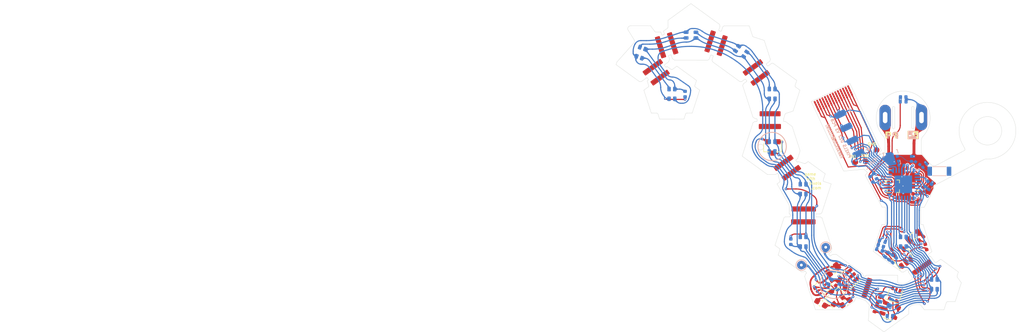
<source format=kicad_pcb>
(kicad_pcb (version 20221018) (generator pcbnew)
  (title_block (title "FLX-F020") (date "2021-09-11") (rev "10") (company "Systemic Games, LLC") (comment 1 "Flexible PCB, 0.13mm thickness"))
  (layers (0 "F.Cu" signal) (31 "B.Cu" signal) (34 "B.Paste" user) (35 "F.Paste" user) (36 "B.SilkS" user "B.Silkscreen") (37 "F.SilkS" user "F.Silkscreen") (38 "B.Mask" user) (39 "F.Mask" user) (44 "Edge.Cuts" user))
  (net 0 "")
  (net 1 "Net-(C1-Pad1)")
  (net 2 "GND")
  (net 3 "VDD")
  (net 4 "VDC")
  (net 5 "VEE")
  (net 6 "Net-(L1-Pad2)")
  (net 7 "Net-(L1-Pad1)")
  (net 8 "+5V")
  (net 9 "/LED_EN")
  (net 10 "Net-(C2-Pad2)")
  (net 11 "Net-(C3-Pad1)")
  (net 12 "Net-(C5-Pad2)")
  (net 13 "Net-(C7-Pad1)")
  (net 14 "Net-(C19-Pad1)")
  (net 15 "Net-(C19-Pad2)")
  (net 16 "/ANTENNA")
  (net 17 "RXI")
  (net 18 "TXO")
  (net 19 "SWO")
  (net 20 "RESET")
  (net 21 "SWDCLK")
  (net 22 "SWDIO")
  (net 23 "Net-(R10-Pad1)")
  (net 24 "/LED_DATA")
  (net 25 "+BATT")
  (net 26 "/STATS")
  (net 27 "/5V_SENSE")
  (net 28 "/VBAT_SENSE")
  (net 29 "/Power Supply/MAG1_")
  (net 30 "Net-(D10-Pad1)")
  (net 31 "/LED_RETURN")
  (net 32 "/Power Supply/LED_EN_OUT")
  (net 33 "Net-(R3-Pad1)")
  (net 34 "Net-(D2-Pad3)")
  (net 35 "Net-(D3-Pad3)")
  (net 36 "Net-(D4-Pad3)")
  (net 37 "Net-(D5-Pad3)")
  (net 38 "Net-(D6-Pad3)")
  (net 39 "Net-(D7-Pad3)")
  (net 40 "Net-(D8-Pad3)")
  (net 41 "Net-(D10-Pad3)")
  (net 42 "Net-(D11-Pad3)")
  (net 43 "Net-(D12-Pad3)")
  (net 44 "/SCL")
  (net 45 "/SDA")
  (net 46 "/ACC_INT")
  (net 48 "/BATT_NTC")
  (net 51 "/ANT_NRF")
  (net 52 "/ANT_50")
  (net 53 "/NTC_ID_VDD")
  (net 54 "/PROG")
  (footprint "Pixels-dice:SOT-353_SC-70-5" (layer "F.Cu") (at 157.6 128.496903 -110)
    (fp_text reference "U7")
    (fp_text value "SN74LVC1G08" hide)
  )
  (footprint "Package_TO_SOT_SMD:SOT-23-5" (layer "F.Cu") (at 149.32 125.856903 -140)
    (fp_text reference "U5" hide)
    (fp_text value "MCP73832T-2ACI/OT")
  )
  (footprint "Pixels-dice:SOT-23" (layer "F.Cu") (at 136.15 102.546903 90)
    (fp_text reference "U8" hide)
    (fp_text value "TMR1366")
  )
  (footprint "Pixels-dice:SOT-23-5" (layer "F.Cu") (at 156.83 131.276903 -20)
    (fp_text reference "U6")
    (fp_text value "MT9700" hide)
  )
  (footprint "Pixels-dice:R_0402_1005Metric" (layer "F.Cu") (at 154.246428 131.021657 70)
    (fp_text reference "R3")
    (fp_text value "10k 5%")
  )
  (footprint "Pixels-dice:C_0402_1005Metric" (layer "F.Cu") (at 159.36 106.246903 180)
    (fp_text reference "C7")
    (fp_text value "100pF NP0 10V 5%")
  )
  (footprint "Inductor_SMD:L_0805_2012Metric" (layer "F.Cu") (at 160.926657 118.182312 40)
    (fp_text reference "L1")
    (fp_text value "10uH 100mA 20%")
  )
  (footprint "Pixels-dice:C_0402_1005Metric" (layer "F.Cu") (at 159.38 107.056903)
    (fp_text reference "C5")
    (fp_text value "8pF 10V 10%")
  )
  (footprint "Pixels-dice:C_0402_1005Metric" (layer "F.Cu") (at 160.35 111.506903 180)
    (fp_text reference "C3")
    (fp_text value "0.1uF 10V 20%")
  )
  (footprint "Pixels-dice:C_0402_1005Metric" (layer "F.Cu") (at 161.82 108.166903 -90)
    (fp_text reference "C2")
    (fp_text value "8pF 10V 10%")
  )
  (footprint "Pixels-dice:C_0402_1005Metric" (layer "F.Cu") (at 158.64 111.496903)
    (fp_text reference "C10")
    (fp_text value "0.1uF 10V 20%")
  )
  (footprint "Pixels-dice:C_0402_1005Metric" (layer "F.Cu") (at 156.69 120.866903 -145)
    (fp_text reference "C18")
    (fp_text value "4.7uF 10V 20%")
  )
  (footprint "Pixels-dice:R_0402_1005Metric" (layer "F.Cu") (at 146.9 126.496903 -50)
    (fp_text reference "R4")
    (fp_text value "100k 1%")
  )
  (footprint "Pixels-dice:SOT-23-5" (layer "F.Cu") (at 159.040716 121.970943 125)
    (fp_text reference "U4")
    (fp_text value "ME6215" hide)
  )
  (footprint "Pixels-dice:C_0402_1005Metric" (layer "F.Cu") (at 160.36 110.736903 180)
    (fp_text reference "C4")
    (fp_text value "4.7uF 10V 20%")
  )
  (footprint "Pixels-dice:R_0402_1005Metric" (layer "F.Cu") (at 150 127.976903 40)
    (fp_text reference "R6")
    (fp_text value "22k 1%")
  )
  (footprint "Capacitor_SMD:C_0603_1608Metric" (layer "F.Cu") (at 144.66 130.046903 -30)
    (fp_text reference "C13" hide)
    (fp_text value "4.7uF 25V 20%")
  )
  (footprint "Package_TO_SOT_SMD:SOT-363_SC-70-6" (layer "F.Cu") (at 144.79 127.276903 -140)
    (fp_text reference "D1")
    (fp_text value "BAV99S")
  )
  (footprint "Capacitor_SMD:C_0603_1608Metric" (layer "F.Cu") (at 149.06 129.916903 -144)
    (fp_text reference "C15")
    (fp_text value "22uF 10V 20%")
  )
  (footprint "Inductor_SMD:L_0402_1005Metric" (layer "F.Cu") (at 162.31 118.596903 -140)
    (fp_text reference "L2")
    (fp_text value "15nH 100mA 5%")
  )
  (footprint "Pixels-dice:C_0402_1005Metric" (layer "F.Cu") (at 163.14 120.106903 -75)
    (fp_text reference "C1")
    (fp_text value "4.7uF 10V 20%")
  )
  (footprint "Pixels-dice:Crystal_SMD_2016-4Pin_2.0x1.6mm" (layer "F.Cu") (at 160.25 108.646903 90)
    (fp_text reference "Y1")
    (fp_text value "32MHz 40ppm")
  )
  (footprint "Package_LGA:LGA-12_2x2mm_P0.5mm" (layer "F.Cu") (at 157.38 109.386903)
    (fp_text reference "U2")
    (fp_text value "KXTJ3-1057")
  )
  (footprint "Pixels-dice:R_0402_1005Metric" (layer "F.Cu") (at 162.41 110.006903 -125)
    (fp_text reference "R5")
    (fp_text value "100k 1%")
  )
  (footprint "Pixels-dice:SOT-23" (layer "F.Cu") (at 147.05 128.776903 -50)
    (fp_text reference "U3" hide)
    (fp_text value "PJ75AL50SA")
  )
  (footprint "Capacitor_SMD:C_0805_2012Metric" (layer "F.Cu") (at 146.75 124.106903 40)
    (fp_text reference "C19" hide)
    (fp_text value "12nF 50V 5% NP0")
  )
  (footprint "Pixels-dice:TEST_PIN" (layer "F.Cu") (at 154.45 103)
    (fp_text reference "W19" hide)
    (fp_text value "GND")
  )
  (footprint "Pixels-dice:C_0402_1005Metric" (layer "F.Cu") (at 154.84621 129.41307 -110)
    (fp_text reference "C24")
    (fp_text value "0.1uF 10V 20%")
  )
  (footprint "Pixels-dice:FPC_14" (layer "F.Cu") (at 143.897201 95.286906 25)
    (fp_text reference "J1")
    (fp_text value "Conn_01x14")
  )
  (footprint "Pixels-dice:TEST_PIN" (layer "F.Cu") (at 150.7 105.15)
    (fp_text reference "W1" hide)
    (fp_text value "RXI")
  )
  (footprint "Pixels-dice:TEST_PIN" (layer "F.Cu") (at 152.55 105)
    (fp_text reference "W2" hide)
    (fp_text value "TXO")
  )
  (footprint "Pixels-dice:TX1812Z_2020" (layer "B.Cu") (at 146.96 126.686903 60)
    (fp_text reference "D5")
    (fp_text value "TX1812Z_2020")
  )
  (footprint "Pixels-dice:TX1812Z_2020" (layer "B.Cu") (at 156.025902 129.556903 70)
    (fp_text reference "D4")
    (fp_text value "TX1812Z_2020")
  )
  (footprint "Pixels-dice:TX1812Z_2020" (layer "B.Cu") (at 141.51 119.176903)
    (fp_text reference "D6")
    (fp_text value "TX1812Z_2020")
  )
  (footprint "Pixels-dice:C_0402_1005Metric" (layer "B.Cu") (at 156.8 132.216903 180)
    (fp_text reference "C16")
    (fp_text value "10uF 10V 20%")
  )
  (footprint "Pixels-dice:TX1812Z_2020" (layer "B.Cu") (at 159.16 119.176903 180)
    (fp_text reference "D2")
    (fp_text value "TX1812Z_2020")
  )
  (footprint "Pixels-dice:TX1812Z_2020" (layer "B.Cu") (at 141.51 109.896903)
    (fp_text reference "D7")
    (fp_text value "TX1812Z_2020")
  )
  (footprint "Pixels-dice:TX1812Z_2020" (layer "B.Cu") (at 118.41 93.116903 180)
    (fp_text reference "D13")
    (fp_text value "TX1812Z_2020")
  )
  (footprint "Pixels-dice:TX1812Z_2020" (layer "B.Cu") (at 112.95 85.842805 160)
    (fp_text reference "D12")
    (fp_text value "TX1812Z_2020")
  )
  (footprint "Pixels-dice:TX1812Z_2020" (layer "B.Cu") (at 136.06 93.116903)
    (fp_text reference "D9")
    (fp_text value "TX1812Z_2020")
  )
  (footprint "Pixels-dice:TX1812Z_2020" (layer "B.Cu") (at 136.05 102.396903)
    (fp_text reference "D8")
    (fp_text value "TX1812Z_2020")
  )
  (footprint "TestPoint:TestPoint_THTPad_D1.5mm_Drill0.7mm" (layer "B.Cu") (at 145.49 120.146903 150)
    (fp_text reference "P6" hide)
    (fp_text value "COILB")
  )
  (footprint "Pixels-dice:C_0402_1005Metric" (layer "B.Cu") (at 159.129997 93.646902)
    (fp_text reference "C6")
    (fp_text value "DNP")
  )
  (footprint "TestPoint:TestPoint_THTPad_D1.5mm_Drill0.7mm" (layer "B.Cu") (at 141.2 123.286903 150)
    (fp_text reference "P5" hide)
    (fp_text value "COILA")
  )
  (footprint "Pixels-dice:TX1812Z_2020" (layer "B.Cu") (at 121.78 82.736903 90)
    (fp_text reference "D11")
    (fp_text value "TX1812Z_2020")
  )
  (footprint "Pixels-dice:R_0402_1005Metric" (layer "B.Cu") (at 163.22 108.996903 63)
    (fp_text reference "R10")
    (fp_text value "100k 1%")
  )
  (footprint "Package_DFN_QFN:QFN-32-1EP_5x5mm_P0.5mm_EP3.1x3.1mm" (layer "B.Cu") (at 159.15 109.046903 90)
    (fp_text reference "U1")
    (fp_text value "N52810_QFN32")
  )
  (footprint "Pixels-dice:0402_RF" (layer "B.Cu") (at 158.82 105.656903 -1)
    (fp_text reference "C8")
    (fp_text value "0.8pF 10V 5% C0G")
  )
  (footprint "Pixels-dice:C_0402_1005Metric" (layer "B.Cu") (at 139.34 119.176903 90)
    (fp_text reference "C23")
    (fp_text value "0.1uF 10V 20%")
  )
  (footprint "Pixels-dice:TX1812Z_2020" (layer "B.Cu") (at 164.62 126.686903 180)
    (fp_text reference "D3")
    (fp_text value "TX1812Z_2020")
  )
  (footprint "Pixels-dice:C_0402_1005Metric" (layer "B.Cu") (at 120.73 93.136903 -90)
    (fp_text reference "C9")
    (fp_text value "10uF 10V 20%")
  )
  (footprint "Resistor_SMD:R_0402_1005Metric" (layer "B.Cu") (at 163.86 109.496903 -117)
    (fp_text reference "R9")
    (fp_text value "180k 1%")
  )
  (footprint "Pixels-dice:Hongjie 10100 Connector" (layer "B.Cu") (at 159.15 97.276903)
    (fp_text reference "J3")
    (fp_text value "Conn_01x02")
  )
  (footprint "Pixels-dice:TX1812Z_2020" (layer "B.Cu") (at 130.6 85.616903 55)
    (fp_text reference "D10")
    (fp_text value "TX1812Z_2020")
  )
  (footprint "Pixels-dice:C_0402_1005Metric" (layer "B.Cu") (at 155.2 119.876903 -18)
    (fp_text reference "C21")
    (fp_text value "10nF 25V 10%")
  )
  (footprint "Pixels-dice:R_0402_1005Metric" (layer "B.Cu") (at 157.59761 122.444049 -126)
    (fp_text reference "R7")
    (fp_text value "4.02M 1%")
  )
  (footprint "Pixels-dice:R_0402_1005Metric" (layer "B.Cu") (at 154.946606 120.656768 162)
    (fp_text reference "R2")
    (fp_text value "4.02M 1%")
  )
  (footprint "Pixels-dice:R_0402_1005Metric" (layer "B.Cu") (at 156.94 121.946903 54)
    (fp_text reference "R8")
    (fp_text value "10M 1%")
  )
  (footprint "Pixels-dice:R_0402_1005Metric" (layer "B.Cu") (at 155.456484 119.087525 162)
    (fp_text reference "R1")
    (fp_text value "4.02M 1%")
  )
  (footprint "Pixels-dice:C_0402_1005Metric" (layer "B.Cu") (at 156.256761 121.475221 54)
    (fp_text reference "C22")
    (fp_text value "10nF 25V 10%")
  )
  (footprint "Pixels-dice:R_0402_1005Metric" (layer "B.Cu") (at 153.55 108.166903 -62.5)
    (fp_text reference "R12")
    (fp_text value "2.7k 5%")
  )
  (footprint "Pixels-dice:R_0402_1005Metric" (layer "B.Cu") (at 154.21 107.616903 -62.5)
    (fp_text reference "R16")
    (fp_text value "2.7k 5%")
  )
  (footprint "Pixels-dice:0402_RF" (layer "B.Cu") (at 162.93 105.776903 40)
    (fp_text reference "C11")
    (fp_text value "DNP")
  )
  (footprint "Pixels-dice:0402_RF" (layer "B.Cu") (at 158.18 104.536903 105)
    (fp_text reference "L5")
    (fp_text value "3.9nH 5%")
  )
  (footprint "Pixels-dice:0402_RF" (layer "B.Cu") (at 160.58 104.556903 90)
    (fp_text reference "C12")
    (fp_text value "DNP")
  )
  (footprint "Pixels-dice:CHIP_ANT" (layer "B.Cu") (at 163.799999 106.736904 90)
    (fp_text reference "AE1")
    (fp_text value "Antenna_Chip" hide)
  )
  (footprint "Pixels-dice:R_0402_1005Metric" (layer "B.Cu") (at 159.12 94.486903)
    (fp_text reference "TH1")
    (fp_text value "NTC 100k @ 25C")
  )
  (footprint "Pixels-dice:FPC-POGO-4" (layer "B.Cu") (at 149.664438 100.153932 115)
    (fp_text reference "J2")
    (fp_text value "Conn_01x04")
  )
  (footprint "RFFrontEnd:MFH3.RECE.20369.001E.01" (layer "B.Cu") (at 157.14 104.486903 104)
    (fp_text reference "J4" hide)
    (fp_text value "DNP" hide)
  )
  (footprint "Pixels-dice:0402_RF" (layer "B.Cu") (at 161.67 105.316903 -33)
    (fp_text reference "L3")
    (fp_text value "0 Ohm")
  )
  (gr_circle (center 146.96 126.686903) (end 149.46 126.686903) (stroke (width 0.15)) (fill none) (layer "B.SilkS"))
  (gr_circle (center 136.05 102.386903) (end 138.55 102.386903) (stroke (width 0.15)) (fill none) (layer "B.SilkS"))
  (gr_circle (center 161.66 110.156903) (end 161.766301 110.156903) (stroke (width 0.15)) (fill solid) (layer "F.SilkS"))
  (gr_circle (center 146.47 126.726903) (end 146.576301 126.726903) (stroke (width 0.15)) (fill solid) (layer "F.SilkS"))
  (gr_circle (center 156.08 108.626903) (end 156.186301 108.626903) (stroke (width 0.15)) (fill solid) (layer "F.SilkS"))
  (gr_line (start 133.29815 97.987553) (end 132.965946 97.987465) (stroke (width 0.05)) (layer "Edge.Cuts"))
  (gr_line (start 135.196487 107.303692) (end 136.671658 107.333284) (stroke (width 0.05)) (layer "Edge.Cuts"))
  (gr_arc (start 155.912807 113.078666) (mid 155.983495 113.107932) (end 156.012512 113.178713) (stroke (width 0.05)) (layer "Edge.Cuts"))
  (gr_line (start 125.679607 86.466545) (end 125.462144 87.134568) (stroke (width 0.05)) (layer "Edge.Cuts"))
  (gr_line (start 165.747166 122.250728) (end 165.060199 122.749865) (stroke (width 0.05)) (layer "Edge.Cuts"))
  (gr_arc (start 117.420849 88.365902) (mid 117.346419 88.383746) (end 117.281184 88.343719) (stroke (width 0.05)) (layer "Edge.Cuts"))
  (gr_line (start 117.831069 87.450267) (end 117.992127 86.954309) (stroke (width 0.05)) (layer "Edge.Cuts"))
  (gr_arc (start 142.093813 124.633419) (mid 142.111483 124.707828) (end 142.071654 124.773095) (stroke (width 0.05)) (layer "Edge.Cuts"))
  (gr_arc (start 169.98228 102.771308) (mid 169.999607 102.961862) (end 169.877128 103.108863) (stroke (width 0.05)) (layer "Edge.Cuts"))
  (gr_line (start 117.281184 88.343719) (end 117.104954 88.100922) (stroke (width 0.05)) (layer "Edge.Cuts"))
  (gr_line (start 153.199226 125.069948) (end 152.588696 125.069942) (stroke (width 0.05)) (layer "Edge.Cuts"))
  (gr_line (start 143.826418 114.275833) (end 144.543348 114.276008) (stroke (width 0.05)) (layer "Edge.Cuts"))
  (gr_line (start 138.080638 97.473337) (end 138.34048 96.675201) (stroke (width 0.05)) (layer "Edge.Cuts"))
  (gr_line (start 126.659067 81.842663) (end 126.880309 81.163024) (stroke (width 0.05)) (layer "Edge.Cuts"))
  (gr_line (start 118.902696 87.178025) (end 124.717827 87.180433) (stroke (width 0.05)) (layer "Edge.Cuts"))
  (gr_line (start 152.063127 125.069115) (end 151.968127 124.776486) (stroke (width 0.05)) (layer "Edge.Cuts"))
  (gr_line (start 111.697546 84.145061) (end 108.749272 87.455089) (stroke (width 0.05)) (layer "Edge.Cuts"))
  (gr_line (start 156.011602 115.583054) (end 156.011521 115.792489) (stroke (width 0.05)) (layer "Edge.Cuts"))
  (gr_line (start 130.76853 104.08363) (end 135.196487 107.303692) (stroke (width 0.05)) (layer "Edge.Cuts"))
  (gr_arc (start 160.638294 95.511911) (mid 160.838103 95.311797) (end 161.038291 95.511518) (stroke (width 0.05)) (layer "Edge.Cuts"))
  (gr_line (start 159.939204 124.126372) (end 160.115767 124.369043) (stroke (width 0.05)) (layer "Edge.Cuts"))
  (gr_arc (start 146.366896 121.654087) (mid 146.292459 121.671968) (end 146.227228 121.631935) (stroke (width 0.05)) (layer "Edge.Cuts"))
  (gr_line (start 155.911359 116.143412) (end 155.387629 116.142003) (stroke (width 0.05)) (layer "Edge.Cuts"))
  (gr_line (start 143.726326 114.675806) (end 143.726399 114.375804) (stroke (width 0.05)) (layer "Edge.Cuts"))
  (gr_line (start 113.469695 92.443765) (end 114.787639 96.506384) (stroke (width 0.05)) (layer "Edge.Cuts"))
  (gr_line (start 151.968127 124.776486) (end 147.326666 121.400789) (stroke (width 0.05)) (layer "Edge.Cuts"))
  (gr_line (start 125.330212 86.247638) (end 125.615476 86.340497) (stroke (width 0.05)) (layer "Edge.Cuts"))
  (gr_line (start 158.146326 125.07196) (end 153.199226 125.069948) (stroke (width 0.05)) (layer "Edge.Cuts"))
  (gr_line (start 132.028868 81.117534) (end 127.582868 81.115671) (stroke (width 0.05)) (layer "Edge.Cuts"))
  (gr_line (start 140.273882 104.718662) (end 140.541756 104.524635) (stroke (width 0.05)) (layer "Edge.Cuts"))
  (gr_line (start 158.145783 126.232659) (end 158.146326 125.07196) (stroke (width 0.05)) (layer "Edge.Cuts"))
  (gr_arc (start 160.123785 130.916235) (mid 160.156479 130.77995) (end 160.247581 130.673463) (stroke (width 0.05)) (layer "Edge.Cuts"))
  (gr_line (start 160.247575 130.673454) (end 160.614408 130.40431) (stroke (width 0.05)) (layer "Edge.Cuts"))
  (gr_arc (start 153.071517 130.185882) (mid 153.132369 130.287397) (end 153.149243 130.404546) (stroke (width 0.05)) (layer "Edge.Cuts"))
  (gr_line (start 138.147452 114.930573) (end 136.560301 119.810698) (stroke (width 0.05)) (layer "Edge.Cuts"))
  (gr_line (start 155.72865 103.675395) (end 155.631759 103.675368) (stroke (width 0.05)) (layer "Edge.Cuts"))
  (gr_line (start 144.543348 114.276008) (end 144.799525 114.089548) (stroke (width 0.05)) (layer "Edge.Cuts"))
  (gr_line (start 140.428069 105.101378) (end 140.251853 104.858569) (stroke (width 0.05)) (layer "Edge.Cuts"))
  (gr_arc (start 168.671048 125.456909) (mid 168.617539 125.327431) (end 168.628561 125.187778) (stroke (width 0.05)) (layer "Edge.Cuts"))
  (gr_line (start 135.061176 87.761473) (end 135.64084 87.34062) (stroke (width 0.05)) (layer "Edge.Cuts"))
  (gr_line (start 135.64084 87.34062) (end 135.746425 87.015866) (stroke (width 0.05)) (layer "Edge.Cuts"))
  (gr_arc (start 131.257593 90.522914) (mid 131.332003 90.50506) (end 131.397159 90.545171) (stroke (width 0.05)) (layer "Edge.Cuts"))
  (gr_line (start 152.999111 133.075945) (end 155.746074 135.072987) (stroke (width 0.05)) (layer "Edge.Cuts"))
  (gr_line (start 150.589825 129.594362) (end 150.762971 129.062538) (stroke (width 0.05)) (layer "Edge.Cuts"))
  (gr_line (start 145.192525 112.881817) (end 146.461685 108.981434) (stroke (width 0.05)) (layer "Edge.Cuts"))
  (gr_line (start 115.390945 82.109377) (end 114.66483 81.110218) (stroke (width 0.05)) (layer "Edge.Cuts"))
  (gr_line (start 162.838758 113.099381) (end 164.52526 109.88865) (stroke (width 0.05)) (layer "Edge.Cuts"))
  (gr_line (start 146.44438 120.97992) (end 146.59276 120.391901) (stroke (width 0.05)) (layer "Edge.Cuts"))
  (gr_arc (start 169.542608 101.933814) (mid 176.641624 95.383589) (end 173.768387 104.605668) (stroke (width 0.05)) (layer "Edge.Cuts"))
  (gr_line (start 164.553935 109.772404) (end 164.553948 109.442815) (stroke (width 0.05)) (layer "Edge.Cuts"))
  (gr_line (start 160.617056 125.833943) (end 159.859002 126.380581) (stroke (width 0.05)) (layer "Edge.Cuts"))
  (gr_line (start 169.365221 126.412936) (end 168.671048 125.456909) (stroke (width 0.05)) (layer "Edge.Cuts"))
  (gr_line (start 130.873751 91.6617) (end 132.665446 97.182974) (stroke (width 0.05)) (layer "Edge.Cuts"))
  (gr_line (start 118.301877 86.288837) (end 118.493839 86.880541) (stroke (width 0.05)) (layer "Edge.Cuts"))
  (gr_line (start 160.097115 131.915054) (end 160.123785 130.916235) (stroke (width 0.05)) (layer "Edge.Cuts"))
  (gr_arc (start 159.799651 124.10423) (mid 159.874021 124.086263) (end 159.939204 124.126372) (stroke (width 0.05)) (layer "Edge.Cuts"))
  (gr_line (start 156.012512 113.178713) (end 156.01233 113.655675) (stroke (width 0.05)) (layer "Edge.Cuts"))
  (gr_line (start 162.237829 115.585393) (end 162.238546 113.658018) (stroke (width 0.05)) (layer "Edge.Cuts"))
  (gr_line (start 137.150638 107.603478) (end 137.421647 108.439481) (stroke (width 0.05)) (layer "Edge.Cuts"))
  (gr_arc (start 138.175597 97.988725) (mid 138.104577 97.959575) (end 138.075107 97.888699) (stroke (width 0.05)) (layer "Edge.Cuts"))
  (gr_line (start 125.462144 87.134568) (end 125.561489 87.440324) (stroke (width 0.05)) (layer "Edge.Cuts"))
  (gr_arc (start 164.887151 105.728512) (mid 164.831722 105.749661) (end 164.77287 105.757147) (stroke (width 0.05)) (layer "Edge.Cuts"))
  (gr_line (start 137.056077 107.177867) (end 137.232274 107.420664) (stroke (width 0.05)) (layer "Edge.Cuts"))
  (gr_line (start 117.795414 86.348014) (end 118.175881 86.224566) (stroke (width 0.05)) (layer "Edge.Cuts"))
  (gr_line (start 161.09 130.249989) (end 162 130.25) (stroke (width 0.05)) (layer "Edge.Cuts"))
  (gr_line (start 155.746074 135.072987) (end 160.097115 131.915054) (stroke (width 0.05)) (layer "Edge.Cuts"))
  (gr_line (start 139.061402 112.736731) (end 139.060428 114.274705) (stroke (width 0.05)) (layer "Edge.Cuts"))
  (gr_line (start 139.060428 114.274705) (end 139.126453 114.274715) (stroke (width 0.05)) (layer "Edge.Cuts"))
  (gr_line (start 125.561489 87.440324) (end 130.372615 90.93867) (stroke (width 0.05)) (layer "Edge.Cuts"))
  (gr_line (start 136.560301 119.810698) (end 137.341802 120.379244) (stroke (width 0.05)) (layer "Edge.Cuts"))
  (gr_line (start 138.075107 97.888699) (end 138.075711 97.56755) (stroke (width 0.05)) (layer "Edge.Cuts"))
  (gr_line (start 146.715817 121.400728) (end 146.366896 121.654087) (stroke (width 0.05)) (layer "Edge.Cuts"))
  (gr_arc (start 146.05095 121.389186) (mid 146.033214 121.314783) (end 146.073113 121.249514) (stroke (width 0.05)) (layer "Edge.Cuts"))
  (gr_line (start 132.665446 97.182974) (end 133.084761 97.487504) (stroke (width 0.05)) (layer "Edge.Cuts"))
  (gr_line (start 132.686258 98.190917) (end 130.76853 104.08363) (stroke (width 0.05)) (layer "Edge.Cuts"))
  (gr_line (start 135.974071 87.716563) (end 135.354916 88.166063) (stroke (width 0.05)) (layer "Edge.Cuts"))
  (gr_line (start 140.38872 90.736164) (end 136.235769 87.716706) (stroke (width 0.05)) (layer "Edge.Cuts"))
  (gr_line (start 144.531342 114.776006) (end 143.826297 114.775834) (stroke (width 0.05)) (layer "Edge.Cuts"))
  (gr_line (start 152.507711 129.565836) (end 153.071517 130.185882) (stroke (width 0.05)) (layer "Edge.Cuts"))
  (gr_arc (start 125.204164 86.311764) (mid 125.253844 86.253492) (end 125.330212 86.247638) (stroke (width 0.05)) (layer "Edge.Cuts"))
  (gr_line (start 147.326666 121.400789) (end 146.715817 121.400728) (stroke (width 0.05)) (layer "Edge.Cuts"))
  (gr_line (start 120.520625 97.565468) (end 120.819807 96.643609) (stroke (width 0.05)) (layer "Edge.Cuts"))
  (gr_line (start 117.55314 88.269879) (end 117.420849 88.365902) (stroke (width 0.05)) (layer "Edge.Cuts"))
  (gr_arc (start 162.337549 116.149145) (mid 162.267004 116.11973) (end 162.237768 116.049115) (stroke (width 0.05)) (layer "Edge.Cuts"))
  (gr_line (start 141.632304 124.474222) (end 141.777871 124.368509) (stroke (width 0.05)) (layer "Edge.Cuts"))
  (gr_line (start 110.706183 81.872916) (end 111.748704 83.548348) (stroke (width 0.05)) (layer "Edge.Cuts"))
  (gr_line (start 163.755923 121.724425) (end 163.582567 121.485683) (stroke (width 0.05)) (layer "Edge.Cuts"))
  (gr_arc (start 152.122614 125.209915) (mid 152.064563 125.160142) (end 152.058636 125.083921) (stroke (width 0.05)) (layer "Edge.Cuts"))
  (gr_arc (start 164.553935 109.772404) (mid 164.546662 109.83227) (end 164.52526 109.88865) (stroke (width 0.05)) (layer "Edge.Cuts"))
  (gr_line (start 169.344859 103.388288) (end 169.877128 103.108863) (stroke (width 0.05)) (layer "Edge.Cuts"))
  (gr_arc (start 165.060199 122.749865) (mid 164.836904 122.803481) (end 164.641091 122.683543) (stroke (width 0.05)) (layer "Edge.Cuts"))
  (gr_arc (start 132.739634 83.05) (mid 132.668061 83.007767) (end 132.62 82.94) (stroke (width 0.05)) (layer "Edge.Cuts"))
  (gr_line (start 153.849404 120.867869) (end 158.879819 124.526097) (stroke (width 0.05)) (layer "Edge.Cuts"))
  (gr_line (start 118.493839 86.880541) (end 118.902696 87.178025) (stroke (width 0.05)) (layer "Edge.Cuts"))
  (gr_line (start 108.560926 87.935741) (end 112.72772 90.964961) (stroke (width 0.05)) (layer "Edge.Cuts"))
  (gr_line (start 152.40803 125.302335) (end 152.122614 125.209915) (stroke (width 0.05)) (layer "Edge.Cuts"))
  (gr_circle (center 173.969643 99.609734) (end 172.803673 97.398271) (stroke (width 0.05)) (fill none) (layer "Edge.Cuts"))
  (gr_line (start 121.976647 96.504495) (end 123.298702 92.44201) (stroke (width 0.05)) (layer "Edge.Cuts"))
  (gr_line (start 162.238546 113.658018) (end 162.238641 113.396216) (stroke (width 0.05)) (layer "Edge.Cuts"))
  (gr_arc (start 163.582567 121.485683) (mid 163.564837 121.411238) (end 163.604826 121.345993) (stroke (width 0.05)) (layer "Edge.Cuts"))
  (gr_line (start 122.740726 90.729201) (end 119.285762 88.216754) (stroke (width 0.05)) (layer "Edge.Cuts"))
  (gr_arc (start 135.354916 88.166063) (mid 135.280474 88.183981) (end 135.215249 88.143913) (stroke (width 0.05)) (layer "Edge.Cuts"))
  (gr_line (start 116.921593 82.034433) (end 117.079195 82.520236) (stroke (width 0.05)) (layer "Edge.Cuts"))
  (gr_line (start 139.59061 98.863753) (end 138.426184 97.988786) (stroke (width 0.05)) (layer "Edge.Cuts"))
  (gr_arc (start 155.659616 100.603515) (mid 155.858865 100.919288) (end 155.928478 101.286126) (stroke (width 0.05)) (layer "Edge.Cuts"))
  (gr_arc (start 162 130.25) (mid 162.136257 130.28264) (end 162.242731 130.373716) (stroke (width 0.05)) (layer "Edge.Cuts"))
  (gr_line (start 140.979955 103.146802) (end 139.59061 98.863753) (stroke (width 0.05)) (layer "Edge.Cuts"))
  (gr_line (start 159.383408 126.534897) (end 158.445776 126.532781) (stroke (width 0.05)) (layer "Edge.Cuts"))
  (gr_arc (start 111.748704 83.548348) (mid 111.822324 83.855212) (end 111.697546 84.145061) (stroke (width 0.05)) (layer "Edge.Cuts"))
  (gr_line (start 135.746425 87.015866) (end 134.663061 83.676157) (stroke (width 0.05)) (layer "Edge.Cuts"))
  (gr_arc (start 155.927602 103.474926) (mid 155.869415 103.616138) (end 155.72865 103.675395) (stroke (width 0.05)) (layer "Edge.Cuts"))
  (gr_arc (start 156.011427 116.042573) (mid 155.982262 116.113707) (end 155.911359 116.143412) (stroke (width 0.05)) (layer "Edge.Cuts"))
  (gr_arc (start 164.553948 109.442815) (mid 164.589995 109.313495) (end 164.687744 109.221468) (stroke (width 0.05)) (layer "Edge.Cuts"))
  (gr_line (start 152.442483 107.443937) (end 155.412544 113.077173) (stroke (width 0.05)) (layer "Edge.Cuts"))
  (gr_line (start 114.081201 90.295753) (end 114.257636 90.538373) (stroke (width 0.05)) (layer "Edge.Cuts"))
  (gr_line (start 152.058636 125.083921) (end 152.063127 125.069115) (stroke (width 0.05)) (layer "Edge.Cuts"))
  (gr_line (start 119.285762 88.216754) (end 118.500281 88.787166) (stroke (width 0.05)) (layer "Edge.Cuts"))
  (gr_line (start 162.339021 113.097883) (end 162.838758 113.099381) (stroke (width 0.05)) (layer "Edge.Cuts"))
  (gr_line (start 167.001275 129.724305) (end 168.287618 129.725229) (stroke (width 0.05)) (layer "Edge.Cuts"))
  (gr_arc (start 139.126453 114.274715) (mid 139.196988 114.304178) (end 139.226417 114.374739) (stroke (width 0.05)) (layer "Edge.Cuts"))
  (gr_line (start 146.461685 108.981434) (end 145.165685 108.559717) (stroke (width 0.05)) (layer "Edge.Cuts"))
  (gr_line (start 112.988918 90.965022) (end 113.941735 90.273408) (stroke (width 0.05)) (layer "Edge.Cuts"))
  (gr_arc (start 137.232274 107.420664) (mid 137.250097 107.495096) (end 137.210083 107.560335) (stroke (width 0.05)) (layer "Edge.Cuts"))
  (gr_arc (start 161.041704 99.061508) (mid 160.841894 99.261707) (end 160.641706 99.061896) (stroke (width 0.05)) (layer "Edge.Cuts"))
  (gr_line (start 139.126329 114.774721) (end 138.362497 114.774537) (stroke (width 0.05)) (layer "Edge.Cuts"))
  (gr_arc (start 158.445776 126.532781) (mid 158.233661 126.444855) (end 158.145931 126.232663) (stroke (width 0.05)) (layer "Edge.Cuts"))
  (gr_line (start 164.843004 109.139958) (end 164.687744 109.221468) (stroke (width 0.05)) (layer "Edge.Cuts"))
  (gr_arc (start 143.826297 114.775834) (mid 143.755515 114.746618) (end 143.726326 114.675806) (stroke (width 0.05)) (layer "Edge.Cuts"))
  (gr_line (start 168.628561 125.187778) (end 168.850138 124.507132) (stroke (width 0.05)) (layer "Edge.Cuts"))
  (gr_arc (start 162.379749 103.636224) (mid 162.344405 103.575603) (end 162.332024 103.506528) (stroke (width 0.05)) (layer "Edge.Cuts"))
  (gr_arc (start 160.115767 124.369043) (mid 160.133747 124.443539) (end 160.093768 124.508894) (stroke (width 0.05)) (layer "Edge.Cuts"))
  (gr_line (start 124.984438 86.986735) (end 125.204164 86.311764) (stroke (width 0.05)) (layer "Edge.Cuts"))
  (gr_line (start 161.041704 99.061508) (end 161.038291 95.511518) (stroke (width 0.05)) (layer "Edge.Cuts"))
  (gr_line (start 155.23 103.8) (end 154.92 103.54) (stroke (width 0.05)) (layer "Edge.Cuts"))
  (gr_arc (start 117.079195 82.520236) (mid 117.073277 82.596604) (end 117.014969 82.646294) (stroke (width 0.05)) (layer "Edge.Cuts"))
  (gr_line (start 157.238294 95.515171) (end 157.241708 99.065166) (stroke (width 0.05)) (layer "Edge.Cuts"))
  (gr_line (start 141.174576 124.474234) (end 141.632304 124.474222) (stroke (width 0.05)) (layer "Edge.Cuts"))
  (gr_arc (start 113.941735 90.273408) (mid 114.016096 90.255673) (end 114.081201 90.295753) (stroke (width 0.05)) (layer "Edge.Cuts"))
  (gr_line (start 164.843004 109.139958) (end 168.331293 107.30868) (stroke (width 0.05)) (layer "Edge.Cuts"))
  (gr_line (start 159.474997 126.505166) (end 159.383408 126.534897) (stroke (width 0.05)) (layer "Edge.Cuts"))
  (gr_arc (start 157.641712 99.064777) (mid 157.441895 99.264915) (end 157.241708 99.065166) (stroke (width 0.05)) (layer "Edge.Cuts"))
  (gr_line (start 116.248631 97.563417) (end 120.520625 97.565468) (stroke (width 0.05)) (layer "Edge.Cuts"))
  (gr_line (start 137.348836 108.663048) (end 136.916464 108.976714) (stroke (width 0.05)) (layer "Edge.Cuts"))
  (gr_line (start 146.227228 121.631935) (end 146.05095 121.389186) (stroke (width 0.05)) (layer "Edge.Cuts"))
  (gr_line (start 114.235456 90.678058) (end 114.052884 90.81057) (stroke (width 0.05)) (layer "Edge.Cuts"))
  (gr_line (start 168.287618 129.725229) (end 169.365221 126.412936) (stroke (width 0.05)) (layer "Edge.Cuts"))
  (gr_line (start 141.91755 124.390666) (end 142.093813 124.633419) (stroke (width 0.05)) (layer "Edge.Cuts"))
  (gr_line (start 152.23 106.39) (end 148.643956 106.720448) (stroke (width 0.05)) (layer "Edge.Cuts"))
  (gr_line (start 140.673394 105.0469) (end 140.567727 105.123566) (stroke (width 0.05)) (layer "Edge.Cuts"))
  (gr_line (start 133.398247 97.587577) (end 133.398168 97.887573) (stroke (width 0.05)) (layer "Edge.Cuts"))
  (gr_arc (start 140.162186 91.878528) (mid 140.089677 91.778474) (end 140.089683 91.654908) (stroke (width 0.05)) (layer "Edge.Cuts"))
  (gr_line (start 131.397284 90.545086) (end 131.573533 90.787848) (stroke (width 0.05)) (layer "Edge.Cuts"))
  (gr_line (start 168.850138 124.507132) (end 165.747166 122.250728) (stroke (width 0.05)) (layer "Edge.Cuts"))
  (gr_arc (start 140.567727 105.123566) (mid 140.493344 105.141296) (end 140.428176 105.101302) (stroke (width 0.05)) (layer "Edge.Cuts"))
  (gr_line (start 162.834584 131.153184) (end 166.318138 131.155144) (stroke (width 0.05)) (layer "Edge.Cuts"))
  (gr_arc (start 118.175881 86.224566) (mid 118.252151 86.230689) (end 118.301877 86.288837) (stroke (width 0.05)) (layer "Edge.Cuts"))
  (gr_arc (start 152.533921 125.238161) (mid 152.484212 125.296138) (end 152.40809 125.302178) (stroke (width 0.05)) (layer "Edge.Cuts"))
  (gr_line (start 127.371576 81.269188) (end 127.134495 81.997428) (stroke (width 0.05)) (layer "Edge.Cuts"))
  (gr_line (start 122.441671 91.649013) (end 122.740726 90.729201) (stroke (width 0.05)) (layer "Edge.Cuts"))
  (gr_arc (start 135.038991 87.901132) (mid 135.021391 87.826782) (end 135.061286 87.76162) (stroke (width 0.05)) (layer "Edge.Cuts"))
  (gr_line (start 145.037403 108.307621) (end 145.396484 107.204833) (stroke (width 0.05)) (layer "Edge.Cuts"))
  (gr_line (start 140.089683 91.654908) (end 140.38872 90.736164) (stroke (width 0.05)) (layer "Edge.Cuts"))
  (gr_line (start 162.242731 130.373716) (end 162.834584 131.153184) (stroke (width 0.05)) (layer "Edge.Cuts"))
  (gr_arc (start 173.263324 104.71946) (mid 173.508363 104.629305) (end 173.768387 104.605668) (stroke (width 0.05)) (layer "Edge.Cuts"))
  (gr_arc (start 133.398168 97.887573) (mid 133.368852 97.958269) (end 133.29815 97.987553) (stroke (width 0.05)) (layer "Edge.Cuts"))
  (gr_line (start 159.859002 126.380581) (end 159.790904 126.402678) (stroke (width 0.05)) (layer "Edge.Cuts"))
  (gr_arc (start 162.238724 113.197846) (mid 162.268157 113.127035) (end 162.33902 113.097754) (stroke (width 0.05)) (layer "Edge.Cuts"))
  (gr_line (start 140.946702 92.449273) (end 140.162186 91.878528) (stroke (width 0.05)) (layer "Edge.Cuts"))
  (gr_arc (start 117.104954 88.100922) (mid 117.087386 88.026571) (end 117.127208 87.961346) (stroke (width 0.05)) (layer "Edge.Cuts"))
  (gr_arc (start 138.075723 97.504256) (mid 138.077008 97.488612) (end 138.080716 97.473359) (stroke (width 0.05)) (layer "Edge.Cuts"))
  (gr_line (start 144.799525 114.089548) (end 145.192525 112.881817) (stroke (width 0.05)) (layer "Edge.Cuts"))
  (gr_line (start 136.235769 87.716706) (end 135.974071 87.716563) (stroke (width 0.05)) (layer "Edge.Cuts"))
  (gr_line (start 158.879819 124.526097) (end 159.217667 124.526097) (stroke (width 0.05)) (layer "Edge.Cuts"))
  (gr_arc (start 141.777871 124.368509) (mid 141.852288 124.350695) (end 141.91755 124.390666) (stroke (width 0.05)) (layer "Edge.Cuts"))
  (gr_line (start 115.949351 96.644577) (end 116.248631 97.563417) (stroke (width 0.05)) (layer "Edge.Cuts"))
  (gr_arc (start 131.573533 90.787848) (mid 131.591233 90.862249) (end 131.551347 90.927516) (stroke (width 0.05)) (layer "Edge.Cuts"))
  (gr_line (start 123.298702 92.44201) (end 122.514377 91.872713) (stroke (width 0.05)) (layer "Edge.Cuts"))
  (gr_line (start 136.916464 108.976714) (end 139.061402 112.736731) (stroke (width 0.05)) (layer "Edge.Cuts"))
  (gr_line (start 146.59276 120.391901) (end 144.843394 115.003134) (stroke (width 0.05)) (layer "Edge.Cuts"))
  (gr_arc (start 115.759406 96.506399) (mid 115.876833 96.544624) (end 115.949351 96.644577) (stroke (width 0.05)) (layer "Edge.Cuts"))
  (gr_line (start 140.541756 104.524635) (end 140.979955 103.146802) (stroke (width 0.05)) (layer "Edge.Cuts"))
  (gr_arc (start 157.238294 95.515171) (mid 157.438104 95.314997) (end 157.638294 95.514779) (stroke (width 0.05)) (layer "Edge.Cuts"))
  (gr_line (start 146.073113 121.249514) (end 146.44438 120.97992) (stroke (width 0.05)) (layer "Edge.Cuts"))
  (gr_arc (start 152.378449 129.482339) (mid 152.448535 129.515645) (end 152.507743 129.565803) (stroke (width 0.05)) (layer "Edge.Cuts"))
  (gr_line (start 135.215249 88.143913) (end 135.038991 87.901132) (stroke (width 0.05)) (layer "Edge.Cuts"))
  (gr_line (start 136.671658 107.333284) (end 136.916404 107.155657) (stroke (width 0.05)) (layer "Edge.Cuts"))
  (gr_line (start 114.052884 90.81057) (end 114.325826 91.650799) (stroke (width 0.05)) (layer "Edge.Cuts"))
  (gr_line (start 131.551347 90.927516) (end 130.976763 91.344683) (stroke (width 0.05)) (layer "Edge.Cuts"))
  (gr_line (start 134.663061 83.676157) (end 132.739634 83.05) (stroke (width 0.05)) (layer "Edge.Cuts"))
  (gr_arc (start 162.332386 101.290271) (mid 162.402129 100.92313) (end 162.601826 100.607258) (stroke (width 0.05)) (layer "Edge.Cuts"))
  (gr_arc (start 133.298263 97.487553) (mid 133.368895 97.516905) (end 133.398205 97.587577) (stroke (width 0.05)) (layer "Edge.Cuts"))
  (gr_line (start 132.62 82.94) (end 132.028868 81.117534) (stroke (width 0.05)) (layer "Edge.Cuts"))
  (gr_line (start 144.843394 115.003134) (end 144.531342 114.776006) (stroke (width 0.05)) (layer "Edge.Cuts"))
  (gr_arc (start 127.134495 81.997428) (mid 127.084752 82.055559) (end 127.008467 82.061563) (stroke (width 0.05)) (layer "Edge.Cuts"))
  (gr_arc (start 126.723193 81.96869) (mid 126.665115 81.918919) (end 126.659067 81.842663) (stroke (width 0.05)) (layer "Edge.Cuts"))
  (gr_line (start 159.217667 124.526097) (end 159.799651 124.10423) (stroke (width 0.05)) (layer "Edge.Cuts"))
  (gr_line (start 112.72772 90.964961) (end 112.988918 90.965022) (stroke (width 0.05)) (layer "Edge.Cuts"))
  (gr_arc (start 150.762971 129.062538) (mid 150.812723 129.004763) (end 150.888757 128.998981) (stroke (width 0.05)) (layer "Edge.Cuts"))
  (gr_line (start 108.749272 87.455089) (end 108.560926 87.935741) (stroke (width 0.05)) (layer "Edge.Cuts"))
  (gr_arc (start 116.729585 82.738783) (mid 116.653071 82.73293) (end 116.603024 82.674737) (stroke (width 0.05)) (layer "Edge.Cuts"))
  (gr_arc (start 140.251853 104.858569) (mid 140.233993 104.784078) (end 140.273882 104.718662) (stroke (width 0.05)) (layer "Edge.Cuts"))
  (gr_line (start 162.237656 116.049109) (end 162.237752 115.794831) (stroke (width 0.05)) (layer "Edge.Cuts"))
  (gr_arc (start 143.726399 114.375804) (mid 143.755671 114.305092) (end 143.826418 114.275833) (stroke (width 0.05)) (layer "Edge.Cuts"))
  (gr_line (start 164.114215 105.672849) (end 162.379749 103.636224) (stroke (width 0.05)) (layer "Edge.Cuts"))
  (gr_line (start 154.92 103.54) (end 155.26 103.09) (stroke (width 0.05)) (layer "Edge.Cuts"))
  (gr_line (start 126.880309 81.163024) (end 126.774134 80.836143) (stroke (width 0.05)) (layer "Edge.Cuts"))
  (gr_line (start 155.928464 101.286112) (end 155.927602 103.474926) (stroke (width 0.05)) (layer "Edge.Cuts"))
  (gr_line (start 159.790904 126.402678) (end 159.474997 126.505166) (stroke (width 0.05)) (layer "Edge.Cuts"))
  (gr_line (start 156.01233 113.655675) (end 156.011602 115.583054) (stroke (width 0.05)) (layer "Edge.Cuts"))
  (gr_line (start 138.468814 96.546929) (end 139.748645 96.130754) (stroke (width 0.05)) (layer "Edge.Cuts"))
  (gr_line (start 150.888757 128.998981) (end 152.378449 129.482339) (stroke (width 0.05)) (layer "Edge.Cuts"))
  (gr_line (start 160.093691 124.508784) (end 160.051273 124.539607) (stroke (width 0.05)) (layer "Edge.Cuts"))
  (gr_line (start 162.332024 103.506528) (end 162.332386 101.290271) (stroke (width 0.05)) (layer "Edge.Cuts"))
  (gr_arc (start 160.683421 125.414903) (mid 160.73694 125.638158) (end 160.617056 125.833943) (stroke (width 0.05)) (layer "Edge.Cuts"))
  (gr_line (start 126.774134 80.836143) (end 121.75992 77.18999) (stroke (width 0.05)) (layer "Edge.Cuts"))
  (gr_line (start 141.785037 125.322897) (end 143.673143 131.144809) (stroke (width 0.05)) (layer "Edge.Cuts"))
  (gr_arc (start 155.659616 100.603515) (mid 159.135235 92.613075) (end 162.601955 100.607382) (stroke (width 0.05)) (layer "Edge.Cuts"))
  (gr_line (start 127.00846 82.061572) (end 126.723193 81.96869) (stroke (width 0.05)) (layer "Edge.Cuts"))
  (gr_line (start 155.46 103.52) (end 155.23 103.8) (stroke (width 0.05)) (layer "Edge.Cuts"))
  (gr_arc (start 114.257636 90.538373) (mid 114.275441 90.612802) (end 114.235456 90.678058) (stroke (width 0.05)) (layer "Edge.Cuts"))
  (gr_line (start 164.185011 120.9255) (end 162.635203 116.149455) (stroke (width 0.05)) (layer "Edge.Cuts"))
  (gr_line (start 141.745623 105.395298) (end 140.673394 105.0469) (stroke (width 0.05)) (layer "Edge.Cuts"))
  (gr_line (start 164.77287 105.757147) (end 164.306482 105.760747) (stroke (width 0.05)) (layer "Edge.Cuts"))
  (gr_arc (start 166.715728 129.931578) (mid 166.824775 129.781512) (end 167.001271 129.724457) (stroke (width 0.05)) (layer "Edge.Cuts"))
  (gr_line (start 141.932204 124.874365) (end 141.785037 125.322897) (stroke (width 0.05)) (layer "Edge.Cuts"))
  (gr_arc (start 114.325826 91.650799) (mid 114.325713 91.774355) (end 114.253193 91.87439) (stroke (width 0.05)) (layer "Edge.Cuts"))
  (gr_arc (start 137.421647 108.439481) (mid 137.421648 108.563123) (end 137.348836 108.663048) (stroke (width 0.05)) (layer "Edge.Cuts"))
  (gr_line (start 160.614408 130.40431) (end 161.09 130.249989) (stroke (width 0.05)) (layer "Edge.Cuts"))
  (gr_arc (start 139.226349 114.674734) (mid 139.197015 114.74542) (end 139.126329 114.774721) (stroke (width 0.05)) (layer "Edge.Cuts"))
  (gr_line (start 132.965946 97.987465) (end 132.686258 98.190917) (stroke (width 0.05)) (layer "Edge.Cuts"))
  (gr_line (start 156.011521 115.792489) (end 156.011427 116.042573) (stroke (width 0.05)) (layer "Edge.Cuts"))
  (gr_arc (start 122.514377 91.872713) (mid 122.441679 91.772673) (end 122.441671 91.649013) (stroke (width 0.05)) (layer "Edge.Cuts"))
  (gr_line (start 149.7462 91.266723) (end 142.921704 94.449038) (stroke (width 0.05)) (layer "Edge.Cuts"))
  (gr_line (start 127.582868 81.115671) (end 127.371576 81.269188) (stroke (width 0.05)) (layer "Edge.Cuts"))
  (gr_line (start 121.75992 77.18999) (end 117.719879 80.123111) (stroke (width 0.05)) (layer "Edge.Cuts"))
  (gr_arc (start 117.719856 81.352881) (mid 117.69826 81.443889) (end 117.637692 81.515159) (stroke (width 0.05)) (layer "Edge.Cuts"))
  (gr_line (start 138.426184 97.988786) (end 138.175597 97.988725) (stroke (width 0.05)) (layer "Edge.Cuts"))
  (gr_line (start 118.265223 88.787163) (end 117.55314 88.269879) (stroke (width 0.05)) (layer "Edge.Cuts"))
  (gr_line (start 152.84 106.966903) (end 152.23 106.39) (stroke (width 0.05)) (layer "Edge.Cuts"))
  (gr_line (start 116.446992 82.191812) (end 115.552736 82.191789) (stroke (width 0.05)) (layer "Edge.Cuts"))
  (gr_line (start 157.641712 99.064777) (end 157.638294 95.514779) (stroke (width 0.05)) (layer "Edge.Cuts"))
  (gr_line (start 155.631759 103.675368) (end 155.46 103.52) (stroke (width 0.05)) (layer "Edge.Cuts"))
  (gr_line (start 117.719879 80.123111) (end 117.719856 81.352881) (stroke (width 0.05)) (layer "Edge.Cuts"))
  (gr_line (start 148.451134 131.14688) (end 150.589825 129.594362) (stroke (width 0.05)) (layer "Edge.Cuts"))
  (gr_line (start 130.976763 91.344683) (end 130.873751 91.6617) (stroke (width 0.05)) (layer "Edge.Cuts"))
  (gr_line (start 138.075711 97.56755) (end 138.075723 97.504256) (stroke (width 0.05)) (layer "Edge.Cuts"))
  (gr_line (start 130.684736 90.938821) (end 131.257593 90.522914) (stroke (width 0.05)) (layer "Edge.Cuts"))
  (gr_line (start 168.331293 107.30868) (end 173.263324 104.71946) (stroke (width 0.05)) (layer "Edge.Cuts"))
  (gr_line (start 114.253193 91.87439) (end 113.469695 92.443765) (stroke (width 0.05)) (layer "Edge.Cuts"))
  (gr_line (start 160.638294 95.511911) (end 160.641706 99.061896) (stroke (width 0.05)) (layer "Edge.Cuts"))
  (gr_line (start 137.414318 120.602877) (end 137.114274 121.524717) (stroke (width 0.05)) (layer "Edge.Cuts"))
  (gr_line (start 121.009866 96.505355) (end 121.976647 96.504495) (stroke (width 0.05)) (layer "Edge.Cuts"))
  (gr_line (start 152.442483 107.443937) (end 152.84 106.966903) (stroke (width 0.05)) (layer "Edge.Cuts"))
  (gr_line (start 166.318138 131.155144) (end 166.715728 129.931578) (stroke (width 0.05)) (layer "Edge.Cuts"))
  (gr_arc (start 163.895469 121.746779) (mid 163.82104 121.764585) (end 163.755923 121.724425) (stroke (width 0.05)) (layer "Edge.Cuts"))
  (gr_line (start 162.238641 113.396216) (end 162.238724 113.197846) (stroke (width 0.05)) (layer "Edge.Cuts"))
  (gr_line (start 155.26 103.09) (end 149.7462 91.266723) (stroke (width 0.05)) (layer "Edge.Cuts"))
  (gr_line (start 152.588696 125.069942) (end 152.533921 125.238161) (stroke (width 0.05)) (layer "Edge.Cuts"))
  (gr_arc (start 138.34048 96.675201) (mid 138.38921 96.595609) (end 138.468813 96.54691) (stroke (width 0.05)) (layer "Edge.Cuts"))
  (gr_line (start 142.921704 94.449038) (end 148.643956 106.720448) (stroke (width 0.05)) (layer "Edge.Cuts"))
  (gr_line (start 114.787639 96.506384) (end 115.759406 96.506399) (stroke (width 0.05)) (layer "Edge.Cuts"))
  (gr_line (start 139.748645 96.130754) (end 140.946702 92.449273) (stroke (width 0.05)) (layer "Edge.Cuts"))
  (gr_circle (center 134.05 102.48) (end 134.55 102.48) (stroke (width 0.05)) (fill none) (layer "Edge.Cuts"))
  (gr_line (start 153.149098 130.404535) (end 152.999111 133.075945) (stroke (width 0.05)) (layer "Edge.Cuts"))
  (gr_arc (start 145.165685 108.559717) (mid 145.049502 108.460147) (end 145.037403 108.307621) (stroke (width 0.05)) (layer "Edge.Cuts"))
  (gr_line (start 114.66483 81.110218) (end 111.130913 81.108755) (stroke (width 0.05)) (layer "Edge.Cuts"))
  (gr_line (start 137.114274 121.524717) (end 141.174576 124.474234) (stroke (width 0.05)) (layer "Edge.Cuts"))
  (gr_line (start 130.372615 90.93867) (end 130.684736 90.938821) (stroke (width 0.05)) (layer "Edge.Cuts"))
  (gr_line (start 117.127144 87.961257) (end 117.831069 87.450267) (stroke (width 0.05)) (layer "Edge.Cuts"))
  (gr_line (start 117.014942 82.646211) (end 116.729585 82.738783) (stroke (width 0.05)) (layer "Edge.Cuts"))
  (gr_line (start 139.226417 114.374739) (end 139.226349 114.674734) (stroke (width 0.05)) (layer "Edge.Cuts"))
  (gr_line (start 163.938127 121.715788) (end 163.895469 121.746779) (stroke (width 0.05)) (layer "Edge.Cuts"))
  (gr_line (start 117.637692 81.515159) (end 116.921593 82.034433) (stroke (width 0.05)) (layer "Edge.Cuts"))
  (gr_arc (start 110.706183 81.872916) (mid 110.693705 81.365891) (end 111.130913 81.108755) (stroke (width 0.05)) (layer "Edge.Cuts"))
  (gr_line (start 169.344859 103.388288) (end 167.188912 104.52012) (stroke (width 0.05)) (layer "Edge.Cuts"))
  (gr_line (start 167.188912 104.52012) (end 164.887151 105.728512) (stroke (width 0.05)) (layer "Edge.Cuts"))
  (gr_line (start 138.362497 114.774537) (end 138.147452 114.930573) (stroke (width 0.05)) (layer "Edge.Cuts"))
  (gr_line (start 164.641157 122.683496) (end 163.938127 121.715788) (stroke (width 0.05)) (layer "Edge.Cuts"))
  (gr_arc (start 141.924933 105.366919) (mid 141.838683 105.402637) (end 141.745623 105.395298) (stroke (width 0.05)) (layer "Edge.Cuts"))
  (gr_line (start 142.071654 124.773095) (end 141.932204 124.874365) (stroke (width 0.05)) (layer "Edge.Cuts"))
  (gr_line (start 143.673143 131.144809) (end 148.451134 131.14688) (stroke (width 0.05)) (layer "Edge.Cuts"))
  (gr_arc (start 120.819807 96.643609) (mid 120.892382 96.543579) (end 121.009867 96.505215) (stroke (width 0.05)) (layer "Edge.Cuts"))
  (gr_arc (start 164.306482 105.760747) (mid 164.200593 105.738134) (end 164.114215 105.672849) (stroke (width 0.05)) (layer "Edge.Cuts"))
  (gr_arc (start 118.500281 88.787166) (mid 118.38276 88.82544) (end 118.265223 88.787163) (stroke (width 0.05)) (layer "Edge.Cuts"))
  (gr_line (start 155.387629 116.142003) (end 153.849404 120.867869) (stroke (width 0.05)) (layer "Edge.Cuts"))
  (gr_arc (start 125.615476 86.340497) (mid 125.673587 86.390271) (end 125.679607 86.466545) (stroke (width 0.05)) (layer "Edge.Cuts"))
  (gr_line (start 137.210083 107.560335) (end 137.150638 107.603478) (stroke (width 0.05)) (layer "Edge.Cuts"))
  (gr_line (start 142.397517 105.023795) (end 145.396484 107.204833) (stroke (width 0.05)) (layer "Edge.Cuts"))
  (gr_line (start 142.397517 105.023795) (end 141.924933 105.366919) (stroke (width 0.05)) (layer "Edge.Cuts"))
  (gr_arc (start 115.552736 82.191789) (mid 115.461915 82.170061) (end 115.39092 82.109403) (stroke (width 0.05)) (layer "Edge.Cuts"))
  (gr_line (start 124.717827 87.180433) (end 124.984438 86.986735) (stroke (width 0.05)) (layer "Edge.Cuts"))
  (gr_line (start 163.604847 121.34604) (end 164.185011 120.9255) (stroke (width 0.05)) (layer "Edge.Cuts"))
  (gr_line (start 169.542608 101.933814) (end 169.98228 102.771308) (stroke (width 0.05)) (layer "Edge.Cuts"))
  (gr_line (start 133.084761 97.487504) (end 133.298263 97.487553) (stroke (width 0.05)) (layer "Edge.Cuts"))
  (gr_line (start 162.237752 115.794831) (end 162.237829 115.585393) (stroke (width 0.05)) (layer "Edge.Cuts"))
  (gr_line (start 155.412544 113.077173) (end 155.912807 113.078666) (stroke (width 0.05)) (layer "Edge.Cuts"))
  (gr_line (start 117.992127 86.954309) (end 117.795414 86.348014) (stroke (width 0.05)) (layer "Edge.Cuts"))
  (gr_arc (start 136.916404 107.155657) (mid 136.990828 107.137878) (end 137.056077 107.177867) (stroke (width 0.05)) (layer "Edge.Cuts"))
  (gr_line (start 162.635203 116.149455) (end 162.337549 116.149145) (stroke (width 0.05)) (layer "Edge.Cuts"))
  (gr_line (start 160.051273 124.539607) (end 160.683421 125.414903) (stroke (width 0.05)) (layer "Edge.Cuts"))
  (gr_line (start 116.603024 82.674737) (end 116.446992 82.191812) (stroke (width 0.05)) (layer "Edge.Cuts"))
  (gr_arc (start 137.341802 120.379244) (mid 137.414243 120.479326) (end 137.414318 120.602877) (stroke (width 0.05)) (layer "Edge.Cuts"))
  (gr_text "SYSTEMIC GAMES" (at 147.082431 101.437142 -65) (layer "B.SilkS" knockout) (effects (font (size 0.5 0.5) (thickness 0.12)) (justify mirror)))
  (gr_text "--CUT--" (at 153.87 105.046903 49) (layer "B.SilkS") (effects (font (size 0.5 0.5) (thickness 0.1)) (justify mirror)))
  (gr_text "P-" (at 160.94 100.46) (layer "B.SilkS" knockout) (effects (font (size 1.2 1.2) (thickness 0.125)) (justify mirror)))
  (gr_text "P+" (at 157.07 100.51) (layer "B.SilkS") (effects (font (size 1.2 1.2) (thickness 0.2) bold) (justify mirror)))
  (gr_text "PIXELS D12 V3 PCB" (at 148.17 100.93 -65) (layer "B.SilkS") (effects (font (size 0.5 0.5) (thickness 0.12)) (justify mirror)))
  (gr_text "game\n with\n  pixels\n   .com" (at 141.71 109.97) (layer "F.SilkS") (effects (font (size 0.5 0.5) (thickness 0.1) bold) (justify left bottom)))
  (gr_text "P+" (at 157.17 100.46) (layer "F.SilkS") (effects (font (size 1.2 1.2) (thickness 0.2) bold)))
  (gr_text "P-" (at 160.82 100.46) (layer "F.SilkS" knockout) (effects (font (size 1.2 1.2) (thickness 0.125))))
  (segment (start 162.88 119.236903) (end 163.015767 119.643259) (width 0.2) (layer "F.Cu") (net 1))
  (segment (start 162.88 119.236903) (end 161.938468 118.908655) (width 0.2) (layer "F.Cu") (net 1))
  (via (at 162.88 119.236903) (size 0.45) (drill 0.15) (layers "F.Cu" "B.Cu") (net 1))
  (segment (start 162.88 119.236903) (end 162.71475 118.496294) (width 0.2) (layer "B.Cu") (net 1))
  (segment (start 161.761667 109.796903) (end 161.5875 109.796903) (width 0.2) (layer "B.Cu") (net 1))
  (segment (start 162.683821 110.957049) (end 162.683169 110.864869) (width 0.2) (layer "B.Cu") (net 1))
  (segment (start 162.318919 112.204797) (end 162.417134 112.023751) (width 0.2) (layer "B.Cu") (net 1))
  (segment (start 161.95 113.658532) (end 161.95 116.298371) (width 0.2) (layer "B.Cu") (net 1))
  (segment (start 162.072078 109.9054) (end 162.307819 110.09313) (width 0.2) (layer "B.Cu") (net 1))
  (arc (start 162.307819 110.09313) (mid 162.582918 110.436479) (end 162.683169 110.864869) (width 0.2) (layer "B.Cu") (net 1))
  (arc (start 161.95 116.298371) (mid 162.030866 116.873734) (end 162.267201 117.404515) (width 0.2) (layer "B.Cu") (net 1))
  (arc (start 162.267201 117.404515) (mid 162.537351 117.931393) (end 162.71475 118.496294) (width 0.2) (layer "B.Cu") (net 1))
  (arc (start 162.683821 110.957049) (mid 162.618055 111.507295) (end 162.417134 112.023751) (width 0.2) (layer "B.Cu") (net 1))
  (arc (start 162.072078 109.9054) (mid 161.92608 109.824808) (end 161.761667 109.796903) (width 0.2) (layer "B.Cu") (net 1))
  (arc (start 162.318919 112.204797) (mid 162.043668 112.908624) (end 161.95 113.658532) (width 0.2) (layer "B.Cu") (net 1))
  (segment (start 161.67 107.751903) (end 160.86 107.746903) (width 0.2) (layer "F.Cu") (net 2))
  (segment (start 117.583034 94.076903) (end 120.72 94.076903) (width 0.2) (layer "F.Cu") (net 2))
  (segment (start 156.958296 122.038851) (end 156.296807 121.14222) (width 0.2) (layer "F.Cu") (net 2))
  (segment (start 160.936029 120.513125) (end 160.186729 120.983632) (width 0.2) (layer "F.Cu") (net 2))
  (segment (start 145.707777 127.320543) (end 145.935554 127.164184) (width 0.2) (layer "F.Cu") (net 2))
  (segment (start 158.062957 122.56986) (end 158.467683 122.554066) (width 0.2) (layer "F.Cu") (net 2))
  (segment (start 147.81 130.536903) (end 148.422299 130.545441) (width 0.2) (layer "F.Cu") (net 2))
  (segment (start 159.895 110.741903) (end 159.91 110.746903) (width 0.2) (layer "F.Cu") (net 2))
  (segment (start 155.853025 130.94392) (end 156.278689 131.268604) (width 0.2) (layer "F.Cu") (net 2))
  (segment (start 154.409284 128.801254) (end 154.448679 128.69501) (width 0.2) (layer "F.Cu") (net 2))
  (segment (start 159.13 110.646903) (end 159.127191 111.124375) (width 0.2) (layer "F.Cu") (net 2))
  (segment (start 159.058945 122.340848) (end 158.995939 122.382842) (width 0.2) (layer "F.Cu") (net 2))
  (segment (start 147.498366 129.359181) (end 147.498138 129.358764) (width 0.2) (layer "F.Cu") (net 2))
  (segment (start 147.545197 96.011451) (end 146.616126 94.019056) (width 0.2) (layer "F.Cu") (net 2))
  (segment (start 163 105.146903) (end 161.02 104.136903) (width 0.5) (layer "F.Cu") (net 2))
  (segment (start 155.686015 127.592207) (end 155.594334 127.89978) (width 0.2) (layer "F.Cu") (net 2))
  (segment (start 157.63 109.883204) (end 157.63 110.149403) (width 0.2) (layer "F.Cu") (net 2))
  (segment (start 140.072113 117.816903) (end 142.01 117.816903) (width 0.2) (layer "F.Cu") (net 2))
  (segment (start 159.1 109.346903) (end 159.4 109.346903) (width 0.2) (layer "F.Cu") (net 2))
  (segment (start 162.36 120.196903) (end 163.120671 120.283646) (width 0.2) (layer "F.Cu") (net 2))
  (segment (start 137.065 103.701903) (end 137.22 103.856903) (width 0.2) (layer "F.Cu") (net 2))
  (segment (start 154.45 103) (end 154.45 103.45) (width 0.2) (layer "F.Cu") (net 2))
  (segment (start 162.36 120.196903) (end 161.86 120.221903) (width 0.2) (layer "F.Cu") (net 2))
  (segment (start 147.06928 93.80774) (end 147.913828 95.618881) (width 0.2) (layer "F.Cu") (net 2))
  (segment (start 159.1 109.346903) (end 158.955 109.241903) (width 0.2) (layer "F.Cu") (net 2))
  (segment (start 154.495159 129.552433) (end 154.47602 129.520512) (width 0.2) (layer "F.Cu") (net 2))
  (segment (start 147.81 130.536903) (end 147.075045 130.263596) (width 0.2) (layer "F.Cu") (net 2))
  (segment (start 161.03 101.864899) (end 161.02 104.136903) (width 0.5) (layer "F.Cu") (net 2))
  (segment (start 156.722787 127.188953) (end 157.314119 127.381882) (width 0.2) (layer "F.Cu") (net 2))
  (segment (start 157.96625 109.636903) (end 157.896301 109.636903) (width 0.2) (layer "F.Cu") (net 2))
  (segment (start 158.925 109.491903) (end 159.1 109.346903) (width 0.2) (layer "F.Cu") (net 2))
  (segment (start 147.753138 130.128764) (end 147.81 130.536903) (width 0.2) (layer "F.Cu") (net 2))
  (segment (start 147.913828 95.618881) (end 147.744537 96.084001) (width 0.2) (layer "F.Cu") (net 2))
  (segment (start 159.13 110.646903) (end 159.87 110.646903) (width 0.2) (layer "F.Cu") (net 2))
  (segment (start 159.885346 109.111007) (end 160.8 107.946903) (width 0.2) (layer "F.Cu") (net 2))
  (segment (start 159.570825 122.694456) (end 159.47 122.516903) (width 0.2) (layer "F.Cu") (net 2))
  (segment (start 149.787166 125.472727) (end 150.054332 125.238552) (width 0.2) (layer "F.Cu") (net 2))
  (segment (start 136.690796 103.546903) (end 136.15 103.546903) (width 0.2) (layer "F.Cu") (net 2))
  (segment (start 159.557861 122.702472) (end 159.354517 122.399503) (width 0.2) (layer "F.Cu") (net 2))
  (segment (start 143.44 127.086903) (end 145.222803 127.376002) (width 0.2) (layer "F.Cu") (net 2))
  (segment (start 158.886854 106.726994) (end 158.875 106.246903) (width 0.2) (layer "F.Cu") (net 2))
  (segment (start 158.522733 109.636903) (end 158.31875 109.636903) (width 0.2) (layer "F.Cu") (net 2))
  (segment (start 159.681575 121.794889) (end 159.80207 121.542239) (width 0.2) (layer "F.Cu") (net 2))
  (segment (start 149.557894 125.795155) (end 150.191376 125.125732) (width 0.2) (layer "F.Cu") (net 2))
  (segment (start 150.367471 127.96336) (end 150.3 128.876903) (width 0.2) (layer "F.Cu") (net 2))
  (segment (start 158.630974 109.136903) (end 158.3925 109.136903) (width 0.2) (layer "F.Cu") (net 2))
  (segment (start 143.44 127.086903) (end 143.644446 127.389622) (width 0.2) (layer "F.Cu") (net 2))
  (segment (start 117.335803 94.015948) (end 117.219702 93.954993) (width 0.2) (layer "F.Cu") (net 2))
  (segment (start 160.043364 121.160267) (end 160.186729 120.983632) (width 0.2) (layer "F.Cu") (net 2))
  (segment (start 157.96625 109.636903) (end 158.31875 109.636903) (width 0.2) (layer "F.Cu") (net 2))
  (segment (start 145.33117 130.434403) (end 147.08 130.436903) (width 0.2) (layer "F.Cu") (net 2))
  (segment (start 158.1425 109.386903) (end 158.1425 109.460653) (width 0.2) (layer "F.Cu") (net 2))
  (segment (start 147.744537 96.084001) (end 147.545197 96.011451) (width 0.2) (layer "F.Cu") (net 2))
  (segment (start 161.59 99.593546) (end 162.15 98.526903) (width 0.5) (layer "F.Cu") (net 2))
  (segment (start 147.426179 127.418314) (end 147.227822 126.887586) (width 0.2) (layer "F.Cu") (net 2))
  (segment (start 158.8975 107.386903) (end 158.9 107.716903) (width 0.2) (layer "F.Cu") (net 2))
  (segment (start 159.058945 122.340848) (end 159.412982 122.104885) (width 0.2) (layer "F.Cu") (net 2))
  (segment (start 160.133835 111.858683) (end 159.87 111.506903) (width 0.2) (layer "F.Cu") (net 2))
  (segment (start 160.79 112.201903) (end 161.2 112.216903) (width 0.2) (layer "F.Cu") (net 2))
  (segment (start 156.514009 132.06518) (end 156.32 132.706903) (width 0.2) (layer "F.Cu") (net 2))
  (segment (start 145.702998 96.793247) (end 146.367454 97.035087) (width 0.2) (layer "F.Cu") (net 2))
  (segment (start 148.941923 126.461691) (end 149.423063 125.939544) (width 0.2) (layer "F.Cu") (net 2))
  (segment (start 159.874837 111.1344) (end 159.879794 110.752713) (width 0.2) (layer "F.Cu") (net 2))
  (segment (start 159.553592 122.705416) (end 159.42 122.516903) (width 0.2) (layer "F.Cu") (net 2))
  (segment (start 146.367454 97.035087) (end 145.256661 94.652973) (width 0.2) (layer "F.Cu") (net 2))
  (segment (start 149.581619 126.139374) (end 150.093414 126.7806) (width 0.2) (layer "F.Cu") (net 2))
  (segment (start 144.80351 94.864287) (end 145.702998 96.793247) (width 0.2) (layer "F.Cu") (net 2))
  (segment (start 139.536866 117.990815) (end 139.297496 118.164728) (width 0.2) (layer "F.Cu") (net 2))
  (segment (start 147.41923 128.601951) (end 147.46 128.466903) (width 0.2) (layer "F.Cu") (net 2))
  (segment (start 154.761686 130.668548) (end 155.663135 131.002157) (width 0.2) (layer "F.Cu") (net 2))
  (segment (start 163.264233 120.570547) (end 163.120671 120.283646) (width 0.2) (layer "F.Cu") (net 2))
  (via (at 157.55 105.066903) (size 0.45) (drill 0.15) (layers "F.Cu" "B.Cu") (net 2))
  (via (at 159.1 109.346903) (size 0.45) (drill 0.15) (layers "F.Cu" "B.Cu") (net 2))
  (via (at 156.32 132.706903) (size 0.45) (drill 0.15) (layers "F.Cu" "B.Cu") (net 2))
  (via (at 142.01 117.816903) (size 0.45) (drill 0.15) (layers "F.Cu" "B.Cu") (net 2))
  (via (at 147.81 130.536903) (size 0.45) (drill 0.15) (layers "F.Cu" "B.Cu") (net 2))
  (via (at 164.28 108.666903) (size 0.45) (drill 0.15) (layers "F.Cu" "B.Cu") (net 2))
  (via (at 137.22 103.856903) (size 0.45) (drill 0.15) (layers "F.Cu" "B.Cu") (net 2))
  (via (at 155.94 120.836903) (size 0.45) (drill 0.15) (layers "F.Cu" "B.Cu") (net 2))
  (via (at 163 105.146903) (size 0.45) (drill 0.15) (layers "F.Cu" "B.Cu") (net 2))
  (via (at 139.34 118.216903) (size 0.45) (drill 0.15) (layers "F.Cu" "B.Cu") (net 2))
  (via (at 148.941923 126.461691) (size 0.45) (drill 0.15) (layers "F.Cu" "B.Cu") (net 2))
  (via (at 158.9 107.716903) (size 0.45) (drill 0.15) (layers "F.Cu" "B.Cu") (net 2))
  (via (at 117.23 93.936903) (size 0.45) (drill 0.15) (layers "F.Cu" "B.Cu") (net 2))
  (via (at 161.02 104.136903) (size 0.45) (drill 0.15) (layers "F.Cu" "B.Cu") (net 2))
  (via (at 154.47 128.506903) (size 0.45) (drill 0.15) (layers "F.Cu" "B.Cu") (net 2))
  (via (at 154.45 103.45) (size 0.45) (drill 0.15) (layers "F.Cu" "B.Cu") (net 2))
  (via (at 150.3 128.876903) (size 0.45) (drill 0.15) (layers "F.Cu" "B.Cu") (net 2))
  (via (at 143.44 127.086903) (size 0.45) (drill 0.15) (layers "F.Cu" "B.Cu") (net 2))
  (via (at 161.35 112.156903) (size 0.45) (drill 0.15) (layers "F.Cu" "B.Cu") (net 2))
  (via (at 159.13 110.646903) (size 0.45) (drill 0.15) (layers "F.Cu" "B.Cu") (net 2))
  (via (at 160.186729 120.983632) (size 0.45) (drill 0.15) (layers "F.Cu" "B.Cu") (net 2))
  (via (at 146.367454 97.035087) (size 0.45) (drill 0.15) (layers "F.Cu" "B.Cu") (net 2))
  (via (at 162.36 120.196903) (size 0.45) (drill 0.15) (layers "F.Cu" "B.Cu") (net 2))
  (via (at 120.72 94.076903) (size 0.45) (drill 0.15) (layers "F.Cu" "B.Cu") (net 2))
  (via (at 147.744537 96.084001) (size 0.45) (drill 0.15) (layers "F.Cu" "B.Cu") (net 2))
  (arc (start 158.1425 109.386903) (mid 158.215723 109.210126) (end 158.3925 109.136903) (width 0.2) (layer "F.Cu") (net 2))
  (arc (start 159.553592 122.705416) (mid 159.55718 122.706051) (end 159.557861 122.702472) (width 0.2) (layer "F.Cu") (net 2))
  (arc (start 158.630974 109.136903) (mid 158.801281 109.163808) (end 158.955 109.241903) (width 0.2) (layer "F.Cu") (net 2))
  (arc (start 158.925 109.491903) (mid 158.736534 109.599546) (end 158.522733 109.636903) (width 0.2) (layer "F.Cu") (net 2))
  (arc (start 149.505 125.964537) (mid 149.531854 126.056975) (end 149.581619 126.139374) (width 0.2) (layer "F.Cu") (net 2))
  (arc (start 136.690796 103.546903) (mid 136.893313 103.587186) (end 137.065 103.701903) (width 0.2) (layer "F.Cu") (net 2))
  (arc (start 149.557894 125.795155) (mid 149.511834 125.873721) (end 149.505 125.964537) (width 0.2) (layer "F.Cu") (net 2))
  (arc (start 159.570825 122.694456) (mid 159.567421 122.708131) (end 159.553592 122.705416) (width 0.2) (layer "F.Cu") (net 2))
  (arc (start 117.583034 94.076903) (mid 117.455717 94.061439) (end 117.335803 94.015948) (width 0.2) (layer "F.Cu") (net 2))
  (arc (start 145.707777 127.320543) (mid 145.472189 127.408606) (end 145.222803 127.376002) (width 0.2) (layer "F.Cu") (net 2))
  (arc (start 159.885346 109.111007) (mid 159.669818 109.284805) (end 159.4 109.346903) (width 0.2) (layer "F.Cu") (net 2))
  (arc (start 159.4975 111.501903) (mid 159.234573 111.389424) (end 159.127191 111.124375) (width 0.2) (layer "F.Cu") (net 2))
  (arc (start 157.63 109.883204) (mid 157.650935 109.786402) (end 157.71 109.706903) (width 0.2) (layer "F.Cu") (net 2))
  (arc (start 155.686015 127.592207) (mid 155.838768 127.335482) (end 156.095 127.181903) (width 0.2) (layer "F.Cu") (net 2))
  (arc (start 154.409284 128.801254) (mid 154.360798 129.168478) (end 154.47602 129.520512) (width 0.2) (layer "F.Cu") (net 2))
  (arc (start 150.340341 127.337992) (mid 150.372231 127.649881) (end 150.367471 127.96336) (width 0.2) (layer "F.Cu") (net 2))
  (arc (start 157.96625 109.636903) (mid 158.090877 109.58528) (end 158.1425 109.460653) (width 0.2) (layer "F.Cu") (net 2))
  (arc (start 158.995939 122.382842) (mid 158.743633 122.504927) (end 158.467683 122.554066) (width 0.2) (layer "F.Cu") (net 2))
  (arc (start 158.8975 107.386903) (mid 158.893588 107.056925) (end 158.886854 106.726994) (width 0.2) (layer "F.Cu") (net 2))
  (arc (start 154.448679 128.69501) (mid 154.678325 128.403724) (end 155.035 128.301903) (width 0.2) (layer "F.Cu") (net 2))
  (arc (start 149.423063 125.939544) (mid 149.490239 125.867126) (end 149.557894 125.795155) (width 0.2) (layer "F.Cu") (net 2))
  (arc (start 159.895 110.741903) (mid 159.884652 110.743447) (end 159.879794 110.752713) (width 0.2) (layer "F.Cu") (net 2))
  (arc (start 157.896301 109.636903) (mid 157.796792 109.65498) (end 157.71 109.706903) (width 0.2) (layer "F.Cu") (net 2))
  (arc (start 160.043364 121.160267) (mid 159.911398 121.344103) (end 159.80207 121.542239) (width 0.2) (layer "F.Cu") (net 2))
  (arc (start 156.958296 122.038851) (mid 157.444654 122.441598) (end 158.062957 122.56986) (width 0.2) (layer "F.Cu") (net 2))
  (arc (start 156.722787 127.188953) (mid 156.409433 127.137322) (end 156.095 127.181903) (width 0.2) (layer "F.Cu") (net 2))
  (arc (start 156.52 131.626903) (mid 156.547877 131.846463) (end 156.514009 132.06518) (width 0.2) (layer "F.Cu") (net 2))
  (arc (start 161.59 99.593546) (mid 161.172065 100.695214) (end 161.03 101.864899) (width 0.5) (layer "F.Cu") (net 2))
  (arc (start 158.1425 109.460653) (mid 158.194122 109.58528) (end 158.31875 109.636903) (width 0.2) (layer "F.Cu") (net 2))
  (arc (start 149.505 125.964537) (mid 149.471885 125.926289) (end 149.423063 125.939544) (width 0.2) (layer "F.Cu") (net 2))
  (arc (start 159.412982 122.104885) (mid 159.322592 122.240057) (end 159.354517 122.399503) (width 0.2) (layer "F.Cu") (net 2))
  (arc (start 155.763169 130.963792) (mid 155.72038 131.00182) (end 155.663135 131.002157) (width 0.2) (layer "F.Cu") (net 2))
  (arc (start 159.681575 121.794889) (mid 159.568248 121.968056) (end 159.412982 122.104885) (width 0.2) (layer "F.Cu") (net 2))
  (arc (start 159.354517 122.399503) (mid 159.218851 122.3091) (end 159.058945 122.340848) (width 0.2) (layer "F.Cu") (net 2))
  (arc (start 161.86 120.221903) (mid 161.37932 120.308202) (end 160.936029 120.513125) (width 0.2) (layer "F.Cu") (net 2))
  (arc (start 150.093414 126.7806) (mid 150.25283 127.043369) (end 150.340341 127.337992) (width 0.2) (layer "F.Cu") (net 2))
  (arc (start 156.52 131.626903) (mid 156.428849 131.427882) (end 156.278689 131.268604) (width 0.2) (layer "F.Cu") (net 2))
  (arc (start 160.133835 111.858683) (mid 160.423058 112.104583) (end 160.79 112.201903) (width 0.2) (layer "F.Cu") (net 2))
  (arc (start 147.498366 129.359181) (mid 147.660723 129.732395) (end 147.753138 130.128764) (width 0.2) (layer "F.Cu") (net 2))
  (arc (start 155.853025 130.94392) (mid 155.803484 130.932998) (end 155.763169 130.963792) (width 0.2) (layer "F.Cu") (net 2))
  (arc (start 147.426179 127.418314) (mid 147.52916 127.939832) (end 147.46 128.466903) (width 0.2) (layer "F.Cu") (net 2))
  (arc (start 159.557861 122.702472) (mid 159.568203 122.704708) (end 159.570825 122.694456) (width 0.2) (layer "F.Cu") (net 2))
  (arc (start 154.761686 130.668548) (mid 154.55931 130.479853) (end 154.551449 130.203268) (width 0.2) (layer "F.Cu") (net 2))
  (arc (start 154.495159 129.552433) (mid 154.59844 129.871352) (end 154.551449 130.203268) (width 0.2) (layer "F.Cu") (net 2))
  (arc (start 147.41923 128.601951) (mid 147.382553 128.988295) (end 147.498138 129.358764) (width 0.2) (layer "F.Cu") (net 2))
  (arc (start 159.874837 111.1344) (mid 159.762304 111.396324) (end 159.4975 111.501903) (width 0.2) (layer "F.Cu") (net 2))
  (arc (start 155.035 128.301903) (mid 155.383287 128.196289) (end 155.594334 127.89978) (width 0.2) (layer "F.Cu") (net 2))
  (arc (start 140.072113 117.816903) (mid 139.790717 117.861471) (end 139.536866 117.990815) (width 0.2) (layer "F.Cu") (net 2))
  (segment (start 149.69 95.94) (end 151.57 96.23) (width 0.2) (layer "B.Cu") (net 2))
  (segment (start 116.862156 93.297951) (end 117.294313 93.892764) (width 0.2) (layer "B.Cu") (net 2))
  (segment (start 141.70171 108.064506) (end 141.365563 107.70926) (width 0.2) (layer "B.Cu") (net 2))
  (segment (start 155.501367 120.569679) (end 155.656507 120.025231) (width 0.2) (layer "B.Cu") (net 2))
  (segment (start 129.073546 84.074332) (end 125.234189 82.82685) (width 0.2) (layer "B.Cu") (net 2))
  (segment (start 148.054264 96.700903) (end 146.912325 97.233401) (width 0.2) (layer "B.Cu") (net 2))
  (segment (start 136.56 91.715076) (end 136.56 92.266903) (width 0.2) (layer "B.Cu") (net 2))
  (segment (start 159.62465 94.262254) (end 159.614881 93.852019) (width 0.2) (layer "B.Cu") (net 2))
  (segment (start 164.11 128.041244) (end 164.11 127.536825) (width 0.2) (layer "B.Cu") (net 2))
  (segment (start 155.94 120.836903) (end 155.685822 120.825635) (width 0.2) (layer "B.Cu") (net 2))
  (segment (start 142.61 119.177986) (end 142.61 120.595733) (width 0.2) (layer "B.Cu") (net 2))
  (segment (start 136.235644 90.716811) (end 132.844206 86.048899) (width 0.2) (layer "B.Cu") (net 2))
  (segment (start 121.952927 81.576903) (end 122.291939 81.576903) (width 0.2) (layer "B.Cu") (net 2))
  (segment (start 161.2 112.552676) (end 161.2 118.169606) (width 0.2) (layer "B.Cu") (net 2))
  (segment (start 159.62465 94.262254) (end 159.63 94.486903) (width 0.2) (layer "B.Cu") (net 2))
  (segment (start 154.41 103.76) (end 154.45 103.45) (width 0.2) (layer "B.Cu") (net 2))
  (segment (start 163.795353 126.874664) (end 164.12 127.536903) (width 0.2) (layer "B.Cu") (net 2))
  (segment (start 160.78188 128.416034) (end 158.939394 129.014693) (width 0.2) (layer "B.Cu") (net 2))
  (segment (start 142.01 113.267556) (end 142.01 117.816903) (width 0.2) (layer "B.Cu") (net 2))
  (segment (start 148.145 130.536903) (end 147.81 130.536903) (width 0.2) (layer "B.Cu") (net 2))
  (segment (start 111.889145 84.373275) (end 111.914499 84.324984) (width 0.2) (layer "B.Cu") (net 2))
  (segment (start 117.23 93.936903) (end 117.910661 93.936903) (width 0.2) (layer "B.Cu") (net 2))
  (segment (start 112.084095 86.794742) (end 112.189437 86.470534) (width 0.2) (layer "B.Cu") (net 2))
  (segment (start 158.9 106.363153) (end 158.9 106.855653) (width 0.2) (layer "B.Cu") (net 2))
  (segment (start 156.32 132.706903) (end 156.32 132.216903) (width 0.2) (layer "B.Cu") (net 2))
  (segment (start 129.838773 84.464235) (end 130.190509 84.719787) (width 0.2) (layer "B.Cu") (net 2))
  (segment (start 160.873545 109.296903) (end 161.5875 109.296903) (width 0.2) (layer "B.Cu") (net 2))
  (segment (start 111.59 85.907244) (end 111.59 85.586608) (width 0.2) (layer "B.Cu") (net 2))
  (segment (start 160.730981 121.40386) (end 160.538955 121.12965) (width 0.2) (layer "B.Cu") (net 2))
  (segment (start 159.13 110.646903) (end 159.148099 109.19896) (width 0.2) (layer "B.Cu") (net 2))
  (segment (start 120.535 82.236903) (end 120.93 82.236903) (width 0.2) (layer "B.Cu") (net 2))
  (segment (start 136.926854 92.519996) (end 136.533709 92.313591) (width 0.2) (layer "B.Cu") (net 2))
  (segment (start 162.176197 120.105706) (end 162.36 120.196903) (width 0.2) (layer "B.Cu") (net 2))
  (segment (start 158.9 106.855653) (end 158.9 107.916358) (width 0.2) (layer "B.Cu") (net 2))
  (segment (start 148.497457 126.040554) (end 147.790405 125.81082) (width 0.2) (layer "B.Cu") (net 2))
  (segment (start 142.695178 120.857886) (end 142.780357 120.975125) (width 0.2) (layer "B.Cu") (net 2))
  (segment (start 155.94 120.836903) (end 156.239449 120.961898) (width 0.2) (layer "B.Cu") (net 2))
  (segment (start 148.054262 96.700899) (end 149.69 95.94) (width 0.2) (layer "B.Cu") (net 2))
  (segment (start 142.65 110.289878) (end 142.65 111.297838) (width 0.2) (layer "B.Cu") (net 2))
  (segment (start 162.35 96.376903) (end 162.35 97.276903) (width 0.2) (layer "B.Cu") (net 2))
  (segment (start 156.507644 104.129259) (end 156.898078 103.516606) (width 0.2) (layer "B.Cu") (net 2))
  (segment (start 146.189909 125.667972) (end 142.780357 120.975126) (width 0.2) (layer "B.Cu") (net 2))
  (segment (start 159.125 109.196903) (end 159.1 109.346903) (width 0.2) (layer "B.Cu") (net 2))
  (segment (start 156.448852 128.556749) (end 157.858259 129.014693) (width 0.2) (layer "B.Cu") (net 2))
  (segment (start 164.09 127.291179) (end 164.09 127.537735) (width 0.2) (layer "B.Cu") (net 2))
  (segment (start 111.897103 86.329936) (end 112.204207 86.42972) (width 0.2) (layer "B.Cu") (net 2))
  (segment (start 143.44 127.086903) (end 144.015 127.886903) (width 0.2) (layer "B.Cu") (net 2))
  (segment (start 157.55 105.066903) (end 157.44 105.506903) (width 0.2) (layer "B.Cu") (net 2))
  (segment (start 148.738451 130.323764) (end 150.3 128.876903) (width 0.2) (layer "B.Cu") (net 2))
  (segment (start 158.837376 120.271041) (end 158.66 120.026903) (width 0.2) (layer "B.Cu") (net 2))
  (segment (start 130.623204 84.548826) (end 130.181155 84.692457) (width 0.2) (layer "B.Cu") (net 2))
  (segment (start 121.253995 81.933027) (end 120.995256 82.289151) (width 0.2) (layer "B.Cu") (net 2))
  (segment (start 131.931789 85.034771) (end 131.441282 84.678396) (width 0.2) (layer "B.Cu") (net 2))
  (segment (start 160.186729 120.983632) (end 160.323364 121.000267) (width 0.2) (layer "B.Cu") (net 2))
  (segment (start 155.76 104.8) (end 156.117211 104.741913) (width 0.2) (layer "B.Cu") (net 2))
  (segment (start 139.34 118.216903) (end 139.34 118.691903) (width 0.2) (layer "B.Cu") (net 2))
  (segment (start 142.360236 109.398077) (end 142.070473 108.999252) (width 0.2) (layer "B.Cu") (net 2))
  (segment (start 163.583933 124.547526) (end 162.086927 122.392271) (width 0.2) (layer "B.Cu") (net 2))
  (segment (start 115.982425 90.564186) (end 114.463738 88.473893) (width 0.2) (layer "B.Cu") (net 2))
  (segment (start 154.66137 103.988492) (end 155.291704 104.554587) (width 0.2) (layer "B.Cu") (net 2))
  (segment (start 112.98443 87.866903) (end 113.272452 87.866903) (width 0.2) (layer "B.Cu") (net 2))
  (segment (start 137.230591 103.168426) (end 137.22 103.856903) (width 0.2) (layer "B.Cu") (net 2))
  (segment (start 163.528662 126.032324) (end 163.540234 126.096668) (width 0.2) (layer "B.Cu") (net 2))
  (segment (start 157.196977 105.3526) (end 156.749566 105.099556) (width 0.2) (layer "B.Cu") (net 2))
  (segment (start 146.473878 125.82889) (end 146.22 125.646903) (width 0.2) (layer "B.Cu") (net 2))
  (segment (start 142.01 118.071903) (end 142.01 117.816903) (width 0.2) (layer "B.Cu") (net 2))
  (segment (start 159.298539 109.079477) (end 159.72 109.171903) (width 0.2) (layer "B.Cu") (net 2))
  (segment (start 159.101327 108.902833) (end 159.024999 108.676903) (width 0.2) (layer "B.Cu") (net 2))
  (segment (start 145.89311 129.597012) (end 145.397711 129.251019) (width 0.2) (layer "B.Cu") (net 2))
  (segment (start 155.73995 128.616901) (end 155.398173 128.796339) (width 0.2) (layer "B.Cu") (net 2))
  (segment (start 147.386843 125.746903) (end 146.470924 125.746903) (width 0.2) (layer "B.Cu") (net 2))
  (segment (start 161.87581 119.845663) (end 161.596197 119.440706) (width 0.2) (layer "B.Cu") (net 2))
  (segment (start 156.812409 121.261492) (end 157.23977 121.534304) (width 0.2) (layer "B.Cu") (net 2))
  (segment (start 149.227994 126.669534) (end 155.43788 128.687248) (width 0.2) (layer "B.Cu") (net 2))
  (segment (start 151.57 96.23) (end 154.59746 102.76185) (width 0.2) (layer "B.Cu") (net 2))
  (segment (start 147.145 130.271903) (end 147.81 130.536903) (width 0.2) (layer "B.Cu") (net 2))
  (segment (start 120.72 94.076903) (end 120.73 93.616903) (width 0.2) (layer "B.Cu") (net 2))
  (segment (start 123.752296 82.071788) (end 123.701535 82.034908) (width 0.2) (layer "B.Cu") (net 2))
  (segment (start 113.927401 83.706903) (end 112.937084 83.706903) (width 0.2) (layer "B.Cu") (net 2))
  (segment (start 159.299834 120.614146) (end 160.329968 120.971761) (width 0.2) (layer "B.Cu") (net 2))
  (segment (start 139.946455 107.047095) (end 137.559729 103.969704) (width 0.2) (layer "B.Cu") (net 2))
  (segment (start 132.573971 85.676952) (end 132.844206 86.048898) (width 0.2) (layer "B.Cu") (net 2))
  (segment (start 137.32 94.592087) (end 137.32 93.170436) (width 0.2) (layer "B.Cu") (net 2))
  (segment (start 147.771109 96.093681) (end 147.744537 96.084001) (width 0.2) (layer "B.Cu") (net 2))
  (segment (start 161.273101 128.338232) (end 163.683563 128.338232) (width 0.2) (layer "B.Cu") (net 2))
  (segment (start 161.704177 94.850075) (end 161.482928 94.635333) (width 0.2) (layer "B.Cu") (net 2))
  (segment (start 155.291704 104.554587) (end 155.76 104.8) (width 0.2) (layer "B.Cu") (net 2))
  (segment (start 117.22157 83.185157) (end 119.764332 82.358964) (width 0.2) (layer "B.Cu") (net 2))
  (segment (start 141.98 108.686903) (end 142.01 109.046903) (width 0.2) (layer "B.Cu") (net 2))
  (segment (start 148.821632 126.284245) (end 148.941923 126.461691) (width 0.2) (layer "B.Cu") (net 2))
  (segment (start 157.465961 105.262051) (end 157.55 105.066903) (width 0.2) (layer "B.Cu") (net 2))
  (segment (start 148.054264 96.700903) (end 147.771109 96.093681) (width 0.2) (layer "B.Cu") (net 2))
  (segment (start 159.614881 93.852019) (end 159.609997 93.646902) (width 0.2) (layer "B.Cu") (net 2))
  (segment (start 160.304883 94.107019) (end 159.824399 94.072036) (width 0.2) (layer "B.Cu") (net 2))
  (segment (start 112.179124 87.394739) (end 112.250462 87.492927) (width 0.2) (layer "B.Cu") (net 2))
  (segment (start 142.31 118.561903) (end 142.210743 118.484151) (width 0.2) (layer "B.Cu") (net 2))
  (segment (start 136.55 100.935306) (end 136.55 96.961904) (width 0.2) (layer "B.Cu") (net 2))
  (segment (start 154.45 103.45) (end 154.59746 102.76185) (width 0.2) (layer "B.Cu") (net 2))
  (segment (start 159.05333 105.924214) (end 159.259933 105.664582) (width 0.2) (layer "B.Cu") (net 2))
  (segment (start 161.275 112.281903) (end 161.35 112.156903) (width 0.2) (layer "B.Cu") (net 2))
  (segment (start 146.912325 97.233401) (end 146.367454 97.035087) (width 0.2) (layer "B.Cu") (net 2))
  (segment (start 163.581297 125.361131) (end 163.639077 125.194866) (width 0.2) (layer "B.Cu") (net 2))
  (segment (start 116.43 91.96791) (end 116.43 91.941679) (width 0.2) (layer "B.Cu") (net 2))
  (segment (start 137.35 103.861903) (end 137.22 103.856903) (width 0.2) (layer "B.Cu") (net 2))
  (arc (start 159.125 109.196903) (mid 159.137502 109.187231) (end 159.148099 109.19896) (width 0.2) (layer "B.Cu") (net 2))
  (arc (start 139.946455 107.047095) (mid 140.253791 107.298821) (end 140.64 107.391903) (width 0.2) (layer "B.Cu") (net 2))
  (arc (start 163.581297 125.361131) (mid 163.511753 125.693337) (end 163.528662 126.032324) (width 0.2) (layer "B.Cu") (net 2))
  (arc (start 131.931789 85.034771) (mid 132.27815 85.330591) (end 132.573971 85.676952) (width 0.2) (layer "B.Cu") (net 2))
  (arc (start 122.291939 81.576903) (mid 123.033007 81.694276) (end 123.701535 82.034908) (width 0.2) (layer "B.Cu") (net 2))
  (arc (start 156.448852 128.556749) (mid 156.088323 128.515194) (end 155.73995 128.616901) (width 0.2) (layer "B.Cu") (net 2))
  (arc (start 163.973734 128.26669) (mid 164.073286 128.172958) (end 164.11 128.041244) (width 0.2) (layer "B.Cu") (net 2))
  (arc (start 156.749566 105.099556) (mid 156.14024 104.709873) (end 155.576704 104.25649) (width 0.2) (layer "B.Cu") (net 2))
  (arc (start 157.196977 105.3526) (mid 157.351672 105.36734) (end 157.465961 105.262051) (width 0.2) (layer "B.Cu") (net 2))
  (arc (start 137.35 103.861903) (mid 137.466814 103.892555) (end 137.559729 103.969704) (width 0.2) (layer "B.Cu") (net 2))
  (arc (start 112.98443 87.866903) (mid 112.572554 87.76802) (end 112.250462 87.492927) (width 0.2) (layer "B.Cu") (net 2))
  (arc (start 160.730981 121.40386) (mid 161.02909 121.707388) (end 161.409652 121.897579) (width 0.2) (layer "B.Cu") (net 2))
  (arc (start 163.540234 126.096668) (mid 163.640728 126.494541) (end 163.795353 126.874664) (width 0.2) (layer "B.Cu") (net 2))
  (arc (start 160.329968 120.971761) (mid 160.446913 121.034224) (end 160.538955 121.12965) (width 0.2) (layer "B.Cu") (net 2))
  (arc (start 148.145 130.536903) (mid 148.460282 130.482002) (end 148.738451 130.323764) (width 0.2) (layer "B.Cu") (net 2))
  (arc (start 120.535 82.236903) (mid 120.144862 82.267607) (end 119.764332 82.358964) (width 0.2) (layer "B.Cu") (net 2))
  (arc (start 161.275 112.281903) (mid 161.219096 112.412192) (end 161.2 112.552676) (width 0.2) (layer "B.Cu") (net 2))
  (arc (start 115.982425 90.564186) (mid 116.315299 91.217488) (end 116.43 91.941679) (width 0.2) (layer "B.Cu") (net 2))
  (arc (start 155.501367 120.569679) (mid 155.531613 120.742324) (end 155.685822 120.825635) (width 0.2) (layer "B.Cu") (net 2))
  (arc (start 157.858259 129.014693) (mid 158.398827 129.100311) (end 158.939394 129.014693) (width 0.2) (layer "B.Cu") (net 2))
  (arc (start 144.015 127.886903) (mid 144.648594 128.627509) (end 145.397711 129.251019) (width 0.2) (layer "B.Cu") (net 2))
  (arc (start 155.576704 104.25649) (mid 156.071642 104.408489) (end 156.507644 104.129259) (width 0.2) (layer "B.Cu") (net 2))
  (arc (start 136.55 100.935306) (mid 136.638215 101.519646) (end 136.895 102.051903) (width 0.2) (layer "B.Cu") (net 2))
  (arc (start 154.41 103.76) (mid 154.535342 103.874622) (end 154.66137 103.988492) (width 0.2) (layer "B.Cu") (net 2))
  (arc (start 141.70171 108.064506) (mid 141.893845 108.352011) (end 141.98 108.686903) (width 0.2) (layer "B.Cu") (net 2))
  (arc (start 159.05333 105.924214) (mid 158.939435 106.130678) (end 158.9 106.363153) (width 0.2) (layer "B.Cu") (net 2))
  (arc (start 159.101327 108.902833) (mid 159.131301 109.048408) (end 159.125 109.196903) (width 0.2) (layer "B.Cu") (net 2))
  (arc (start 137.32 93.170436) (mid 137.214077 92.790424) (end 136.926854 92.519996) (width 0.2) (layer "B.Cu") (net 2))
  (arc (start 159.824399 94.072036) (mid 159.682413 94.122924) (end 159.62465 94.262254) (width 0.2) (layer "B.Cu") (net 2))
  (arc (start 113.927401 83.706903) (mid 115.595016 83.575658) (end 117.22157 83.185157) (width 0.2) (layer "B.Cu") (net 2))
  (arc (start 114.463738 88.473893) (mid 113.940957 88.027396) (end 113.272452 87.866903) (width 0.2) (layer "B.Cu") (net 2))
  (arc (start 160.873545 109.296903) (mid 160.293396 109.265561) (end 159.72 109.171903) (width 0.2) (layer "B.Cu") (net 2))
  (arc (start 159.298539 109.079477) (mid 159.176694 109.017099) (end 159.101327 108.902833) (width 0.2) (layer "B.Cu") (net 2))
  (arc (start 142.61 119.177986) (mid 142.531014 118.835364) (end 142.31 118.561903) (width 0.2) (layer "B.Cu") (net 2))
  (arc (start 130.623204 84.548826) (mid 131.047796 84.515409) (end 131.441282 84.678396) (width 0.2) (layer "B.Cu") (net 2))
  (arc (start 137.32 94.592087) (mid 137.221335 95.21503) (end 136.935 95.776996) (width 0.2) (layer "B.Cu") (net 2))
  (arc (start 142.33 112.282697) (mid 142.567993 111.815609) (end 142.65 111.297838) (width 0.2) (layer "B.Cu") (net 2))
  (arc (start 161.2 118.169606) (mid 161.301344 118.835313) (end 161.596197 119.440706) (width 0.2) (layer "B.Cu") (net 2))
  (arc (start 129.073546 84.074332) (mid 129.471502 84.239171) (end 129.838773 84.464235) (width 0.2) (layer "B.Cu") (net 2))
  (arc (start 161.409652 121.897579) (mid 161.78984 122.088038) (end 162.086927 122.392271) (width 0.2) (layer "B.Cu") (net 2))
  (arc (start 148.497457 126.040554) (mid 148.679861 126.135372) (end 148.821632 126.284245) (width 0.2) (layer "B.Cu") (net 2))
  (arc (start 142.360236 109.398077) (mid 142.575741 109.82103) (end 142.65 110.289878) (width 0.2) (layer "B.Cu") (net 2))
  (arc (start 123.752296 82.071788) (mid 124.46353 82.507633) (end 125.234189 82.82685) (width 0.2) (layer "B.Cu") (net 2))
  (arc (start 159.024999 108.676903) (mid 158.931457 108.301732) (end 158.9 107.916358) (width 0.2) (layer "B.Cu") (net 2))
  (arc (start 142.33 112.282697) (mid 142.092006 112.749785) (end 142.01 113.267556) (width 0.2) (layer "B.Cu") (net 2))
  (arc (start 111.897103 86.329936) (mid 111.674881 86.168482) (end 111.59 85.907244) (width 0.2) (layer "B.Cu") (net 2))
  (arc (start 158.837376 120.271041) (mid 159.042311 120.478034) (end 159.299834 120.614146) (width 0.2) (layer "B.Cu") (net 2))
  (arc (start 142.01 118.071903) (mid 142.062852 118.301166) (end 142.210743 118.484151) (width 0.2) (layer "B.Cu") (net 2))
  (arc (start 163.683563 128.338232) (mid 163.832993 128.320082) (end 163.973734 128.26669) (width 0.2) (layer "B.Cu") (net 2))
  (arc (start 111.914499 84.324984) (mid 112.339651 83.873428) (end 112.937084 83.706903) (width 0.2) (layer "B.Cu") (net 2))
  (arc (start 136.56 91.715076) (mid 136.476876 91.190257) (end 136.235644 90.716811) (width 0.2) (layer "B.Cu") (net 2))
  (arc (start 147.386843 125.746903) (mid 147.591139 125.762981) (end 147.790405 125.81082) (width 0.2) (layer "B.Cu") (net 2))
  (arc (start 149.227994 126.669534) (mid 149.068499 126.588267) (end 148.941923 126.461691) (width 0.2) (layer "B.Cu") (net 2))
  (arc (start 111.889145 84.373275) (mid 111.665889 84.961775) (end 111.59 85.586608) (width 0.2) (layer "B.Cu") (net 2))
  (arc (start 140.64 107.391903) (mid 141.035004 107.47691) (end 141.365563 107.70926) (width 0.2) (layer "B.Cu") (net 2))
  (arc (start 112.179124 87.394739) (mid 112.059586 87.106148) (end 112.084095 86.794742) (width 0.2) (layer "B.Cu") (net 2))
  (arc (start 142.695178 120.857886) (mid 142.631828 120.733555) (end 142.61 120.595733) (width 0.2) (layer "B.Cu") (net 2))
  (arc (start 160.538955 121.12965) (mid 160.444926 121.042018) (end 160.323364 121.000267) (width 0.2) (layer "B.Cu") (net 2))
  (arc (start 121.253995 81.933027) (mid 121.560712 81.671065) (end 121.952927 81.576903) (width 0.2) (layer "B.Cu") (net 2))
  (arc (start 160.323364 121.000267) (mid 160.339476 120.988981) (end 160.329968 120.971761) (width 0.2) (layer "B.Cu") (net 2))
  (arc (start 116.862156 93.297951) (mid 116.540749 92.667154) (end 116.43 91.96791) (width 0.2) (layer "B.Cu") (net 2))
  (arc (start 159.614881 93.852019) (mid 159.677152 94.002488) (end 159.824399 94.072036) (width 0.2) (layer "B.Cu") (net 2))
  (arc (start 137.230591 103.168426) (mid 137.149271 102.584172) (end 136.895 102.051903) (width 0.2) (layer "B.Cu") (net 2))
  (arc (start 161.704177 94.850075) (mid 162.181904 95.548004) (end 162.35 96.376903) (width 0.2) (layer "B.Cu") (net 2))
  (arc (start 156.239449 120.961898) (mid 156.532401 121.099317) (end 156.812409 121.261492) (width 0.2) (layer "B.Cu") (net 2))
  (arc (start 136.55 96.961904) (mid 136.648664 96.338961) (end 136.935 95.776996) (width 0.2) (layer "B.Cu") (net 2))
  (arc (start 163.688781 124.860597) (mid 163.679589 125.03006) (end 163.639077 125.194866) (width 0.2) (layer "B.Cu") (net 2))
  (arc (start 160.304883 94.107019) (mid 160.94046 94.267367) (end 161.482928 94.635333) (width 0.2) (layer "B.Cu") (net 2))
  (arc (start 163.583933 124.547526) (mid 163.658729 124.696568) (end 163.688781 124.860597) (width 0.2) (layer "B.Cu") (net 2))
  (arc (start 159.298539 109.079477) (mid 159.194934 109.10348) (end 159.148099 109.19896) (width 0.2) (layer "B.Cu") (net 2))
  (arc (start 161.273101 128.338232) (mid 161.024429 128.357803) (end 160.78188 128.416034) (width 0.2) (layer "B.Cu") (net 2))
  (arc (start 156.507644 104.129259) (mid 156.420125 104.666387) (end 156.749566 105.099556) (width 0.2) (layer "B.Cu") (net 2))
  (arc (start 145.89311 129.597012) (mid 146.499592 129.970559) (end 147.145 130.271903) (width 0.2) (layer "B.Cu") (net 2))
  (arc (start 161.87581 119.845663) (mid 162.00947 119.994782) (end 162.176197 120.105706) (width 0.2) (layer "B.Cu") (net 2))
  (segment (start 157.35739 121.103179) (end 157.631587 121.614773) (width 0.2) (layer "F.Cu") (net 3))
  (segment (start 161.533354 110.865394) (end 161.626708 110.993885) (width 0.2) (layer "F.Cu") (net 3))
  (segment (start 156.530346 109.636903) (end 156.465199 109.636903) (width 0.2) (layer "F.Cu") (net 3))
  (segment (start 153.192184 103.341718) (end 153.908042 101.374911) (width 0.2) (layer "F.Cu") (net 3))
  (segment (start 155.05 109.102442) (end 155.05 109.421535) (width 0.2) (layer "F.Cu") (net 3))
  (segment (start 150.395133 95.024556) (end 151.059591 95.266398) (width 0.2) (layer "F.Cu") (net 3))
  (segment (start 158.1425 110.816931) (end 158.1425 111.49696) (width 0.2) (layer "F.Cu") (net 3))
  (segment (start 162.09 106.691903) (end 161.91 106.636903) (width 0.2) (layer "F.Cu") (net 3))
  (segment (start 155.134837 109.765636) (end 155.304512 110.088819) (width 0.2) (layer "F.Cu") (net 3))
  (segment (start 156.169399 109.636903) (end 156.150912 109.636903) (width 0.2) (layer "F.Cu") (net 3))
  (segment (start 156.93 117.416903) (end 157.055216 120.011819) (width 0.2) (layer "F.Cu") (net 3))
  (segment (start 152.69 103.65) (end 153.192184 103.341718) (width 0.2) (layer "F.Cu") (net 3))
  (segment (start 155.203625 107.564179) (end 154.39 107.296903) (width 0.2) (layer "F.Cu") (net 3))
  (segment (start 161.462174 110.388348) (end 161.462174 110.737249) (width 0.2) (layer "F.Cu") (net 3))
  (segment (start 157.441098 108.006903) (end 157.524933 108.122291) (width 0.2) (layer "F.Cu") (net 3))
  (segment (start 157.63 108.445653) (end 157.63 108.803153) (width 0.2) (layer "F.Cu") (net 3))
  (segment (start 155.304512 110.088819) (end 155.513504 110.486891) (width 0.2) (layer "F.Cu") (net 3))
  (segment (start 157.808696 108.628761) (end 158.1425 108.636903) (width 0.2) (layer "F.Cu") (net 3))
  (segment (start 157.708914 111.486903) (end 158.155072 111.486903) (width 0.2) (layer "F.Cu") (net 3))
  (segment (start 156.687048 109.636903) (end 156.530346 109.636903) (width 0.2) (layer "F.Cu") (net 3))
  (segment (start 162.720901 107.433529) (end 162.71996 108.459282) (width 0.2) (layer "F.Cu") (net 3))
  (segment (start 161.114329 110.736903) (end 161.281176 110.736903) (width 0.2) (layer "F.Cu") (net 3))
  (segment (start 160.597234 110.47343) (end 160.570696 110.436903) (width 0.2) (layer "F.Cu") (net 3))
  (segment (start 157.326205 111.291903) (end 157.321051 111.284809) (width 0.2) (layer "F.Cu") (net 3))
  (segment (start 156.93082 107.746903) (end 156.34534 107.746903) (width 0.2) (layer "F.Cu") (net 3))
  (segment (start 153.908042 101.374911) (end 151.059591 95.266398) (width 0.2) (layer "F.Cu") (net 3))
  (segment (start 156.804574 109.636903) (end 156.726223 109.636903) (width 0.2) (layer "F.Cu") (net 3))
  (segment (start 155.381719 109.843257) (end 155.499807 109.782064) (width 0.2) (layer "F.Cu") (net 3))
  (segment (start 156.150912 109.636903) (end 156.113938 109.636903) (width 0.2) (layer "F.Cu") (net 3))
  (segment (start 156.465199 109.636903) (end 156.391249 109.636903) (width 0.2) (layer "F.Cu") (net 3))
  (segment (start 162.557941 108.868889) (end 161.700613 109.784734) (width 0.2) (layer "F.Cu") (net 3))
  (segment (start 155.610221 108.636903) (end 156.6175 108.636903) (width 0.2) (layer "F.Cu") (net 3))
  (segment (start 156.306316 111.016903) (end 156.724556 111.016903) (width 0.2) (layer "F.Cu") (net 3))
  (segment (start 156.952265 111.096903) (end 156.72 111.096903) (width 0.2) (layer "F.Cu") (net 3))
  (segment (start 156.317299 109.636903) (end 156.243349 109.636903) (width 0.2) (layer "F.Cu") (net 3))
  (segment (start 156.391249 109.636903) (end 156.317299 109.636903) (width 0.2) (layer "F.Cu") (net 3))
  (segment (start 157.63 108.803153) (end 157.63 108.860653) (width 0.2) (layer "F.Cu") (net 3))
  (segment (start 158.482514 110.136903) (end 158.822528 110.136903) (width 0.2) (layer "F.Cu") (net 3))
  (segment (start 149.33505 92.751191) (end 150.395133 95.024556) (width 0.2) (layer "F.Cu") (net 3))
  (segment (start 156.243349 109.636903) (end 156.169399 109.636903) (width 0.2) (layer "F.Cu") (net 3))
  (segment (start 156.804574 109.636903) (end 156.84375 109.636903) (width 0.2) (layer "F.Cu") (net 3))
  (segment (start 157.459936 109.260892) (end 157.232864 109.479854) (width 0.2) (layer "F.Cu") (net 3))
  (segment (start 149.788201 92.539886) (end 151.059591 95.266398) (width 0.2) (layer "F.Cu") (net 3))
  (segment (start 156.687048 109.636903) (end 156.726223 109.636903) (width 0.2) (layer "F.Cu") (net 3))
  (segment (start 158.822528 110.136903) (end 159.981913 110.136903) (width 0.2) (layer "F.Cu") (net 3))
  (segment (start 158.1425 110.816931) (end 158.1425 110.476917) (width 0.2) (layer "F.Cu") (net 3))
  (segment (start 162.412574 106.869774) (end 162.495587 106.941315) (width 0.2) (layer "F.Cu") (net 3))
  (segment (start 156.113938 109.636903) (end 156.095451 109.636903) (width 0.2) (layer "F.Cu") (net 3))
  (via (at 152.69 103.65) (size 0.45) (drill 0.15) (layers "F.Cu" "B.Cu") (net 3))
  (via (at 154.36 107.296903) (size 0.45) (drill 0.15) (layers "F.Cu" "B.Cu") (net 3))
  (via (at 156.93 117.416903) (size 0.45) (drill 0.15) (layers "F.Cu" "B.Cu") (net 3))
  (via (at 156.72 111.096903) (size 0.45) (drill 0.15) (layers "F.Cu" "B.Cu") (net 3))
  (via (at 161.59 111.016903) (size 0.45) (drill 0.15) (layers "F.Cu" "B.Cu") (net 3))
  (via (at 161.91 106.636903) (size 0.45) (drill 0.15) (layers "F.Cu" "B.Cu") (net 3))
  (arc (start 160.570696 110.436903) (mid 160.312316 110.216225) (end 159.981913 110.136903) (width 0.2) (layer "F.Cu") (net 3))
  (arc (start 161.462174 110.388348) (mid 161.523943 110.063847) (end 161.700613 109.784734) (width 0.2) (layer "F.Cu") (net 3))
  (arc (start 162.495587 106.941315) (mid 162.662014 107.162808) (end 162.720901 107.433529) (width 0.2) (layer "F.Cu") (net 3))
  (arc (start 162.09 106.691903) (mid 162.260542 106.764054) (end 162.412574 106.869774) (width 0.2) (layer "F.Cu") (net 3))
  (arc (start 155.203625 107.564179) (mid 155.767217 107.700933) (end 156.34534 107.746903) (width 0.2) (layer "F.Cu") (net 3))
  (arc (start 155.223118 108.76268) (mid 155.406709 108.669136) (end 155.610221 108.636903) (width 0.2) (layer "F.Cu") (net 3))
  (arc (start 157.63 108.445653) (mid 157.682077 108.573579) (end 157.808696 108.628761) (width 0.2) (layer "F.Cu") (net 3))
  (arc (start 161.533354 110.865394) (mid 161.422689 110.770877) (end 161.281176 110.736903) (width 0.2) (layer "F.Cu") (net 3))
  (arc (start 158.822528 110.136903) (mid 158.341675 110.336078) (end 158.1425 110.816931) (width 0.2) (layer "F.Cu") (net 3))
  (arc (start 155.134837 109.765636) (mid 155.071522 109.598737) (end 155.05 109.421535) (width 0.2) (layer "F.Cu") (net 3))
  (arc (start 155.223118 108.76268) (mid 155.095774 108.91178) (end 155.05 109.102442) (width 0.2) (layer "F.Cu") (net 3))
  (arc (start 157.63 108.803153) (mid 157.682606 108.678307) (end 157.808696 108.628761) (width 0.2) (layer "F.Cu") (net 3))
  (arc (start 157.055216 120.011819) (mid 157.145511 120.57433) (end 157.35739 121.103179) (width 0.2) (layer "F.Cu") (net 3))
  (arc (start 157.459936 109.260892) (mid 157.58572 109.078088) (end 157.63 108.860653) (width 0.2) (layer "F.Cu") (net 3))
  (arc (start 157.321051 111.284809) (mid 157.159214 111.146587) (end 156.952265 111.096903) (width 0.2) (layer "F.Cu") (net 3))
  (arc (start 162.71996 108.459282) (mid 162.677887 108.679487) (end 162.557941 108.868889) (width 0.2) (layer "F.Cu") (net 3))
  (arc (start 157.232864 109.479854) (mid 157.053555 109.59616) (end 156.84375 109.636903) (width 0.2) (layer "F.Cu") (net 3))
  (arc (start 155.381719 109.843257) (mid 155.292065 109.949987) (end 155.304512 110.088819) (width 0.2) (layer "F.Cu") (net 3))
  (arc (start 158.482514 110.136903) (mid 158.242087 110.23649) (end 158.1425 110.476917) (width 0.2) (layer "F.Cu") (net 3))
  (arc (start 156.095451 109.636903) (mid 155.788912 109.673716) (end 155.499807 109.782064) (width 0.2) (layer "F.Cu") (net 3))
  (arc (start 157.326205 111.291903) (mid 157.494151 111.435343) (end 157.708914 111.486903) (width 0.2) (layer "F.Cu") (net 3))
  (arc (start 155.134837 109.765636) (mid 155.242263 109.855383) (end 155.381719 109.843257) (width 0.2) (layer "F.Cu") (net 3))
  (arc (start 157.441098 108.006903) (mid 157.217169 107.815649) (end 156.93082 107.746903) (width 0.2) (layer "F.Cu") (net 3))
  (arc (start 161.114329 110.736903) (mid 160.824154 110.667238) (end 160.597234 110.47343) (width 0.2) (layer "F.Cu") (net 3))
  (arc (start 157.63 108.445653) (mid 157.603074 108.275651) (end 157.524933 108.122291) (width 0.2) (layer "F.Cu") (net 3))
  (arc (start 155.841098 110.865744) (mid 155.655467 110.695197) (end 155.513504 110.486891) (width 0.2) (layer "F.Cu") (net 3))
  (arc (start 156.306316 111.016903) (mid 156.061736 110.978165) (end 155.841098 110.865744) (width 0.2) (layer "F.Cu") (net 3))
  (segment (start 151.736837 103.391438) (end 151.274616 103.606968) (width 0.2) (layer "B.Cu") (net 3))
  (segment (start 156.93 117.416903) (end 157.08 116.326903) (width 0.2) (layer "B.Cu") (net 3))
  (segment (start 153.807008 107.304109) (end 153.314508 107.714527) (width 0.2) (layer "B.Cu") (net 3))
  (segment (start 150.295143 105.564857) (end 150.05 105.03) (width 0.2) (layer "B.Cu") (net 3))
  (segment (start 152.74695 105.777408) (end 151.266827 105.916827) (width 0.2) (layer "B.Cu") (net 3))
  (segment (start 156.72 111.096903) (end 156.7125 110.796903) (width 0.2) (layer "B.Cu") (net 3))
  (segment (start 153.885952 106.965285) (end 153.877254 106.945715) (width 0.2) (layer "B.Cu") (net 3))
  (segment (start 152.69 103.65) (end 151.736837 103.391438) (width 0.2) (layer "B.Cu") (net 3))
  (segment (start 150.05 105.03) (end 150.31 104.03) (width 0.2) (layer "B.Cu") (net 3))
  (segment (start 161.778206 107.119501) (end 161.5875 107.296903) (width 0.2) (layer "B.Cu") (net 3))
  (segment (start 154.182254 107.230715) (end 154.39 107.296903) (width 0.2) (layer "B.Cu") (net 3))
  (segment (start 150.295143 105.564857) (end 151.266827 105.916827) (width 0.2) (layer "B.Cu") (net 3))
  (segment (start 157.08 112.250818) (end 157.08 116.326903) (width 0.2) (layer "B.Cu") (net 3))
  (segment (start 161.59 111.016903) (end 161.5875 110.796903) (width 0.2) (layer "B.Cu") (net 3))
  (segment (start 152.74695 105.777408) (end 153.603702 106.564865) (width 0.2) (layer "B.Cu") (net 3))
  (segment (start 161.91 106.816903) (end 161.91 106.636903) (width 0.2) (layer "B.Cu") (net 3))
  (segment (start 150.31 104.03) (end 151.274614 103.606965) (width 0.2) (layer "B.Cu") (net 3))
  (segment (start 156.72 111.527393) (end 156.72 111.096903) (width 0.2) (layer "B.Cu") (net 3))
  (arc (start 153.885952 106.965285) (mid 154.005672 107.129737) (end 154.182254 107.230715) (width 0.2) (layer "B.Cu") (net 3))
  (arc (start 154.182254 107.230715) (mid 153.985229 107.219345) (end 153.807008 107.304109) (width 0.2) (layer "B.Cu") (net 3))
  (arc (start 161.91 106.816903) (mid 161.875621 106.981929) (end 161.778206 107.119501) (width 0.2) (layer "B.Cu") (net 3))
  (arc (start 153.807008 107.304109) (mid 153.903294 107.147934) (end 153.885952 106.965285) (width 0.2) (layer "B.Cu") (net 3))
  (arc (start 156.935 111.959415) (mid 156.77672 111.768675) (end 156.72 111.527393) (width 0.2) (layer "B.Cu") (net 3))
  (arc (start 153.603702 106.564865) (mid 153.76003 106.741246) (end 153.877254 106.945715) (width 0.2) (layer "B.Cu") (net 3))
  (arc (start 156.935 111.959415) (mid 157.041748 112.088076) (end 157.08 112.250818) (width 0.2) (layer "B.Cu") (net 3))
  (segment (start 156.432029 130.126797) (end 156.352672 130.096455) (width 0.2) (layer "F.Cu") (net 4))
  (segment (start 156.81 130.846903) (end 156.765 130.541903) (width 0.2) (layer "F.Cu") (net 4))
  (segment (start 155.33019 129.06593) (end 155.01038 128.962018) (width 0.2) (layer "F.Cu") (net 4))
  (segment (start 155.65 129.506111) (end 155.65 129.607097) (width 0.2) (layer "F.Cu") (net 4))
  (via (at 156.81 130.846903) (size 0.45) (drill 0.15) (layers "F.Cu" "B.Cu") (net 4))
  (arc (start 156.765 130.541903) (mid 156.654791 130.289208) (end 156.432029 130.126797) (width 0.2) (layer "F.Cu") (net 4))
  (arc (start 155.65 129.607097) (mid 155.715125 129.807534) (end 155.885628 129.931412) (width 0.2) (layer "F.Cu") (net 4))
  (arc (start 155.65 129.506111) (mid 155.561606 129.234064) (end 155.33019 129.06593) (width 0.2) (layer "F.Cu") (net 4))
  (arc (start 155.885628 129.931412) (mid 156.120203 130.010953) (end 156.352672 130.096455) (width 0.2) (layer "F.Cu") (net 4))
  (segment (start 134.866166 93.690666) (end 134.903018 93.741388) (width 0.2) (layer "B.Cu") (net 4))
  (segment (start 152.475877 128.566004) (end 149.400957 127.566903) (width 0.2) (layer "B.Cu") (net 4))
  (segment (start 134.91 101.720974) (end 134.91 96.149825) (width 0.2) (layer "B.Cu") (net 4))
  (segment (start 159.848235 118.907988) (end 160.071621 119.231227) (width 0.2) (layer "B.Cu") (net 4))
  (segment (start 134.130894 90.810261) (end 131.373828 87.015486) (width 0.2) (layer "B.Cu") (net 4))
  (segment (start 123.278022 83.632972) (end 122.774493 83.267138) (width 0.2) (layer "B.Cu") (net 4))
  (segment (start 145.311905 127.122892) (end 145.593811 127.270896) (width 0.2) (layer "B.Cu") (net 4))
  (segment (start 162.549265 121.805118) (end 163.876544 123.690156) (width 0.2) (layer "B.Cu") (net 4))
  (segment (start 135.55 102.928451) (end 135.55 103.246903) (width 0.2) (layer "B.Cu") (net 4))
  (segment (start 139.502937 109.432785) (end 139.505 109.071903) (width 0.2) (layer "B.Cu") (net 4))
  (segment (start 127.584339 85.25112) (end 124.464022 84.237269) (width 0.2) (layer "B.Cu") (net 4))
  (segment (start 118.67 90.977234) (end 118.657174 90.959581) (width 0.2) (layer "B.Cu") (net 4))
  (segment (start 161.170016 120.805569) (end 160.758059 120.217651) (width 0.2) (layer "B.Cu") (net 4))
  (segment (start 137.469257 105.478844) (end 138.984629 107.497163) (width 0.2) (layer "B.Cu") (net 4))
  (segment (start 141.515 120.886903) (end 141.467341 120.886903) (width 0.2) (layer "B.Cu") (net 4))
  (segment (start 156.81 130.846903) (end 156.718046 130.535563) (width 0.2) (layer "B.Cu") (net 4))
  (segment (start 114.97954 85.215076) (end 114.345051 85.215076) (width 0.2) (layer "B.Cu") (net 4))
  (segment (start 140.99 111.211087) (end 140.99 110.746679) (width 0.2) (layer "B.Cu") (net 4))
  (segment (start 141.017184 120.479583) (end 141.014839 120.331813) (width 0.2) (layer "B.Cu") (net 4))
  (segment (start 156.869912 130.38774) (end 157.086193 130.458014) (width 0.2) (layer "B.Cu") (net 4))
  (segment (start 146.794412 127.566903) (end 147.465189 127.566903) (width 0.2) (layer "B.Cu") (net 4))
  (segment (start 139.615 119.844403) (end 139.34 119.661903) (width 0.2) (layer "B.Cu") (net 4))
  (segment (start 122.12762 83.601903) (end 122.588384 83.267138) (width 0.2) (layer "B.Cu") (net 4))
  (segment (start 159.695 118.531903) (end 159.66 118.326903) (width 0.2) (layer "B.Cu") (net 4))
  (segment (start 114.083505 85.728388) (end 114.82939 86.755011) (width 0.2) (layer "B.Cu") (net 4))
  (segment (start 131.373828 87.015486) (end 131.191659 86.764752) (width 0.2) (layer "B.Cu") (net 4))
  (segment (start 145.03 126.203712) (end 145.03 126.656493) (width 0.2) (layer "B.Cu") (net 4))
  (segment (start 120.85762 83.966903) (end 121.004265 83.966903) (width 0.2) (layer "B.Cu") (net 4))
  (segment (start 114.82939 86.755011) (end 117.429841 90.334224) (width 0.2) (layer "B.Cu") (net 4))
  (segment (start 140.47 113.225279) (end 140.47 119.438447) (width 0.2) (layer "B.Cu") (net 4))
  (segment (start 144.576714 124.808642) (end 142.366089 121.765979) (width 0.2) (layer "B.Cu") (net 4))
  (segment (start 118.91 91.787234) (end 118.91 91.715878) (width 0.2) (layer "B.Cu") (net 4))
  (segment (start 140.729999 112.170722) (end 140.774123 112.08668) (width 0.2) (layer "B.Cu") (net 4))
  (segment (start 161.014106 129.181743) (end 157.086384 130.457938) (width 0.2) (layer "B.Cu") (net 4))
  (segment (start 134.68 92.500235) (end 134.68 93.117704) (width 0.2) (layer "B.Cu") (net 4))
  (segment (start 140.59 110.736903) (end 141.01 110.746903) (width 0.2) (layer "B.Cu") (net 4))
  (segment (start 129.081585 86.014006) (end 129.268325 86.149681) (width 0.2) (layer "B.Cu") (net 4))
  (segment (start 135.306362 93.946903) (end 135.560392 93.946903) (width 0.2) (layer "B.Cu") (net 4))
  (segment (start 135.014832 101.999571) (end 135.340066 102.370544) (width 0.2) (layer "B.Cu") (net 4))
  (segment (start 135.343885 94.999711) (end 135.234999 95.149578) (width 0.2) (layer "B.Cu") (net 4))
  (segment (start 119.757992 92.266903) (end 119.389668 92.266903) (width 0.2) (layer "B.Cu") (net 4))
  (segment (start 149.400955 127.566903) (end 147.445959 127.566903) (width 0.2) (layer "B.Cu") (net 4))
  (segment (start 156.519962 130.501445) (end 156.464561 130.577697) (width 0.2) (layer "B.Cu") (net 4))
  (segment (start 141.86966 121.070786) (end 141.947315 121.180916) (width 0.2) (layer "B.Cu") (net 4))
  (segment (start 119.359949 84.20411) (end 117.455385 84.82294) (width 0.2) (layer "B.Cu") (net 4))
  (segment (start 120.41287 92.479685) (end 120.705741 92.692468) (width 0.2) (layer "B.Cu") (net 4))
  (segment (start 161.288825 129.138232) (end 164.614595 129.138232) (width 0.2) (layer "B.Cu") (net 4))
  (segment (start 130.699567 86.514019) (end 130.389642 86.514019) (width 0.2) (layer "B.Cu") (net 4))
  (segment (start 135.55 103.731903) (end 135.55 103.246903) (width 0.2) (layer "B.Cu") (net 4))
  (segment (start 165.09 125.366903) (end 165.12 125.836903) (width 0.2) (layer "B.Cu") (net 4))
  (segment (start 135.856649 104.592656) (end 135.965927 104.72656) (width 0.2) (layer "B.Cu") (net 4))
  (segment (start 164.704175 124.588376) (end 164.631522 124.525381) (width 0.2) (layer "B.Cu") (net 4))
  (segment (start 165.55658 126.066111) (end 165.364962 125.965509) (width 0.2) (layer "B.Cu") (net 4))
  (segment (start 155.96957 130.73853) (end 155.058788 130.442599) (width 0.2) (layer "B.Cu") (net 4))
  (segment (start 165.73 128.211337) (end 165.73 126.353026) (width 0.2) (layer "B.Cu") (net 4))
  (segment (start 135.56 94.334579) (end 135.56 93.966903) (width 0.2) (layer "B.Cu") (net 4))
  (segment (start 140.220047 120.026903) (end 140.70505 120.026903) (width 0.2) (layer "B.Cu") (net 4))
  (segment (start 139.834999 110.336903) (end 139.896253 110.408213) (width 0.2) (layer "B.Cu") (net 4))
  (arc (start 122.681439 83.236903) (mid 122.73036 83.244651) (end 122.774493 83.267138) (width 0.2) (layer "B.Cu") (net 4))
  (arc (start 135.55 103.731903) (mid 135.628951 104.188775) (end 135.856649 104.592656) (width 0.2) (layer "B.Cu") (net 4))
  (arc (start 139.896253 110.408213) (mid 140.208213 110.646247) (end 140.59 110.736903) (width 0.2) (layer "B.Cu") (net 4))
  (arc (start 145.311905 127.122892) (mid 145.105951 126.928981) (end 145.03 126.656493) (width 0.2) (layer "B.Cu") (net 4))
  (arc (start 134.903018 93.741388) (mid 135.08002 93.892562) (end 135.306362 93.946903) (width 0.2) (layer "B.Cu") (net 4))
  (arc (start 141.515 120.886903) (mid 141.714747 120.935606) (end 141.86966 121.070786) (width 0.2) (layer "B.Cu") (net 4))
  (arc (start 140.47 113.225279) (mid 140.535958 112.682211) (end 140.729999 112.170722) (width 0.2) (layer "B.Cu") (net 4))
  (arc (start 135.340066 102.370544) (mid 135.495779 102.630402) (end 135.55 102.928451) (width 0.2) (layer "B.Cu") (net 4))
  (arc (start 134.91 101.720974) (mid 134.937075 101.869808) (end 135.014832 101.999571) (width 0.2) (layer "B.Cu") (net 4))
  (arc (start 156.519962 130.501445) (mid 156.629616 130.456888) (end 156.718046 130.535563) (width 0.2) (layer "B.Cu") (net 4))
  (arc (start 142.366089 121.765979) (mid 142.155666 121.474189) (end 141.947315 121.180916) (width 0.2) (layer "B.Cu") (net 4))
  (arc (start 141.017184 120.479583) (mid 141.054581 120.640598) (end 141.155 120.771903) (width 0.2) (layer "B.Cu") (net 4))
  (arc (start 135.965927 104.72656) (mid 136.304793 104.995092) (end 136.725 105.096903) (width 0.2) (layer "B.Cu") (net 4))
  (arc (start 140.220047 120.026903) (mid 139.904061 119.980284) (end 139.615 119.844403) (width 0.2) (layer "B.Cu") (net 4))
  (arc (start 130.699567 86.514019) (mid 130.975711 86.580315) (end 131.191659 86.764752) (width 0.2) (layer "B.Cu") (net 4))
  (arc (start 140.74 119.88515) (mid 140.542744 119.699427) (end 140.47 119.438447) (width 0.2) (layer "B.Cu") (net 4))
  (arc (start 127.584339 85.25112) (mid 128.362982 85.573645) (end 129.081585 86.014006) (width 0.2) (layer "B.Cu") (net 4))
  (arc (start 131.373828 87.015486) (mid 130.941931 86.646611) (end 130.389642 86.514019) (width 0.2) (layer "B.Cu") (net 4))
  (arc (start 114.345051 85.215076) (mid 114.056999 85.391594) (end 114.083505 85.728388) (width 0.2) (layer "B.Cu") (net 4))
  (arc (start 123.278022 83.632972) (mid 123.847242 83.98179) (end 124.464022 84.237269) (width 0.2) (layer "B.Cu") (net 4))
  (arc (start 141.014839 120.331813) (mid 140.922386 120.115917) (end 140.70505 120.026903) (width 0.2) (layer "B.Cu") (net 4))
  (arc (start 141.014839 120.331813) (mid 140.938716 120.070764) (end 140.74 119.88515) (width 0.2) (layer "B.Cu") (net 4))
  (arc (start 134.91 96.149825) (mid 134.993287 95.623964) (end 135.234999 95.149578) (width 0.2) (layer "B.Cu") (net 4))
  (arc (start 165.385321 128.887808) (mid 165.019789 129.074055) (end 164.614595 129.138232) (width 0.2) (layer "B.Cu") (net 4))
  (arc (start 164.704175 124.588376) (mid 164.975258 124.938899) (end 165.09 125.366903) (width 0.2) (layer "B.Cu") (net 4))
  (arc (start 146.794412 127.566903) (mid 146.176135 127.491809) (end 145.593811 127.270896) (width 0.2) (layer "B.Cu") (net 4))
  (arc (start 134.68 92.500235) (mid 134.539279 91.611763) (end 134.130894 90.810261) (width 0.2) (layer "B.Cu") (net 4))
  (arc (start 122.681439 83.236903) (mid 122.632517 83.244651) (end 122.588384 83.267138) (width 0.2) (layer "B.Cu") (net 4))
  (arc (start 155.96957 130.73853) (mid 156.243194 130.738529) (end 156.464561 130.577697) (width 0.2) (layer "B.Cu") (net 4))
  (arc (start 152.475877 128.566004) (mid 153.195911 128.932879) (end 153.767333 129.504302) (width 0.2) (layer "B.Cu") (net 4))
  (arc (start 163.876544 123.690156) (mid 164.228632 124.130728) (end 164.631522 124.525381) (width 0.2) (layer "B.Cu") (net 4))
  (arc (start 165.364962 125.965509) (mid 165.178692 125.790131) (end 165.11 125.543687) (width 0.2) (layer "B.Cu") (net 4))
  (arc (start 129.268325 86.149681) (mid 129.800131 86.420649) (end 130.389642 86.514019) (width 0.2) (layer "B.Cu") (net 4))
  (arc (start 138.984629 107.497163) (mid 139.373846 108.241894) (end 139.505 109.071903) (width 0.2) (layer "B.Cu") (net 4))
  (arc (start 117.429841 90.334224) (mid 117.69914 90.564227) (end 118.043508 90.646903) (width 0.2) (layer "B.Cu") (net 4))
  (arc (start 161.85922 121.305639) (mid 162.245926 121.497791) (end 162.549265 121.805118) (width 0.2) (layer "B.Cu") (net 4))
  (arc (start 141.467341 120.886903) (mid 141.300921 120.857239) (end 141.155 120.771903) (width 0.2) (layer "B.Cu") (net 4))
  (arc (start 156.869912 130.38774) (mid 156.676464 130.387739) (end 156.519962 130.501445) (width 0.2) (layer "B.Cu") (net 4))
  (arc (start 119.757992 92.266903) (mid 120.102281 92.321432) (end 120.41287 92.479685) (width 0.2) (layer "B.Cu") (net 4))
  (arc (start 139.502937 109.432785) (mid 139.587245 109.914859) (end 139.834999 110.336903) (width 0.2) (layer "B.Cu") (net 4))
  (arc (start 156.869912 130.38774) (mid 156.749368 130.415821) (end 156.718046 130.535563) (width 0.2) (layer "B.Cu") (net 4))
  (arc (start 161.288825 129.138232) (mid 161.149753 129.149177) (end 161.014106 129.181743) (width 0.2) (layer "B.Cu") (net 4))
  (arc (start 118.67 90.977234) (mid 118.848494 91.32755) (end 118.91 91.715878) (width 0.2) (layer "B.Cu") (net 4))
  (arc (start 165.55658 126.066111) (mid 165.683276 126.185399) (end 165.73 126.353026) (width 0.2) (layer "B.Cu") (net 4))
  (arc (start 160.071621 119.231227) (mid 160.414041 119.724994) (end 160.758059 120.217651) (width 0.2) (layer "B.Cu") (net 4))
  (arc (start 120.85762 83.966903) (mid 120.09945 84.026572) (end 119.359949 84.20411) (width 0.2) (layer "B.Cu") (net 4))
  (arc (start 165.73 128.211337) (mid 165.638863 128.590947) (end 165.385321 128.887808) (width 0.2) (layer "B.Cu") (net 4))
  (arc (start 121.004265 83.966903) (mid 121.594847 83.873363) (end 122.12762 83.601903) (width 0.2) (layer "B.Cu") (net 4))
  (arc (start 134.866166 93.690666) (mid 134.727709 93.418928) (end 134.68 93.117704) (width 0.2) (layer "B.Cu") (net 4))
  (arc (start 161.170016 120.805569) (mid 161.472738 121.113323) (end 161.85922 121.305639) (width 0.2) (layer "B.Cu") (net 4))
  (arc (start 118.657174 90.959581) (mid 118.387874 90.729578) (end 118.043508 90.646903) (width 0.2) (layer "B.Cu") (net 4))
  (arc (start 140.70505 120.026903) (mid 140.778049 119.969715) (end 140.74 119.88515) (width 0.2) (layer "B.Cu") (net 4))
  (arc (start 159.695 118.531903) (mid 159.751057 118.728322) (end 159.848235 118.907988) (width 0.2) (layer "B.Cu") (net 4))
  (arc (start 135.343885 94.999711) (mid 135.504615 94.684259) (end 135.56 94.334579) (width 0.2) (layer "B.Cu") (net 4))
  (arc (start 119.389668 92.266903) (mid 119.050491 92.126411) (end 118.91 91.787234) (width 0.2) (layer "B.Cu") (net 4))
  (arc (start 114.97954 85.215076) (mid 116.232893 85.116434) (end 117.455385 84.82294) (width 0.2) (layer "B.Cu") (net 4))
  (arc (start 140.99 111.211087) (mid 140.935234 111.661993) (end 140.774123 112.08668) (width 0.2) (layer "B.Cu") (net 4))
  (arc (start 144.576714 124.808642) (mid 144.913835 125.47028) (end 145.03 126.203712) (width 0.2) (layer "B.Cu") (net 4))
  (arc (start 136.725 105.096903) (mid 137.141102 105.202185) (end 137.469257 105.478844) (width 0.2) (layer "B.Cu") (net 4))
  (arc (start 153.767333 129.504302) (mid 154.338754 130.075724) (end 155.058788 130.442599) (width 0.2) (layer "B.Cu") (net 4))
  (segment (start 145.379062 128.769882) (end 145.634742 128.399645) (width 0.2) (layer "F.Cu") (net 5))
  (segment (start 144.698629 129.126903) (end 144.564618 129.126903) (width 0.2) (layer "F.Cu") (net 5))
  (segment (start 146.783605 127.90388) (end 146.870281 127.833283) (width 0.2) (layer "F.Cu") (net 5))
  (segment (start 146.851527 127.339894) (end 146.203024 126.56932) (width 0.2) (layer "F.Cu") (net 5))
  (segment (start 146.173606 128.11888) (end 146.17364 128.118881) (width 0.2) (layer "F.Cu") (net 5))
  (segment (start 144.125357 129.392405) (end 143.985966 129.657908) (width 0.2) (layer "F.Cu") (net 5))
  (segment (start 144.276129 127.732227) (end 144.062258 127.887551) (width 0.2) (layer "F.Cu") (net 5))
  (segment (start 145.511293 127.988468) (end 144.735164 127.6757) (width 0.2) (layer "F.Cu") (net 5))
  (segment (start 146.953478 127.609794) (end 146.954414 127.650926) (width 0.2) (layer "F.Cu") (net 5))
  (segment (start 145.657269 126.549554) (end 145.517742 126.666255) (width 0.2) (layer "F.Cu") (net 5))
  (arc (start 146.954414 127.650926) (mid 146.933456 127.751843) (end 146.870281 127.833283) (width 0.2) (layer "F.Cu") (net 5))
  (arc (start 145.511293 127.988468) (mid 145.671827 128.16439) (end 145.634742 128.399645) (width 0.2) (layer "F.Cu") (net 5))
  (arc (start 146.173606 128.11888) (mid 145.83628 128.085005) (end 145.511293 127.988468) (width 0.2) (layer "F.Cu") (net 5))
  (arc (start 144.564618 129.126903) (mid 144.307985 129.198435) (end 144.125357 129.392405) (width 0.2) (layer "F.Cu") (net 5))
  (arc (start 146.851527 127.339894) (mid 146.925558 127.466135) (end 146.953478 127.609794) (width 0.2) (layer "F.Cu") (net 5))
  (arc (start 146.783605 127.90388) (mid 146.497332 128.064461) (end 146.17364 128.118881) (width 0.2) (layer "F.Cu") (net 5))
  (arc (start 146.203024 126.56932) (mid 146.085058 126.479006) (end 145.94 126.446903) (width 0.2) (layer "F.Cu") (net 5))
  (arc (start 146.173606 128.11888) (mid 145.869366 128.192458) (end 145.634742 128.399645) (width 0.2) (layer "F.Cu") (net 5))
  (arc (start 144.276129 127.732227) (mid 144.498345 127.644672) (end 144.735164 127.6757) (width 0.2) (layer "F.Cu") (net 5))
  (arc (start 145.94 126.446903) (mid 145.789605 126.473359) (end 145.657269 126.549554) (width 0.2) (layer "F.Cu") (net 5))
  (arc (start 145.379062 128.769882) (mid 145.082834 129.032228) (end 144.698629 129.126903) (width 0.2) (layer "F.Cu") (net 5))
  (segment (start 161.740579 117.49935) (end 162.681532 118.285151) (width 0.2) (layer "F.Cu") (net 6))
  (segment (start 162.025 119.691903) (end 162.28 119.556903) (width 0.2) (layer "F.Cu") (net 7))
  (segment (start 161.484369 119.786098) (end 161.385 119.771903) (width 0.2) (layer "F.Cu") (net 7))
  (segment (start 160.748247 119.420472) (end 160.20849 118.784925) (width 0.2) (layer "F.Cu") (net 7))
  (via (at 162.28 119.556903) (size 0.45) (drill 0.15) (layers "F.Cu" "B.Cu") (net 7))
  (arc (start 161.484369 119.786098) (mid 161.762149 119.781847) (end 162.025 119.691903) (width 0.2) (layer "F.Cu") (net 7))
  (arc (start 160.748247 119.420472) (mid 161.034429 119.654519) (end 161.385 119.771903) (width 0.2) (layer "F.Cu") (net 7))
  (segment (start 161.57 118.307542) (end 161.57 117.965491) (width 0.2) (layer "B.Cu") (net 7))
  (segment (start 161.825 119.126902) (end 162.020754 119.410938) (width 0.2) (layer "B.Cu") (net 7))
  (segment (start 162.18 119.526903) (end 162.28 119.556903) (width 0.2) (layer "B.Cu") (net 7))
  (segment (start 162.11157 111.726537) (end 161.937902 112.046672) (width 0.2) (layer "B.Cu") (net 7))
  (segment (start 161.75875 110.291903) (end 161.5875 110.296903) (width 0.2) (layer "B.Cu") (net 7))
  (segment (start 162.116448 110.435454) (end 162.063993 110.393661) (width 0.2) (layer "B.Cu") (net 7))
  (segment (start 161.575 113.476695) (end 161.575 115.611147) (width 0.2) (layer "B.Cu") (net 7))
  (segment (start 162.301849 110.980857) (end 162.302267 110.822397) (width 0.2) (layer "B.Cu") (net 7))
  (arc (start 161.937902 112.046672) (mid 161.66714 112.739018) (end 161.575 113.476695) (width 0.2) (layer "B.Cu") (net 7))
  (arc (start 161.5725 116.788319) (mid 161.570625 117.376904) (end 161.57 117.965491) (width 0.2) (layer "B.Cu") (net 7))
  (arc (start 162.116448 110.435454) (mid 162.253672 110.607644) (end 162.302267 110.822397) (width 0.2) (layer "B.Cu") (net 7))
  (arc (start 161.57 118.307542) (mid 161.635223 118.736604) (end 161.825 119.126902) (width 0.2) (layer "B.Cu") (net 7))
  (arc (start 162.301849 110.980857) (mid 162.253031 111.365517) (end 162.11157 111.726537) (width 0.2) (layer "B.Cu") (net 7))
  (arc (start 161.575 115.611147) (mid 161.574374 116.199734) (end 161.5725 116.788319) (width 0.2) (layer "B.Cu") (net 7))
  (arc (start 162.020754 119.410938) (mid 162.090485 119.482504) (end 162.18 119.526903) (width 0.2) (layer "B.Cu") (net 7))
  (arc (start 162.063993 110.393661) (mid 161.920392 110.31572) (end 161.75875 110.291903) (width 0.2) (layer "B.Cu") (net 7))
  (segment (start 156.15 118.746903) (end 156.34 117.416903) (width 0.2) (layer "F.Cu") (net 8))
  (segment (start 147.758386 125.924942) (end 146.572178 126.10622) (width 0.2) (layer "F.Cu") (net 8))
  (segment (start 148.07138 127.138668) (end 148.052859 126.712674) (width 0.2) (layer "F.Cu") (net 8))
  (segment (start 149.123759 129.271834) (end 149.716988 129.501369) (width 0.2) (layer "F.Cu") (net 8))
  (segment (start 148.315264 128.419601) (end 148.322704 128.44112) (width 0.2) (layer "F.Cu") (net 8))
  (segment (start 162.449526 127.632237) (end 162.222763 127.481598) (width 0.2) (layer "F.Cu") (net 8))
  (segment (start 147.8 125.246903) (end 147.819683 125.564846) (width 0.2) (layer "F.Cu") (net 8))
  (segment (start 161.780304 126.196365) (end 161.970352 127.108594) (width 0.2) (layer "F.Cu") (net 8))
  (segment (start 161.76 125.316903) (end 161.74 125.611903) (width 0.2) (layer "F.Cu") (net 8))
  (segment (start 163.4 127.826903) (end 163.064503 127.822399) (width 0.2) (layer "F.Cu") (net 8))
  (via (at 163.4 127.826903) (size 0.45) (drill 0.15) (layers "F.Cu" "B.Cu") (net 8))
  (via (at 147.8 125.246903) (size 0.45) (drill 0.15) (layers "F.Cu" "B.Cu") (net 8))
  (via (at 161.76 125.316903) (size 0.45) (drill 0.15) (layers "F.Cu" "B.Cu") (net 8))
  (via (at 156.34 117.416903) (size 0.45) (drill 0.15) (layers "F.Cu" "B.Cu") (net 8))
  (via (at 156.15 118.746903) (size 0.45) (drill 0.15) (layers "F.Cu" "B.Cu") (net 8))
  (arc (start 161.74 125.611903) (mid 161.740169 125.905512) (end 161.780304 126.196365) (width 0.2) (layer "F.Cu") (net 8))
  (arc (start 148.07138 127.138668) (mid 148.146906 127.787972) (end 148.315264 128.419601) (width 0.2) (layer "F.Cu") (net 8))
  (arc (start 147.819683 125.564846) (mid 147.858762 125.856009) (end 147.938988 126.138617) (width 0.2) (layer "F.Cu") (net 8))
  (arc (start 148.322704 128.44112) (mid 148.631572 128.944863) (end 149.123759 129.271834) (width 0.2) (layer "F.Cu") (net 8))
  (arc (start 161.970352 127.108594) (mid 162.059768 127.319991) (end 162.222763 127.481598) (width 0.2) (layer "F.Cu") (net 8))
  (arc (start 162.449526 127.632237) (mid 162.743302 127.771664) (end 163.064503 127.822399) (width 0.2) (layer "F.Cu") (net 8))
  (arc (start 147.938988 126.138617) (mid 148.017833 126.421299) (end 148.052859 126.712674) (width 0.2) (layer "F.Cu") (net 8))
  (segment (start 156.610354 117.90252) (end 156.465993 117.794054) (width 0.2) (layer "B.Cu") (net 8))
  (segment (start 157.881022 128.641523) (end 155.835525 127.976902) (width 0.2) (layer "B.Cu") (net 8))
  (segment (start 156.34 117.416903) (end 156.345 117.561903) (width 0.2) (layer "B.Cu") (net 8))
  (segment (start 157.648808 120.778009) (end 157.974057 121.016839) (width 0.2) (layer "B.Cu") (net 8))
  (segment (start 156.976362 118.546658) (end 156.978265 119.457151) (width 0.2) (layer "B.Cu") (net 8))
  (segment (start 158.911693 122.310306) (end 159.520844 122.677557) (width 0.2) (layer "B.Cu") (net 8))
  (segment (start 163.135 127.881903) (end 163.4 127.826903) (width 0.2) (layer "B.Cu") (net 8))
  (segment (start 161.594963 124.457078) (end 160.908271 123.476981) (width 0.2) (layer "B.Cu") (net 8))
  (segment (start 148.851966 125.706092) (end 147.81591 125.369457) (width 0.2) (layer "B.Cu") (net 8))
  (segment (start 149.375684 126.086596) (end 149.575727 126.361931) (width 0.2) (layer "B.Cu") (net 8))
  (segment (start 156.15 118.746903) (end 155.917746 119.237398) (width 0.2) (layer "B.Cu") (net 8))
  (segment (start 162.599352 127.936903) (end 160.967569 127.936903) (width 0.2) (layer "B.Cu") (net 8))
  (segment (start 155.190809 127.976903) (end 155.835521 127.976903) (width 0.2) (layer "B.Cu") (net 8))
  (segment (start 161.765 125.011903) (end 161.76 125.316903) (width 0.2) (layer "B.Cu") (net 8))
  (segment (start 153.93294 127.777676) (end 149.575727 126.361932) (width 0.2) (layer "B.Cu") (net 8))
  (segment (start 158.798966 128.641523) (end 160.967569 127.936903) (width 0.2) (layer "B.Cu") (net 8))
  (arc (start 158.432142 121.679675) (mid 158.611585 122.040869) (end 158.911693 122.310306) (width 0.2) (layer "B.Cu") (net 8))
  (arc (start 158.798966 128.641523) (mid 158.339994 128.714217) (end 157.881022 128.641523) (width 0.2) (layer "B.Cu") (net 8))
  (arc (start 160.273229 123.014428) (mid 160.629275 123.192813) (end 160.908271 123.476981) (width 0.2) (layer "B.Cu") (net 8))
  (arc (start 156.345 117.561903) (mid 156.379175 117.691697) (end 156.465993 117.794054) (width 0.2) (layer "B.Cu") (net 8))
  (arc (start 163.135 127.881903) (mid 162.868584 127.923116) (end 162.599352 127.936903) (width 0.2) (layer "B.Cu") (net 8))
  (arc (start 161.594963 124.457078) (mid 161.723864 124.721041) (end 161.765 125.011903) (width 0.2) (layer "B.Cu") (net 8))
  (arc (start 159.520844 122.677557) (mid 159.886785 122.868887) (end 160.273229 123.014428) (width 0.2) (layer "B.Cu") (net 8))
  (arc (start 156.871387 118.185515) (mid 156.949394 118.358668) (end 156.976362 118.546658) (width 0.2) (layer "B.Cu") (net 8))
  (arc (start 157.974057 121.016839) (mid 158.258744 121.309801) (end 158.432142 121.679675) (width 0.2) (layer "B.Cu") (net 8))
  (arc (start 156.610354 117.90252) (mid 156.753738 118.032148) (end 156.871387 118.185515) (width 0.2) (layer "B.Cu") (net 8))
  (arc (start 149.375684 126.086596) (mid 149.143958 125.854869) (end 148.851966 125.706092) (width 0.2) (layer "B.Cu") (net 8))
  (arc (start 156.978265 119.457151) (mid 157.156229 120.197438) (end 157.648808 120.778009) (width 0.2) (layer "B.Cu") (net 8))
  (arc (start 153.93294 127.777676) (mid 154.554035 127.926787) (end 155.190809 127.976903) (width 0.2) (layer "B.Cu") (net 8))
  (segment (start 165.61 123.496903) (end 165.369076 124.166133) (width 0.2) (layer "F.Cu") (net 9))
  (segment (start 163.755424 125.953586) (end 162.78 126.806903) (width 0.2) (layer "F.Cu") (net 9))
  (segment (start 158.97 127.686903) (end 158.535719 127.826508) (width 0.2) (layer "F.Cu") (net 9))
  (via (at 165.61 123.496903) (size 0.45) (drill 0.15) (layers "F.Cu" "B.Cu") (net 9))
  (via (at 158.97 127.686903) (size 0.45) (drill 0.15) (layers "F.Cu" "B.Cu") (net 9))
  (via (at 162.78 126.806903) (size 0.45) (drill 0.15) (layers "F.Cu" "B.Cu") (net 9))
  (arc (start 165.369076 124.166133) (mid 165.093654 124.700971) (end 164.69 125.147035) (width 0.2) (layer "F.Cu") (net 9))
  (arc (start 164.69 125.147035) (mid 164.221356 125.548739) (end 163.755424 125.953586) (width 0.2) (layer "F.Cu") (net 9))
  (segment (start 159.368138 127.644411) (end 159.918508 127.461905) (width 0.2) (layer "B.Cu") (net 9))
  (segment (start 161.455495 119.870691) (end 161.70332 120.230563) (width 0.2) (layer "B.Cu") (net 9))
  (segment (start 164.221028 122.930556) (end 162.976068 121.155997) (width 0.2) (layer "B.Cu") (net 9))
  (segment (start 160.68 118.022937) (end 160.68 118.231951) (width 0.2) (layer "B.Cu") (net 9))
  (segment (start 165.61 123.496903) (end 165.071224 123.435678) (width 0.2) (layer "B.Cu") (net 9))
  (segment (start 162.78 126.806903) (end 162.37 126.806903) (width 0.2) (layer "B.Cu") (net 9))
  (segment (start 159.105 127.686903) (end 158.97 127.686903) (width 0.2) (layer "B.Cu") (net 9))
  (segment (start 160.295 111.876268) (end 160.4 111.484403) (width 0.2) (layer "B.Cu") (net 9))
  (segment (start 161.021633 127.104245) (end 161.569152 126.930751) (width 0.2) (layer "B.Cu") (net 9))
  (segment (start 160.19 117.11355) (end 160.19 112.673821) (width 0.2) (layer "B.Cu") (net 9))
  (arc (start 160.435 117.568244) (mid 160.614852 117.764688) (end 160.68 118.022937) (width 0.2) (layer "B.Cu") (net 9))
  (arc (start 164.221028 122.930556) (mid 164.591906 123.274376) (end 165.071224 123.435678) (width 0.2) (layer "B.Cu") (net 9))
  (arc (start 162.37 126.806903) (mid 161.964816 126.838047) (end 161.569152 126.930751) (width 0.2) (layer "B.Cu") (net 9))
  (arc (start 162.338206 120.694315) (mid 162.695872 120.871639) (end 162.976068 121.155997) (width 0.2) (layer "B.Cu") (net 9))
  (arc (start 160.935 119.092608) (mid 161.192623 119.483404) (end 161.455495 119.870691) (width 0.2) (layer "B.Cu") (net 9))
  (arc (start 160.68 118.231951) (mid 160.74509 118.68077) (end 160.935 119.092608) (width 0.2) (layer "B.Cu") (net 9))
  (arc (start 159.368138 127.644411) (mid 159.238273 127.676211) (end 159.105 127.686903) (width 0.2) (layer "B.Cu") (net 9))
  (arc (start 161.70332 120.230563) (mid 161.981334 120.516417) (end 162.338206 120.694315) (width 0.2) (layer "B.Cu") (net 9))
  (arc (start 161.021633 127.104245) (mid 160.469474 127.281237) (end 159.918508 127.461905) (width 0.2) (layer "B.Cu") (net 9))
  (arc (start 160.19 117.11355) (mid 160.255147 117.371799) (end 160.435 117.568244) (width 0.2) (layer "B.Cu") (net 9))
  (arc (start 160.295 111.876268) (mid 160.216362 112.271603) (end 160.19 112.673821) (width 0.2) (layer "B.Cu") (net 9))
  (segment (start 161.19 106.586903) (end 161.48906 106.915283) (width 0.2) (layer "F.Cu") (net 10))
  (segment (start 161.335523 109.362888) (end 160.8 109.346903) (width 0.2) (layer "F.Cu") (net 10))
  (segment (start 162.189178 108.636903) (end 161.819751 108.636903) (width 0.2) (layer "F.Cu") (net 10))
  (segment (start 161.67 109.052366) (end 161.67 108.721903) (width 0.2) (layer "F.Cu") (net 10))
  (segment (start 161.773032 107.10342) (end 161.741274 107.090628) (width 0.2) (layer "F.Cu") (net 10))
  (segment (start 162.389515 107.53839) (end 162.389515 108.349244) (width 0.2) (layer "F.Cu") (net 10))
  (segment (start 162.261757 107.261732) (end 162.227867 107.232863) (width 0.2) (layer "F.Cu") (net 10))
  (via (at 161.19 106.586903) (size 0.45) (drill 0.15) (layers "F.Cu" "B.Cu") (net 10))
  (arc (start 162.261757 107.261732) (mid 162.356033 107.386024) (end 162.389515 107.53839) (width 0.2) (layer "F.Cu") (net 10))
  (arc (start 161.773032 107.10342) (mid 161.889657 107.138306) (end 162.010704 107.151198) (width 0.2) (layer "F.Cu") (net 10))
  (arc (start 161.57 109.276903) (mid 161.643869 109.175265) (end 161.67 109.052366) (width 0.2) (layer "F.Cu") (net 10))
  (arc (start 161.57 109.276903) (mid 161.461059 109.342523) (end 161.335523 109.362888) (width 0.2) (layer "F.Cu") (net 10))
  (arc (start 162.010704 107.151198) (mid 162.126418 107.173063) (end 162.227867 107.232863) (width 0.2) (layer "F.Cu") (net 10))
  (arc (start 162.189178 108.636903) (mid 162.278027 108.612137) (end 162.341256 108.544983) (width 0.2) (layer "F.Cu") (net 10))
  (arc (start 162.389515 108.349244) (mid 162.377272 108.450044) (end 162.341256 108.544983) (width 0.2) (layer "F.Cu") (net 10))
  (arc (start 161.48906 106.915283) (mid 161.60528 107.017176) (end 161.741274 107.090628) (width 0.2) (layer "F.Cu") (net 10))
  (segment (start 161.04 106.608153) (end 160.9 106.609403) (width 0.2) (layer "B.Cu") (net 10))
  (arc (start 161.04 106.608153) (mid 161.173637 106.586849) (end 161.295111 106.52721) (width 0.2) (layer "B.Cu") (net 10))
  (segment (start 161.21 111.486903) (end 160.83 111.506903) (width 0.2) (layer "F.Cu") (net 11))
  (via (at 161.21 111.486903) (size 0.45) (drill 0.15) (layers "F.Cu" "B.Cu") (net 11))
  (segment (start 161.21 111.486903) (end 160.9 111.484403) (width 0.2) (layer "B.Cu") (net 11))
  (segment (start 160.81 105.766903) (end 160.82 105.766903) (width 0.2) (layer "F.Cu") (net 12))
  (segment (start 160.44 106.354491) (end 160.44 106.540829) (width 0.2) (layer "F.Cu") (net 12))
  (segment (start 160.792729 105.773769) (end 160.619999 105.936902) (width 0.2) (layer "F.Cu") (net 12))
  (segment (start 160.1525 106.951903) (end 159.945973 107.02733) (width 0.2) (layer "F.Cu") (net 12))
  (segment (start 159.7 107.093107) (end 159.7 107.946903) (width 0.2) (layer "F.Cu") (net 12))
  (via (at 160.82 105.766903) (size 0.45) (drill 0.15) (layers "F.Cu" "B.Cu") (net 12))
  (arc (start 160.792729 105.773769) (mid 160.800707 105.768682) (end 160.81 105.766903) (width 0.2) (layer "F.Cu") (net 12))
  (arc (start 160.619999 105.936902) (mid 160.486915 106.127125) (end 160.44 106.354491) (width 0.2) (layer "F.Cu") (net 12))
  (arc (start 159.945973 107.02733) (mid 159.864608 107.042899) (end 159.7825 107.031903) (width 0.2) (layer "F.Cu") (net 12))
  (arc (start 160.44 106.540829) (mid 160.360993 106.791646) (end 160.1525 106.951903) (width 0.2) (layer "F.Cu") (net 12))
  (arc (start 159.7825 107.031903) (mid 159.725848 107.041745) (end 159.7 107.093107) (width 0.2) (layer "F.Cu") (net 12))
  (segment (start 160.621527 105.834352) (end 160.534999 105.936902) (width 0.2) (layer "B.Cu") (net 12))
  (segment (start 160.4 106.306247) (end 160.4 106.609403) (width 0.2) (layer "B.Cu") (net 12))
  (segment (start 160.745 105.771903) (end 160.82 105.766903) (width 0.2) (layer "B.Cu") (net 12))
  (arc (start 160.621527 105.834352) (mid 160.676906 105.790558) (end 160.745 105.771903) (width 0.2) (layer "B.Cu") (net 12))
  (arc (start 160.534999 105.936902) (mid 160.434807 106.109625) (end 160.4 106.306247) (width 0.2) (layer "B.Cu") (net 12))
  (segment (start 159.88 105.666903) (end 159.845 106.246903) (width 0.2) (layer "F.Cu") (net 13))
  (via (at 159.88 105.666903) (size 0.45) (drill 0.15) (layers "F.Cu" "B.Cu") (net 13))
  (segment (start 159.9 105.955959) (end 159.9 106.609403) (width 0.2) (layer "B.Cu") (net 13))
  (segment (start 159.88 105.666903) (end 159.875 105.801903) (width 0.2) (layer "B.Cu") (net 13))
  (arc (start 159.9 105.955959) (mid 159.893709 105.877923) (end 159.875 105.801903) (width 0.2) (layer "B.Cu") (net 13))
  (segment (start 144.443819 126.418497) (end 144.43 126.416903) (width 0.3) (layer "F.Cu") (net 14))
  (segment (start 145.757737 125.658996) (end 146.022258 124.717551) (width 0.3) (layer "F.Cu") (net 14))
  (segment (start 145.757737 125.658996) (end 145.295873 126.016609) (width 0.3) (layer "F.Cu") (net 14))
  (segment (start 144.011634 126.178527) (end 143.79 125.886903) (width 0.3) (layer "F.Cu") (net 14))
  (via (at 143.79 125.886903) (size 0.45) (drill 0.15) (layers "F.Cu" "B.Cu") (net 14))
  (arc (start 145.295873 126.016609) (mid 145.097673 126.165218) (end 144.894965 126.307614) (width 0.3) (layer "F.Cu") (net 14))
  (arc (start 144.011634 126.178527) (mid 144.196468 126.340447) (end 144.43 126.416903) (width 0.3) (layer "F.Cu") (net 14))
  (arc (start 144.443819 126.418497) (mid 144.679362 126.403623) (end 144.894965 126.307614) (width 0.3) (layer "F.Cu") (net 14))
  (segment (start 143.79 125.886903) (end 143.7 125.456903) (width 0.3) (layer "B.Cu") (net 14))
  (segment (start 141.482372 123.246564) (end 141.2 123.286903) (width 0.3) (layer "B.Cu") (net 14))
  (segment (start 142.479726 123.540158) (end 143.344124 124.677174) (width 0.3) (layer "B.Cu") (net 14))
  (arc (start 143.344124 124.677174) (mid 143.565485 125.047219) (end 143.7 125.456903) (width 0.3) (layer "B.Cu") (net 14))
  (arc (start 142.035 123.261903) (mid 142.282801 123.360373) (end 142.479726 123.540158) (width 0.3) (layer "B.Cu") (net 14))
  (arc (start 142.035 123.261903) (mid 141.759338 123.230739) (end 141.482372 123.246564) (width 0.3) (layer "B.Cu") (net 14))
  (segment (start 143.30671 128.335353) (end 143.280132 128.298772) (width 0.3) (layer "F.Cu") (net 15))
  (segment (start 148.2451 123.233163) (end 149 123.386903) (width 0.3) (layer "F.Cu") (net 15))
  (segment (start 144.329783 124.446256) (end 144.779565 124.11947) (width 0.3) (layer "F.Cu") (net 15))
  (segment (start 143.243049 125.390968) (end 143.480962 125.160162) (width 0.3) (layer "F.Cu") (net 15))
  (segment (start 142.938566 127.628411) (end 142.921971 127.577339) (width 0.3) (layer "F.Cu") (net 15))
  (segment (start 143.986954 128.606903) (end 143.839655 128.606903) (width 0.3) (layer "F.Cu") (net 15))
  (segment (start 146.387861 123.596903) (end 146.904225 123.596903) (width 0.3) (layer "F.Cu") (net 15))
  (segment (start 142.787688 126.736585) (end 142.897461 127.473154) (width 0.3) (layer "F.Cu") (net 15))
  (segment (start 144.327689 128.496191) (end 144.48007 128.38548) (width 0.3) (layer "F.Cu") (net 15))
  (via (at 149 123.386903) (size 0.45) (drill 0.15) (layers "F.Cu" "B.Cu") (net 15))
  (arc (start 142.897461 127.473154) (mid 142.90755 127.525756) (end 142.921971 127.577339) (width 0.3) (layer "F.Cu") (net 15))
  (arc (start 143.243049 125.390968) (mid 142.852769 126.008752) (end 142.787688 126.736585) (width 0.3) (layer "F.Cu") (net 15))
  (arc (start 144.329783 124.446256) (mid 143.892702 124.788145) (end 143.480962 125.160162) (width 0.3) (layer "F.Cu") (net 15))
  (arc (start 146.904225 123.596903) (mid 147.258665 123.540765) (end 147.578411 123.377847) (width 0.3) (layer "F.Cu") (net 15))
  (arc (start 144.327689 128.496191) (mid 144.166089 128.57853) (end 143.986954 128.606903) (width 0.3) (layer "F.Cu") (net 15))
  (arc (start 146.387861 123.596903) (mid 145.542329 123.730821) (end 144.779565 124.11947) (width 0.3) (layer "F.Cu") (net 15))
  (arc (start 143.30671 128.335353) (mid 143.540585 128.535102) (end 143.839655 128.606903) (width 0.3) (layer "F.Cu") (net 15))
  (arc (start 142.938566 127.628411) (mid 143.082969 127.977032) (end 143.280132 128.298772) (width 0.3) (layer "F.Cu") (net 15))
  (arc (start 148.2451 123.233163) (mid 147.89654 123.235393) (end 147.578411 123.377847) (width 0.3) (layer "F.Cu") (net 15))
  (segment (start 145.49 120.146903) (end 145.326129 120.651244) (width 0.3) (layer "B.Cu") (net 15))
  (segment (start 148.289287 122.998191) (end 149 123.386903) (width 0.3) (layer "B.Cu") (net 15))
  (segment (start 145.473958 121.584603) (end 145.739086 121.94952) (width 0.3) (layer "B.Cu") (net 15))
  (arc (start 146.93114 122.556903) (mid 147.64516 122.669992) (end 148.289287 122.998191) (width 0.3) (layer "B.Cu") (net 15))
  (arc (start 145.739086 121.94952) (mid 146.262203 122.396305) (end 146.93114 122.556903) (width 0.3) (layer "B.Cu") (net 15))
  (arc (start 145.326129 120.651244) (mid 145.288003 121.135668) (end 145.473958 121.584603) (width 0.3) (layer "B.Cu") (net 15))
  (segment (start 162.336054 105.826375) (end 162.039015 105.556544) (width 0.078) (layer "B.Cu") (net 16))
  (segment (start 163.362329 106.663958) (end 163.799999 106.736904) (width 0.078) (layer "B.Cu") (net 16))
  (arc (start 162.336054 105.826375) (mid 162.582081 106.069806) (end 162.80647 106.333316) (width 0.078) (layer "B.Cu") (net 16))
  (arc (start 162.80647 106.333316) (mid 163.053336 106.550858) (end 163.362329 106.663958) (width 0.078) (layer "B.Cu") (net 16))
  (segment (start 150.341563 98.458967) (end 150.94 99.75) (width 0.2) (layer "F.Cu") (net 17))
  (segment (start 151.26 103) (end 150.83 104.85) (width 0.2) (layer "F.Cu") (net 17))
  (segment (start 147.975589 93.385123) (end 150.341563 98.458967) (width 0.2) (layer "F.Cu") (net 17))
  (segment (start 150.94 99.75) (end 151.26 103) (width 0.2) (layer "F.Cu") (net 17))
  (via (at 150.83 104.85) (size 0.45) (drill 0.15) (layers "F.Cu" "B.Cu") (net 17))
  (segment (start 151.8524 104.292695) (end 150.88 104.74) (width 0.2) (layer "B.Cu") (net 17))
  (segment (start 155.971228 107.510689) (end 155.749082 107.104843) (width 0.2) (layer "B.Cu") (net 17))
  (segment (start 156.444751 107.796903) (end 156.7125 107.796903) (width 0.2) (layer "B.Cu") (net 17))
  (segment (start 155.185156 106.387155) (end 152.952297 104.349874) (width 0.2) (layer "B.Cu") (net 17))
  (segment (start 150.83 104.85) (end 150.88 104.74) (width 0.2) (layer "B.Cu") (net 17))
  (segment (start 152.952297 104.349874) (end 151.8524 104.292695) (width 0.2) (layer "B.Cu") (net 17))
  (arc (start 155.971228 107.510689) (mid 156.265243 107.746867) (end 156.444751 107.796903) (width 0.2) (layer "B.Cu") (net 17))
  (arc (start 155.185156 106.387155) (mid 155.496822 106.722659) (end 155.749082 107.104843) (width 0.2) (layer "B.Cu") (net 17))
  (segment (start 152.11 102.83) (end 152.29 105.22) (width 0.2) (layer "F.Cu") (net 18))
  (segment (start 151.726969 99.063784) (end 148.881893 92.962504) (width 0.2) (layer "F.Cu") (net 18))
  (segment (start 151.726969 99.063784) (end 152.11 102.83) (width 0.2) (layer "F.Cu") (net 18))
  (via (at 152.29 105.22) (size 0.45) (drill 0.15) (layers "F.Cu" "B.Cu") (net 18))
  (segment (start 152.85 105.25) (end 152.29 105.22) (width 0.2) (layer "B.Cu") (net 18))
  (segment (start 154.490104 106.757789) (end 152.85 105.25) (width 0.2) (layer "B.Cu") (net 18))
  (segment (start 155.61749 108.365255) (end 155.296394 107.786563) (width 0.2) (layer "B.Cu") (net 18))
  (segment (start 156.7125 108.796903) (end 156.331628 108.796903) (width 0.2) (layer "B.Cu") (net 18))
  (arc (start 155.296394 107.786563) (mid 154.934016 107.240225) (end 154.490104 106.757789) (width 0.2) (layer "B.Cu") (net 18))
  (arc (start 156.331628 108.796903) (mid 156.005672 108.706047) (end 155.61749 108.365255) (width 0.2) (layer "B.Cu") (net 18))
  (segment (start 151.680342 102.691422) (end 151.318232 99.370357) (width 0.2) (layer "F.Cu") (net 19))
  (segment (start 151.57 105.05) (end 151.680342 102.691422) (width 0.2) (layer "F.Cu") (net 19))
  (segment (start 151.318232 99.370357) (end 148.428743 93.173817) (width 0.2) (layer "F.Cu") (net 19))
  (via (at 151.57 105.05) (size 0.45) (drill 0.15) (layers "F.Cu" "B.Cu") (net 19))
  (segment (start 156.406002 108.296903) (end 156.7125 108.296903) (width 0.2) (layer "B.Cu") (net 19))
  (segment (start 154.820911 106.542737) (end 152.904224 104.785776) (width 0.2) (layer "B.Cu") (net 19))
  (segment (start 151.57 105.05) (end 151.59 104.98) (width 0.2) (layer "B.Cu") (net 19))
  (segment (start 155.774798 107.915385) (end 155.505751 107.419633) (width 0.2) (layer "B.Cu") (net 19))
  (segment (start 152.103929 104.746071) (end 151.59 104.98) (width 0.2) (layer "B.Cu") (net 19))
  (segment (start 152.103929 104.746071) (end 152.904224 104.785776) (width 0.2) (layer "B.Cu") (net 19))
  (arc (start 154.820911 106.542737) (mid 155.199764 106.952731) (end 155.505751 107.419633) (width 0.2) (layer "B.Cu") (net 19))
  (arc (start 155.774798 107.915385) (mid 156.143695 108.223789) (end 156.406002 108.296903) (width 0.2) (layer "B.Cu") (net 19))
  (segment (start 150.382874 99.730667) (end 150.7 102.87) (width 0.2) (layer "F.Cu") (net 20))
  (segment (start 150.382874 99.730667) (end 147.522429 93.596433) (width 0.2) (layer "F.Cu") (net 20))
  (via (at 150.7 102.87) (size 0.45) (drill 0.15) (layers "F.Cu" "B.Cu") (net 20))
  (segment (start 155.428354 106.114207) (end 153.434178 104.331657) (width 0.2) (layer "B.Cu") (net 20))
  (segment (start 156.482112 107.283449) (end 156.7125 107.296903) (width 0.2) (layer "B.Cu") (net 20))
  (segment (start 153.14 104.06) (end 153.229806 103.569806) (width 0.2) (layer "B.Cu") (net 20))
  (segment (start 153.434178 104.331657) (end 153.14 104.06) (width 0.2) (layer "B.Cu") (net 20))
  (segment (start 156.018564 106.851682) (end 156.139366 107.068413) (width 0.2) (layer "B.Cu") (net 20))
  (segment (start 152.7 102.52) (end 153.229806 103.569806) (width 0.2) (layer "B.Cu") (net 20))
  (segment (start 151.94 102.29) (end 152.7 102.52) (width 0.2) (layer "B.Cu") (net 20))
  (segment (start 150.7 102.87) (end 151.94 102.29) (width 0.2) (layer "B.Cu") (net 20))
  (arc (start 155.428354 106.114207) (mid 155.754216 106.458328) (end 156.018564 106.851682) (width 0.2) (layer "B.Cu") (net 20))
  (arc (start 156.139366 107.068413) (mid 156.283171 107.219871) (end 156.482112 107.283449) (width 0.2) (layer "B.Cu") (net 20))
  (segment (start 148.778287 99.83893) (end 148.233103 98.669793) (width 0.2) (layer "F.Cu") (net 21))
  (segment (start 148.233103 98.669793) (end 146.162968 94.230357) (width 0.2) (layer "F.Cu") (net 21))
  (segment (start 148.233103 98.669793) (end 150.11 102.63) (width 0.2) (layer "F.Cu") (net 21))
  (via (at 148.233103 98.669793) (size 0.45) (drill 0.15) (layers "F.Cu" "B.Cu") (net 21))
  (via (at 150.11 102.63) (size 0.45) (drill 0.15) (layers "F.Cu" "B.Cu") (net 21))
  (segment (start 155.889406 106.03314) (end 153.725679 104.10189) (width 0.2) (layer "B.Cu") (net 21))
  (segment (start 151.63 101.91) (end 151.76 101.85) (width 0.2) (layer "B.Cu") (net 21))
  (segment (start 153.03 102.23) (end 153.612877 103.462877) (width 0.2) (layer "B.Cu") (net 21))
  (segment (start 150.11 102.63) (end 151.63 101.91) (width 0.2) (layer "B.Cu") (net 21))
  (segment (start 153.725679 104.10189) (end 153.53 103.93) (width 0.2) (layer "B.Cu") (net 21))
  (segment (start 149.127722 99.002926) (end 148.237335 98.678853) (width 0.2) (layer "B.Cu") (net 21))
  (segment (start 153.53 103.93) (end 153.612877 103.462877) (width 0.2) (layer "B.Cu") (net 21))
  (segment (start 157.009993 106.606903) (end 156.538795 106.606903) (width 0.2) (layer "B.Cu") (net 21))
  (segment (start 148.237335 98.678853) (end 148.233103 98.669793) (width 0.2) (layer "B.Cu") (net 21))
  (segment (start 151.76 101.85) (end 153.03 102.23) (width 0.2) (layer "B.Cu") (net 21))
  (segment (start 157.27 106.608153) (end 157.4 106.609403) (width 0.2) (layer "B.Cu") (net 21))
  (arc (start 155.889406 106.03314) (mid 156.051758 106.204066) (end 156.183859 106.399319) (width 0.2) (layer "B.Cu") (net 21))
  (arc (start 157.27 106.608153) (mid 157.139998 106.607215) (end 157.009993 106.606903) (width 0.2) (layer "B.Cu") (net 21))
  (arc (start 156.183859 106.399319) (mid 156.333204 106.551196) (end 156.538795 106.606903) (width 0.2) (layer "B.Cu") (net 21))
  (segment (start 148.52 100.85) (end 148.295551 99.986796) (width 0.2) (layer "F.Cu") (net 22))
  (segment (start 148.295551 99.986796) (end 145.709817 94.441668) (width 0.2) (layer "F.Cu") (net 22))
  (via (at 148.52 100.85) (size 0.45) (drill 0.15) (layers "F.Cu" "B.Cu") (net 22))
  (segment (start 148.82 101.55) (end 148.52 100.85) (width 0.2) (layer "B.Cu") (net 22))
  (segment (start 154.11 102.62) (end 153.09 100.48) (width 0.2) (layer "B.Cu") (net 22))
  (segment (start 156.813342 106.044196) (end 156.945 106.011903) (width 0.2) (layer "B.Cu") (net 22))
  (segment (start 154.013013 103.882231) (end 153.91 103.79) (width 0.2) (layer "B.Cu") (net 22))
  (segment (start 157.653434 105.946903) (end 157.482855 105.946903) (width 0.2) (layer "B.Cu") (net 22))
  (segment (start 157.9 106.333468) (end 157.9 106.609403) (width 0.2) (layer "B.Cu") (net 22))
  (segment (start 149.58 101.58) (end 148.82 101.55) (width 0.2) (layer "B.Cu") (net 22))
  (segment (start 156.307681 105.935355) (end 154.013013 103.882231) (width 0.2) (layer "B.Cu") (net 22))
  (segment (start 152.14 100.4) (end 150.201163 101.304943) (width 0.2) (layer "B.Cu") (net 22))
  (segment (start 153.09 100.48) (end 152.14 100.4) (width 0.2) (layer "B.Cu") (net 22))
  (segment (start 153.91 103.79) (end 154.11 102.62) (width 0.2) (layer "B.Cu") (net 22))
  (segment (start 150.201163 101.304943) (end 149.58 101.58) (width 0.2) (layer "B.Cu") (net 22))
  (arc (start 157.482855 105.946903) (mid 157.21197 105.963211) (end 156.945 106.011903) (width 0.2) (layer "B.Cu") (net 22))
  (arc (start 157.845 106.071903) (mid 157.886101 106.199825) (end 157.9 106.333468) (width 0.2) (layer "B.Cu") (net 22))
  (arc (start 157.845 106.071903) (mid 157.767804 105.980917) (end 157.653434 105.946903) (width 0.2) (layer "B.Cu") (net 22))
  (arc (start 156.545 106.051903) (mid 156.67958 106.062313) (end 156.813342 106.044196) (width 0.2) (layer "B.Cu") (net 22))
  (arc (start 156.307681 105.935355) (mid 156.418324 106.009951) (end 156.545 106.051903) (width 0.2) (layer "B.Cu") (net 22))
  (segment (start 163.31414 109.690178) (end 163.639815 109.929041) (width 0.2) (layer "B.Cu") (net 23))
  (segment (start 161.89217 108.296903) (end 161.5875 108.296903) (width 0.2) (layer "B.Cu") (net 23))
  (segment (start 162.760053 109.118227) (end 162.369144 108.54817) (width 0.2) (layer "B.Cu") (net 23))
  (arc (start 162.369144 108.54817) (mid 162.161725 108.363561) (end 161.89217 108.296903) (width 0.2) (layer "B.Cu") (net 23))
  (arc (start 162.760053 109.118227) (mid 163.012954 109.427591) (end 163.31414 109.690178) (width 0.2) (layer "B.Cu") (net 23))
  (segment (start 158.4 117.106013) (end 158.4 111.484403) (width 0.2) (layer "B.Cu") (net 24))
  (segment (start 158.53 117.926803) (end 158.66 118.326903) (width 0.2) (layer "B.Cu") (net 24))
  (arc (start 158.4 117.106013) (mid 158.432701 117.521523) (end 158.53 117.926803) (width 0.2) (layer "B.Cu") (net 24))
  (segment (start 162.88 130.096903) (end 162.216365 128.839775) (width 0.2) (layer "F.Cu") (net 25))
  (segment (start 148.89 124.956903) (end 149.443684 124.510809) (width 0.2) (layer "F.Cu") (net 25))
  (segment (start 156.114257 104.246241) (end 155.724724 104.446627) (width 0.5) (layer "F.Cu") (net 25))
  (segment (start 144.350358 95.0756) (end 145.401981 97.330829) (width 0.2) (layer "F.Cu") (net 25))
  (segment (start 143.897201 95.286906) (end 144.737525 97.088982) (width 0.2) (layer "F.Cu") (net 25))
  (segment (start 153.287661 107.110887) (end 153.514541 106.851443) (width 0.2) (layer "F.Cu") (net 25))
  (segment (start 153.252335 106.380669) (end 153.512798 106.62606) (width 0.2) (layer "F.Cu") (net 25))
  (segment (start 153.563227 130.00208) (end 153.606455 130.067257) (width 0.2) (layer "F.Cu") (net 25))
  (segment (start 161.13 125.396903) (end 161.39 126.581903) (width 0.2) (layer "F.Cu") (net 25))
  (segment (start 145.401981 97.330829) (end 149.445925 106.003079) (width 0.2) (layer "F.Cu") (net 25))
  (segment (start 155.135 111.656903) (end 155.25 111.906903) (width 0.2) (layer "F.Cu") (net 25))
  (segment (start 144.737525 97.088982) (end 145.401981 97.330829) (width 0.2) (layer "F.Cu") (net 25))
  (segment (start 158.05794 129.667829) (end 157.885881 129.611924) (width 0.2) (layer "F.Cu") (net 25))
  (segment (start 158.22 131.676903) (end 158.196642 130.995558) (width 0.2) (layer "F.Cu") (net 25))
  (segment (start 153.687736 128.206396) (end 153.329261 128.972452) (width 0.2) (layer "F.Cu") (net 25))
  (segment (start 156.276648 99.03977) (end 155.95 97.276903) (width 0.5) (layer "F.Cu") (net 25))
  (segment (start 153.956046 106.346626) (end 153.720467 106.616017) (width 0.2) (layer "F.Cu") (net 25))
  (segment (start 153.475836 129.872356) (end 153.39 129.746903) (width 0.2) (layer "F.Cu") (net 25))
  (segment (start 158.5 123.676903) (end 158.893456 123.416908) (width 0.2) (layer "F.Cu") (net 25))
  (segment (start 153.190496 107.941934) (end 154.891514 111.163558) (width 0.2) (layer "F.Cu") (net 25))
  (segment (start 152.551583 105.720557) (end 149.445925 106.003079) (width 0.2) (layer "F.Cu") (net 25))
  (segment (start 137.78 101.566903) (end 137.1 101.546903) (width 0.2) (layer "F.Cu") (net 25))
  (segment (start 153.956046 106.346626) (end 155.385811 104.711773) (width 0.2) (layer "F.Cu") (net 25))
  (segment (start 158.23 129.904647) (end 158.23 130.761254) (width 0.2) (layer "F.Cu") (net 25))
  (segment (start 156.114257 104.246241) (end 156.249724 104.176627) (width 0.5) (layer "F.Cu") (net 25))
  (segment (start 153.252335 106.380669) (end 153.503203 106.617014) (width 0.2) (layer "F.Cu") (net 25))
  (segment (start 156.58 102.341903) (end 156.58 103.635569) (width 0.5) (layer "F.Cu") (net 25))
  (segment (start 153.956046 106.346626) (end 153.287661 107.110887) (width 0.2) (layer "F.Cu") (net 25))
  (segment (start 153.252335 106.380669) (end 152.551583 105.720557) (width 0.2) (layer "F.Cu") (net 25))
  (segment (start 154.66 127.476903) (end 154.265 127.646903) (width 0.2) (layer "F.Cu") (net 25))
  (segment (start 153.628874 130.175777) (end 153.59 130.706903) (width 0.2) (layer "F.Cu") (net 25))
  (via (at 161.13 125.396903) (size 0.45) (drill 0.15) (layers "F.Cu" "B.Cu") (net 25))
  (via (at 158.22 131.676903) (size 0.45) (drill 0.15) (layers "F.Cu" "B.Cu") (net 25))
  (via (at 155.25 111.906903) (size 0.45) (drill 0.15) (layers "F.Cu" "B.Cu") (net 25))
  (via (at 154.66 127.476903) (size 0.45) (drill 0.15) (layers "F.Cu" "B.Cu") (net 25))
  (via (at 162.88 130.096903) (size 0.45) (drill 0.15) (layers "F.Cu" "B.Cu") (net 25))
  (via (at 158.5 123.676903) (size 0.45) (drill 0.15) (layers "F.Cu" "B.Cu") (net 25))
  (via (at 153.59 130.706903) (size 0.45) (drill 0.15) (layers "F.Cu" "B.Cu") (net 25))
  (via (at 137.78 101.566903) (size 0.45) (drill 0.15) (layers "F.Cu" "B.Cu") (net 25))
  (via (at 148.99 124.896903) (size 0.45) (drill 0.15) (layers "F.Cu" "B.Cu") (net 25))
  (arc (start 154.891514 111.163558) (mid 155.016627 111.408567) (end 155.135 111.656903) (width 0.2) (layer "F.Cu") (net 25))
  (arc (start 156.58 103.635569) (mid 156.490906 103.952517) (end 156.249724 104.176627) (width 0.5) (layer "F.Cu") (net 25))
  (arc (start 161.39 126.581903) (mid 161.72694 127.738743) (end 162.216365 128.839775) (width 0.2) (layer "F.Cu") (net 25))
  (arc (start 153.628874 130.175777) (mid 153.628395 130.1193) (end 153.606455 130.067257) (width 0.2) (layer "F.Cu") (net 25))
  (arc (start 153.514541 106.851443) (mid 153.556156 106.731942) (end 153.503203 106.617014) (width 0.2) (layer "F.Cu") (net 25))
  (arc (start 153.287661 107.110887) (mid 153.110044 107.511324) (end 153.190496 107.941934) (width 0.2) (layer "F.Cu") (net 25))
  (arc (start 153.475836 129.872356) (mid 153.519765 129.93706) (end 153.563227 130.00208) (width 0.2) (layer "F.Cu") (net 25))
  (arc (start 153.687736 128.206396) (mid 153.924978 127.873627) (end 154.265 127.646903) (width 0.2) (layer "F.Cu") (net 25))
  (arc (start 153.329261 128.972452) (mid 153.25746 129.36769) (end 153.39 129.746903) (width 0.2) (layer "F.Cu") (net 25))
  (arc (start 153.512798 106.62606) (mid 153.618767 106.66518) (end 153.720467 106.616017) (width 0.2) (layer "F.Cu") (net 25))
  (arc (start 158.23 129.904647) (mid 158.182443 129.758285) (end 158.05794 129.667829) (width 0.2) (layer "F.Cu") (net 25))
  (arc (start 156.276648 99.03977) (mid 156.504002 100.683884) (end 156.58 102.341903) (width 0.5) (layer "F.Cu") (net 25))
  (arc (start 155.724724 104.446627) (mid 155.542746 104.563195) (end 155.385811 104.711773) (width 0.2) (layer "F.Cu") (net 25))
  (segment (start 137.78 101.566903) (end 137.775 102.506903) (width 0.2) (layer "B.Cu") (net 25))
  (segment (start 156.123733 118.135486) (end 156.356575 118.264953) (width 0.2) (layer "B.Cu") (net 25))
  (segment (start 158.5 123.676903) (end 159.616085 123.666318) (width 0.2) (layer "B.Cu") (net 25))
  (segment (start 158.5 123.676903) (end 158.23 123.471903) (width 0.2) (layer "B.Cu") (net 25))
  (segment (start 155.769169 117.531989) (end 155.769253 117.444321) (width 0.2) (layer "B.Cu") (net 25))
  (segment (start 160.165834 123.9462) (end 161.046209 125.180694) (width 0.2) (layer "B.Cu") (net 25))
  (segment (start 144.353561 122.197011) (end 145.571772 123.873735) (width 0.2) (layer "B.Cu") (net 25))
  (segment (start 148.166435 124.693472) (end 148.898654 124.931385) (width 0.2) (layer "B.Cu") (net 25))
  (segment (start 149.176298 125.049926) (end 148.89 124.956903) (width 0.2) (layer "B.Cu") (net 25))
  (segment (start 158.22 131.676903) (end 158.575 131.571903) (width 0.2) (layer "B.Cu") (net 25))
  (segment (start 158.22 131.676903) (end 157.654088 132.002001) (width 0.2) (layer "B.Cu") (net 25))
  (segment (start 140.134505 106.501055) (end 138.34545 104.190193) (width 0.2) (layer "B.Cu") (net 25))
  (segment (start 159.549191 130.778269) (end 159.177524 131.191618) (width 0.2) (layer "B.Cu") (net 25))
  (segment (start 162.363661 129.876903) (end 161.885034 129.876903) (width 0.2) (layer "B.Cu") (net 25))
  (segment (start 154.562258 131.320541) (end 153.59 130.706903) (width 0.2) (layer "B.Cu") (net 25))
  (segment (start 155.211893 132.258492) (end 155.504792 132.839408) (width 0.2) (layer "B.Cu") (net 25))
  (segment (start 156.629062 119.732415) (end 156.627773 118.709024) (width 0.2) (layer "B.Cu") (net 25))
  (segment (start 143.01 109.335218) (end 143.01 118.061954) (width 0.2) (layer "B.Cu") (net 25))
  (segment (start 157.731722 121.278354) (end 157.232042 120.91486) (width 0.2) (layer "B.Cu") (net 25))
  (segment (start 149.639538 125.38649) (end 149.824776 125.641448) (width 0.2) (layer "B.Cu") (net 25))
  (segment (start 141.626329 107.166998) (end 142.805205 108.359908) (width 0.2) (layer "B.Cu") (net 25))
  (segment (start 157.942839 122.928331) (end 157.914631 122.371801) (width 0.2) (layer "B.Cu") (net 25))
  (segment (start 156.761524 133.289928) (end 156.820306 133.262007) (width 0.2) (layer "B.Cu") (net 25))
  (segment (start 156.35 115.869801) (end 156.35 113.208307) (width 0.2) (layer "B.Cu") (net 25))
  (segment (start 157.865732 121.692134) (end 157.845824 121.478814) (width 0.2) (layer "B.Cu") (net 25))
  (segment (start 155.8 112.236903) (end 155.25 111.906903) (width 0.2) (layer "B.Cu") (net 25))
  (segment (start 154.66 127.476903) (end 154.454802 127.468442) (width 0.2) (layer "B.Cu") (net 25))
  (segment (start 162.71923 129.986903) (end 162.88 130.096903) (width 0.2) (layer "B.Cu") (net 25))
  (segment (start 154.054284 127.396517) (end 150.772975 126.330355) (width 0.2) (layer "B.Cu") (net 25))
  (arc (start 155.504792 132.839408) (mid 155.729153 133.131869) (end 156.045 133.321903) (width 0.2) (layer "B.Cu") (net 25))
  (arc (start 143 108.809611) (mid 143.007499 109.072367) (end 143.01 109.335218) (width 0.2) (layer "B.Cu") (net 25))
  (arc (start 157.942839 122.928331) (mid 158.026302 123.231876) (end 158.23 123.471903) (width 0.2) (layer "B.Cu") (net 25))
  (arc (start 142.805205 108.359908) (mid 142.944764 108.566496) (end 143 108.809611) (width 0.2) (layer "B.Cu") (net 25))
  (arc (start 146.735929 124.466903) (mid 146.082647 124.310063) (end 145.571772 123.873735) (width 0.2) (layer "B.Cu") (net 25))
  (arc (start 160.60858 130.084043) (mid 160.033796 130.36235) (end 159.549191 130.778269) (width 0.2) (layer "B.Cu") (net 25))
  (arc (start 160.165834 123.9462) (mid 159.925235 123.738935) (end 159.616085 123.666318) (width 0.2) (layer "B.Cu") (net 25))
  (arc (start 155.769169 117.531989) (mid 155.864213 117.882053) (end 156.123733 118.135486) (width 0.2) (layer "B.Cu") (net 25))
  (arc (start 154.054284 127.396517) (mid 154.252085 127.446166) (end 154.454802 127.468442) (width 0.2) (layer "B.Cu") (net 25))
  (arc (start 157.245 132.646903) (mid 157.114973 133.011292) (end 156.820306 133.262007) (width 0.2) (layer "B.Cu") (net 25))
  (arc (start 157.654088 132.002001) (mid 157.369938 132.273954) (end 157.245 132.646903) (width 0.2) (layer "B.Cu") (net 25))
  (arc (start 156.059841 116.657061) (mid 155.844414 117.024804) (end 155.769253 117.444321) (width 0.2) (layer "B.Cu") (net 25))
  (arc (start 144.353561 122.197011) (mid 143.354316 120.235882) (end 143.01 118.061954) (width 0.2) (layer "B.Cu") (net 25))
  (arc (start 157.865732 121.692134) (mid 157.89378 122.031708) (end 157.914631 122.371801) (width 0.2) (layer "B.Cu") (net 25))
  (arc (start 157.731722 121.278354) (mid 157.810368 121.366292) (end 157.845824 121.478814) (width 0.2) (layer "B.Cu") (net 25))
  (arc (start 149.176298 125.049926) (mid 149.434571 125.181522) (end 149.639538 125.38649) (width 0.2) (layer "B.Cu") (net 25))
  (arc (start 159.177524 131.191618) (mid 158.902614 131.423514) (end 158.575 131.571903) (width 0.2) (layer "B.Cu") (net 25))
  (arc (start 162.71923 129.986903) (mid 162.549758 129.905031) (end 162.363661 129.876903) (width 0.2) (layer "B.Cu") (net 25))
  (arc (start 156.629062 119.732415) (mid 156.788902 120.395871) (end 157.232042 120.91486) (width 0.2) (layer "B.Cu") (net 25))
  (arc (start 148.166435 124.693472) (mid 147.460097 124.523896) (end 146.735929 124.466903) (width 0.2) (layer "B.Cu") (net 25))
  (arc (start 141.626329 107.166998) (mid 141.2752 106.931537) (end 140.86 106.851903) (width 0.2) (layer "B.Cu") (net 25))
  (arc (start 154.562258 131.320541) (mid 154.781315 131.50327) (end 154.945 131.736903) (width 0.2) (layer "B.Cu") (net 25))
  (arc (start 155.8 112.236903) (mid 156.202956 112.650157) (end 156.35 113.208307) (width 0.2) (layer "B.Cu") (net 25))
  (arc (start 154.945 131.736903) (mid 155.079223 131.9973) (end 155.211893 132.258492) (width 0.2) (layer "B.Cu") (net 25))
  (arc (start 156.35 115.869801) (mid 156.275151 116.289315) (end 156.059841 116.657061) (width 0.2) (layer "B.Cu") (net 25))
  (arc (start 137.775 102.506903) (mid 137.919187 103.396344) (end 138.34545 104.190193) (width 0.2) (layer "B.Cu") (net 25))
  (arc (start 150.772975 126.330355) (mid 150.244319 126.060991) (end 149.824776 125.641448) (width 0.2) (layer "B.Cu") (net 25))
  (arc (start 161.885034 129.876903) (mid 161.238458 129.929024) (end 160.60858 130.084043) (width 0.2) (layer "B.Cu") (net 25))
  (arc (start 156.553142 118.451078) (mid 156.608657 118.574785) (end 156.627773 118.709024) (width 0.2) (layer "B.Cu") (net 25))
  (arc (start 156.356575 118.264953) (mid 156.466583 118.345632) (end 156.553142 118.451078) (width 0.2) (layer "B.Cu") (net 25))
  (arc (start 140.134505 106.501055) (mid 140.456034 106.76171) (end 140.86 106.851903) (width 0.2) (layer "B.Cu") (net 25))
  (arc (start 156.045 133.321903) (mid 156.406493 133.378325) (end 156.761524 133.289928) (width 0.2) (layer "B.Cu") (net 25))
  (segment (start 164.91 123.946903) (end 162.68 126.176903) (width 0.2) (layer "F.Cu") (net 26))
  (segment (start 151.15 125.536903) (end 150.66498 125.966294) (width 0.2) (layer "F.Cu") (net 26))
  (via (at 162.68 126.176903) (size 0.45) (drill 0.15) (layers "F.Cu" "B.Cu") (net 26))
  (via (at 151.15 125.156903) (size 0.45) (drill 0.15) (layers "F.Cu" "B.Cu") (net 26))
  (via (at 164.91 123.946903) (size 0.45) (drill 0.15) (layers "F.Cu" "B.Cu") (net 26))
  (segment (start 151.15 125.156903) (end 151.174514 125.462389) (width 0.2) (layer "B.Cu") (net 26))
  (segment (start 162.51101 126.180892) (end 162.68 126.176903) (width 0.2) (layer "B.Cu") (net 26))
  (segment (start 156.752436 126.811797) (end 157.443222 127.036247) (width 0.2) (layer "B.Cu") (net 26))
  (segment (start 159.758064 127.110559) (end 159.85285 127.079762) (width 0.2) (layer "B.Cu") (net 26))
  (segment (start 164.275912 123.631502) (end 162.720117 121.450838) (width 0.2) (layer "B.Cu") (net 26))
  (segment (start 159.79 117.285982) (end 159.79 112.179908) (width 0.2) (layer "B.Cu") (net 26))
  (segment (start 159.9 111.843897) (end 159.9 111.484403) (width 0.2) (layer "B.Cu") (net 26))
  (segment (start 159.02348 127.226905) (end 158.646974 127.226903) (width 0.2) (layer "B.Cu") (net 26))
  (segment (start 160.298206 118.40355) (end 160.296972 118.215211) (width 0.2) (layer "B.Cu") (net 26))
  (segment (start 164.91 123.946903) (end 164.665716 123.891186) (width 0.2) (layer "B.Cu") (net 26))
  (segment (start 161.445494 120.530076) (end 160.581658 119.293854) (width 0.2) (layer "B.Cu") (net 26))
  (segment (start 151.320052 125.666851) (end 151.174514 125.462389) (width 0.2) (layer "B.Cu") (net 26))
  (segment (start 162.183343 126.243148) (end 160.752701 126.768482) (width 0.2) (layer "B.Cu") (net 26))
  (segment (start 153.028652 126.222008) (end 151.320052 125.666851) (width 0.2) (layer "B.Cu") (net 26))
  (arc (start 159.845 112.011903) (mid 159.8859 111.932286) (end 159.9 111.843897) (width 0.2) (layer "B.Cu") (net 26))
  (arc (start 159.79 117.285982) (mid 159.857203 117.55038) (end 160.0425 117.7506) (width 0.2) (layer "B.Cu") (net 26))
  (arc (start 157.443222 127.036247) (mid 158.037595 127.178943) (end 158.646974 127.226903) (width 0.2) (layer "B.Cu") (net 26))
  (arc (start 162.51101 126.180892) (mid 162.344616 126.198542) (end 162.183343 126.243148) (width 0.2) (layer "B.Cu") (net 26))
  (arc (start 160.752701 126.768482) (mid 160.304244 126.928369) (end 159.85285 127.079762) (width 0.2) (layer "B.Cu") (net 26))
  (arc (start 162.081143 120.991631) (mid 162.438621 121.16837) (end 162.720117 121.450838) (width 0.2) (layer "B.Cu") (net 26))
  (arc (start 159.845 112.011903) (mid 159.804099 112.091518) (end 159.79 112.179908) (width 0.2) (layer "B.Cu") (net 26))
  (arc (start 160.0425 117.7506) (mid 160.228377 117.950787) (end 160.296972 118.215211) (width 0.2) (layer "B.Cu") (net 26))
  (arc (start 154.890544 126.516903) (mid 153.947993 126.442722) (end 153.028652 126.222008) (width 0.2) (layer "B.Cu") (net 26))
  (arc (start 160.298206 118.40355) (mid 160.372273 118.870243) (end 160.581658 119.293854) (width 0.2) (layer "B.Cu") (net 26))
  (arc (start 156.752436 126.811797) (mid 155.833094 126.591083) (end 154.890544 126.516903) (width 0.2) (layer "B.Cu") (net 26))
  (arc (start 161.445494 120.530076) (mid 161.724552 120.814242) (end 162.081143 120.991631) (width 0.2) (layer "B.Cu") (net 26))
  (arc (start 164.275912 123.631502) (mid 164.446957 123.797155) (end 164.665716 123.891186) (width 0.2) (layer "B.Cu") (net 26))
  (arc (start 159.02348 127.226905) (mid 159.39535 127.197639) (end 159.758064 127.110559) (width 0.2) (layer "B.Cu") (net 26))
  (segment (start 157.915513 116.916903) (end 156.224127 116.916903) (width 0.2) (layer "F.Cu") (net 27))
  (segment (start 155.54 118.436903) (end 155.881032 117.137292) (width 0.2) (layer "F.Cu") (net 27))
  (segment (start 159.29 117.416903) (end 158.896817 117.416903) (width 0.2) (layer "F.Cu") (net 27))
  (via (at 155.54 118.436903) (size 0.45) (drill 0.15) (layers "F.Cu" "B.Cu") (net 27))
  (via (at 159.29 117.416903) (size 0.45) (drill 0.15) (layers "F.Cu" "B.Cu") (net 27))
  (arc (start 158.406165 117.166903) (mid 158.621481 117.3508) (end 158.896817 117.416903) (width 0.2) (layer "F.Cu") (net 27))
  (arc (start 156.01 116.971903) (mid 155.928509 117.041335) (end 155.881032 117.137292) (width 0.2) (layer "F.Cu") (net 27))
  (arc (start 157.915513 116.916903) (mid 158.190848 116.983005) (end 158.406165 117.166903) (width 0.2) (layer "F.Cu") (net 27))
  (arc (start 156.224127 116.916903) (mid 156.113588 116.930872) (end 156.01 116.971903) (width 0.2) (layer "F.Cu") (net 27))
  (segment (start 154.710737 119.813199) (end 154.655497 119.983212) (width 0.2) (layer "B.Cu") (net 27))
  (segment (start 159.4 111.484403) (end 159.4 111.825799) (width 0.2) (layer "B.Cu") (net 27))
  (segment (start 154.643713 120.019477) (end 154.61204 120.11696) (width 0.2) (layer "B.Cu") (net 27))
  (segment (start 154.877026 119.301414) (end 154.873162 119.313307) (width 0.2) (layer "B.Cu") (net 27))
  (segment (start 154.860601 119.351962) (end 154.854804 119.369803) (width 0.2) (layer "B.Cu") (net 27))
  (segment (start 154.854804 119.369803) (end 154.849974 119.38467) (width 0.2) (layer "B.Cu") (net 27))
  (segment (start 154.509099 120.433782) (end 154.517018 120.409411) (width 0.2) (layer "B.Cu") (net 27))
  (segment (start 154.548692 120.311926) (end 154.517018 120.409411) (width 0.2) (layer "B.Cu") (net 27))
  (segment (start 155.267611 118.687277) (end 155.54 118.436903) (width 0.2) (layer "B.Cu") (net 27))
  (segment (start 154.879925 119.292494) (end 154.877992 119.298441) (width 0.2) (layer "B.Cu") (net 27))
  (segment (start 154.865432 119.337096) (end 154.861567 119.34899) (width 0.2) (layer "B.Cu") (net 27))
  (segment (start 159.39 117.090606) (end 159.39 111.825653) (width 0.2) (layer "B.Cu") (net 27))
  (segment (start 154.509099 120.433782) (end 154.493262 120.482524) (width 0.2) (layer "B.Cu") (net 27))
  (segment (start 154.873162 119.313307) (end 154.869297 119.3252) (width 0.2) (layer "B.Cu") (net 27))
  (segment (start 154.818299 119.482153) (end 154.834516 119.432245) (width 0.2) (layer "B.Cu") (net 27))
  (segment (start 159.340851 117.312303) (end 159.291702 117.417704) (width 0.2) (layer "B.Cu") (net 27))
  (segment (start 154.860601 119.351962) (end 154.861567 119.34899) (width 0.2) (layer "B.Cu") (net 27))
  (segment (start 154.493262 120.482524) (end 154.485344 120.506895) (width 0.2) (layer "B.Cu") (net 27))
  (segment (start 154.643713 120.019477) (end 154.655497 119.983212) (width 0.2) (layer "B.Cu") (net 27))
  (segment (start 154.879925 119.292494) (end 154.880892 119.289521) (width 0.2) (layer "B.Cu") (net 27))
  (segment (start 154.818299 119.482153) (end 154.770409 119.629544) (width 0.2) (layer "B.Cu") (net 27))
  (segment (start 154.849974 119.38467) (end 154.834516 119.432245) (width 0.2) (layer "B.Cu") (net 27))
  (segment (start 154.580366 120.214443) (end 154.548692 120.311926) (width 0.2) (layer "B.Cu") (net 27))
  (segment (start 154.877992 119.298441) (end 154.877026 119.301414) (width 0.2) (layer "B.Cu") (net 27))
  (segment (start 154.770409 119.629544) (end 154.710737 119.813199) (width 0.2) (layer "B.Cu") (net 27))
  (segment (start 154.61204 120.11696) (end 154.580366 120.214443) (width 0.2) (layer "B.Cu") (net 27))
  (segment (start 154.869297 119.3252) (end 154.865432 119.337096) (width 0.2) (layer "B.Cu") (net 27))
  (arc (start 155.267611 118.687277) (mid 155.035394 118.963448) (end 154.880892 119.289521) (width 0.2) (layer "B.Cu") (net 27))
  (arc (start 159.39 117.090606) (mid 159.377565 117.204146) (end 159.340851 117.312303) (width 0.2) (layer "B.Cu") (net 27))
  (segment (start 155.64444 121.542463) (end 155.064647 121.121218) (width 0.2) (layer "F.Cu") (net 28))
  (segment (start 158.235117 116.486903) (end 156.024704 116.486903) (width 0.2) (layer "F.Cu") (net 28))
  (segment (start 154.597268 119.682775) (end 155.51545 116.856906) (width 0.2) (layer "F.Cu") (net 28))
  (segment (start 158.698985 116.723255) (end 158.870706 116.959608) (width 0.2) (layer "F.Cu") (net 28))
  (via (at 155.64444 121.542463) (size 0.45) (drill 0.15) (layers "F.Cu" "B.Cu") (net 28))
  (via (at 158.9 116.936903) (size 0.45) (drill 0.15) (layers "F.Cu" "B.Cu") (net 28))
  (arc (start 158.698985 116.723255) (mid 158.495422 116.549396) (end 158.235117 116.486903) (width 0.2) (layer "F.Cu") (net 28))
  (arc (start 156.024704 116.486903) (mid 155.70997 116.589166) (end 155.515451 116.856903) (width 0.2) (layer "F.Cu") (net 28))
  (arc (start 155.064647 121.121218) (mid 154.597268 120.477926) (end 154.597268 119.682775) (width 0.2) (layer "F.Cu") (net 28))
  (segment (start 156.309703 122.113222) (end 155.974624 121.863549) (width 0.2) (layer "B.Cu") (net 28))
  (segment (start 156.969035 122.608075) (end 157.29784 122.856648) (width 0.2) (layer "B.Cu") (net 28))
  (segment (start 158.9 116.936903) (end 158.9 111.786903) (width 0.2) (layer "B.Cu") (net 28))
  (arc (start 156.309703 122.113222) (mid 156.639799 122.360075) (end 156.969035 122.608075) (width 0.2) (layer "B.Cu") (net 28))
  (segment (start 135.2 101.546903) (end 134.33 101.05) (width 0.2) (layer "F.Cu") (net 29))
  (segment (start 142.783763 110.692426) (end 143.382412 111.12737) (width 0.2) (layer "F.Cu") (net 29))
  (segment (start 143.92 112.182444) (end 143.92 112.846939) (width 0.2) (layer "F.Cu") (net 29))
  (segment (start 140.243061 109.866903) (end 138.49 109.866903) (width 0.2) (layer "F.Cu") (net 29))
  (segment (start 157.76 128.036903) (end 157.903096 127.596497) (width 0.2) (layer "F.Cu") (net 29))
  (via (at 134.33 101.05) (size 0.45) (drill 0.15) (layers "F.Cu" "B.Cu") (net 29))
  (via (at 143.93 112.846903) (size 0.45) (drill 0.15) (layers "F.Cu" "B.Cu") (net 29))
  (via (at 160.35 121.656903) (size 0.45) (drill 0.15) (layers "F.Cu" "B.Cu") (net 29))
  (via (at 138.49 109.866903) (size 0.45) (drill 0.15) (layers "F.Cu" "B.Cu") (net 29))
  (via (at 157.76 128.036903) (size 0.45) (drill 0.15) (layers "F.Cu" "B.Cu") (net 29))
  (arc (start 143.92 112.182444) (mid 143.777856 111.590375) (end 143.382412 111.12737) (width 0.2) (layer "F.Cu") (net 29))
  (arc (start 140.243061 109.866903) (mid 141.578787 110.07846) (end 142.783763 110.692426) (width 0.2) (layer "F.Cu") (net 29))
  (segment (start 163.244763 127.322138) (end 163.240226 127.326676) (width 0.2) (layer "B.Cu") (net 29))
  (segment (start 161.124375 122.187527) (end 160.824921 122.094969) (width 0.2) (layer "B.Cu") (net 29))
  (segment (start 133.235286 103.104243) (end 133.416948 103.486967) (width 0.2) (layer "B.Cu") (net 29))
  (segment (start 161.946107 122.791388) (end 162.979421 124.291814) (width 0.2) (layer "B.Cu") (net 29))
  (segment (start 158.948565 128.187401) (end 160.029345 127.836234) (width 0.2) (layer "B.Cu") (net 29))
  (segment (start 158.155 128.176903) (end 157.76 128.036903) (width 0.2) (layer "B.Cu") (net 29))
  (segment (start 150.76868 125.823609) (end 150.133969 124.950005) (width 0.2) (layer "B.Cu") (net 29))
  (segment (start 134.331227 104.579289) (end 134.93 105.006903) (width 0.2) (layer "B.Cu") (net 29))
  (segment (start 143.41 117.977604) (end 143.41 114.004959) (width 0.2) (layer "B.Cu") (net 29))
  (segment (start 163.262541 126.369273) (end 163.191458 125.983393) (width 0.2) (layer "B.Cu") (net 29))
  (segment (start 133.855 101.05) (end 134.31 101.05) (width 0.2) (layer "B.Cu") (net 29))
  (segment (start 149.509719 124.496462) (end 148.775687 124.257961) (width 0.2) (layer "B.Cu") (net 29))
  (segment (start 163.106228 124.679396) (end 163.130705 125.514327) (width 0.2) (layer "B.Cu") (net 29))
  (segment (start 143.93 112.846903) (end 143.67 113.204762) (width 0.2) (layer "B.Cu") (net 29))
  (segment (start 157.27586 127.44111) (end 156.556918 127.207512) (width 0.2) (layer "B.Cu") (net 29))
  (segment (start 144.481289 121.274694) (end 145.552579 122.749198) (width 0.2) (layer "B.Cu") (net 29))
  (segment (start 160.479375 121.842528) (end 160.35 121.656903) (width 0.2) (layer "B.Cu") (net 29))
  (segment (start 146.015099 123.385802) (end 145.55258 122.7492) (width 0.2) (layer "B.Cu") (net 29))
  (segment (start 133.251483 101.480078) (end 133.16 101.745) (width 0.2) (layer "B.Cu") (net 29))
  (segment (start 157.76 128.036903) (end 157.649988 127.781915) (width 0.2) (layer "B.Cu") (net 29))
  (segment (start 162.026715 127.518164) (end 162.782073 127.516898) (width 0.2) (layer "B.Cu") (net 29))
  (segment (start 135.106323 105.136552) (end 134.93 105.006903) (width 0.2) (layer "B.Cu") (net 29))
  (segment (start 138.468435 107.709837) (end 137.231953 106.039397) (width 0.2) (layer "B.Cu") (net 29))
  (segment (start 150.97973 125.976946) (end 153.06474 126.654406) (width 0.2) (layer "B.Cu") (net 29))
  (segment (start 138.715 109.106903) (end 138.49 109.866903) (width 0.2) (layer "B.Cu") (net 29))
  (arc (start 133.16 101.745) (mid 133.064175 102.432014) (end 133.235286 103.104243) (width 0.2) (layer "B.Cu") (net 29))
  (arc (start 158.948565 128.187401) (mid 158.550915 128.247689) (end 158.155 128.176903) (width 0.2) (layer "B.Cu") (net 29))
  (arc (start 146.015099 123.385802) (mid 146.558643 123.850033) (end 147.253702 124.016903) (width 0.2) (layer "B.Cu") (net 29))
  (arc (start 162.026715 127.518164) (mid 161.015581 127.599022) (end 160.029345 127.836234) (width 0.2) (layer "B.Cu") (net 29))
  (arc (start 163.37 126.881903) (mid 163.364554 127.118285) (end 163.244763 127.322138) (width 0.2) (layer "B.Cu") (net 29))
  (arc (start 147.253702 124.016903) (mid 148.02418 124.07754) (end 148.775687 124.257961) (width 0.2) (layer "B.Cu") (net 29))
  (arc (start 149.509719 124.496462) (mid 149.857761 124.673797) (end 150.133969 124.950005) (width 0.2) (layer "B.Cu") (net 29))
  (arc (start 154.810829 126.93096) (mid 155.694756 127.000526) (end 156.556918 127.207512) (width 0.2) (layer "B.Cu") (net 29))
  (arc (start 135.106323 105.136552) (mid 135.641047 105.415966) (end 136.235 105.521903) (width 0.2) (layer "B.Cu") (net 29))
  (arc (start 133.416948 103.486967) (mid 133.804423 104.091437) (end 134.331227 104.579289) (width 0.2) (layer "B.Cu") (net 29))
  (arc (start 136.235 105.521903) (mid 136.79335 105.665302) (end 137.231953 106.039397) (width 0.2) (layer "B.Cu") (net 29))
  (arc (start 160.479375 121.842528) (mid 160.631054 121.997621) (end 160.824921 122.094969) (width 0.2) (layer "B.Cu") (net 29))
  (arc (start 143.41 117.977604) (mid 143.68454 119.710987) (end 144.481289 121.274694) (width 0.2) (layer "B.Cu") (net 29))
  (arc (start 154.810829 126.93096) (mid 153.926902 126.861393) (end 153.06474 126.654406) (width 0.2) (layer "B.Cu") (net 29))
  (arc (start 163.262541 126.369273) (mid 163.313135 126.626245) (end 163.37 126.881903) (width 0.2) (layer "B.Cu") (net 29))
  (arc (start 150.97973 125.976946) (mid 150.862062 125.916991) (end 150.76868 125.823609) (width 0.2) (layer "B.Cu") (net 29))
  (arc (start 163.152088 125.749815) (mid 163.170886 125.866753) (end 163.191458 125.983393) (width 0.2) (layer "B.Cu") (net 29))
  (arc (start 138.468435 107.709837) (mid 138.756203 108.37934) (end 138.715 109.106903) (width 0.2) (layer "B.Cu") (net 29))
  (arc (start 161.124375 122.187527) (mid 161.586132 122.420205) (end 161.946107 122.791388) (width 0.2) (layer "B.Cu") (net 29))
  (arc (start 163.240226 127.326676) (mid 163.030027 127.467253) (end 162.782073 127.516898) (width 0.2) (layer "B.Cu") (net 29))
  (arc (start 163.130705 125.514327) (mid 163.137789 125.632398) (end 163.152088 125.749815) (width 0.2) (layer "B.Cu") (net 29))
  (arc (start 157.27586 127.44111) (mid 157.499659 127.571185) (end 157.649988 127.781915) (width 0.2) (layer "B.Cu") (net 29))
  (arc (start 133.855 101.05) (mid 133.484459 101.168519) (end 133.251483 101.480078) (width 0.2) (layer "B.Cu") (net 29))
  (arc (start 162.979421 124.291814) (mid 163.070815 124.476447) (end 163.106228 124.679396) (width 0.2) (layer "B.Cu") (net 29))
  (arc (start 143.41 114.004959) (mid 143.47663 113.58427) (end 143.67 113.204762) (width 0.2) (layer "B.Cu") (net 29))
  (segment (start 135.11838 90.108654) (end 132.531622 86.548288) (width 0.2) (layer "B.Cu") (net 30))
  (segment (start 135.57 91.498595) (end 135.57 92.266935) (width 0.2) (layer "B.Cu") (net 30))
  (segment (start 131.930964 85.947629) (end 131.583067 85.694867) (width 0.2) (layer "B.Cu") (net 30))
  (arc (start 135.57 91.498595) (mid 135.454262 90.76786) (end 135.11838 90.108654) (width 0.2) (layer "B.Cu") (net 30))
  (arc (start 131.930964 85.947629) (mid 132.254929 86.224322) (end 132.531622 86.548288) (width 0.2) (layer "B.Cu") (net 30))
  (segment (start 162.18022 126.260286) (end 162.311701 126.923668) (width 0.2) (layer "F.Cu") (net 31))
  (segment (start 163.858344 127.815522) (end 163.85362 128.410737) (width 0.2) (layer "F.Cu") (net 31))
  (segment (start 163.45 129.686903) (end 163.65 129.276903) (width 0.2) (layer "F.Cu") (net 31))
  (segment (start 163.351435 127.311816) (end 162.897886 127.300754) (width 0.2) (layer "F.Cu") (net 31))
  (segment (start 162.26 125.248591) (end 162.26 124.906903) (width 0.2) (layer "F.Cu") (net 31))
  (via (at 162.26 124.906903) (size 0.45) (drill 0.15) (layers "F.Cu" "B.Cu") (net 31))
  (via (at 163.45 129.686903) (size 0.45) (drill 0.15) (layers "F.Cu" "B.Cu") (net 31))
  (arc (start 162.311701 126.923668) (mid 162.386104 127.089606) (end 162.525476 127.206427) (width 0.2) (layer "F.Cu") (net 31))
  (arc (start 162.26 125.248591) (mid 162.243684 125.504816) (end 162.195 125.756903) (width 0.2) (layer "F.Cu") (net 31))
  (arc (start 163.71 127.461903) (mid 163.820486 127.623478) (end 163.858344 127.815522) (width 0.2) (layer "F.Cu") (net 31))
  (arc (start 162.195 125.756903) (mid 162.159172 126.007759) (end 162.18022 126.260286) (width 0.2) (layer "F.Cu") (net 31))
  (arc (start 162.525476 127.206427) (mid 162.706384 127.274503) (end 162.897886 127.300754) (width 0.2) (layer "F.Cu") (net 31))
  (arc (start 163.85362 128.410737) (mid 163.800289 128.855216) (end 163.65 129.276903) (width 0.2) (layer "F.Cu") (net 31))
  (arc (start 163.351435 127.311816) (mid 163.54484 127.35312) (end 163.71 127.461903) (width 0.2) (layer "F.Cu") (net 31))
  (segment (start 148.071177 128.565761) (end 148.820285 128.49503) (width 0.2) (layer "B.Cu") (net 31))
  (segment (start 162.175 129.496903) (end 162.929605 129.496903) (width 0.2) (layer "B.Cu") (net 31))
  (segment (start 117.482573 89.61728) (end 116.466579 88.235744) (width 0.2) (layer "B.Cu") (net 31))
  (segment (start 141.16 121.701902) (end 141.649477 121.858421) (width 0.2) (layer "B.Cu") (net 31))
  (segment (start 132.849282 103.424264) (end 132.771606 103.259491) (width 0.2) (layer "B.Cu") (net 31))
  (segment (start 138.537146 117.414006) (end 138.440511 117.713205) (width 0.2) (layer "B.Cu") (net 31))
  (segment (start 142.71536 122.913979) (end 143.967218 124.675315) (width 0.2) (layer "B.Cu") (net 31))
  (segment (start 121.367725 93.983726) (end 121.537135 93.475497) (width 0.2) (layer "B.Cu") (net 31))
  (segment (start 121.476915 84.728267) (end 121.85078 84.726555) (width 0.2) (layer "B.Cu") (net 31))
  (segment (start 162.26 124.906903) (end 162.245 124.786903) (width 0.2) (layer "B.Cu") (net 31))
  (segment (start 144.487421 126.235081) (end 144.511132 126.596685) (width 0.2) (layer "B.Cu") (net 31))
  (segment (start 137.991094 109.989629) (end 138.925907 111.61135) (width 0.2) (layer "B.Cu") (net 31))
  (segment (start 132.669999 101.599999) (end 132.67709 101.578474) (width 0.2) (layer "B.Cu") (net 31))
  (segment (start 162.161487 124.567248) (end 161.280741 123.286163) (width 0.2) (layer "B.Cu") (net 31))
  (segment (start 157.42 119.838236) (end 157.42 119.621889) (width 0.2) (layer "B.Cu") (net 31))
  (segment (start 129.665 87.271902) (end 129.823098 87.384565) (width 0.2) (layer "B.Cu") (net 31))
  (segment (start 163.285 129.591903) (end 163.45 129.686903) (width 0.2) (layer "B.Cu") (net 31))
  (segment (start 155.833975 131.241352) (end 156.275802 131.306154) (width 0.2) (layer "B.Cu") (net 31))
  (segment (start 138.819313 120.364209) (end 139.566469 120.900445) (width 0.2) (layer "B.Cu") (net 31))
  (segment (start 157.4 111.816903) (end 157.4 111.484403) (width 0.2) (layer "B.Cu") (net 31))
  (segment (start 134.4 98.907732) (end 134.4 95.909712) (width 0.2) (layer "B.Cu") (net 31))
  (segment (start 138.09 109.046903) (end 137.939981 109.582736) (width 0.2) (layer "B.Cu") (net 31))
  (segment (start 121.28626 91.664166) (end 119.600258 90.499409) (width 0.2) (layer "B.Cu") (net 31))
  (segment (start 118.91 93.966903) (end 119.195 94.361903) (width 0.2) (layer "B.Cu") (net 31))
  (segment (start 159.092471 130.196457) (end 160.331874 129.790834) (width 0.2) (layer "B.Cu") (net 31))
  (segment (start 116.797929 85.587672) (end 117.785 85.286903) (width 0.2) (layer "B.Cu") (net 31))
  (segment (start 125.96 85.386903) (end 125.974811 85.391864) (width 0.2) (layer "B.Cu") (net 31))
  (segment (start 132.475 90.031903) (end 132.717396 90.370818) (width 0.2) (layer "B.Cu") (net 31))
  (segment (start 134.145292 104.96496) (end 134.997265 105.563734) (width 0.2) (layer "B.Cu") (net 31))
  (segment (start 150.837623 128.512942) (end 151.994274 128.88307) (width 0.2) (layer "B.Cu") (net 31))
  (segment (start 145.449774 127.943464) (end 146.025 128.211902) (width 0.2) (layer "B.Cu") (net 31))
  (segment (start 139.685 114.466903) (end 139.68205 115.369431) (width 0.2) (layer "B.Cu") (net 31))
  (segment (start 136.932344 106.39023) (end 137.846043 107.664033) (width 0.2) (layer "B.Cu") (net 31))
  (segment (start 158.28436 120.783433) (end 157.67106 120.33368) (width 0.2) (layer "B.Cu") (net 31))
  (segment (start 119.967083 94.756903) (end 120.295 94.756903) (width 0.2) (layer "B.Cu") (net 31))
  (segment (start 157.831809 130.977573) (end 157.999999 130.826902) (width 0.2) (layer "B.Cu") (net 31))
  (segment (start 159.224301 122.078899) (end 159.746978 122.397405) (width 0.2) (layer "B.Cu") (net 31))
  (segment (start 157.5 119.259608) (end 157.5 112.316903) (width 0.2) (layer "B.Cu") (net 31))
  (segment (start 153.465 129.811902) (end 153.634485 129.992411) (width 0.2) (layer "B.Cu") (net 31))
  (arc (start 162.161487 124.567248) (mid 162.216428 124.672062) (end 162.245 124.786903) (width 0.2) (layer "B.Cu") (net 31))
  (arc (start 158.744191 121.44631) (mid 158.92435 121.808062) (end 159.224301 122.078899) (width 0.2) (layer "B.Cu") (net 31))
  (arc (start 132.849282 103.424264) (mid 133.39703 104.278946) (end 134.145292 104.96496) (width 0.2) (layer "B.Cu") (net 31))
  (arc (start 157.4 111.816903) (mid 157.412622 111.944378) (end 157.45 112.066903) (width 0.2) (layer "B.Cu") (net 31))
  (arc (start 137.939981 109.582736) (mid 137.924514 109.791336) (end 137.991094 109.989629) (width 0.2) (layer "B.Cu") (net 31))
  (arc (start 138.440511 117.713205) (mid 138.26798 118.436034) (end 138.21 119.176903) (width 0.2) (layer "B.Cu") (net 31))
  (arc (start 151.994274 128.88307) (mid 152.78884 129.253743) (end 153.465 129.811902) (width 0.2) (layer "B.Cu") (net 31))
  (arc (start 162.929605 129.496903) (mid 163.113541 129.521062) (end 163.285 129.591903) (width 0.2) (layer "B.Cu") (net 31))
  (arc (start 156.275802 131.306154) (mid 156.690201 131.337826) (end 157.105 131.311903) (width 0.2) (layer "B.Cu") (net 31))
  (arc (start 160.58 122.771903) (mid 160.9739 122.969718) (end 161.280741 123.286163) (width 0.2) (layer "B.Cu") (net 31))
  (arc (start 132.717396 90.370818) (mid 133.466024 91.63203) (end 133.99 93.001903) (width 0.2) (layer "B.Cu") (net 31))
  (arc (start 120.295 94.756903) (mid 120.956162 94.543464) (end 121.367725 93.983726) (width 0.2) (layer "B.Cu") (net 31))
  (arc (start 148.820285 128.49503) (mid 149.330071 128.447684) (end 149.84 128.401903) (width 0.2) (layer "B.Cu") (net 31))
  (arc (start 133.675 100.265) (mid 133.066185 100.838271) (end 132.67709 101.578474) (width 0.2) (layer "B.Cu") (net 31))
  (arc (start 141.649477 121.858421) (mid 141.985311 122.025923) (end 142.255 122.286903) (width 0.2) (layer "B.Cu") (net 31))
  (arc (start 157.42 119.838236) (mid 157.486347 120.115948) (end 157.67106 120.33368) (width 0.2) (layer "B.Cu") (net 31))
  (arc (start 160.331874 129.790834) (mid 161.241792 129.570847) (end 162.175 129.496903) (width 0.2) (layer "B.Cu") (net 31))
  (arc (start 139.566469 120.900445) (mid 140.331811 121.363651) (end 141.16 121.701902) (width 0.2) (layer "B.Cu") (net 31))
  (arc (start 144.335 125.416903) (mid 144.435519 125.821463) (end 144.487421 126.235081) (width 0.2) (layer "B.Cu") (net 31))
  (arc (start 157.999999 130.826902) (mid 158.513475 130.454911) (end 159.092471 130.196457) (width 0.2) (layer "B.Cu") (net 31))
  (arc (start 138.925907 111.61135) (mid 139.49436 112.988909) (end 139.685 114.466903) (width 0.2) (layer "B.Cu") (net 31))
  (arc (start 119.600258 90.499409) (mid 119.061978 90.23308) (end 118.47 90.131903) (width 0.2) (layer "B.Cu") (net 31))
  (arc (start 129.823098 87.384565) (mid 131.258765 88.598328) (end 132.475 90.031903) (width 0.2) (layer "B.Cu") (net 31))
  (arc (start 139.68205 115.369431) (mid 139.556185 115.93997) (end 139.205 116.406903) (width 0.2) (layer "B.Cu") (net 31))
  (arc (start 144.511132 126.596685) (mid 144.597618 127.016463) (end 144.795 127.396903) (width 0.2) (layer "B.Cu") (net 31))
  (arc (start 157.46 119.440749) (mid 157.430119 119.529137) (end 157.42 119.621889) (width 0.2) (layer "B.Cu") (net 31))
  (arc (start 137.846043 107.664033) (mid 138.12541 108.327702) (end 138.09 109.046903) (width 0.2) (layer "B.Cu") (net 31))
  (arc (start 142.255 122.286903) (mid 142.487589 122.598672) (end 142.71536 122.913979) (width 0.2) (layer "B.Cu") (net 31))
  (arc (start 146.025 128.211902) (mid 147.024472 128.52539) (end 148.071177 128.565761) (width 0.2) (layer "B.Cu") (net 31))
  (arc (start 139.205 116.406903) (mid 138.801868 116.864562) (end 138.537146 117.414006) (width 0.2) (layer "B.Cu") (net 31))
  (arc (start 154.635 130.806903) (mid 155.212472 131.084884) (end 155.833975 131.241352) (width 0.2) (layer "B.Cu") (net 31))
  (arc (start 118.47 90.131903) (mid 117.916546 89.989216) (end 117.482573 89.61728) (width 0.2) (layer "B.Cu") (net 31))
  (arc (start 157.5 119.259608) (mid 157.48988 119.35236) (end 157.46 119.440749) (width 0.2) (layer "B.Cu") (net 31))
  (arc (start 121.85078 84.726555) (mid 123.93251 84.887962) (end 125.96 85.386903) (width 0.2) (layer "B.Cu") (net 31))
  (arc (start 157.105 131.311903) (mid 157.493615 131.199544) (end 157.831809 130.977573) (width 0.2) (layer "B.Cu") (net 31))
  (arc (start 158.28436 120.783433) (mid 158.569731 121.076402) (end 158.744191 121.44631) (width 0.2) (layer "B.Cu") (net 31))
  (arc (start 116.466579 88.235744) (mid 116.09257 87.504261) (end 115.97 86.691903) (width 0.2) (layer "B.Cu") (net 31))
  (arc (start 134.4 98.907732) (mid 134.20739 99.677115) (end 133.675 100.265) (width 0.2) (layer "B.Cu") (net 31))
  (arc (start 138.21 119.176903) (mid 138.37122 119.844165) (end 138.819313 120.364209) (width 0.2) (layer "B.Cu") (net 31))
  (arc (start 121.705 92.471903) (mid 121.596172 92.015912) (end 121.28626 91.664166) (width 0.2) (layer "B.Cu") (net 31))
  (arc (start 119.195 94.361903) (mid 119.533453 94.652419) (end 119.967083 94.756903) (width 0.2) (layer "B.Cu") (net 31))
  (arc (start 133.99 93.001903) (mid 134.296995 94.441426) (end 134.4 95.909712) (width 0.2) (layer "B.Cu") (net 31))
  (arc (start 153.634485 129.992411) (mid 154.107493 130.433129) (end 154.635 130.806903) (width 0.2) (layer "B.Cu") (net 31))
  (arc (start 117.785 85.286903) (mid 119.610587 84.872963) (end 121.476915 84.728267) (width 0.2) (layer "B.Cu") (net 31))
  (arc (start 134.997265 105.563734) (mid 135.487424 105.815557) (end 136.03 105.911903) (width 0.2) (layer "B.Cu") (net 31))
  (arc (start 136.03 105.911903) (mid 136.537312 106.04516) (end 136.932344 106.39023) (width 0.2) (layer "B.Cu") (net 31))
  (arc (start 115.97 86.691903) (mid 116.203549 86.004516) (end 116.797929 85.587672) (width 0.2) (layer "B.Cu") (net 31))
  (arc (start 159.746978 122.397405) (mid 160.15179 122.610676) (end 160.58 122.771903) (width 0.2) (layer "B.Cu") (net 31))
  (arc (start 143.967218 124.675315) (mid 144.180371 125.031596) (end 144.335 125.416903) (width 0.2) (layer "B.Cu") (net 31))
  (arc (start 149.84 128.401903) (mid 150.34435 128.407662) (end 150.837623 128.512942) (width 0.2) (layer "B.Cu") (net 31))
  (arc (start 121.537135 93.475497) (mid 121.660292 92.980261) (end 121.705 92.471903) (width 0.2) (layer "B.Cu") (net 31))
  (arc (start 144.795 127.396903) (mid 145.086807 127.712808) (end 145.449774 127.943464) (width 0.2) (layer "B.Cu") (net 31))
  (arc (start 125.974811 85.391864) (mid 127.889568 86.195148) (end 129.665 87.271902) (width 0.2) (layer "B.Cu") (net 31))
  (arc (start 132.669999 101.599999) (mid 132.561498 102.439499) (end 132.771606 103.259491) (width 0.2) (layer "B.Cu") (net 31))
  (arc (start 157.45 112.066903) (mid 157.487377 112.189427) (end 157.5 112.316903) (width 0.2) (layer "B.Cu") (net 31))
  (segment (start 157.32 129.725084) (end 157.32 130.792599) (width 0.2) (layer "F.Cu") (net 32))
  (segment (start 157.648204 132.290197) (end 157.562462 132.554085) (width 0.2) (layer "F.Cu") (net 32))
  (segment (start 156.99214 129.273825) (end 156.664281 129.167298) (width 0.2) (layer "F.Cu") (net 32))
  (segment (start 157.604967 131.78064) (end 157.526973 131.632082) (width 0.2) (layer "F.Cu") (net 32))
  (arc (start 157.32 129.725084) (mid 157.229381 129.44619) (end 156.99214 129.273825) (width 0.2) (layer "F.Cu") (net 32))
  (arc (start 157.604967 131.78064) (mid 157.678073 132.031049) (end 157.648204 132.290197) (width 0.2) (layer "F.Cu") (net 32))
  (arc (start 157.32 130.792599) (mid 157.372506 131.224909) (end 157.526973 131.632082) (width 0.2) (layer "F.Cu") (net 32))
  (segment (start 155.471419 131.793389) (end 155.4 131.976903) (width 0.2) (layer "F.Cu") (net 33))
  (segment (start 154.095999 131.438901) (end 155.424001 131.914904) (width 0.2) (layer "F.Cu") (net 33))
  (segment (start 164.219698 125.546601) (end 164.157664 125.727232) (width 0.2) (layer "B.Cu") (net 34))
  (segment (start 162.310344 122.085728) (end 163.686198 124.041843) (width 0.2) (layer "B.Cu") (net 34))
  (segment (start 164.12 125.720945) (end 164.12 125.604987) (width 0.2) (layer "B.Cu") (net 34))
  (segment (start 160.354763 120.248145) (end 160.942351 121.088135) (width 0.2) (layer "B.Cu") (net 34))
  (segment (start 164.134698 124.836602) (end 164.195762 124.975358) (width 0.2) (layer "B.Cu") (net 34))
  (segment (start 159.93 120.026903) (end 159.66 120.026903) (width 0.2) (layer "B.Cu") (net 34))
  (arc (start 160.354763 120.248145) (mid 160.169463 120.085528) (end 159.93 120.026903) (width 0.2) (layer "B.Cu") (net 34))
  (arc (start 164.195762 124.975358) (mid 164.261579 125.258723) (end 164.219698 125.546601) (width 0.2) (layer "B.Cu") (net 34))
  (arc (start 163.686198 124.041843) (mid 163.930175 124.42809) (end 164.134698 124.836602) (width 0.2) (layer "B.Cu") (net 34))
  (arc (start 161.625877 121.587262) (mid 162.009404 121.779792) (end 162.310344 122.085728) (width 0.2) (layer "B.Cu") (net 34))
  (arc (start 164.12 125.720945) (mid 164.136169 125.740037) (end 164.157664 125.727232) (width 0.2) (layer "B.Cu") (net 34))
  (arc (start 160.942351 121.088135) (mid 161.2426 121.394548) (end 161.625877 121.587262) (width 0.2) (layer "B.Cu") (net 34))
  (segment (start 165.12 128.251723) (end 165.12 127.536903) (width 0.2) (layer "B.Cu") (net 35))
  (segment (start 161.288836 128.738232) (end 164.534546 128.738232) (width 0.2) (layer "B.Cu") (net 35))
  (segment (start 158.586201 129.55004) (end 160.890541 128.801316) (width 0.2) (layer "B.Cu") (net 35))
  (segment (start 157.525836 129.55004) (end 156.995653 129.377774) (width 0.2) (layer "B.Cu") (net 35))
  (arc (start 161.288836 128.738232) (mid 161.087206 128.754101) (end 160.890541 128.801316) (width 0.2) (layer "B.Cu") (net 35))
  (arc (start 164.939085 128.606789) (mid 165.072164 128.450973) (end 165.12 128.251723) (width 0.2) (layer "B.Cu") (net 35))
  (arc (start 164.939085 128.606789) (mid 164.747224 128.704546) (end 164.534546 128.738232) (width 0.2) (layer "B.Cu") (net 35))
  (arc (start 158.586201 129.55004) (mid 158.056018 129.634012) (end 157.525836 129.55004) (width 0.2) (layer "B.Cu") (net 35))
  (segment (start 154.710648 129.623771) (end 155.056153 129.736032) (width 0.2) (layer "B.Cu") (net 36))
  (segment (start 154.007436 129.019169) (end 154.151609 129.217606) (width 0.2) (layer "B.Cu") (net 36))
  (segment (start 153.070948 128.33877) (end 147.932987 126.669346) (width 0.2) (layer "B.Cu") (net 36))
  (segment (start 147.946122 126.67889) (end 147.932986 126.669346) (width 0.2) (layer "B.Cu") (net 36))
  (arc (start 154.007436 129.019169) (mid 153.593074 128.604807) (end 153.070948 128.33877) (width 0.2) (layer "B.Cu") (net 36))
  (arc (start 154.710648 129.623771) (mid 154.398963 129.46496) (end 154.151609 129.217606) (width 0.2) (layer "B.Cu") (net 36))
  (segment (start 142.241957 120.927646) (end 142.286836 120.989417) (width 0.2) (layer "B.Cu") (net 37))
  (segment (start 142.825391 121.730676) (end 142.93759 121.885105) (width 0.2) (layer "B.Cu") (net 37))
  (segment (start 142.578553 121.390932) (end 142.668312 121.514475) (width 0.2) (layer "B.Cu") (net 37))
  (segment (start 142.399035 121.143846) (end 142.488794 121.267389) (width 0.2) (layer "B.Cu") (net 37))
  (segment (start 142.04 120.344259) (end 142.04 120.026178) (width 0.2) (layer "B.Cu") (net 37))
  (segment (start 142.488794 121.267389) (end 142.578553 121.390932) (width 0.2) (layer "B.Cu") (net 37))
  (segment (start 145.196065 124.993628) (end 143.296627 122.379278) (width 0.2) (layer "B.Cu") (net 37))
  (segment (start 142.93759 121.885105) (end 143.296627 122.379278) (width 0.2) (layer "B.Cu") (net 37))
  (segment (start 142.309276 121.020303) (end 142.286836 120.989417) (width 0.2) (layer "B.Cu") (net 37))
  (segment (start 142.690752 121.545361) (end 142.825391 121.730676) (width 0.2) (layer "B.Cu") (net 37))
  (segment (start 145.5 126.178516) (end 145.5 125.929041) (width 0.2) (layer "B.Cu") (net 37))
  (segment (start 142.309276 121.020303) (end 142.399035 121.143846) (width 0.2) (layer "B.Cu") (net 37))
  (segment (start 142.690752 121.545361) (end 142.668312 121.514475) (width 0.2) (layer "B.Cu") (net 37))
  (segment (start 142.219518 120.896761) (end 142.241957 120.927646) (width 0.2) (layer "B.Cu") (net 37))
  (segment (start 145.736939 126.57052) (end 145.973878 126.694916) (width 0.2) (layer "B.Cu") (net 37))
  (arc (start 142.04 120.344259) (mid 142.086005 120.634726) (end 142.219518 120.896761) (width 0.2) (layer "B.Cu") (net 37))
  (arc (start 145.5 126.178516) (mid 145.563836 126.407539) (end 145.736939 126.57052) (width 0.2) (layer "B.Cu") (net 37))
  (arc (start 145.196065 124.993628) (mid 145.42211 125.437265) (end 145.5 125.929041) (width 0.2) (layer "B.Cu") (net 37))
  (segment (start 141.94 111.154018) (end 141.94 110.743644) (width 0.2) (layer "B.Cu") (net 38))
  (segment (start 141.01 113.635535) (end 141.01 118.326903) (width 0.2) (layer "B.Cu") (net 38))
  (segment (start 141.474999 112.204411) (end 141.698788 111.896393) (width 0.2) (layer "B.Cu") (net 38))
  (arc (start 141.474999 112.204411) (mid 141.129165 112.883149) (end 141.01 113.635535) (width 0.2) (layer "B.Cu") (net 38))
  (arc (start 141.94 111.154018) (mid 141.878184 111.544307) (end 141.698788 111.896393) (width 0.2) (layer "B.Cu") (net 38))
  (segment (start 140.32 107.896902) (end 140.430559 107.903406) (width 0.2) (layer "B.Cu") (net 39))
  (segment (start 136.7445 104.397469) (end 136.74 104.391903) (width 0.2) (layer "B.Cu") (net 39))
  (segment (start 136.55 103.854702) (end 136.55 103.246903) (width 0.2) (layer "B.Cu") (net 39))
  (segment (start 139.774043 107.605643) (end 137.698414 104.871888) (width 0.2) (layer "B.Cu") (net 39))
  (segment (start 140.988612 108.476578) (end 141.01 109.046903) (width 0.2) (layer "B.Cu") (net 39))
  (arc (start 136.55 103.854702) (mid 136.598899 104.139607) (end 136.74 104.391903) (width 0.2) (layer "B.Cu") (net 39))
  (arc (start 136.7445 104.397469) (mid 136.958724 104.568028) (end 137.225 104.631903) (width 0.2) (layer "B.Cu") (net 39))
  (arc (start 137.225 104.631903) (mid 137.489311 104.697442) (end 137.698414 104.871888) (width 0.2) (layer "B.Cu") (net 39))
  (arc (start 139.774043 107.605643) (mid 140.015118 107.811073) (end 140.32 107.896902) (width 0.2) (layer "B.Cu") (net 39))
  (arc (start 140.82 108.081903) (mid 140.940854 108.263626) (end 140.988612 108.476578) (width 0.2) (layer "B.Cu") (net 39))
  (arc (start 140.430559 107.903406) (mid 140.642028 107.956112) (end 140.82 108.081903) (width 0.2) (layer "B.Cu") (net 39))
  (segment (start 136.347288 94.839529) (end 136.039999 95.262475) (width 0.2) (layer "B.Cu") (net 40))
  (segment (start 135.55 96.77054) (end 135.55 101.546903) (width 0.2) (layer "B.Cu") (net 40))
  (segment (start 136.53 94.277202) (end 136.53 93.966355) (width 0.2) (layer "B.Cu") (net 40))
  (arc (start 136.347288 94.839529) (mid 136.483176 94.572834) (end 136.53 94.277202) (width 0.2) (layer "B.Cu") (net 40))
  (arc (start 136.039999 95.262475) (mid 135.675572 95.977703) (end 135.55 96.77054) (width 0.2) (layer "B.Cu") (net 40))
  (segment (start 122.583124 82.235605) (end 123.329303 82.777736) (width 0.2) (layer "B.Cu") (net 41))
  (segment (start 125.028145 83.643339) (end 128.017331 84.614585) (width 0.2) (layer "B.Cu") (net 41))
  (segment (start 122.589215 82.223651) (end 122.63 82.236903) (width 0.2) (layer "B.Cu") (net 41))
  (segment (start 129.113212 85.172964) (end 129.616933 85.538939) (width 0.2) (layer "B.Cu") (net 41))
  (arc (start 129.113212 85.172964) (mid 128.587244 84.850651) (end 128.017331 84.614585) (width 0.2) (layer "B.Cu") (net 41))
  (arc (start 122.583124 82.235605) (mid 122.581064 82.227026) (end 122.589215 82.223651) (width 0.2) (layer "B.Cu") (net 41))
  (arc (start 123.329303 82.777736) (mid 124.144661 83.277388) (end 125.028145 83.643339) (width 0.2) (layer "B.Cu") (net 41))
  (segment (start 118.366978 83.545333) (end 117.310176 83.888708) (width 0.2) (layer "B.Cu") (net 42))
  (segment (start 120.06178 83.276903) (end 120.930439 83.276903) (width 0.2) (layer "B.Cu") (net 42))
  (segment (start 112.891596 84.600524) (end 112.753192 84.864145) (width 0.2) (layer "B.Cu") (net 42))
  (segment (start 113.327744 84.336903) (end 114.480388 84.336903) (width 0.2) (layer "B.Cu") (net 42))
  (arc (start 113.327744 84.336903) (mid 113.072929 84.407928) (end 112.891596 84.600524) (width 0.2) (layer "B.Cu") (net 42))
  (arc (start 117.310176 83.888708) (mid 115.912919 84.22416) (end 114.480388 84.336903) (width 0.2) (layer "B.Cu") (net 42))
  (arc (start 120.06178 83.276903) (mid 119.203816 83.344426) (end 118.366978 83.545333) (width 0.2) (layer "B.Cu") (net 42))
  (segment (start 113.627984 86.812554) (end 113.129129 86.812554) (width 0.2) (layer "B.Cu") (net 43))
  (segment (start 117.91 92.266903) (end 117.91 92.119282) (width 0.2) (layer "B.Cu") (net 43))
  (segment (start 117.82323 91.852234) (end 117.15 90.98) (width 0.2) (layer "B.Cu") (net 43))
  (segment (start 114.420059 87.216136) (end 117.157236 90.983536) (width 0.2) (layer "B.Cu") (net 43))
  (arc (start 117.91 92.119282) (mid 117.887763 91.978886) (end 117.82323 91.852234) (width 0.2) (layer "B.Cu") (net 43))
  (arc (start 114.420059 87.216136) (mid 114.072467 86.919264) (end 113.627984 86.812554) (width 0.2) (layer "B.Cu") (net 43))
  (segment (start 155.288109 108.186903) (end 156.924988 108.186903) (width 0.2) (layer "F.Cu") (net 44))
  (segment (start 157.13 108.433608) (end 157.13 108.624403) (width 0.2) (layer "F.Cu") (net 44))
  (segment (start 154.826457 108.336903) (end 154.69 108.676903) (width 0.2) (layer "F.Cu") (net 44))
  (via (at 154.69 108.676903) (size 0.45) (drill 0.15) (layers "F.Cu" "B.Cu") (net 44))
  (arc (start 157.074611 108.263139) (mid 157.115805 108.343987) (end 157.13 108.433608) (width 0.2) (layer "F.Cu") (net 44))
  (arc (start 157.074611 108.263139) (mid 157.008951 108.20706) (end 156.924988 108.186903) (width 0.2) (layer "F.Cu") (net 44))
  (arc (start 155.288109 108.186903) (mid 155.045404 108.225343) (end 154.826457 108.336903) (width 0.2) (layer "F.Cu") (net 44))
  (segment (start 153.872746 108.738091) (end 153.785492 108.619279) (width 0.2) (layer "B.Cu") (net 44))
  (segment (start 155.933962 109.796903) (end 156.7125 109.796903) (width 0.2) (layer "B.Cu") (net 44))
  (segment (start 154.103122 108.821612) (end 154.69 108.676903) (width 0.2) (layer "B.Cu") (net 44))
  (segment (start 154.975 109.308287) (end 154.717798 108.954279) (width 0.2) (layer "B.Cu") (net 44))
  (segment (start 154.62 108.653287) (end 154.69 108.676903) (width 0.2) (layer "B.Cu") (net 44))
  (arc (start 154.975 109.308287) (mid 155.395827 109.667708) (end 155.933962 109.796903) (width 0.2) (layer "B.Cu") (net 44))
  (arc (start 154.62 108.653287) (mid 154.645062 108.811528) (end 154.717798 108.954279) (width 0.2) (layer "B.Cu") (net 44))
  (arc (start 153.872746 108.738091) (mid 153.975254 108.814825) (end 154.103122 108.821612) (width 0.2) (layer "B.Cu") (net 44))
  (segment (start 155.646141 109.120762) (end 155.552282 109.104621) (width 0.2) (layer "F.Cu") (net 45))
  (segment (start 155.835236 109.136903) (end 156.6175 109.136903) (width 0.2) (layer "F.Cu") (net 45))
  (via (at 155.552282 109.104621) (size 0.45) (drill 0.15) (layers "F.Cu" "B.Cu") (net 45))
  (arc (start 155.835236 109.136903) (mid 155.740344 109.13286) (end 155.646141 109.120762) (width 0.2) (layer "F.Cu") (net 45))
  (segment (start 155.552282 109.104621) (end 155.611141 109.200762) (width 0.2) (layer "B.Cu") (net 45))
  (segment (start 155.782727 109.296903) (end 156.7125 109.296903) (width 0.2) (layer "B.Cu") (net 45))
  (segment (start 155.262209 108.604069) (end 155.552282 109.104621) (width 0.2) (layer "B.Cu") (net 45))
  (segment (start 154.767746 108.188091) (end 154.445492 108.069279) (width 0.2) (layer "B.Cu") (net 45))
  (arc (start 155.611141 109.200762) (mid 155.684384 109.271229) (end 155.782727 109.296903) (width 0.2) (layer "B.Cu") (net 45))
  (arc (start 154.767746 108.188091) (mid 155.051342 108.352854) (end 155.262209 108.604069) (width 0.2) (layer "B.Cu") (net 45))
  (segment (start 157.13 110.309623) (end 157.13 110.149403) (width 0.2) (layer "F.Cu") (net 46))
  (segment (start 156.07 110.296903) (end 156.14 110.456903) (width 0.2) (layer "F.Cu") (net 46))
  (segment (start 156.82272 110.616903) (end 156.384642 110.616903) (width 0.2) (layer "F.Cu") (net 46))
  (via (at 156.07 110.296903) (size 0.45) (drill 0.15) (layers "F.Cu" "B.Cu") (net 46))
  (arc (start 156.384642 110.616903) (mid 156.238483 110.573351) (end 156.14 110.456903) (width 0.2) (layer "F.Cu") (net 46))
  (arc (start 156.82272 110.616903) (mid 156.940311 110.593512) (end 157.04 110.526903) (width 0.2) (layer "F.Cu") (net 46))
  (arc (start 157.13 110.309623) (mid 157.106609 110.427214) (end 157.04 110.526903) (width 0.2) (layer "F.Cu") (net 46))
  (segment (start 156.07 110.296903) (end 156.7125 110.296903) (width 0.2) (layer "B.Cu") (net 46))
  (segment (start 160.637043 112.726903) (end 161.712998 112.726903) (width 0.2) (layer "F.Cu") (net 48))
  (segment (start 163.39 111.176903) (end 162.753738 110.800787) (width 0.2) (layer "F.Cu") (net 48))
  (segment (start 155.907378 111.311527) (end 157.754354 112.008195) (width 0.2) (layer "F.Cu") (net 48))
  (segment (start 162.293446 111.892085) (end 162.205479 111.158529) (width 0.2) (layer "F.Cu") (net 48))
  (segment (start 153.818196 108.25678) (end 154.985673 110.494445) (width 0.2) (layer "F.Cu") (net 48))
  (segment (start 159.292956 112.066903) (end 158.076349 112.066903) (width 0.2) (layer "F.Cu") (net 48))
  (segment (start 157.185447 101.369561) (end 157.174828 103.38181) (width 0.2) (layer "F.Cu") (net 48))
  (segment (start 162.117476 110.424671) (end 162.205479 111.158529) (width 0.2) (layer "F.Cu") (net 48))
  (segment (start 162.117476 110.424671) (end 162.753738 110.800787) (width 0.2) (layer "F.Cu") (net 48))
  (segment (start 158.61 98.664232) (end 158.61 94.076903) (width 0.2) (layer "F.Cu") (net 48))
  (segment (start 153.97912 106.902428) (end 154.933321 105.808802) (width 0.2) (layer "F.Cu") (net 48))
  (via (at 158.61 94.076903) (size 0.45) (drill 0.15) (layers "F.Cu" "B.Cu") (net 48))
  (via (at 163.39 111.176903) (size 0.45) (drill 0.15) (layers "F.Cu" "B.Cu") (net 48))
  (arc (start 162.293446 111.892085) (mid 162.280829 112.186682) (end 162.175 112.461903) (width 0.2) (layer "F.Cu") (net 48))
  (arc (start 162.753738 110.800787) (mid 162.368458 110.809314) (end 162.205479 111.158529) (width 0.2) (layer "F.Cu") (net 48))
  (arc (start 154.985673 110.494445) (mid 155.37121 110.987945) (end 155.907378 111.311527) (width 0.2) (layer "F.Cu") (net 48))
  (arc (start 153.97912 106.902428) (mid 153.689497 107.554752) (end 153.818196 108.25678) (width 0.2) (layer "F.Cu") (net 48))
  (arc (start 159.965 112.396903) (mid 160.262696 112.639952) (end 160.637043 112.726903) (width 0.2) (layer "F.Cu") (net 48))
  (arc (start 162.175 112.461903) (mid 161.979301 112.65595) (end 161.712998 112.726903) (width 0.2) (layer "F.Cu") (net 48))
  (arc (start 159.965 112.396903) (mid 159.667303 112.153853) (end 159.292956 112.066903) (width 0.2) (layer "F.Cu") (net 48))
  (arc (start 158.61 98.664232) (mid 158.421714 99.428074) (end 157.9 100.016903) (width 0.2) (layer "F.Cu") (net 48))
  (arc (start 157.9 100.016903) (mid 157.376956 100.605664) (end 157.185447 101.369561) (width 0.2) (layer "F.Cu") (net 48))
  (arc (start 156.352474 104.708084) (mid 155.589432 105.18951) (end 154.933321 105.808802) (width 0.2) (layer "F.Cu") (net 48))
  (arc (start 157.754354 112.008195) (mid 157.912697 112.052106) (end 158.076349 112.066903) (width 0.2) (layer "F.Cu") (net 48))
  (arc (start 157.174828 103.38181) (mid 156.950666 104.160905) (end 156.352474 104.708084) (width 0.2) (layer "F.Cu") (net 48))
  (segment (start 163.39 111.176903) (end 163.21 111.026903) (width 0.2) (layer "B.Cu") (net 48))
  (segment (start 163.03 110.532955) (end 163.03 110.642595) (width 0.2) (layer "B.Cu") (net 48))
  (segment (start 161.869724 108.796903) (end 161.5875 108.796903) (width 0.2) (layer "B.Cu") (net 48))
  (segment (start 162.469342 109.746383) (end 162.760041 109.975882) (width 0.2) (layer "B.Cu") (net 48))
  (segment (start 158.61 94.076903) (end 158.649997 93.646902) (width 0.2) (layer "B.Cu") (net 48))
  (segment (start 162.278265 109.352085) (end 162.278265 109.298913) (width 0.2) (layer "B.Cu") (net 48))
  (arc (start 162.278265 109.352085) (mid 162.328551 109.571163) (end 162.469342 109.746383) (width 0.2) (layer "B.Cu") (net 48))
  (arc (start 162.169132 108.95277) (mid 162.250335 109.117443) (end 162.278265 109.298913) (width 0.2) (layer "B.Cu") (net 48))
  (arc (start 162.760041 109.975882) (mid 162.958954 110.223436) (end 163.03 110.532955) (width 0.2) (layer "B.Cu") (net 48))
  (arc (start 163.03 110.642595) (mid 163.077229 110.854781) (end 163.21 111.026903) (width 0.2) (layer "B.Cu") (net 48))
  (arc (start 162.169132 108.95277) (mid 162.038499 108.838203) (end 161.869724 108.796903) (width 0.2) (layer "B.Cu") (net 48))
  (segment (start 158.336973 105.305567) (end 158.29388 104.96191) (width 0.078) (layer "B.Cu") (net 51))
  (segment (start 158.387255 105.995497) (end 158.4 106.609403) (width 0.078) (layer "B.Cu") (net 51))
  (arc (start 158.336973 105.305567) (mid 158.371084 105.649878) (end 158.387255 105.995497) (width 0.078) (layer "B.Cu") (net 51))
  (segment (start 160.15 104.956902) (end 160.218834 104.963306) (width 0.078) (layer "B.Cu") (net 52))
  (segment (start 159.394763 104.632788) (end 159.045011 104.327257) (width 0.078) (layer "B.Cu") (net 52))
  (segment (start 158.20306 104.089399) (end 158.06612 104.111896) (width 0.078) (layer "B.Cu") (net 52))
  (segment (start 158.476663 104.09102) (end 158.595 104.111903) (width 0.078) (layer "B.Cu") (net 52))
  (segment (start 160.940492 105.037082) (end 161.300985 105.077262) (width 0.078) (layer "B.Cu") (net 52))
  (arc (start 158.595 104.111903) (mid 158.834722 104.188826) (end 159.045011 104.327257) (width 0.078) (layer "B.Cu") (net 52))
  (arc (start 158.476663 104.09102) (mid 158.33993 104.078639) (end 158.20306 104.089399) (width 0.078) (layer "B.Cu") (net 52))
  (arc (start 159.394763 104.632788) (mid 159.746841 104.854358) (end 160.15 104.956902) (width 0.078) (layer "B.Cu") (net 52))
  (arc (start 160.218834 104.963306) (mid 160.579831 104.998548) (end 160.940492 105.037082) (width 0.078) (layer "B.Cu") (net 52))
  (segment (start 162.756262 109.368019) (end 162.702524 109.589135) (width 0.2) (layer "F.Cu") (net 53))
  (segment (start 163.18 108.236903) (end 163.17 108.431903) (width 0.2) (layer "F.Cu") (net 53))
  (segment (start 162.937059 108.958128) (end 163.050973 108.788885) (width 0.2) (layer "F.Cu") (net 53))
  (via (at 163.18 108.236903) (size 0.45) (drill 0.15) (layers "F.Cu" "B.Cu") (net 53))
  (arc (start 163.17 108.431903) (mid 163.134784 108.618495) (end 163.050973 108.788885) (width 0.2) (layer "F.Cu") (net 53))
  (arc (start 162.937059 108.958128) (mid 162.828474 109.155051) (end 162.756262 109.368019) (width 0.2) (layer "F.Cu") (net 53))
  (segment (start 162.575 107.796903) (end 161.5875 107.796903) (width 0.2) (layer "B.Cu") (net 53))
  (segment (start 163.015 108.016903) (end 163.18 108.236903) (width 0.2) (layer "B.Cu") (net 53))
  (arc (start 163.015 108.016903) (mid 162.820967 107.854968) (end 162.575 107.796903) (width 0.2) (layer "B.Cu") (net 53))
  (segment (start 149.548209 128.157008) (end 148.982499 127.378374) (width 0.2) (layer "F.Cu") (net 54))
  (segment (start 149.603468 128.243655) (end 149.628468 128.288655) (width 0.2) (layer "F.Cu") (net 54))
  (segment (start 159.31 121.456903) (end 159.085 121.371903) (width 0.2) (layer "F.Cu") (net 54))
  (segment (start 148.591375 126.877169) (end 148.979682 127.380427) (width 0.2) (layer "F.Cu") (net 54))
  (segment (start 149.59 123.536903) (end 148.81307 124.163995) (width 0.2) (layer "F.Cu") (net 54))
  (segment (start 148.73007 125.362372) (end 148.645902 125.199647) (width 0.2) (layer "F.Cu") (net 54))
  (segment (start 157.92 119.916903) (end 158.723922 121.088577) (width 0.2) (layer "F.Cu") (net 54))
  (segment (start 148.632413 126.000339) (end 148.568409 126.097378) (width 0.2) (layer "F.Cu") (net 54))
  (via (at 149.59 123.536903) (size 0.45) (drill 0.15) (layers "F.Cu" "B.Cu") (net 54))
  (via (at 159.31 121.456903) (size 0.45) (drill 0.15) (layers "F.Cu" "B.Cu") (net 54))
  (via (at 157.92 119.916903) (size 0.45) (drill 0.15) (layers "F.Cu" "B.Cu") (net 54))
  (arc (start 148.769102 125.686005) (mid 148.714378 125.849095) (end 148.632413 126.000339) (width 0.2) (layer "F.Cu") (net 54))
  (arc (start 149.603468 128.243655) (mid 149.577152 128.199494) (end 149.548209 128.157008) (width 0.2) (layer "F.Cu") (net 54))
  (arc (start 158.723922 121.088577) (mid 158.882752 121.257906) (end 159.085 121.371903) (width 0.2) (layer "F.Cu") (net 54))
  (arc (start 148.81307 124.163995) (mid 148.633151 124.377747) (end 148.546442 124.643345) (width 0.2) (layer "F.Cu") (net 54))
  (arc (start 148.568409 126.097378) (mid 148.481572 126.285978) (end 148.455 126.491903) (width 0.2) (layer "F.Cu") (net 54))
  (arc (start 148.546442 124.643345) (mid 148.554073 124.929023) (end 148.645902 125.199647) (width 0.2) (layer "F.Cu") (net 54))
  (arc (start 148.455 126.491903) (mid 148.4924 126.695433) (end 148.591375 126.877169) (width 0.2) (layer "F.Cu") (net 54))
  (arc (start 148.73007 125.362372) (mid 148.778807 125.520664) (end 148.769102 125.686005) (width 0.2) (layer "F.Cu") (net 54))
  (segment (start 151.690637 125.096265) (end 151.705347 125.19678) (width 0.2) (layer "B.Cu") (net 54))
  (segment (start 162.447408 125.379493) (end 162.586526 125.244759) (width 0.2) (layer "B.Cu") (net 54))
  (segment (start 158.850208 126.846903) (end 158.81 126.846903) (width 0.2) (layer "B.Cu") (net 54))
  (segment (start 161.732642 123.12211) (end 162.589655 124.372189) (width 0.2) (layer "B.Cu") (net 54))
  (segment (start 157.96 112.499035) (end 157.96 114.381794) (width 0.2) (layer "B.Cu") (net 54))
  (segment (start 152.596472 125.71543) (end 151.967434 125.508356) (width 0.2) (layer "B.Cu") (net 54))
  (segment (start 151.488795 124.762564) (end 149.87 123.586903) (width 0.2) (layer "B.Cu") (net 54))
  (segment (start 157.92 119.916903) (end 157.94 118.071903) (width 0.2) (layer "B.Cu") (net 54))
  (segment (start 149.59 123.536903) (end 149.87 123.586903) (width 0.2) (layer "B.Cu") (net 54))
  (segment (start 160.49201 126.41194) (end 161.725944 125.865753) (width 0.2) (layer "B.Cu") (net 54))
  (segment (start 157.9 111.675653) (end 157.9 111.484403) (width 0.2) (layer "B.Cu") (net 54))
  (segment (start 159.83026 121.906858) (end 159.31 121.456903) (width 0.2) (layer "B.Cu") (net 54))
  (segment (start 157.929999 112.076903) (end 157.927046 112.05623) (width 0.2) (layer "B.Cu") (net 54))
  (segment (start 154.102196 125.947663) (end 155.039174 125.936452) (width 0.2) (layer "B.Cu") (net 54))
  (segment (start 157.259999 126.456903) (end 157.897939 126.68727) (width 0.2) (layer "B.Cu") (net 54))
  (arc (start 155.039174 125.936452) (mid 156.164741 126.13201) (end 157.259999 126.456903) (width 0.2) (layer "B.Cu") (net 54))
  (arc (start 160.837608 122.464294) (mid 161.34091 122.7173) (end 161.732642 123.12211) (width 0.2) (layer "B.Cu") (net 54))
  (arc (start 157.9 111.675653) (mid 157.90677 111.866421) (end 157.927046 112.05623) (width 0.2) (layer "B.Cu") (net 54))
  (arc (start 152.596472 125.71543) (mid 153.339733 125.893796) (end 154.102196 125.947663) (width 0.2) (layer "B.Cu") (net 54))
  (arc (start 159.83026 121.906858) (mid 160.304894 122.238055) (end 160.837608 122.464294) (width 0.2) (layer "B.Cu") (net 54))
  (arc (start 151.705347 125.19678) (mid 151.735269 125.299336) (end 151.79211 125.389793) (width 0.2) (layer "B.Cu") (net 54))
  (arc (start 160.49201 126.41194) (mid 160.094874 126.575029) (end 159.6895 126.716403) (width 0.2) (layer "B.Cu") (net 54))
  (arc (start 162.589655 124.372189) (mid 162.698718 124.587813) (end 162.747409 124.824494) (width 0.2) (layer "B.Cu") (net 54))
  (arc (start 157.897939 126.68727) (mid 158.347037 126.806693) (end 158.81 126.846903) (width 0.2) (layer "B.Cu") (net 54))
  (arc (start 157.929999 112.076903) (mid 157.95249 112.287436) (end 157.96 112.499035) (width 0.2) (layer "B.Cu") (net 54))
  (arc (start 157.96 114.381794) (mid 157.954999 116.226875) (end 157.94 118.071903) (width 0.2) (layer "B.Cu") (net 54))
  (arc (start 159.6895 126.716403) (mid 159.274896 126.814083) (end 158.850208 126.846903) (width 0.2) (layer "B.Cu") (net 54))
  (arc (start 151.488795 124.762564) (mid 151.623423 124.909026) (end 151.690637 125.096265) (width 0.2) (layer "B.Cu") (net 54))
  (arc (start 151.79211 125.389793) (mid 151.87152 125.461275) (end 151.967434 125.508356) (width 0.2) (layer "B.Cu") (net 54))
  (arc (start 162.747409 124.824494) (mid 162.713494 125.052437) (end 162.586526 125.244759) (width 0.2) (layer "B.Cu") (net 54))
  (arc (start 162.447408 125.379493) (mid 162.108168 125.654511) (end 161.725944 125.865753) (width 0.2) (layer "B.Cu") (net 54))
  (zone (net 29) (net_name "/Power Supply/MAG1_") (layer "F.Cu") (priority 16962) (connect_pads yes (clearance 0)) (min_thickness 0.0254) (fill yes (thermal_gap 0.508) (thermal_bridge_width 0.508))
    (polygon (pts (xy 138.945 109.766903) (xy 138.846447 109.770002) (xy 138.775836 109.769138) (xy 138.712216 109.749068) (xy 138.634636 109.694551) (xy 138.59 109.866903) (xy 138.634639 110.039252) (xy 138.712217 109.984734) (xy 138.775837 109.964665) (xy 138.846448 109.963803) (xy 138.945 109.966903)))
  )
  (zone (net 2) (net_name "GND") (layer "F.Cu") (priority 16962) (connect_pads yes (clearance 0)) (min_thickness 0.0254) (fill yes (thermal_gap 0.508) (thermal_bridge_width 0.508))
    (polygon (pts (xy 156.75129 121.589818) (xy 156.683292 121.493829) (xy 156.646609 121.418721) (xy 156.63634 121.336962) (xy 156.647582 121.221019) (xy 156.356174 121.22269) (xy 156.258916 121.500234) (xy 156.376027 121.522854) (xy 156.453649 121.55619) (xy 156.516762 121.613627) (xy 156.59035 121.708552)))
  )
  (zone (net 25) (net_name "+BATT") (layer "F.Cu") (connect_pads yes (clearance 0)) (min_thickness 0.0254) (fill yes (thermal_gap 0.508) (thermal_bridge_width 0.508))
    (polygon (pts (xy 159.06 123.386903) (xy 158.89 123.916903) (xy 158.72 123.846903) (xy 158.52 123.886903) (xy 158.35 123.766903) (xy 158.37 123.506903) (xy 158.42 123.406903) (xy 158.43 123.246903)))
  )
  (zone (net 2) (net_name "GND") (layer "F.Cu") (priority 16962) (connect_pads yes (clearance 0)) (min_thickness 0.0254) (fill yes (thermal_gap 0.508) (thermal_bridge_width 0.508))
    (polygon (pts (xy 147.535049 127.423973) (xy 147.489237 127.281044) (xy 147.480806 127.174613) (xy 147.509754 127.070463) (xy 147.576083 126.934382) (xy 147.192812 126.793914) (xy 147.118539 127.233496) (xy 147.212799 127.280806) (xy 147.269898 127.328993) (xy 147.308609 127.394554) (xy 147.347707 127.493991)))
  )
  (zone (net 0) (net_name "") (layer "F.Cu") (connect_pads yes (clearance 0.2)) (min_thickness 0.254) (fill yes (thermal_gap 0.508) (thermal_bridge_width 0.508))
    (polygon (pts (xy 152.868078 125.46706) (xy 153.724031 125.745171) (xy 152.586677 129.245611) (xy 151.730727 128.96749)))
  )
  (zone (net 10) (net_name "Net-(C2-Pad2)") (layer "F.Cu") (priority 16962) (connect_pads yes (clearance 0)) (min_thickness 0.0254) (fill yes (thermal_gap 0.508) (thermal_bridge_width 0.508))
    (polygon (pts (xy 161.569295 106.854761) (xy 161.499824 106.782272) (xy 161.455235 106.726935) (xy 161.428864 106.663394) (xy 161.414054 106.566296) (xy 161.122667 106.512968) (xy 161.148666 106.808073) (xy 161.244247 106.832642) (xy 161.304592 106.86612) (xy 161.355697 106.916489) (xy 161.423559 106.991731)))
  )
  (zone (net 54) (net_name "/PROG") (layer "F.Cu") (priority 16962) (connect_pads yes (clearance 0)) (min_thickness 0.0254) (fill yes (thermal_gap 0.508) (thermal_bridge_width 0.508))
    (polygon (pts (xy 148.398809 126.216385) (xy 148.347654 126.581611) (xy 148.420825 126.84895) (xy 148.490815 127.115126) (xy 148.430113 127.476866) (xy 148.998185 127.236643) (xy 149.385964 126.724618) (xy 149.051584 126.676931) (xy 148.762854 126.630213) (xy 148.586098 126.520117) (xy 148.587635 126.282295)))
  )
  (zone (net 25) (net_name "+BATT") (layer "F.Cu") (priority 16962) (connect_pads yes (clearance 0)) (min_thickness 0.0254) (fill yes (thermal_gap 0.508) (thermal_bridge_width 0.508))
    (polygon (pts (xy 162.579153 129.741211) (xy 162.627587 129.82969) (xy 162.657262 129.894644) (xy 162.667575 129.962765) (xy 162.657925 130.060747) (xy 162.926684 130.185337) (xy 162.975419 129.893138) (xy 162.889073 129.845834) (xy 162.838644 129.79889) (xy 162.801753 129.737747) (xy 162.756021 129.647843)))
  )
  (zone (net 15) (net_name "Net-(C19-Pad2)") (layer "F.Cu") (priority 16962) (connect_pads yes (clearance 0)) (min_thickness 0.0254) (fill yes (thermal_gap 0.508) (thermal_bridge_width 0.508))
    (polygon (pts (xy 143.886185 128.756903) (xy 144.036905 128.729199) (xy 144.15152 128.681702) (xy 144.250455 128.667831) (xy 144.354136 128.741006) (xy 144.560971 128.326701) (xy 144.299787 128.275674) (xy 144.193945 128.365217) (xy 144.112794 128.420712) (xy 144.021739 128.448994) (xy 143.886185 128.456903)))
  )
  (zone (net 3) (net_name "VDD") (layer "F.Cu") (priority 16962) (connect_pads yes (clearance 0)) (min_thickness 0.0254) (fill yes (thermal_gap 0.508) (thermal_bridge_width 0.508))
    (polygon (pts (xy 157.709312 109.024092) (xy 157.719281 108.943852) (xy 157.721864 108.876143) (xy 157.740671 108.829362) (xy 157.799315 108.811903) (xy 157.63 108.524403) (xy 157.45973 108.811903) (xy 157.507691 108.825579) (xy 157.527892 108.861902) (xy 157.527984 108.913816) (xy 157.51562 108.974264)))
  )
  (zone (net 2) (net_name "GND") (layer "F.Cu") (connect_pads yes (clearance 0)) (min_thickness 0.0254) (fill yes (thermal_gap 0.508) (thermal_bridge_width 0.508))
    (polygon (pts (xy 143.73 127.166903) (xy 143.59 127.536903) (xy 143.31 127.426903) (xy 143.23 127.136903) (xy 143.43 126.916903)))
  )
  (zone (net 3) (net_name "VDD") (layer "F.Cu") (priority 16962) (connect_pads yes (clearance 0)) (min_thickness 0.0254) (fill yes (thermal_gap 0.508) (thermal_bridge_width 0.508))
    (polygon (pts (xy 157.072967 120.682065) (xy 157.13718 120.88042) (xy 157.172533 121.02231) (xy 157.172482 121.165009) (xy 157.130483 121.365793) (xy 157.584347 121.526634) (xy 157.638633 121.081864) (xy 157.485784 120.984717) (xy 157.389475 120.900418) (xy 157.324069 120.792034) (xy 157.263931 120.622633)))
  )
  (zone (net 10) (net_name "Net-(C2-Pad2)") (layer "F.Cu") (priority 16962) (connect_pads yes (clearance 0)) (min_thickness 0.0254) (fill yes (thermal_gap 0.508) (thermal_bridge_width 0.508))
    (polygon (pts (xy 161.589491 109.388302) (xy 161.691393 109.283504) (xy 161.77 109.166903) (xy 161.85 109.056903) (xy 162.03 108.916903) (xy 161.67 108.821903) (xy 161.51 108.816903) (xy 161.53 108.946903) (xy 161.56 109.056903) (xy 161.56 109.164414) (xy 161.477469 109.22262)))
  )
  (zone (net 25) (net_name "+BATT") (layer "F.Cu") (priority 16962) (connect_pads yes (clearance 0)) (min_thickness 0.0254) (fill yes (thermal_gap 0.508) (thermal_bridge_width 0.508))
    (polygon (pts (xy 158.129784 129.896636) (xy 158.12093 130.061339) (xy 158.069537 130.170542) (xy 157.971016 130.253505) (xy 157.820782 130.339492) (xy 158.188581 130.660417) (xy 158.683182 130.600636) (xy 158.493486 130.447965) (xy 158.392203 130.306363) (xy 158.347986 130.13321) (xy 158.329494 129.885884)))
  )
  (zone (net 3) (net_name "VDD") (layer "F.Cu") (priority 16962) (connect_pads yes (clearance 0)) (min_thickness 0.0254) (fill yes (thermal_gap 0.508) (thermal_bridge_width 0.508))
    (polygon (pts (xy 158.0425 110.84696) (xy 158.042238 110.968474) (xy 158.030718 111.055138) (xy 157.991835 111.129517) (xy 157.93 111.236903) (xy 158.155 111.396903) (xy 158.4 111.226903) (xy 158.306985 111.128508) (xy 158.261597 111.055728) (xy 158.244883 110.969281) (xy 158.2425 110.84696)))
  )
  (zone (net 44) (net_name "/SCL") (layer "F.Cu") (priority 16962) (connect_pads yes (clearance 0)) (min_thickness 0.0254) (fill yes (thermal_gap 0.508) (thermal_bridge_width 0.508))
    (polygon (pts (xy 156.992257 108.319976) (xy 157.011242 108.358563) (xy 157.012245 108.396499) (xy 156.994882 108.425405) (xy 156.958773 108.436903) (xy 157.13 108.524403) (xy 157.297877 108.436903) (xy 157.227703 108.415184) (xy 157.203761 108.359066) (xy 157.190067 108.282104) (xy 157.150641 108.197854)))
  )
  (zone (net 25) (net_name "+BATT") (layer "F.Cu") (priority 16962) (connect_pads yes (clearance 0)) (min_thickness 0.0254) (fill yes (thermal_gap 0.508) (thermal_bridge_width 0.508))
    (polygon (pts (xy 137.322257 101.653482) (xy 137.420857 101.653281) (xy 137.491412 101.65622) (xy 137.554415 101.678151) (xy 137.630358 101.734927) (xy 137.879956 101.569842) (xy 137.640493 101.390374) (xy 137.561343 101.442587) (xy 137.49716 101.460778) (xy 137.426554 101.459565) (xy 137.328135 101.45357)))
  )
  (zone (net 32) (net_name "/Power Supply/LED_EN_OUT") (layer "F.Cu") (priority 16962) (connect_pads yes (clearance 0)) (min_thickness 0.0254) (fill yes (thermal_gap 0.508) (thermal_bridge_width 0.508))
    (polygon (pts (xy 157.490954 131.778602) (xy 157.517041 131.904506) (xy 157.453949 131.989281) (xy 157.331504 132.0542) (xy 157.179531 132.120532) (xy 157.569644 132.450727) (xy 158.028308 132.382638) (xy 157.858953 132.232287) (xy 157.79326 132.084134) (xy 157.755022 131.910982) (xy 157.668032 131.685636)))
  )
  (zone (net 29) (net_name "/Power Supply/MAG1_") (layer "F.Cu") (priority 16962) (connect_pads yes (clearance 0)) (min_thickness 0.0254) (fill yes (thermal_gap 0.508) (thermal_bridge_width 0.508))
    (polygon (pts (xy 143.82 112.391939) (xy 143.823885 112.491121) (xy 143.824903 112.562259) (xy 143.807094 112.626779) (xy 143.754499 112.706105) (xy 143.93 112.746903) (xy 144.099143 112.698527) (xy 144.042731 112.622676) (xy 144.02042 112.559971) (xy 144.017684 112.489897) (xy 144.02 112.391939)))
  )
  (zone (net 14) (net_name "Net-(C19-Pad1)") (layer "F.Cu") (priority 16962) (connect_pads yes (clearance 0)) (min_thickness 0.0254) (fill yes (thermal_gap 0.508) (thermal_bridge_width 0.508))
    (polygon (pts (xy 144.175331 126.138033) (xy 144.105314 126.074876) (xy 144.055805 126.027501) (xy 144.025968 125.971683) (xy 144.014969 125.883198) (xy 143.850508 125.966519) (xy 143.732285 126.104374) (xy 143.820915 126.144717) (xy 143.864828 126.199898) (xy 143.900673 126.269235) (xy 143.965103 126.352051)))
  )
  (zone (net 8) (net_name "+5V") (layer "F.Cu") (connect_pads yes (clearance 0)) (min_thickness 0.0254) (fill yes (thermal_gap 0.508) (thermal_bridge_width 0.508))
    (polygon (pts (xy 148.44 128.336903) (xy 148.74 128.706903) (xy 149.01 129.016903) (xy 149.1 129.066903) (xy 149.22 129.106903) (xy 148.99 129.346903) (xy 148.87 129.316903) (xy 148.66 129.336903) (xy 148.54 129.396903) (xy 148.03 128.696903) (xy 148.14 128.456903) (xy 148.16 128.176903) (xy 148.32 128.096903)))
  )
  (zone (net 8) (net_name "+5V") (layer "F.Cu") (priority 16962) (connect_pads yes (clearance 0)) (min_thickness 0.0254) (fill yes (thermal_gap 0.508) (thermal_bridge_width 0.508))
    (polygon (pts (xy 156.374647 117.881472) (xy 156.387396 117.781415) (xy 156.401515 117.711415) (xy 156.433167 117.650221) (xy 156.498514 117.576584) (xy 156.325857 117.515897) (xy 156.143113 117.525807) (xy 156.185226 117.614798) (xy 156.198479 117.682407) (xy 156.192434 117.753562) (xy 156.176659 117.853188)))
  )
  (zone (net 25) (net_name "+BATT") (layer "F.Cu") (priority 16962) (connect_pads yes (clearance 0)) (min_thickness 0.0254) (fill yes (thermal_gap 0.508) (thermal_bridge_width 0.508))
    (polygon (pts (xy 158.824477 123.342628) (xy 158.741174 123.399504) (xy 158.679443 123.435405) (xy 158.612662 123.452348) (xy 158.514207 123.452352) (xy 158.416569 123.732033) (xy 158.712142 123.751871) (xy 158.750746 123.661305) (xy 158.792519 123.606519) (xy 158.849751 123.563813) (xy 158.934737 123.509488)))
  )
  (zone (net 26) (net_name "/STATS") (layer "F.Cu") (connect_pads yes (clearance 0)) (min_thickness 0.0254) (fill yes (thermal_gap 0.508) (thermal_bridge_width 0.508))
    (polygon (pts (xy 151.36 125.2) (xy 151.34 125.37) (xy 151.37 125.52) (xy 150.84 126.01) (xy 150.78 125.49) (xy 150.91 125.32) (xy 150.96 125.12) (xy 151.16 124.98)))
  )
  (zone (net 12) (net_name "Net-(C5-Pad2)") (layer "F.Cu") (priority 16962) (connect_pads yes (clearance 0)) (min_thickness 0.0254) (fill yes (thermal_gap 0.508) (thermal_bridge_width 0.508))
    (polygon (pts (xy 160.587816 106.146924) (xy 160.635151 106.067548) (xy 160.685942 106.024362) (xy 160.752501 106.003292) (xy 160.847143 105.990259) (xy 160.747298 105.835565) (xy 160.595683 105.749386) (xy 160.571551 105.851131) (xy 160.526272 105.911045) (xy 160.468772 105.967638) (xy 160.407978 106.059418)))
  )
  (zone (net 2) (net_name "GND") (layer "F.Cu") (priority 16962) (connect_pads yes (clearance 0)) (min_thickness 0.0254) (fill yes (thermal_gap 0.508) (thermal_bridge_width 0.508))
    (polygon (pts (xy 154.468231 128.96472) (xy 154.483503 128.869977) (xy 154.500335 128.803401) (xy 154.535377 128.747978) (xy 154.605279 128.686693) (xy 154.435233 128.600664) (xy 154.270236 128.610436) (xy 154.305308 128.698147) (xy 154.308662 128.764507) (xy 154.293051 128.833782) (xy 154.271227 128.930234)))
  )
  (zone (net 2) (net_name "GND") (layer "F.Cu") (priority 16962) (connect_pads yes (clearance 0)) (min_thickness 0.0254) (fill yes (thermal_gap 0.508) (thermal_bridge_width 0.508))
    (polygon (pts (xy 139.629277 117.819091) (xy 139.541137 117.876991) (xy 139.485918 117.931045) (xy 139.427454 117.972386) (xy 139.329577 117.992145) (xy 139.420901 118.158124) (xy 139.56325 118.244909) (xy 139.576542 118.154688) (xy 139.59796 118.091753) (xy 139.640439 118.043885) (xy 139.716913 117.998867)))
  )
  (zone (net 4) (net_name "VDC") (layer "F.Cu") (priority 16962) (connect_pads yes (clearance 0)) (min_thickness 0.0254) (fill yes (thermal_gap 0.508) (thermal_bridge_width 0.508))
    (polygon (pts (xy 156.890515 130.707501) (xy 156.831665 130.492682) (xy 156.757126 130.351138) (xy 156.697718 130.209024) (xy 156.684262 129.992491) (xy 156.214661 130.043688) (xy 155.71704 130.206707) (xy 156.07816 130.292387) (xy 156.370085 130.336953) (xy 156.579391 130.448892) (xy 156.692657 130.736693)))
  )
  (zone (net 25) (net_name "+BATT") (layer "F.Cu") (priority 16962) (connect_pads yes (clearance 0)) (min_thickness 0.0254) (fill yes (thermal_gap 0.508) (thermal_bridge_width 0.508))
    (polygon (pts (xy 154.275448 127.75181) (xy 154.366335 127.707011) (xy 154.433323 127.679532) (xy 154.502014 127.673537) (xy 154.598012 127.693195) (xy 154.751854 127.43737) (xy 154.460069 127.373694) (xy 154.406955 127.457067) (xy 154.353381 127.501257) (xy 154.28582 127.5309) (xy 154.190744 127.570634)))
  )
  (zone (net 44) (net_name "/SCL") (layer "F.Cu") (priority 16962) (connect_pads yes (clearance 0)) (min_thickness 0.0254) (fill yes (thermal_gap 0.508) (thermal_bridge_width 0.508))
    (polygon (pts (xy 154.851657 108.201946) (xy 154.768665 108.271848) (xy 154.72937 108.34277) (xy 154.688439 108.410407) (xy 154.600538 108.470454) (xy 154.727246 108.584098) (xy 154.911913 108.639761) (xy 154.892311 108.552322) (xy 154.879338 108.4832) (xy 154.892235 108.426408) (xy 154.950243 108.375958)))
  )
  (zone (net 9) (net_name "/LED_EN") (layer "F.Cu") (priority 16962) (connect_pads yes (clearance 0)) (min_thickness 0.0254) (fill yes (thermal_gap 0.508) (thermal_bridge_width 0.508))
    (polygon (pts (xy 159.07 127.56) (xy 158.89 127.48) (xy 158.8 127.53) (xy 158.71 127.55) (xy 158.6 127.51) (xy 158.63092 127.795904) (xy 158.65111 128.094233) (xy 158.72 127.95) (xy 158.8 127.9) (xy 158.9 127.9) (xy 159.13 127.75)))
  )
  (zone (net 2) (net_name "GND") (layer "F.Cu") (connect_pads yes (clearance 0)) (min_thickness 0.0254) (fill yes (thermal_gap 0.508) (thermal_bridge_width 0.508))
    (polygon (pts (xy 149.92 125.71) (xy 149.7 125.77) (xy 149.57 125.85) (xy 149.51 125.71) (xy 149.59 125.5) (xy 149.57 125.37) (xy 150.45 124.91)))
  )
  (zone (net 2) (net_name "GND") (layer "F.Cu") (priority 16962) (connect_pads yes (clearance 0)) (min_thickness 0.0254) (fill yes (thermal_gap 0.508) (thermal_bridge_width 0.508))
    (polygon (pts (xy 156.355951 132.242433) (xy 156.330397 132.337665) (xy 156.309135 132.405005) (xy 156.271513 132.460095) (xy 156.196877 132.51858) (xy 156.348938 132.611181) (xy 156.526831 132.618328) (xy 156.497095 132.528292) (xy 156.496297 132.461586) (xy 156.515905 132.393747) (xy 156.547393 132.300309)))
  )
  (zone (net 2) (net_name "GND") (layer "F.Cu") (connect_pads yes (clearance 0)) (min_thickness 0.0254) (fill yes (thermal_gap 0.508) (thermal_bridge_width 0.508))
    (polygon (pts (xy 147.88 129.946903) (xy 148.01 129.986903) (xy 148.18 129.986903) (xy 148.93 130.486903) (xy 148.22 130.816903) (xy 148.03 130.706903) (xy 147.92 130.706903) (xy 147.66 130.686903) (xy 147.48 130.546903) (xy 147.27 130.546903) (xy 147.04 130.646903) (xy 146.72 130.076903) (xy 147.33 129.996903) (xy 147.47 130.036903) (xy 147.56 129.966903) (xy 147.62 129.806903) (xy 147.79 129.776903)))
  )
  (zone (net 14) (net_name "Net-(C19-Pad1)") (layer "F.Cu") (priority 16962) (connect_pads yes (clearance 0)) (min_thickness 0.0254) (fill yes (thermal_gap 0.508) (thermal_bridge_width 0.508))
    (polygon (pts (xy 145.52427 125.650058) (xy 145.435566 125.737198) (xy 145.363687 125.817296) (xy 145.296538 125.853316) (xy 145.222025 125.808224) (xy 145.178998 126.107104) (xy 145.475978 126.110874) (xy 145.450624 126.037742) (xy 145.505359 125.989776) (xy 145.603392 125.946456) (xy 145.707934 125.887264)))
  )
  (zone (net 10) (net_name "Net-(C2-Pad2)") (layer "F.Cu") (priority 16962) (connect_pads yes (clearance 0)) (min_thickness 0.0254) (fill yes (thermal_gap 0.508) (thermal_bridge_width 0.508))
    (polygon (pts (xy 161.46 109.246903) (xy 161.37987 109.257208) (xy 161.31 109.246903) (xy 161.251758 109.21421) (xy 161.18941 109.144537) (xy 161.064302 109.347434) (xy 161.184123 109.55095) (xy 161.249223 109.487876) (xy 161.308001 109.460781) (xy 161.376593 109.455939) (xy 161.46 109.436903)))
  )
  (zone (net 2) (net_name "GND") (layer "F.Cu") (connect_pads yes (clearance 0)) (min_thickness 0.0254) (fill yes (thermal_gap 0.508) (thermal_bridge_width 0.508))
    (polygon (pts (xy 154.62 129.476903) (xy 154.9 129.656903) (xy 154.98 129.916903) (xy 154.83 130.176903) (xy 154.74 130.226903) (xy 154.71 130.296903) (xy 154.75 130.416903) (xy 154.84 130.526903) (xy 154.98 130.636903) (xy 154.95 130.826903) (xy 154.74 130.796903) (xy 154.6 130.846903) (xy 154.32 130.766903) (xy 154.22 130.236903) (xy 154.3 130.166903) (xy 154.35 130.066903) (xy 154.33 129.926903) (xy 154.4 129.656903) (xy 154.34 129.416903) (xy 154.47 129.316903)))
  )
  (zone (net 2) (net_name "GND") (layer "F.Cu") (priority 16962) (connect_pads yes (clearance 0)) (min_thickness 0.0254) (fill yes (thermal_gap 0.508) (thermal_bridge_width 0.508))
    (polygon (pts (xy 156.774487 127.311008) (xy 156.899218 127.357489) (xy 156.98987 127.415006) (xy 157.033764 127.495293) (xy 157.018224 127.610086) (xy 157.21905 127.350864) (xy 157.233778 127.017853) (xy 157.169531 127.124247) (xy 157.081985 127.165538) (xy 156.971021 127.158742) (xy 156.836521 127.120872)))
  )
  (zone (net 8) (net_name "+5V") (layer "F.Cu") (priority 16962) (connect_pads yes (clearance 0)) (min_thickness 0.0254) (fill yes (thermal_gap 0.508) (thermal_bridge_width 0.508))
    (polygon (pts (xy 148.682905 129.12836) (xy 148.924634 129.323276) (xy 149.087982 129.461073) (xy 149.233393 129.615744) (xy 149.421314 129.861283) (xy 149.593725 129.425283) (xy 149.642969 128.916227) (xy 149.39327 129.024504) (xy 149.200789 129.099718) (xy 149.021183 129.097637) (xy 148.810107 128.974026)))
  )
  (zone (net 26) (net_name "/STATS") (layer "F.Cu") (priority 16962) (connect_pads yes (clearance 0)) (min_thickness 0.0254) (fill yes (thermal_gap 0.508) (thermal_bridge_width 0.508))
    (polygon (pts (xy 162.931023 125.784459) (xy 162.860786 125.856855) (xy 162.807488 125.904381) (xy 162.745447 125.934345) (xy 162.648985 125.954051) (xy 162.75071 126.106192) (xy 162.902853 126.207909) (xy 162.922555 126.111448) (xy 162.952519 126.049409) (xy 163.000047 125.996113) (xy 163.072443 125.925879)))
  )
  (zone (net 9) (net_name "/LED_EN") (layer "F.Cu") (priority 16962) (connect_pads yes (clearance 0)) (min_thickness 0.0254) (fill yes (thermal_gap 0.508) (thermal_bridge_width 0.508))
    (polygon (pts (xy 158.567434 127.921351) (xy 158.660308 127.888239) (xy 158.727796 127.867451) (xy 158.794505 127.867087) (xy 158.885046 127.895248) (xy 159.065201 127.656299) (xy 158.77956 127.567082) (xy 158.722385 127.642726) (xy 158.667959 127.681304) (xy 158.601001 127.703737) (xy 158.506228 127.730949)))
  )
  (zone (net 5) (net_name "VEE") (layer "F.Cu") (priority 16962) (connect_pads yes (clearance 0)) (min_thickness 0.0254) (fill yes (thermal_gap 0.508) (thermal_bridge_width 0.508))
    (polygon (pts (xy 144.67095 127.552507) (xy 144.517339 127.555108) (xy 144.398808 127.59358) (xy 144.295574 127.606295) (xy 144.187855 127.531624) (xy 143.981345 127.946314) (xy 144.438042 127.829784) (xy 144.425363 127.780287) (xy 144.470892 127.751267) (xy 144.548331 127.741197) (xy 144.63138 127.748553)))
  )
  (zone (net 2) (net_name "GND") (layer "F.Cu") (connect_pads yes (clearance 0)) (min_thickness 0.0254) (fill yes (thermal_gap 0.508) (thermal_bridge_width 0.508))
    (polygon (pts (xy 156.36 120.806903) (xy 156.47 121.346903) (xy 155.99 121.166903) (xy 155.77 120.976903) (xy 155.81 120.696903) (xy 156.09 120.666903)))
  )
  (zone (net 0) (net_name "") (layer "F.Cu") (connect_pads yes (clearance 0.2)) (min_thickness 0.254) (fill yes (thermal_gap 0.508) (thermal_bridge_width 0.508))
    (polygon (pts (xy 116.359399 86.887836) (xy 116.888405 87.615951) (xy 113.728712 89.911609) (xy 113.199705 89.183492)))
  )
  (zone (net 5) (net_name "VEE") (layer "F.Cu") (connect_pads yes (clearance 0)) (min_thickness 0.0254) (fill yes (thermal_gap 0.508) (thermal_bridge_width 0.508))
    (polygon (pts (xy 146.71 127.936903) (xy 146.3 128.476903) (xy 146.05 128.326903) (xy 145.9 128.316903) (xy 145.76 128.386903) (xy 145.49 128.016903) (xy 145.42 127.846903) (xy 145.7 127.9) (xy 145.81 127.886903) (xy 146 127.786903)))
  )
  (zone (net 0) (net_name "") (layer "F.Cu") (connect_pads yes (clearance 0.2)) (min_thickness 0.254) (fill yes (thermal_gap 0.508) (thermal_bridge_width 0.508))
    (polygon (pts (xy 133.856125 97.05691) (xy 133.856118 96.156915) (xy 137.536697 96.156915) (xy 137.536687 97.056901)))
  )
  (zone (net 25) (net_name "+BATT") (layer "F.Cu") (priority 16962) (connect_pads yes (clearance 0)) (min_thickness 0.0254) (fill yes (thermal_gap 0.508) (thermal_bridge_width 0.508))
    (polygon (pts (xy 158.104469 131.225596) (xy 158.109451 131.32634) (xy 158.107816 131.397732) (xy 158.087378 131.463528) (xy 158.035949 131.547482) (xy 158.223426 131.776844) (xy 158.394755 131.53518) (xy 158.337696 131.454945) (xy 158.312799 131.390705) (xy 158.306279 131.319592) (xy 158.304351 131.218744)))
  )
  (zone (net 2) (net_name "GND") (layer "F.Cu") (priority 16962) (connect_pads yes (clearance 0)) (min_thickness 0.0254) (fill yes (thermal_gap 0.508) (thermal_bridge_width 0.508))
    (polygon (pts (xy 150.233785 128.415773) (xy 150.227879 128.516468) (xy 150.218558 128.587268) (xy 150.191146 128.650477) (xy 150.130968 128.728401) (xy 150.307365 128.777174) (xy 150.489012 128.75484) (xy 150.440933 128.668923) (xy 150.423105 128.602373) (xy 150.424288 128.530972) (xy 150.433241 128.430503)))
  )
  (zone (net 32) (net_name "/Power Supply/LED_EN_OUT") (layer "F.Cu") (priority 16962) (connect_pads yes (clearance 0)) (min_thickness 0.0254) (fill yes (thermal_gap 0.508) (thermal_bridge_width 0.508))
    (polygon (pts (xy 157.231284 129.299392) (xy 157.107649 129.20922) (xy 157.0041 129.142392) (xy 156.946274 129.06424) (xy 156.959807 128.940103) (xy 156.759386 129.198199) (xy 156.74419 129.532508) (xy 156.806587 129.43018) (xy 156.893441 129.380427) (xy 156.993868 129.385485) (xy 157.096984 129.447592)))
  )
  (zone (net 3) (net_name "VDD") (layer "F.Cu") (priority 16962) (connect_pads yes (clearance 0)) (min_thickness 0.0254) (fill yes (thermal_gap 0.508) (thermal_bridge_width 0.508))
    (polygon (pts (xy 157.491773 111.54417) (xy 157.622475 111.585514) (xy 157.719416 111.608666) (xy 157.800515 111.650919) (xy 157.91 111.74957) (xy 158.055 111.496903) (xy 157.92 111.226903) (xy 157.819178 111.311828) (xy 157.749842 111.367312) (xy 157.671957 111.385324) (xy 157.567555 111.359084)))
  )
  (zone (net 2) (net_name "GND") (layer "F.Cu") (priority 16962) (connect_pads yes (clearance 0)) (min_thickness 0.0254) (fill yes (thermal_gap 0.508) (thermal_bridge_width 0.508))
    (polygon (pts (xy 148.266349 130.443256) (xy 148.167762 130.44498) (xy 148.09717 130.443132) (xy 148.033836 130.422177) (xy 147.957024 130.366584) (xy 147.710009 130.535508) (xy 147.952223 130.711251) (xy 148.030553 130.65782) (xy 148.094446 130.63864) (xy 148.165062 130.638762) (xy 148.263561 130.643236)))
  )
  (zone (net 48) (net_name "/BATT_NTC") (layer "F.Cu") (priority 16962) (connect_pads yes (clearance 0)) (min_thickness 0.0254) (fill yes (thermal_gap 0.508) (thermal_bridge_width 0.508))
    (polygon (pts (xy 158.71 94.531903) (xy 158.708471 94.431048) (xy 158.712548 94.359754) (xy 158.735228 94.294699) (xy 158.789504 94.21256) (xy 158.61 94.176903) (xy 158.430492 94.212555) (xy 158.484767 94.294696) (xy 158.507448 94.359753) (xy 158.511527 94.431047) (xy 158.51 94.531903)))
  )
  (zone (net 26) (net_name "/STATS") (layer "F.Cu") (priority 16962) (connect_pads yes (clearance 0)) (min_thickness 0.0254) (fill yes (thermal_gap 0.508) (thermal_bridge_width 0.508))
    (polygon (pts (xy 150.940048 125.87153) (xy 151.014558 125.806953) (xy 151.069889 125.763077) (xy 151.131912 125.738514) (xy 151.226498 125.731875) (xy 151.30759 125.443817) (xy 151.009048 125.464418) (xy 150.983245 125.55566) (xy 150.946543 125.611367) (xy 150.8923 125.656582) (xy 150.813878 125.71635)))
  )
  (zone (net 54) (net_name "/PROG") (layer "F.Cu") (priority 16962) (connect_pads yes (clearance 0)) (min_thickness 0.0254) (fill yes (thermal_gap 0.508) (thermal_bridge_width 0.508))
    (polygon (pts (xy 149.635659 128.107361) (xy 149.499689 127.857828) (xy 149.481497 127.651944) (xy 149.552403 127.438371) (xy 149.683724 127.165768) (xy 149.118051 127.396717) (xy 148.759593 127.91011) (xy 149.003507 127.918169) (xy 149.17757 127.95086) (xy 149.320866 128.041397) (xy 149.472479 128.222997)))
  )
  (zone (net 3) (net_name "VDD") (layer "F.Cu") (priority 16962) (connect_pads yes (clearance 0)) (min_thickness 0.0254) (fill yes (thermal_gap 0.508) (thermal_bridge_width 0.508))
    (polygon (pts (xy 157.501303 108.287502) (xy 157.517154 108.341494) (xy 157.519626 108.389445) (xy 157.502438 108.423775) (xy 157.459307 108.436903) (xy 157.63 108.724402) (xy 157.798755 108.436903) (xy 157.735766 108.418758) (xy 157.713762 108.370211) (xy 157.706703 108.300092) (xy 157.688551 108.217234)))
  )
  (zone (net 3) (net_name "VDD") (layer "F.Cu") (priority 16962) (connect_pads yes (clearance 0)) (min_thickness 0.0254) (fill yes (thermal_gap 0.508) (thermal_bridge_width 0.508))
    (polygon (pts (xy 157.215618 111.06325) (xy 157.115465 111.027597) (xy 157.037073 111.020685) (xy 156.965296 111.005221) (xy 156.884985 110.943917) (xy 156.82 111.096903) (xy 156.843593 111.284917) (xy 156.919044 111.235883) (xy 156.979854 111.208245) (xy 157.04185 111.207558) (xy 157.12086 111.239376)))
  )
  (zone (net 45) (net_name "/SDA") (layer "F.Cu") (priority 16962) (connect_pads yes (clearance 0)) (min_thickness 0.0254) (fill yes (thermal_gap 0.508) (thermal_bridge_width 0.508))
    (polygon (pts (xy 156.24 109.236903) (xy 156.312387 109.233582) (xy 156.372955 109.233868) (xy 156.414545 109.253132) (xy 156.43 109.306745) (xy 156.5175 109.136903) (xy 156.43 108.96706) (xy 156.414545 109.020673) (xy 156.372955 109.039937) (xy 156.312387 109.040223) (xy 156.24 109.036903)))
  )
  (zone (net 5) (net_name "VEE") (layer "F.Cu") (priority 16962) (connect_pads yes (clearance 0)) (min_thickness 0.0254) (fill yes (thermal_gap 0.508) (thermal_bridge_width 0.508))
    (polygon (pts (xy 144.680167 129.026903) (xy 144.471484 129.055893) (xy 144.327742 129.111653) (xy 144.187147 129.147366) (xy 143.987904 129.116216) (xy 144.035314 129.570863) (xy 144.533075 129.571952) (xy 144.535506 129.439131) (xy 144.541465 129.329288) (xy 144.580003 129.254514) (xy 144.680167 129.226903)))
  )
  (zone (net 12) (net_name "Net-(C5-Pad2)") (layer "F.Cu") (priority 16962) (connect_pads yes (clearance 0)) (min_thickness 0.0254) (fill yes (thermal_gap 0.508) (thermal_bridge_width 0.508))
    (polygon (pts (xy 159.6 107.446903) (xy 159.600288 107.487977) (xy 159.600575 107.523502) (xy 159.599987 107.554436) (xy 159.597655 107.581743) (xy 159.592707 107.606384) (xy 159.584273 107.629319) (xy 159.571481 107.651511) (xy 159.553461 107.67392) (xy 159.529342 107.697509) (xy 159.498253 107.723239) (xy 159.7 107.846903) (xy 159.901748 107.72324) (xy 159.870658 107.69751) (xy 159.846538 107.673921) (xy 159.828518 107.651512) (xy 159.815727 107.62932) (xy 159.807292 107.606384) (xy 159.802344 107.581744) (xy 159.800012 107.554437) (xy 159.799424 107.523502) (xy 159.799711 107.487978) (xy 159.8 107.446903)))
  )
  (zone (net 6) (net_name "Net-(L1-Pad2)") (layer "F.Cu") (priority 16962) (connect_pads yes (clearance 0)) (min_thickness 0.0254) (fill yes (thermal_gap 0.508) (thermal_bridge_width 0.508))
    (polygon (pts (xy 162.118526 117.945261) (xy 162.205986 118.019876) (xy 162.260093 118.081006) (xy 162.291608 118.154464) (xy 162.311293 118.266061) (xy 162.604777 118.221052) (xy 162.666788 117.911665) (xy 162.533184 117.923146) (xy 162.438251 117.91357) (xy 162.35257 117.873064) (xy 162.246722 117.791753)))
  )
  (zone (net 48) (net_name "/BATT_NTC") (layer "F.Cu") (priority 16962) (connect_pads yes (clearance 0)) (min_thickness 0.0254) (fill yes (thermal_gap 0.508) (thermal_bridge_width 0.508))
    (polygon (pts (xy 162.297728 111.087927) (xy 162.282517 110.903703) (xy 162.29746 110.774241) (xy 162.351914 110.654688) (xy 162.455237 110.500197) (xy 162.105569 110.325382) (xy 161.799108 110.530306) (xy 161.943932 110.666866) (xy 162.026452 110.780451) (xy 162.07031 110.914321) (xy 162.099152 111.111739)))
  )
  (zone (net 2) (net_name "GND") (layer "F.Cu") (connect_pads yes (clearance 0)) (min_thickness 0.0254) (fill yes (thermal_gap 0.508) (thermal_bridge_width 0.508))
    (polygon (pts (xy 149.53 126.22) (xy 149.39 126.17) (xy 149.27 126.2) (xy 149.34 125.88) (xy 149.54 125.76)))
  )
  (zone (net 29) (net_name "/Power Supply/MAG1_") (layer "F.Cu") (priority 16962) (connect_pads yes (clearance 0)) (min_thickness 0.0254) (fill yes (thermal_gap 0.508) (thermal_bridge_width 0.508))
    (polygon (pts (xy 157.805497 127.573271) (xy 157.777989 127.667957) (xy 157.755347 127.734845) (xy 157.64 127.826903) (xy 157.59 127.896903) (xy 157.729098 128.132008) (xy 157.98 128.066903) (xy 158 127.936903) (xy 157.941305 127.795264) (xy 157.962304 127.727843) (xy 157.995707 127.635073)))
  )
  (zone (net 0) (net_name "") (layer "F.Cu") (connect_pads yes (clearance 0.2)) (min_thickness 0.254) (fill yes (thermal_gap 0.508) (thermal_bridge_width 0.508))
    (polygon (pts (xy 143.770001 112.9469) (xy 143.769999 113.8469) (xy 139.469999 113.846905) (xy 139.470001 112.946903)))
  )
  (zone (net 0) (net_name "") (layer "F.Cu") (connect_pads yes (clearance 0.2)) (min_thickness 0.254) (fill yes (thermal_gap 0.508) (thermal_bridge_width 0.508))
    (polygon (pts (xy 135.18044 88.845278) (xy 135.709445 89.573395) (xy 132.731804 91.736787) (xy 132.202798 91.008667)))
  )
  (zone (net 31) (net_name "/LED_RETURN") (layer "F.Cu") (priority 16962) (connect_pads yes (clearance 0)) (min_thickness 0.0254) (fill yes (thermal_gap 0.508) (thermal_bridge_width 0.508))
    (polygon (pts (xy 162.356051 125.377925) (xy 162.35901 125.271984) (xy 162.363015 125.19705) (xy 162.384522 125.128551) (xy 162.43999 125.041915) (xy 162.26 125.006903) (xy 162.077847 125.038982) (xy 162.133178 125.123839) (xy 162.157968 125.190472) (xy 162.162342 125.263046) (xy 162.156425 125.365727)))
  )
  (zone (net 2) (net_name "GND") (layer "F.Cu") (priority 16962) (connect_pads yes (clearance 0)) (min_thickness 0.0254) (fill yes (thermal_gap 0.508) (thermal_bridge_width 0.508))
    (polygon (pts (xy 154.854422 128.219941) (xy 154.758015 128.25302) (xy 154.69154 128.285699) (xy 154.625374 128.303019) (xy 154.529894 128.290022) (xy 154.435234 128.600665) (xy 154.674538 128.600652) (xy 154.715418 128.520245) (xy 154.756683 128.470331) (xy 154.813208 128.439091) (xy 154.89987 128.414707)))
  )
  (zone (net 54) (net_name "/PROG") (layer "F.Cu") (priority 16962) (connect_pads yes (clearance 0)) (min_thickness 0.0254) (fill yes (thermal_gap 0.508) (thermal_bridge_width 0.508))
    (polygon (pts (xy 149.179293 127.819367) (xy 149.247915 127.923836) (xy 149.278466 128.007381) (xy 149.278368 128.097379) (xy 149.255046 128.221207) (xy 149.668095 128.385626) (xy 149.630231 127.946235) (xy 149.523798 127.908039) (xy 149.459031 127.862306) (xy 149.40758 127.797431) (xy 149.341095 127.701811)))
  )
  (zone (net 3) (net_name "VDD") (layer "F.Cu") (priority 16962) (connect_pads yes (clearance 0)) (min_thickness 0.0254) (fill yes (thermal_gap 0.508) (thermal_bridge_width 0.508))
    (polygon (pts (xy 162.384223 106.722539) (xy 162.292381 106.671412) (xy 162.223219 106.64177) (xy 162.164369 106.602387) (xy 162.103469 106.522036) (xy 161.814364 106.607681) (xy 161.969785 106.853814) (xy 162.061272 106.830175) (xy 162.128829 106.82402) (xy 162.192541 106.841411) (xy 162.272489 106.888415)))
  )
  (zone (net 7) (net_name "Net-(L1-Pad1)") (layer "F.Cu") (priority 16962) (connect_pads yes (clearance 0)) (min_thickness 0.0254) (fill yes (thermal_gap 0.508) (thermal_bridge_width 0.508))
    (polygon (pts (xy 161.900929 119.851108) (xy 161.998852 119.813582) (xy 162.066981 119.782879) (xy 162.135927 119.767919) (xy 162.236307 119.777619) (xy 162.191621 119.603691) (xy 162.079422 119.454955) (xy 162.03341 119.539485) (xy 161.990245 119.592573) (xy 161.932301 119.628114) (xy 161.841955 119.660002)))
  )
  (zone (net 2) (net_name "GND") (layer "F.Cu") (priority 16962) (connect_pads yes (clearance 0)) (min_thickness 0.0254) (fill yes (thermal_gap 0.508) (thermal_bridge_width 0.508))
    (polygon (pts (xy 160.518882 120.656983) (xy 160.434281 120.71191) (xy 160.371734 120.746367) (xy 160.304578 120.761755) (xy 160.206151 120.759472) (xy 160.271417 120.930453) (xy 160.397073 121.063508) (xy 160.437771 120.973862) (xy 160.480804 120.920061) (xy 160.539013 120.878696) (xy 160.625238 120.826359)))
  )
  (zone (net 0) (net_name "") (layer "F.Cu") (connect_pads yes (clearance 0.2)) (min_thickness 0.254) (fill yes (thermal_gap 0.508) (thermal_bridge_width 0.508))
    (polygon (pts (xy 117.559172 88.797299) (xy 118.088177 89.525416) (xy 115.110536 91.688808) (xy 114.58153 90.960688)))
  )
  (zone (net 0) (net_name "") (layer "F.Cu") (connect_pads yes (clearance 0.2)) (min_thickness 0.254) (fill yes (thermal_gap 0.508) (thermal_bridge_width 0.508))
    (polygon (pts (xy 133.704401 99.306912) (xy 133.704407 98.406909) (xy 137.61 98.406903) (xy 137.609988 99.306905)))
  )
  (zone (net 3) (net_name "VDD") (layer "F.Cu") (priority 1) (connect_pads yes (clearance 0)) (min_thickness 0.0254) (fill yes (thermal_gap 0.508) (thermal_bridge_width 0.508))
    (polygon (pts (xy 161.56 110.556903) (xy 161.65 110.806903) (xy 161.43 110.816903) (xy 160.99 110.706903) (xy 161.15 110.576903) (xy 161.26 110.586903) (xy 161.35 110.536903) (xy 161.37 110.326903) (xy 161.48 110.326903)))
  )
  (zone (net 3) (net_name "VDD") (layer "F.Cu") (priority 16962) (connect_pads yes (clearance 0)) (min_thickness 0.0254) (fill yes (thermal_gap 0.508) (thermal_bridge_width 0.508))
    (polygon (pts (xy 156.966158 109.520338) (xy 156.906428 109.533405) (xy 156.854869 109.53377) (xy 156.818664 109.513974) (xy 156.805 109.46656) (xy 156.5175 109.636903) (xy 156.805 109.806154) (xy 156.82265 109.746706) (xy 156.869926 109.727486) (xy 156.938317 109.724347) (xy 157.019312 109.713144)))
  )
  (zone (net 2) (net_name "GND") (layer "F.Cu") (priority 16962) (connect_pads yes (clearance 0)) (min_thickness 0.0254) (fill yes (thermal_gap 0.508) (thermal_bridge_width 0.508))
    (polygon (pts (xy 136.83447 103.671663) (xy 136.912431 103.70788) (xy 136.956446 103.751913) (xy 136.980672 103.813034) (xy 136.999267 103.900513) (xy 137.149289 103.786192) (xy 137.212395 103.632032) (xy 137.113966 103.619349) (xy 137.053214 103.58144) (xy 136.994307 103.53162) (xy 136.901418 103.483203)))
  )
  (zone (net 0) (net_name "") (layer "F.Cu") (connect_pads yes (clearance 0.2)) (min_thickness 0.254) (fill yes (thermal_gap 0.508) (thermal_bridge_width 0.508))
    (polygon (pts (xy 133.980667 86.935815) (xy 134.509673 87.66393) (xy 131.34998 89.959588) (xy 130.820973 89.231471)))
  )
  (zone (net 2) (net_name "GND") (layer "F.Cu") (priority 16962) (connect_pads yes (clearance 0)) (min_thickness 0.0254) (fill yes (thermal_gap 0.508) (thermal_bridge_width 0.508))
    (polygon (pts (xy 156.628387 131.649705) (xy 156.550039 131.417051) (xy 156.461087 131.265567) (xy 156.388626 131.112401) (xy 156.359749 130.874702) (xy 155.716828 130.840033) (xy 155.381034 131.09538) (xy 155.76729 131.192572) (xy 156.072718 131.249179) (xy 156.295237 131.377874) (xy 156.432767 131.691327)))
  )
  (zone (net 8) (net_name "+5V") (layer "F.Cu") (connect_pads yes (clearance 0)) (min_thickness 0.0254) (fill yes (thermal_gap 0.508) (thermal_bridge_width 0.508))
    (polygon (pts (xy 148.34 125.666903) (xy 147.45 126.406903) (xy 147.26 126.206903) (xy 147.09 126.156903) (xy 146.95 126.156903) (xy 147.02 125.926903) (xy 147.3 125.866903) (xy 147.51 125.756903) (xy 147.68 125.556903) (xy 147.67 125.386903) (xy 147.98 125.126903) (xy 148.18 125.276903)))
  )
  (zone (net 27) (net_name "/5V_SENSE") (layer "F.Cu") (priority 16962) (connect_pads yes (clearance 0)) (min_thickness 0.0254) (fill yes (thermal_gap 0.508) (thermal_bridge_width 0.508))
    (polygon (pts (xy 158.813353 117.511954) (xy 158.918366 117.5172) (xy 158.993984 117.51729) (xy 159.062384 117.534116) (xy 159.145742 117.589571) (xy 159.39 117.416903) (xy 159.148926 117.241624) (xy 159.069934 117.297824) (xy 159.005795 117.32221) (xy 158.935235 117.324235) (xy 158.836981 117.313356)))
  )
  (zone (net 54) (net_name "/PROG") (layer "F.Cu") (priority 16962) (connect_pads yes (clearance 0)) (min_thickness 0.0254) (fill yes (thermal_gap 0.508) (thermal_bridge_width 0.508))
    (polygon (pts (xy 158.837705 121.349335) (xy 158.927785 121.405189) (xy 158.996162 121.438084) (xy 159.05387 121.480188) (xy 159.111945 121.563669) (xy 159.403547 121.492243) (xy 159.260404 121.237438) (xy 159.167191 121.257053) (xy 159.098847 121.260342) (xy 159.035508 121.24008) (xy 158.957311 121.189043)))
  )
  (zone (net 0) (net_name "") (layer "F.Cu") (connect_pads yes (clearance 0.2)) (min_thickness 0.254) (fill yes (thermal_gap 0.508) (thermal_bridge_width 0.508))
    (polygon (pts (xy 139.348307 103.76809) (xy 139.877312 104.496207) (xy 136.766224 106.756552) (xy 136.237218 106.028432)))
  )
  (zone (net 1) (net_name "Net-(C1-Pad1)") (layer "F.Cu") (connect_pads yes (clearance 0)) (min_thickness 0.0254) (fill yes (thermal_gap 0.508) (thermal_bridge_width 0.508))
    (polygon (pts (xy 163.12 119.216903) (xy 163.23 119.346903) (xy 163.28 119.456903) (xy 163.1 119.806903) (xy 162.68 119.546903) (xy 162.7 119.466903) (xy 162.69 119.366903) (xy 163.01 119.076903)))
  )
  (zone (net 3) (net_name "VDD") (layer "F.Cu") (priority 16962) (connect_pads yes (clearance 0)) (min_thickness 0.0254) (fill yes (thermal_gap 0.508) (thermal_bridge_width 0.508))
    (polygon (pts (xy 156.229548 109.736903) (xy 156.305654 109.73291) (xy 156.369584 109.732088) (xy 156.413608 109.751172) (xy 156.43 109.806895) (xy 156.7175 109.636903) (xy 156.43 109.46691) (xy 156.413608 109.522632) (xy 156.369584 109.541716) (xy 156.305654 109.540895) (xy 156.229548 109.536903)))
  )
  (zone (net 54) (net_name "/PROG") (layer "F.Cu") (priority 16962) (connect_pads yes (clearance 0)) (min_thickness 0.0254) (fill yes (thermal_gap 0.508) (thermal_bridge_width 0.508))
    (polygon (pts (xy 149.298748 123.900493) (xy 149.376267 123.835959) (xy 149.434305 123.794354) (xy 149.499172 123.771142) (xy 149.597179 123.761788) (xy 149.667815 123.474095) (xy 149.371698 123.482416) (xy 149.341867 123.576242) (xy 149.305489 123.634752) (xy 149.252574 123.682705) (xy 149.173134 123.744863)))
  )
  (zone (net 2) (net_name "GND") (layer "F.Cu") (priority 16962) (connect_pads yes (clearance 0)) (min_thickness 0.0254) (fill yes (thermal_gap 0.508) (thermal_bridge_width 0.508))
    (polygon (pts (xy 141.555 117.916903) (xy 141.653552 117.913803) (xy 141.724162 117.914666) (xy 141.787782 117.934735) (xy 141.865362 117.989253) (xy 141.91 117.816903) (xy 141.865366 117.64455) (xy 141.787785 117.699067) (xy 141.724164 117.719137) (xy 141.653553 117.720002) (xy 141.555 117.716903)))
  )
  (zone (net 46) (net_name "/ACC_INT") (layer "F.Cu") (priority 16962) (connect_pads yes (clearance 0)) (min_thickness 0.0254) (fill yes (thermal_gap 0.508) (thermal_bridge_width 0.508))
    (polygon (pts (xy 157.132162 110.574427) (xy 157.177283 110.490957) (xy 157.195719 110.414459) (xy 157.223641 110.358563) (xy 157.297222 110.336903) (xy 157.130001 110.049403) (xy 156.958436 110.336903) (xy 156.989985 110.347839) (xy 157.003254 110.375024) (xy 156.999556 110.41002) (xy 156.980206 110.444393)))
  )
  (zone (net 8) (net_name "+5V") (layer "F.Cu") (priority 16962) (connect_pads yes (clearance 0)) (min_thickness 0.0254) (fill yes (thermal_gap 0.508) (thermal_bridge_width 0.508))
    (polygon (pts (xy 147.239153 125.903131) (xy 147.072555 125.922466) (xy 146.95438 125.912669) (xy 146.844864 125.865593) (xy 146.704243 125.773089) (xy 146.67103 126.091113) (xy 146.623447 126.415656) (xy 146.790537 126.27667) (xy 146.916431 126.191996) (xy 147.057312 126.140447) (xy 147.269365 126.100835)))
  )
  (zone (net 9) (net_name "/LED_EN") (layer "F.Cu") (priority 16962) (connect_pads yes (clearance 0)) (min_thickness 0.0254) (fill yes (thermal_gap 0.508) (thermal_bridge_width 0.508))
    (polygon (pts (xy 165.549969 123.958878) (xy 165.582692 123.863467) (xy 165.610678 123.797769) (xy 165.654052 123.744242) (xy 165.732943 123.685343) (xy 165.643872 123.402814) (xy 165.395154 123.56373) (xy 165.418397 123.659401) (xy 165.417702 123.728295) (xy 165.397392 123.796756) (xy 165.361793 123.891134)))
  )
  (zone (net 25) (net_name "+BATT") (layer "F.Cu") (priority 16962) (connect_pads yes (clearance 0)) (min_thickness 0.0254) (fill yes (thermal_gap 0.508) (thermal_bridge_width 0.508))
    (polygon (pts (xy 154.964005 111.528709) (xy 155.010169 111.621929) (xy 155.037145 111.690346) (xy 155.043926 111.761296) (xy 155.029503 111.862118) (xy 155.208209 111.816053) (xy 155.357951 111.709492) (xy 155.271593 111.654667) (xy 155.222594 111.602635) (xy 155.18781 111.537088) (xy 155.144095 111.441719)))
  )
  (zone (net 3) (net_name "VDD") (layer "F.Cu") (priority 16962) (connect_pads yes (clearance 0)) (min_thickness 0.0254) (fill yes (thermal_gap 0.508) (thermal_bridge_width 0.508))
    (polygon (pts (xy 154.824981 107.334537) (xy 154.728377 107.305175) (xy 154.66118 107.280679) (xy 154.605246 107.240782) (xy 154.542437 107.165216) (xy 154.455005 107.328112) (xy 154.437598 107.508098) (xy 154.531062 107.479857) (xy 154.599384 107.476241) (xy 154.668055 107.492666) (xy 154.762563 107.524547)))
  )
  (zone (net 53) (net_name "/NTC_ID_VDD") (layer "F.Cu") (priority 16962) (connect_pads yes (clearance 0)) (min_thickness 0.0254) (fill yes (thermal_gap 0.508) (thermal_bridge_width 0.508))
    (polygon (pts (xy 163.203151 108.718878) (xy 163.235428 108.619107) (xy 163.248206 108.544753) (xy 163.271428 108.477732) (xy 163.335041 108.399958) (xy 163.185128 108.137034) (xy 162.982896 108.345415) (xy 163.027097 108.42678) (xy 163.05043 108.489761) (xy 163.049275 108.553842) (xy 163.020013 108.638504)))
  )
  (zone (net 2) (net_name "GND") (layer "F.Cu") (priority 16962) (connect_pads yes (clearance 0)) (min_thickness 0.0254) (fill yes (thermal_gap 0.508) (thermal_bridge_width 0.508))
    (polygon (pts (xy 161.91056 120.319499) (xy 162.011213 120.312936) (xy 162.082622 120.31345) (xy 162.14873 120.332853) (xy 162.23348 120.38296) (xy 162.459875 120.191909) (xy 162.215556 120.02439) (xy 162.136225 120.082699) (xy 162.072382 120.108601) (xy 162.00138 120.116237) (xy 161.900574 120.119749)))
  )
  (zone (net 25) (net_name "+BATT") (layer "F.Cu") (connect_pads yes (clearance 0)) (min_thickness 0.0254) (fill yes (thermal_gap 0.508) (thermal_bridge_width 0.508))
    (polygon (pts (xy 155.81 104.676903) (xy 155.48 104.846903) (xy 155.1 105.166903) (xy 154.99 105.056903) (xy 155.18 104.776903) (xy 155.52 104.286903) (xy 155.61 104.216903)))
  )
  (zone (net 4) (net_name "VDC") (layer "F.Cu") (priority 16962) (connect_pads yes (clearance 0)) (min_thickness 0.0254) (fill yes (thermal_gap 0.508) (thermal_bridge_width 0.508))
    (polygon (pts (xy 155.456163 129.262617) (xy 155.521894 129.339677) (xy 155.571926 129.409011) (xy 155.607571 129.473156) (xy 155.630136 129.534647) (xy 155.640933 129.596021) (xy 155.641269 129.659815) (xy 155.632456 129.728567) (xy 155.615802 129.804811) (xy 155.592618 129.891085) (xy 155.564213 129.989927) (xy 156.026151 129.977071) (xy 156.534552 129.812542) (xy 156.387142 129.756961) (xy 156.266694 129.706658) (xy 156.167629 129.658584) (xy 156.084371 129.609691) (xy 156.011343 129.556929) (xy 155.942966 129.497251) (xy 155.873665 129.427608) (xy 155.797861 129.344951) (xy 155.709977 129.246231) (xy 155.604437 129.128401)))
  )
  (zone (net 25) (net_name "+BATT") (layer "F.Cu") (priority 16962) (connect_pads yes (clearance 0)) (min_thickness 0.0254) (fill yes (thermal_gap 0.508) (thermal_bridge_width 0.508))
    (polygon (pts (xy 137.94 101.49) (xy 137.74 101.36) (xy 137.64 101.37) (xy 137.55612 101.338999) (xy 137.5 101.151002) (xy 137.199956 101.549842) (xy 137.5 101.948804) (xy 137.54 101.78) (xy 137.62 101.73) (xy 137.77 101.78) (xy 137.79 101.69)))
  )
  (zone (net 28) (net_name "/VBAT_SENSE") (layer "F.Cu") (priority 16962) (connect_pads yes (clearance 0)) (min_thickness 0.0254) (fill yes (thermal_gap 0.508) (thermal_bridge_width 0.508))
    (polygon (pts (xy 158.524771 116.685865) (xy 158.597852 116.745267) (xy 158.641743 116.796382) (xy 158.664816 116.858539) (xy 158.675447 116.951066) (xy 158.841221 116.856001) (xy 158.925355 116.713337) (xy 158.830383 116.690767) (xy 158.77354 116.651814) (xy 158.723053 116.597207) (xy 158.647149 116.527679)))
  )
  (zone (net 3) (net_name "VDD") (layer "F.Cu") (priority 16962) (connect_pads yes (clearance 0)) (min_thickness 0.0254) (fill yes (thermal_gap 0.508) (thermal_bridge_width 0.508))
    (polygon (pts (xy 161.47542 110.685606) (xy 161.353593 110.638342) (xy 161.259294 110.618443) (xy 161.178769 110.58372) (xy 161.098267 110.491986) (xy 160.74 110.736903) (xy 161.087023 110.997156) (xy 161.156911 110.913105) (xy 161.219657 110.854532) (xy 161.289595 110.833468) (xy 161.38106 110.861946)))
  )
  (zone (net 2) (net_name "GND") (layer "F.Cu") (priority 16962) (connect_pads yes (clearance 0)) (min_thickness 0.0254) (fill yes (thermal_gap 0.508) (thermal_bridge_width 0.508))
    (polygon (pts (xy 162.8234 120.149098) (xy 162.723021 120.139189) (xy 162.652648 120.12706) (xy 162.590581 120.097155) (xy 162.51512 120.033923) (xy 162.260643 120.185572) (xy 162.474443 120.390623) (xy 162.562204 120.346003) (xy 162.62941 120.330839) (xy 162.700707 120.334864) (xy 162.80074 120.34781)))
  )
  (zone (net 48) (net_name "/BATT_NTC") (layer "F.Cu") (priority 16962) (connect_pads yes (clearance 0)) (min_thickness 0.0254) (fill yes (thermal_gap 0.508) (thermal_bridge_width 0.508))
    (polygon (pts (xy 162.947429 111.031449) (xy 163.035027 111.081456) (xy 163.094324 111.121248) (xy 163.138786 111.173878) (xy 163.181878 111.262401) (xy 163.476084 111.22779) (xy 163.364571 110.953345) (xy 163.26624 110.958268) (xy 163.198695 110.944687) (xy 163.135246 110.911919) (xy 163.049203 110.859281)))
  )
  (zone (net 0) (net_name "") (layer "F.Cu") (connect_pads yes (clearance 0.2)) (min_thickness 0.254) (fill yes (thermal_gap 0.508) (thermal_bridge_width 0.508))
    (polygon (pts (xy 140.679287 105.582035) (xy 141.208292 106.310152) (xy 138.192712 108.501107) (xy 137.663706 107.772987)))
  )
  (zone (net 2) (net_name "GND") (layer "F.Cu") (priority 16962) (connect_pads yes (clearance 0)) (min_thickness 0.0254) (fill yes (thermal_gap 0.508) (thermal_bridge_width 0.508))
    (polygon (pts (xy 147.648173 130.100053) (xy 147.663602 130.199734) (xy 147.669398 130.27091) (xy 147.65591 130.338474) (xy 147.613489 130.427322) (xy 147.823798 130.635946) (xy 147.96907 130.377776) (xy 147.903978 130.30391) (xy 147.872539 130.242607) (xy 147.858662 130.172558) (xy 147.846259 130.072457)))
  )
  (zone (net 11) (net_name "Net-(C3-Pad1)") (layer "F.Cu") (connect_pads yes (clearance 0)) (min_thickness 0.0254) (fill yes (thermal_gap 0.508) (thermal_bridge_width 0.508))
    (polygon (pts (xy 161.03 111.21) (xy 161.3 111.29) (xy 161.28 111.69) (xy 161.13 111.74) (xy 160.98 111.8) (xy 160.6 111.51) (xy 160.93 111.2)))
  )
  (zone (net 2) (net_name "GND") (layer "F.Cu") (priority 16962) (connect_pads yes (clearance 0)) (min_thickness 0.0254) (fill yes (thermal_gap 0.508) (thermal_bridge_width 0.508))
    (polygon (pts (xy 120.265 94.176903) (xy 120.363552 94.173803) (xy 120.434162 94.174666) (xy 120.497782 94.194735) (xy 120.575362 94.249253) (xy 120.62 94.076903) (xy 120.575366 93.90455) (xy 120.497785 93.959067) (xy 120.434164 93.979137) (xy 120.363553 93.980002) (xy 120.265 93.976903)))
  )
  (zone (net 2) (net_name "GND") (layer "F.Cu") (priority 16962) (connect_pads yes (clearance 0)) (min_thickness 0.0254) (fill yes (thermal_gap 0.508) (thermal_bridge_width 0.508))
    (polygon (pts (xy 154.716474 130.758296) (xy 154.896262 130.815182) (xy 155.027394 130.847185) (xy 155.141247 130.902677) (xy 155.2692 131.030029) (xy 155.702554 130.865973) (xy 155.421391 130.48391) (xy 155.249984 130.584777) (xy 155.115184 130.635021) (xy 154.975756 130.631853) (xy 154.790468 130.572488)))
  )
  (zone (net 29) (net_name "/Power Supply/MAG1_") (layer "F.Cu") (connect_pads yes (clearance 0)) (min_thickness 0.0254) (fill yes (thermal_gap 0.508) (thermal_bridge_width 0.508))
    (polygon (pts (xy 134.59 100.98) (xy 134.73 101.05) (xy 134.94 101.1) (xy 135.51 101.8) (xy 134.81 101.68) (xy 134.74 101.45) (xy 134.63 101.33) (xy 134.46 101.29) (xy 134.28 101.27) (xy 134.16 100.99) (xy 134.47 100.87)))
  )
  (zone (net 2) (net_name "GND") (layer "F.Cu") (priority 16962) (connect_pads yes (clearance 0)) (min_thickness 0.0254) (fill yes (thermal_gap 0.508) (thermal_bridge_width 0.508))
    (polygon (pts (xy 117.650902 93.976903) (xy 117.567134 93.969289) (xy 117.511874 93.943665) (xy 117.469217 93.895854) (xy 117.423258 93.821681) (xy 117.318539 93.983386) (xy 117.315746 94.144923) (xy 117.4101 94.122855) (xy 117.47856 94.136855) (xy 117.549402 94.162884) (xy 117.650902 94.176903)))
  )
  (zone (net 27) (net_name "/5V_SENSE") (layer "F.Cu") (priority 16962) (connect_pads yes (clearance 0)) (min_thickness 0.0254) (fill yes (thermal_gap 0.508) (thermal_bridge_width 0.508))
    (polygon (pts (xy 155.558761 117.971422) (xy 155.534639 118.069363) (xy 155.512597 118.137286) (xy 155.474146 118.194455) (xy 155.400799 118.260133) (xy 155.514618 118.533628) (xy 155.748058 118.35125) (xy 155.716407 118.258023) (xy 155.710982 118.189342) (xy 155.725133 118.119348) (xy 155.752211 118.022184)))
  )
  (zone (net 25) (net_name "+BATT") (layer "F.Cu") (priority 16962) (connect_pads yes (clearance 0)) (min_thickness 0.0254) (fill yes (thermal_gap 0.508) (thermal_bridge_width 0.508))
    (polygon (pts (xy 156.820889 101.763447) (xy 156.761074 100.989325) (xy 156.700316 100.450338) (xy 156.725386 99.924247) (xy 156.94 98.656903) (xy 155.968219 97.375229) (xy 155.06 98.956903) (xy 155.72 99.866903) (xy 156.035863 100.436536) (xy 156.240766 100.970444) (xy 156.321137 101.779187)))
  )
  (zone (net 3) (net_name "VDD") (layer "F.Cu") (priority 16962) (connect_pads yes (clearance 0)) (min_thickness 0.0254) (fill yes (thermal_gap 0.508) (thermal_bridge_width 0.508))
    (polygon (pts (xy 156.24 108.736903) (xy 156.312387 108.733582) (xy 156.372955 108.733868) (xy 156.414545 108.753132) (xy 156.43 108.806745) (xy 156.5175 108.636903) (xy 156.43 108.46706) (xy 156.414545 108.520673) (xy 156.372955 108.539937) (xy 156.312387 108.540223) (xy 156.24 108.536903)))
  )
  (zone (net 3) (net_name "VDD") (layer "F.Cu") (connect_pads yes (clearance 0)) (min_thickness 0.0254) (fill yes (thermal_gap 0.508) (thermal_bridge_width 0.508))
    (polygon (pts (xy 157.14 119.936903) (xy 157.22 120.256903) (xy 157.34 120.466903) (xy 157.43 120.656903) (xy 157.43 120.866903) (xy 157.48 120.996903) (xy 157.41 121.336903) (xy 157.18 121.076903) (xy 157.04 120.946903) (xy 156.78 120.436903) (xy 156.9 120.236903) (xy 156.96 119.906903)))
  )
  (zone (net 28) (net_name "/VBAT_SENSE") (layer "F.Cu") (priority 16962) (connect_pads yes (clearance 0)) (min_thickness 0.0254) (fill yes (thermal_gap 0.508) (thermal_bridge_width 0.508))
    (polygon (pts (xy 155.217559 121.355921) (xy 155.300051 121.413967) (xy 155.35533 121.459173) (xy 155.39463 121.515762) (xy 155.429183 121.607955) (xy 155.725341 121.601241) (xy 155.640206 121.317503) (xy 155.541849 121.313131) (xy 155.475886 121.293242) (xy 155.41581 121.254636) (xy 155.335115 121.194119)))
  )
  (zone (net 4) (net_name "VDC") (layer "F.Cu") (priority 16962) (connect_pads yes (clearance 0)) (min_thickness 0.0254) (fill yes (thermal_gap 0.508) (thermal_bridge_width 0.508))
    (polygon (pts (xy 156.62927 130.435489) (xy 156.664368 130.522435) (xy 156.672175 130.589282) (xy 156.654138 130.655505) (xy 156.611704 130.740585) (xy 156.824596 130.945832) (xy 156.952475 130.672761) (xy 156.883193 130.597511) (xy 156.858364 130.529042) (xy 156.844941 130.451639) (xy 156.809878 130.349583)))
  )
  (zone (net 33) (net_name "Net-(R3-Pad1)") (layer "F.Cu") (priority 16962) (connect_pads yes (clearance 0)) (min_thickness 0.0254) (fill yes (thermal_gap 0.508) (thermal_bridge_width 0.508))
    (polygon (pts (xy 154.392422 131.651378) (xy 154.573534 131.704007) (xy 154.704247 131.736516) (xy 154.817036 131.794326) (xy 154.944379 131.922858) (xy 155.377283 131.759647) (xy 155.096745 131.37645) (xy 154.92419 131.476082) (xy 154.78902 131.523413) (xy 154.648501 131.518926) (xy 154.459904 131.463108)))
  )
  (zone (net 1) (net_name "Net-(C1-Pad1)") (layer "F.Cu") (priority 16962) (connect_pads yes (clearance 0)) (min_thickness 0.0254) (fill yes (thermal_gap 0.508) (thermal_bridge_width 0.508))
    (polygon (pts (xy 162.417442 119.181543) (xy 162.513178 119.213301) (xy 162.579155 119.240622) (xy 162.633118 119.283454) (xy 162.692813 119.361746) (xy 162.974426 119.269822) (xy 162.811005 119.022743) (xy 162.715572 119.046952) (xy 162.646675 119.046952) (xy 162.578012 119.027335) (xy 162.48328 118.992691)))
  )
  (zone (net 3) (net_name "VDD") (layer "F.Cu") (priority 16962) (connect_pads yes (clearance 0)) (min_thickness 0.0254) (fill yes (thermal_gap 0.508) (thermal_bridge_width 0.508))
    (polygon (pts (xy 156.264927 111.115941) (xy 156.360301 111.121929) (xy 156.426938 111.136989) (xy 156.483246 111.17292) (xy 156.547633 111.24152) (xy 156.62 111.096903) (xy 156.608694 110.901364) (xy 156.51857 110.939705) (xy 156.449604 110.94273) (xy 156.376562 110.92877) (xy 156.274211 110.916157)))
  )
  (zone (net 25) (net_name "+BATT") (layer "F.Cu") (priority 16962) (connect_pads yes (clearance 0)) (min_thickness 0.0254) (fill yes (thermal_gap 0.508) (thermal_bridge_width 0.508))
    (polygon (pts (xy 158.33 129.936737) (xy 158.292648 129.770698) (xy 158.217687 129.659741) (xy 158.160757 129.551964) (xy 158.1775 129.395464) (xy 157.72 129.56) (xy 157.964447 129.980825) (xy 158.02 129.95) (xy 158.07 129.95) (xy 158.11 129.98) (xy 158.13 130.04)))
  )
  (zone (net 25) (net_name "+BATT") (layer "F.Cu") (connect_pads yes (clearance 0)) (min_thickness 0.0254) (fill yes (thermal_gap 0.508) (thermal_bridge_width 0.508))
    (polygon (pts (xy 149.53 124.566903) (xy 149.33 124.976903) (xy 149.05 125.106903) (xy 148.85 125.016903) (xy 148.82 124.756903) (xy 148.99 124.516903)))
  )
  (zone (net 0) (net_name "") (layer "F.Cu") (connect_pads yes (clearance 0.2)) (min_thickness 0.254) (fill yes (thermal_gap 0.508) (thermal_bridge_width 0.508))
    (polygon (pts (xy 117.508125 82.453724) (xy 118.364074 82.17561) (xy 119.582509 85.925539) (xy 118.726553 86.203651)))
  )
  (zone (net 8) (net_name "+5V") (layer "F.Cu") (priority 16962) (connect_pads yes (clearance 0)) (min_thickness 0.0254) (fill yes (thermal_gap 0.508) (thermal_bridge_width 0.508))
    (polygon (pts (xy 147.933045 125.697296) (xy 147.920034 125.595506) (xy 147.919816 125.522961) (xy 147.940535 125.454982) (xy 147.990338 125.366887) (xy 147.793821 125.147094) (xy 147.629156 125.393317) (xy 147.690057 125.476356) (xy 147.715687 125.543494) (xy 147.724467 125.618173) (xy 147.734815 125.72384)))
  )
  (zone (net 14) (net_name "Net-(C19-Pad1)") (layer "F.Cu") (priority 16962) (connect_pads yes (clearance 0)) (min_thickness 0.0254) (fill yes (thermal_gap 0.508) (thermal_bridge_width 0.508))
    (polygon (pts (xy 144.511585 126.57284) (xy 144.661811 126.5416) (xy 144.775618 126.483903) (xy 144.873767 126.459328) (xy 144.977019 126.527455) (xy 145.017223 126.224537) (xy 144.723325 126.225114) (xy 144.73479 126.267307) (xy 144.684942 126.280142) (xy 144.602141 126.277399) (xy 144.514749 126.272858)))
  )
  (zone (net 26) (net_name "/STATS") (layer "F.Cu") (priority 16962) (connect_pads yes (clearance 0)) (min_thickness 0.0254) (fill yes (thermal_gap 0.508) (thermal_bridge_width 0.508))
    (polygon (pts (xy 164.658976 124.339346) (xy 164.72921 124.26695) (xy 164.782506 124.219422) (xy 164.844545 124.189458) (xy 164.941006 124.169756) (xy 164.98071 123.876192) (xy 164.687148 123.915888) (xy 164.667442 124.01235) (xy 164.637478 124.074391) (xy 164.589952 124.127689) (xy 164.517556 124.197926)))
  )
  (zone (net 5) (net_name "VEE") (layer "F.Cu") (priority 16962) (connect_pads yes (clearance 0)) (min_thickness 0.0254) (fill yes (thermal_gap 0.508) (thermal_bridge_width 0.508))
    (polygon (pts (xy 146.148386 126.39888) (xy 145.996583 126.361452) (xy 145.871804 126.382177) (xy 145.758615 126.388591) (xy 145.641581 126.308233) (xy 145.3 126.696903) (xy 145.36 126.826903) (xy 145.89 126.606903) (xy 146.054474 126.57546)))
  )
  (zone (net 0) (net_name "") (layer "F.Cu") (connect_pads yes (clearance 0.2)) (min_thickness 0.254) (fill yes (thermal_gap 0.508) (thermal_bridge_width 0.508))
    (polygon (pts (xy 143.690001 115.216898) (xy 143.689999 116.116898) (xy 139.389999 116.116903) (xy 139.390001 115.216901)))
  )
  (zone (net 2) (net_name "GND") (layer "F.Cu") (connect_pads yes (clearance 0)) (min_thickness 0.0254) (fill yes (thermal_gap 0.508) (thermal_bridge_width 0.508))
    (polygon (pts (xy 144.22 127.12) (xy 144.4 127.33) (xy 144.14 127.33) (xy 143.99 127.36) (xy 143.83 127.48) (xy 143.48 127.45) (xy 143.66 127.09)))
  )
  (zone (net 2) (net_name "GND") (layer "F.Cu") (priority 16962) (connect_pads yes (clearance 0)) (min_thickness 0.0254) (fill yes (thermal_gap 0.508) (thermal_bridge_width 0.508))
    (polygon (pts (xy 143.905139 127.061024) (xy 143.80534 127.046388) (xy 143.735618 127.03095) (xy 143.675032 126.99815) (xy 143.60264 126.931426) (xy 143.341289 127.070896) (xy 143.545175 127.285807) (xy 143.634943 127.245378) (xy 143.70279 127.233404) (xy 143.773817 127.240791) (xy 143.873127 127.258444)))
  )
  (zone (net 10) (net_name "Net-(C2-Pad2)") (layer "F.Cu") (priority 16962) (connect_pads yes (clearance 0)) (min_thickness 0.0254) (fill yes (thermal_gap 0.508) (thermal_bridge_width 0.508))
    (polygon (pts (xy 162.278667 108.431999) (xy 162.246743 108.47594) (xy 162.197097 108.464194) (xy 162.134666 108.422254) (xy 162.064391 108.375611) (xy 161.92 108.651903) (xy 162.11 108.856903) (xy 162.205943 108.716785) (xy 162.304022 108.661251) (xy 162.401742 108.60562) (xy 162.471909 108.483545)))
  )
  (zone (net 6) (net_name "Net-(L1-Pad2)") (layer "F.Cu") (priority 16962) (connect_pads yes (clearance 0)) (min_thickness 0.0254) (fill yes (thermal_gap 0.508) (thermal_bridge_width 0.508))
    (polygon (pts (xy 162.733411 118.198193) (xy 162.57378 118.057938) (xy 162.47906 117.943011) (xy 162.419684 117.806237) (xy 162.366088 117.600441) (xy 161.663824 117.435251) (xy 161.83032 118.15042) (xy 162.076803 118.136328) (xy 162.252426 118.146431) (xy 162.410719 118.208848) (xy 162.605215 118.351701)))
  )
  (zone (net 0) (net_name "") (layer "F.Cu") (connect_pads yes (clearance 0.2)) (min_thickness 0.254) (fill yes (thermal_gap 0.508) (thermal_bridge_width 0.508))
    (polygon (pts (xy 115.368247 83.149014) (xy 116.224199 82.8709) (xy 117.433301 86.592113) (xy 116.577347 86.870228)))
  )
  (zone (net 2) (net_name "GND") (layer "F.Cu") (connect_pads yes (clearance 0)) (min_thickness 0.0254) (fill yes (thermal_gap 0.508) (thermal_bridge_width 0.508))
    (polygon (pts (xy 161.36 103.766903) (xy 161.63 103.856903) (xy 161.04 104.836903) (xy 160.4 103.856903) (xy 160.68 103.746903) (xy 160.78 103.566903) (xy 161.24 103.566903)))
  )
  (zone (net 4) (net_name "VDC") (layer "F.Cu") (priority 16962) (connect_pads yes (clearance 0)) (min_thickness 0.0254) (fill yes (thermal_gap 0.508) (thermal_bridge_width 0.508))
    (polygon (pts (xy 155.651567 129.188129) (xy 155.559078 129.089731) (xy 155.474257 129.035613) (xy 155.403855 128.975222) (xy 155.354624 128.858004) (xy 155.105485 128.992919) (xy 155.172478 129.282394) (xy 155.270999 129.243253) (xy 155.351246 129.221914) (xy 155.420626 129.235497) (xy 155.486545 129.301121)))
  )
  (zone (net 45) (net_name "/SDA") (layer "F.Cu") (priority 16962) (connect_pads yes (clearance 0)) (min_thickness 0.0254) (fill yes (thermal_gap 0.508) (thermal_bridge_width 0.508))
    (polygon (pts (xy 156.010223 109.036903) (xy 155.912244 109.037501) (xy 155.842563 109.030601) (xy 155.781133 109.003157) (xy 155.707908 108.942124) (xy 155.650835 109.121568) (xy 155.683574 109.287342) (xy 155.767991 109.238778) (xy 155.835253 109.22596) (xy 155.908337 109.231223) (xy 156.010223 109.236903)))
  )
  (zone (net 25) (net_name "+BATT") (layer "F.Cu") (priority 16962) (connect_pads yes (clearance 0)) (min_thickness 0.0254) (fill yes (thermal_gap 0.508) (thermal_bridge_width 0.508))
    (polygon (pts (xy 158.318853 131.64175) (xy 158.326716 131.47649) (xy 158.368839 131.365984) (xy 158.451957 131.273742) (xy 158.582807 131.163278) (xy 158.192007 130.860358) (xy 157.687216 130.915157) (xy 157.893745 131.080926) (xy 158.023063 131.221039) (xy 158.092397 131.391571) (xy 158.118971 131.648602)))
  )
  (zone (net 8) (net_name "+5V") (layer "F.Cu") (priority 16962) (connect_pads yes (clearance 0)) (min_thickness 0.0254) (fill yes (thermal_gap 0.508) (thermal_bridge_width 0.508))
    (polygon (pts (xy 156.115352 118.282333) (xy 156.1026 118.382392) (xy 156.088478 118.452393) (xy 156.056824 118.513588) (xy 155.991477 118.587231) (xy 156.135857 118.845897) (xy 156.346885 118.637995) (xy 156.30477 118.549004) (xy 156.291518 118.481396) (xy 156.297563 118.410242) (xy 156.31334 118.310617)))
  )
  (zone (net 2) (net_name "GND") (layer "F.Cu") (connect_pads yes (clearance 0)) (min_thickness 0.0254) (fill yes (thermal_gap 0.508) (thermal_bridge_width 0.508))
    (polygon (pts (xy 162.73 99.436903) (xy 161.92 99.926903) (xy 161.47 100.516903) (xy 161.04 100.286903) (xy 161.36 98.476903) (xy 162.54 97.056903)))
  )
  (zone (net 25) (net_name "+BATT") (layer "F.Cu") (priority 16962) (connect_pads yes (clearance 0)) (min_thickness 0.0254) (fill yes (thermal_gap 0.508) (thermal_bridge_width 0.508))
    (polygon (pts (xy 149.181572 124.59357) (xy 149.106772 124.657814) (xy 149.051245 124.701441) (xy 148.989112 124.725728) (xy 148.894496 124.731948) (xy 148.812129 125.019641) (xy 149.110762 125.000363) (xy 149.136967 124.909238) (xy 149.173917 124.853697) (xy 149.22836 124.808725) (xy 149.307048 124.74931)))
  )
  (zone (net 2) (net_name "GND") (layer "F.Cu") (priority 16962) (connect_pads yes (clearance 0)) (min_thickness 0.0254) (fill yes (thermal_gap 0.508) (thermal_bridge_width 0.508))
    (polygon (pts (xy 145.327843 127.506107) (xy 145.482189 127.496292) (xy 145.56 127.49) (xy 145.68 127.49) (xy 145.810073 127.520251) (xy 146.017998 127.107589) (xy 145.559797 127.221984) (xy 145.5 127.28) (xy 145.44 127.29) (xy 145.33 127.29) (xy 145.17 127.27)))
  )
  (zone (net 8) (net_name "+5V") (layer "F.Cu") (priority 16962) (connect_pads yes (clearance 0)) (min_thickness 0.0254) (fill yes (thermal_gap 0.508) (thermal_bridge_width 0.508))
    (polygon (pts (xy 148.157324 126.813219) (xy 148.143234 126.472279) (xy 148.161766 126.230993) (xy 148.249809 126.012352) (xy 148.444251 125.739351) (xy 147.803856 125.766332) (xy 147.493449 126.446661) (xy 147.683304 126.503946) (xy 147.826547 126.558557) (xy 147.919258 126.65103) (xy 147.957514 126.821905)))
  )
  (zone (net 9) (net_name "/LED_EN") (layer "F.Cu") (priority 16962) (connect_pads yes (clearance 0)) (min_thickness 0.0254) (fill yes (thermal_gap 0.508) (thermal_bridge_width 0.508))
    (polygon (pts (xy 163.056611 126.432054) (xy 162.981707 126.49961) (xy 162.925361 126.54348) (xy 162.861462 126.569244) (xy 162.763901 126.58248) (xy 162.855264 126.74106) (xy 163.000293 126.852683) (xy 163.026377 126.75775) (xy 163.060407 126.697846) (xy 163.111381 126.647836) (xy 163.188295 126.582582)))
  )
  (zone (net 13) (net_name "Net-(C7-Pad1)") (layer "F.Cu") (priority 16962) (connect_pads yes (clearance 0)) (min_thickness 0.0254) (fill yes (thermal_gap 0.508) (thermal_bridge_width 0.508))
    (polygon (pts (xy 159.94562 106.182842) (xy 159.943468 106.084265) (xy 159.94501 106.013666) (xy 160.11 106.006903) (xy 160.09 105.696903) (xy 159.850961 105.626907) (xy 159.67 105.646903) (xy 159.6 105.986903) (xy 159.749492 106.011786) (xy 159.749676 106.082402) (xy 159.74563 106.18092)))
  )
  (zone (net 3) (net_name "VDD") (layer "F.Cu") (priority 16962) (connect_pads yes (clearance 0)) (min_thickness 0.0254) (fill yes (thermal_gap 0.508) (thermal_bridge_width 0.508))
    (polygon (pts (xy 160.317939 110.334405) (xy 160.465417 110.449031) (xy 160.536441 110.563695) (xy 160.55873 110.705174) (xy 160.56 110.900243) (xy 160.94 110.736903) (xy 160.975588 110.426903) (xy 160.797188 110.408993) (xy 160.682539 110.357357) (xy 160.576765 110.275136) (xy 160.424991 110.165469)))
  )
  (zone (net 2) (net_name "GND") (layer "F.Cu") (connect_pads yes (clearance 0)) (min_thickness 0.0254) (fill yes (thermal_gap 0.508) (thermal_bridge_width 0.508))
    (polygon (pts (xy 150.57 127.43) (xy 150.72 127.75) (xy 150.5 128.02) (xy 150.44 128.21) (xy 150.26 128.2) (xy 150.23 127.93) (xy 150.15 127.76) (xy 150.08 127.51) (xy 150.18 127.24) (xy 150.16 127.04) (xy 150.35 127.03)))
  )
  (zone (net 2) (net_name "GND") (layer "F.Cu") (priority 16962) (connect_pads yes (clearance 0)) (min_thickness 0.0254) (fill yes (thermal_gap 0.508) (thermal_bridge_width 0.508))
    (polygon (pts (xy 147.348678 130.472042) (xy 147.44213 130.503487) (xy 147.508012 130.528908) (xy 147.560648 130.569893) (xy 147.614361 130.648033) (xy 147.903729 130.571757) (xy 147.734509 130.324946) (xy 147.64279 130.349004) (xy 147.576164 130.34564) (xy 147.509679 130.321839) (xy 147.418386 130.284584)))
  )
  (zone (net 7) (net_name "Net-(L1-Pad1)") (layer "F.Cu") (priority 16962) (connect_pads yes (clearance 0)) (min_thickness 0.0254) (fill yes (thermal_gap 0.508) (thermal_bridge_width 0.508))
    (polygon (pts (xy 161.094204 119.573201) (xy 160.919028 119.45689) (xy 160.82984 119.336602) (xy 160.783905 119.18316) (xy 160.738484 118.967389) (xy 160.177467 118.941495) (xy 160.197704 119.51656) (xy 160.447376 119.519291) (xy 160.617229 119.55398) (xy 160.777901 119.62823) (xy 161.000032 119.749641)))
  )
  (zone (net 5) (net_name "VEE") (layer "F.Cu") (priority 16962) (connect_pads yes (clearance 0)) (min_thickness 0.0254) (fill yes (thermal_gap 0.508) (thermal_bridge_width 0.508))
    (polygon (pts (xy 146.834121 127.507185) (xy 146.819085 127.597684) (xy 146.707776 127.593874) (xy 146.558285 127.52347) (xy 146.428705 127.414185) (xy 146.329676 128.074011) (xy 146.996262 128.090573) (xy 146.927464 127.926802) (xy 146.97195 127.786695) (xy 147.035143 127.635861) (xy 147.022467 127.439915)))
  )
  (zone (net 3) (net_name "VDD") (layer "F.Cu") (priority 16962) (connect_pads yes (clearance 0)) (min_thickness 0.0254) (fill yes (thermal_gap 0.508) (thermal_bridge_width 0.508))
    (polygon (pts (xy 161.279955 110.836903) (xy 161.337958 110.852921) (xy 161.360114 110.896296) (xy 161.363676 110.960009) (xy 161.365904 111.037042) (xy 161.648778 111.097804) (xy 161.587273 110.79192) (xy 161.490856 110.768578) (xy 161.433618 110.715193) (xy 161.376378 110.661417) (xy 161.279955 110.636903)))
  )
  (zone (net 2) (net_name "GND") (layer "F.Cu") (priority 10) (connect_pads yes (clearance 0.15)) (min_thickness 0.254) (fill yes (thermal_gap 0.508) (thermal_bridge_width 0.508))
    (polygon (pts (xy 163.96 105.256903) (xy 163.4 105.716903) (xy 163.4 107.556903) (xy 164.422531 108.471545) (xy 165.022531 108.941545) (xy 163.01 113.046903) (xy 155.31 113.046903) (xy 155.04 112.516903) (xy 156.57 110.446903) (xy 156.57 103.846903) (xy 162.71 103.846903)))
  )
  (zone (net 8) (net_name "+5V") (layer "F.Cu") (priority 16962) (connect_pads yes (clearance 0)) (min_thickness 0.0254) (fill yes (thermal_gap 0.508) (thermal_bridge_width 0.508))
    (polygon (pts (xy 162.933541 127.913832) (xy 163.036677 127.921281) (xy 163.109938 127.926144) (xy 163.176483 127.947047) (xy 163.259475 128.002622) (xy 163.49999 127.828245) (xy 163.26924 127.6438) (xy 163.18787 127.696866) (xy 163.123951 127.721489) (xy 163.054654 127.725125) (xy 162.957147 127.715232)))
  )
  (zone (net 10) (net_name "Net-(C2-Pad2)") (layer "F.Cu") (priority 16962) (connect_pads yes (clearance 0)) (min_thickness 0.0254) (fill yes (thermal_gap 0.508) (thermal_bridge_width 0.508))
    (polygon (pts (xy 161.312755 109.262164) (xy 161.269571 109.261164) (xy 161.232277 109.260317) (xy 161.199864 109.25869) (xy 161.171325 109.255347) (xy 161.145653 109.249355) (xy 161.121842 109.239782) (xy 161.098885 109.225692) (xy 161.075773 109.206152) (xy 161.051502 109.180229) (xy 161.025063 109.146989) (xy 160.899955 109.349886) (xy 161.019776 109.553402) (xy 161.047607 109.522976) (xy 161.072879 109.499625) (xy 161.096621 109.48247) (xy 161.119869 109.470632) (xy 161.143654 109.463233) (xy 161.16901 109.459395) (xy 161.196968 109.458238) (xy 161.228562 109.458884) (xy 161.264825 109.460456) (xy 161.306789 109.462074)))
  )
  (zone (net 3) (net_name "VDD") (layer "F.Cu") (priority 16962) (connect_pads yes (clearance 0)) (min_thickness 0.0254) (fill yes (thermal_gap 0.508) (thermal_bridge_width 0.508))
    (polygon (pts (xy 157.051813 117.866555) (xy 157.045425 117.765891) (xy 157.046061 117.694484) (xy 157.065578 117.628411) (xy 157.115833 117.543752) (xy 156.92518 117.317019) (xy 156.757238 117.561049) (xy 156.815409 117.640479) (xy 156.8412 117.704366) (xy 156.848711 117.775381) (xy 156.852047 117.876193)))
  )
  (zone (net 33) (net_name "Net-(R3-Pad1)") (layer "F.Cu") (priority 16962) (connect_pads yes (clearance 0)) (min_thickness 0.0254) (fill yes (thermal_gap 0.508) (thermal_bridge_width 0.508))
    (polygon (pts (xy 154.732207 131.560711) (xy 154.620366 131.527131) (xy 154.539439 131.502744) (xy 154.474131 131.459712) (xy 154.409147 131.370201) (xy 153.977862 131.467158) (xy 154.278117 131.800898) (xy 154.379668 131.735716) (xy 154.462093 131.707758) (xy 154.549181 131.713391) (xy 154.664725 131.748981)))
  )
  (zone (net 53) (net_name "/NTC_ID_VDD") (layer "F.Cu") (priority 16962) (connect_pads yes (clearance 0)) (min_thickness 0.0254) (fill yes (thermal_gap 0.508) (thermal_bridge_width 0.508))
    (polygon (pts (xy 162.819052 108.957125) (xy 162.763178 109.060674) (xy 162.72387 109.134966) (xy 162.670514 109.193448) (xy 162.572495 109.249565) (xy 162.726138 109.491963) (xy 163.049724 109.519487) (xy 162.976439 109.390185) (xy 162.933069 109.288359) (xy 162.933113 109.187427) (xy 162.990076 109.060807)))
  )
  (zone (net 46) (net_name "/ACC_INT") (layer "F.Cu") (priority 16962) (connect_pads yes (clearance 0)) (min_thickness 0.0254) (fill yes (thermal_gap 0.508) (thermal_bridge_width 0.508))
    (polygon (pts (xy 156.369447 110.51621) (xy 156.30886 110.493525) (xy 156.289014 110.44522) (xy 156.290769 110.376985) (xy 156.294987 110.294513) (xy 156.110082 110.388518) (xy 156.046589 110.520681) (xy 156.144729 110.556725) (xy 156.198835 110.618917) (xy 156.252984 110.680665) (xy 156.351255 110.71538)))
  )
  (zone (net 2) (net_name "GND") (layer "F.Cu") (connect_pads yes (clearance 0)) (min_thickness 0.0254) (fill yes (thermal_gap 0.508) (thermal_bridge_width 0.508))
    (polygon (pts (xy 159.63 122.096903) (xy 159.64 122.276903) (xy 159.7 122.356903) (xy 159.81 123.036903) (xy 159.18 122.706903) (xy 159.07 122.546903) (xy 158.91 122.526903) (xy 159.27 122.126903) (xy 159.67 121.966903)))
  )
  (zone (net 12) (net_name "Net-(C5-Pad2)") (layer "F.Cu") (connect_pads yes (clearance 0)) (min_thickness 0.0254) (fill yes (thermal_gap 0.508) (thermal_bridge_width 0.508))
    (polygon (pts (xy 160.11 106.766903) (xy 160.23 106.776903) (xy 160.3 106.966903) (xy 160.18 107.086903) (xy 160.13 107.236903) (xy 160.1 107.516903) (xy 160.09 107.746903) (xy 159.57 108.306903) (xy 159.37 107.506903) (xy 159.48 107.466903) (xy 159.56 107.366903) (xy 159.58 107.176903) (xy 160.02 106.746903)))
  )
  (zone (net 11) (net_name "Net-(C3-Pad1)") (layer "F.Cu") (priority 16962) (connect_pads yes (clearance 0)) (min_thickness 0.0254) (fill yes (thermal_gap 0.508) (thermal_bridge_width 0.508))
    (polygon (pts (xy 160.986098 111.598824) (xy 161.035893 111.618994) (xy 161.075102 111.661654) (xy 161.100785 111.69148) (xy 161.11 111.673151) (xy 160.929861 111.501647) (xy 161.108394 111.315761) (xy 161.093657 111.29551) (xy 161.066908 111.326825) (xy 161.027701 111.373443) (xy 160.975588 111.399102)))
  )
  (zone (net 0) (net_name "") (layer "F.Cu") (connect_pads yes (clearance 0.2)) (min_thickness 0.254) (fill yes (thermal_gap 0.508) (thermal_bridge_width 0.508))
    (polygon (pts (xy 163.714383 122.213437) (xy 164.243389 122.941552) (xy 161.17117 125.173656) (xy 160.642163 124.445539)))
  )
  (zone (net 1) (net_name "Net-(C1-Pad1)") (layer "F.Cu") (priority 16962) (connect_pads yes (clearance 0)) (min_thickness 0.0254) (fill yes (thermal_gap 0.508) (thermal_bridge_width 0.508))
    (polygon (pts (xy 162.622926 119.041376) (xy 162.432783 118.964922) (xy 162.313562 118.887063) (xy 162.21372 118.781124) (xy 162.081713 118.620431) (xy 162.032894 118.941574) (xy 161.998249 119.269494) (xy 162.155637 119.200806) (xy 162.273829 119.171206) (xy 162.39394 119.180933) (xy 162.557088 119.230228)))
  )
  (zone (net 54) (net_name "/PROG") (layer "F.Cu") (priority 16962) (connect_pads yes (clearance 0)) (min_thickness 0.0254) (fill yes (thermal_gap 0.508) (thermal_bridge_width 0.508))
    (polygon (pts (xy 158.259877 120.235505) (xy 158.201557 120.153209) (xy 158.164584 120.092116) (xy 158.146479 120.025643) (xy 158.144763 119.927207) (xy 157.863423 119.834446) (xy 157.848733 120.130317) (xy 157.939959 120.16734) (xy 157.995466 120.208151) (xy 158.039165 120.26463) (xy 158.094965 120.348657)))
  )
  (zone (net 2) (net_name "GND") (layer "F.Cu") (priority 16962) (connect_pads yes (clearance 0)) (min_thickness 0.0254) (fill yes (thermal_gap 0.508) (thermal_bridge_width 0.508))
    (polygon (pts (xy 146.229858 130.535686) (xy 146.46307 130.528726) (xy 146.63374 130.534124) (xy 146.779667 130.592488) (xy 146.938647 130.744425) (xy 146.865045 130.153453) (xy 146.371735 130.068805) (xy 146.411817 130.159354) (xy 146.393997 130.245721) (xy 146.329648 130.310351) (xy 146.230142 130.335688)))
  )
  (zone (net 2) (net_name "GND") (layer "F.Cu") (priority 16962) (connect_pads yes (clearance 0)) (min_thickness 0.0254) (fill yes (thermal_gap 0.508) (thermal_bridge_width 0.508))
    (polygon (pts (xy 146.32631 130.335826) (xy 146.130351 130.322507) (xy 146.000175 130.281268) (xy 145.878306 130.209117) (xy 145.707268 130.103062) (xy 145.23117 130.43426) (xy 145.572193 130.909444) (xy 145.746008 130.71597) (xy 145.893745 130.602398) (xy 146.069164 130.548944) (xy 146.326026 130.535824)))
  )
  (zone (net 25) (net_name "+BATT") (layer "F.Cu") (priority 16962) (connect_pads yes (clearance 0)) (min_thickness 0.0254) (fill yes (thermal_gap 0.508) (thermal_bridge_width 0.508))
    (polygon (pts (xy 161.325187 125.8199) (xy 161.302079 125.721716) (xy 161.290784 125.651205) (xy 161.298995 125.582801) (xy 161.334407 125.490938) (xy 161.108568 125.299226) (xy 160.983734 125.567874) (xy 161.054352 125.636475) (xy 161.090448 125.695159) (xy 161.109712 125.763922) (xy 161.129835 125.862762)))
  )
  (zone (net 29) (net_name "/Power Supply/MAG1_") (layer "F.Cu") (connect_pads yes (clearance 0)) (min_thickness 0.0254) (fill yes (thermal_gap 0.508) (thermal_bridge_width 0.508))
    (polygon (pts (xy 160.57 121.626903) (xy 160.57 121.826903) (xy 160.64 122.066903) (xy 160.47 122.506903) (xy 160.01 121.996903) (xy 160.1 121.806903) (xy 160.14 121.616903) (xy 160.33 121.476903)))
  )
  (zone (net 25) (net_name "+BATT") (layer "F.Cu") (priority 16962) (connect_pads yes (clearance 0)) (min_thickness 0.0254) (fill yes (thermal_gap 0.508) (thermal_bridge_width 0.508))
    (polygon (pts (xy 153.52348 130.245817) (xy 153.517641 130.346515) (xy 153.508367 130.417321) (xy 153.480998 130.480549) (xy 153.420871 130.558511) (xy 153.597299 130.607169) (xy 153.77893 130.584714) (xy 153.730794 130.498829) (xy 153.712923 130.432291) (xy 153.714059 130.36089) (xy 153.722946 130.260415)))
  )
  (zone (net 3) (net_name "VDD") (layer "F.Cu") (priority 16962) (connect_pads yes (clearance 0)) (min_thickness 0.0254) (fill yes (thermal_gap 0.508) (thermal_bridge_width 0.508))
    (polygon (pts (xy 157.998578 108.533363) (xy 157.923273 108.533153) (xy 157.861737 108.527218) (xy 157.820227 108.50174) (xy 157.805 108.442901) (xy 157.530029 108.621964) (xy 157.805 108.806431) (xy 157.820259 108.751969) (xy 157.861416 108.730996) (xy 157.921541 108.729458) (xy 157.993702 108.733303)))
  )
  (zone (net 31) (net_name "/LED_RETURN") (layer "F.Cu") (priority 16962) (connect_pads yes (clearance 0)) (min_thickness 0.0254) (fill yes (thermal_gap 0.508) (thermal_bridge_width 0.508))
    (polygon (pts (xy 163.559606 129.234121) (xy 163.51676 129.325437) (xy 163.481835 129.387724) (xy 163.432927 129.436251) (xy 163.348133 129.486284) (xy 163.406157 129.776779) (xy 163.670808 129.643678) (xy 163.658037 129.546057) (xy 163.666175 129.477644) (xy 163.693767 129.411779) (xy 163.739358 129.321805)))
  )
  (zone (net 0) (net_name "") (layer "F.Cu") (connect_pads yes (clearance 0.2)) (min_thickness 0.254) (fill yes (thermal_gap 0.508) (thermal_bridge_width 0.508))
    (polygon (pts (xy 125.308873 81.86221) (xy 126.164827 82.140325) (xy 124.957938 85.85477) (xy 124.101987 85.576654)))
  )
  (zone (net 48) (net_name "/BATT_NTC") (layer "F.Cu") (priority 16962) (connect_pads yes (clearance 0)) (min_thickness 0.0254) (fill yes (thermal_gap 0.508) (thermal_bridge_width 0.508))
    (polygon (pts (xy 162.72791 110.669354) (xy 162.626742 110.608812) (xy 162.560941 110.557045) (xy 162.515514 110.489208) (xy 162.475468 110.380455) (xy 162.031391 110.373783) (xy 162.223451 110.772553) (xy 162.345385 110.74837) (xy 162.433288 110.749975) (xy 162.516945 110.780111) (xy 162.626136 110.841522)))
  )
  (zone (net 8) (net_name "+5V") (layer "F.Cu") (priority 16962) (connect_pads yes (clearance 0)) (min_thickness 0.0254) (fill yes (thermal_gap 0.508) (thermal_bridge_width 0.508))
    (polygon (pts (xy 161.835108 125.770482) (xy 161.835114 125.671508) (xy 161.843948 125.602017) (xy 161.872533 125.539688) (xy 161.931795 125.4622) (xy 161.766764 125.217132) (xy 161.573354 125.442554) (xy 161.622309 125.529047) (xy 161.638907 125.596446) (xy 161.638168 125.669196) (xy 161.635114 125.771746)))
  )
  (zone (net 0) (net_name "") (layer "F.Cu") (connect_pads yes (clearance 0.2)) (min_thickness 0.254) (fill yes (thermal_gap 0.508) (thermal_bridge_width 0.508))
    (polygon (pts (xy 127.401866 82.701792) (xy 128.257819 82.979903) (xy 127.120465 86.480343) (xy 126.264515 86.202222)))
  )
  (zone (net 2) (net_name "GND") (layer "F.Cu") (priority 16962) (connect_pads yes (clearance 0)) (min_thickness 0.0254) (fill yes (thermal_gap 0.508) (thermal_bridge_width 0.508))
    (polygon (pts (xy 137.037864 103.551283) (xy 136.846372 103.452807) (xy 136.691476 103.387756) (xy 136.587807 103.295166) (xy 136.55 103.114074) (xy 136.25 103.546903) (xy 136.55 103.985353) (xy 136.581863 103.828083) (xy 136.66643 103.717157) (xy 136.787168 103.673516) (xy 136.927546 103.718103)))
  )
  (zone (net 2) (net_name "GND") (layer "F.Cu") (priority 16962) (connect_pads yes (clearance 0)) (min_thickness 0.0254) (fill yes (thermal_gap 0.508) (thermal_bridge_width 0.508))
    (polygon (pts (xy 162.831953 120.35137) (xy 162.922036 120.386838) (xy 162.951178 120.458099) (xy 162.955788 120.557826) (xy 162.972277 120.678698) (xy 163.308982 120.659975) (xy 163.361682 120.254687) (xy 163.212107 120.266652) (xy 163.109856 120.235804) (xy 163.00675 120.18889) (xy 162.854613 120.152658)))
  )
  (zone (net 44) (net_name "/SCL") (layer "B.Cu") (priority 16962) (connect_pads yes (clearance 0)) (min_thickness 0.0254) (fill yes (thermal_gap 0.508) (thermal_bridge_width 0.508))
    (polygon (pts (xy 154.272171 108.882923) (xy 154.369727 108.857294) (xy 154.439924 108.844186) (xy 154.508518 108.850633) (xy 154.601265 108.883666) (xy 154.592907 108.700843) (xy 154.515319 108.535089) (xy 154.448558 108.607451) (xy 154.390824 108.645047) (xy 154.322579 108.666076) (xy 154.224291 108.688739)))
  )
  (zone (net 25) (net_name "+BATT") (layer "B.Cu") (priority 16962) (connect_pads yes (clearance 0)) (min_thickness 0.0254) (fill yes (thermal_gap 0.508) (thermal_bridge_width 0.508))
    (polygon (pts (xy 162.458072 129.985402) (xy 162.545839 130.010138) (xy 162.598854 130.048539) (xy 162.636189 130.107463) (xy 162.676918 130.193765) (xy 162.962534 130.153365) (xy 162.84246 129.875057) (xy 162.738097 129.878695) (xy 162.667949 129.855074) (xy 162.597868 129.819831) (xy 162.493706 129.788604)))
  )
  (zone (net 36) (net_name "Net-(D4-Pad3)") (layer "B.Cu") (priority 16962) (connect_pads yes (clearance 0)) (min_thickness 0.0254) (fill yes (thermal_gap 0.508) (thermal_bridge_width 0.508))
    (polygon (pts (xy 148.753264 126.830725) (xy 148.623351 126.793536) (xy 148.53084 126.762969) (xy 148.45698 126.709562) (xy 148.383017 126.603855) (xy 148.041227 126.709791) (xy 148.165264 127.074558) (xy 148.304887 126.992713) (xy 148.41651 126.962013) (xy 148.534059 126.974178) (xy 148.691462 127.020935)))
  )
  (zone (net 2) (net_name "GND") (layer "B.Cu") (priority 16962) (connect_pads yes (clearance 0)) (min_thickness 0.0254) (fill yes (thermal_gap 0.508) (thermal_bridge_width 0.508))
    (polygon (pts (xy 112.190557 87.209059) (xy 112.167248 87.105224) (xy 112.18908 87.028814) (xy 112.248673 86.962314) (xy 112.338646 86.888214) (xy 112.158535 86.565639) (xy 111.842061 86.759257) (xy 111.937253 86.884449) (xy 111.960318 86.995606) (xy 111.964824 87.119277) (xy 112.004339 87.282013)))
  )
  (zone (net 48) (net_name "/BATT_NTC") (layer "B.Cu") (connect_pads yes (clearance 0)) (min_thickness 0.0254) (fill yes (thermal_gap 0.508) (thermal_bridge_width 0.508))
    (polygon (pts (xy 158.92 93.85) (xy 158.84 94.1) (xy 158.88 94.32) (xy 158.6 94.62) (xy 158.35 94.27) (xy 158.38 93.66) (xy 158.68 93.39)))
  )
  (zone (net 2) (net_name "GND") (layer "B.Cu") (priority 16962) (connect_pads yes (clearance 0)) (min_thickness 0.0254) (fill yes (thermal_gap 0.508) (thermal_bridge_width 0.508))
    (polygon (pts (xy 161.907314 120.036769) (xy 161.988479 120.102332) (xy 162.051686 120.142367) (xy 162.103446 120.190003) (xy 162.150266 120.278366) (xy 162.270419 120.152458) (xy 162.334989 119.973298) (xy 162.242245 119.982434) (xy 162.175244 119.97849) (xy 162.115974 119.951894) (xy 162.046424 119.893075)))
  )
  (zone (net 2) (net_name "GND") (layer "B.Cu") (priority 16962) (connect_pads yes (clearance 0)) (min_thickness 0.0254) (fill yes (thermal_gap 0.508) (thermal_bridge_width 0.508))
    (polygon (pts (xy 149.165402 126.532346) (xy 149.092422 126.482482) (xy 149.052159 126.433216) (xy 149.033278 126.370702) (xy 149.024444 126.281097) (xy 148.858778 126.377804) (xy 148.779305 126.520949) (xy 148.874426 126.544158) (xy 148.930153 126.586468) (xy 148.981629 126.641964) (xy 149.063996 126.70473)))
  )
  (zone (net 2) (net_name "GND") (layer "B.Cu") (priority 16962) (connect_pads yes (clearance 0)) (min_thickness 0.0254) (fill yes (thermal_gap 0.508) (thermal_bridge_width 0.508))
    (polygon (pts (xy 150.034208 129.259499) (xy 150.107148 129.189831) (xy 150.162216 129.144367) (xy 150.22535 129.116788) (xy 150.322491 129.100776) (xy 150.226646 128.944868) (xy 150.078491 128.837425) (xy 150.055126 128.933066) (xy 150.02282 128.993918) (xy 149.973296 129.045366) (xy 149.898278 129.112793)))
  )
  (zone (net 4) (net_name "VDC") (layer "B.Cu") (connect_pads yes (clearance 0)) (min_thickness 0.0254) (fill yes (thermal_gap 0.508) (thermal_bridge_width 0.508))
    (polygon (pts (xy 157.06 130.17) (xy 157.14 130.27) (xy 157.29 130.28) (xy 157.35 130.47) (xy 157.13 130.58) (xy 157.08 130.66) (xy 157.03 130.87) (xy 156.91 131.03) (xy 156.71 131.05) (xy 156.59 130.89) (xy 156.45 130.81) (xy 156.25 130.81) (xy 156.41 130.05)))
  )
  (zone (net 3) (net_name "VDD") (layer "B.Cu") (priority 16962) (connect_pads yes (clearance 0)) (min_thickness 0.0254) (fill yes (thermal_gap 0.508) (thermal_bridge_width 0.508))
    (polygon (pts (xy 161.81 106.779387) (xy 161.766189 106.988118) (xy 161.642923 107.098883) (xy 161.452453 107.148089) (xy 161.207031 107.172143) (xy 161.660718 107.228792) (xy 162.015585 107.201416) (xy 161.967721 107.089532) (xy 161.971022 107.002322) (xy 161.995208 106.909152) (xy 162.01 106.779387)))
  )
  (zone (net 2) (net_name "GND") (layer "B.Cu") (priority 16962) (connect_pads yes (clearance 0)) (min_thickness 0.0254) (fill yes (thermal_gap 0.508) (thermal_bridge_width 0.508))
    (polygon (pts (xy 137.12701 103.400418) (xy 137.128593 103.499007) (xy 137.126643 103.569596) (xy 137.105597 103.632901) (xy 137.049893 103.709634) (xy 137.221538 103.756914) (xy 137.394554 103.714933) (xy 137.341235 103.636524) (xy 137.322147 103.572603) (xy 137.32237 103.501987) (xy 137.326986 103.403494)))
  )
  (zone (net 31) (net_name "/LED_RETURN") (layer "B.Cu") (priority 16962) (connect_pads yes (clearance 0)) (min_thickness 0.0254) (fill yes (thermal_gap 0.508) (thermal_bridge_width 0.508))
    (polygon (pts (xy 162.023703 124.543348) (xy 162.068823 124.621265) (xy 162.082794 124.684096) (xy 162.072644 124.750535) (xy 162.045403 124.839279) (xy 162.247591 124.807675) (xy 162.38016 124.716676) (xy 162.302458 124.653025) (xy 162.266302 124.592108) (xy 162.239163 124.521816) (xy 162.188511 124.430044)))
  )
  (zone (net 29) (net_name "/Power Supply/MAG1_") (layer "B.Cu") (connect_pads yes (clearance 0)) (min_thickness 0.0254) (fill yes (thermal_gap 0.508) (thermal_bridge_width 0.508))
    (polygon (pts (xy 160.55 121.55) (xy 160.6 121.75) (xy 160.68 121.93) (xy 160.51 122.01) (xy 160.35 121.91) (xy 160.22 121.84) (xy 160.22 121.52)))
  )
  (zone (net 2) (net_name "GND") (layer "B.Cu") (connect_pads yes (clearance 0)) (min_thickness 0.0254) (fill yes (thermal_gap 0.508) (thermal_bridge_width 0.508))
    (polygon (pts (xy 163.3 105.146903) (xy 163.39 105.256903) (xy 163.33 105.626903) (xy 162.92 105.466903) (xy 162.85 105.326903) (xy 162.82 105.046903) (xy 163.13 104.976903)))
  )
  (zone (net 2) (net_name "GND") (layer "B.Cu") (priority 16962) (connect_pads yes (clearance 0)) (min_thickness 0.0254) (fill yes (thermal_gap 0.508) (thermal_bridge_width 0.508))
    (polygon (pts (xy 156.631492 121.268242) (xy 156.734508 121.330788) (xy 156.799696 121.386195) (xy 156.843133 121.458491) (xy 156.8809 121.571706) (xy 157.15548 121.480496) (xy 157.143215 121.183922) (xy 157.017526 121.20221) (xy 156.928468 121.194667) (xy 156.844014 121.159624) (xy 156.732136 121.095412)))
  )
  (zone (net 13) (net_name "Net-(C7-Pad1)") (layer "B.Cu") (priority 16962) (connect_pads yes (clearance 0)) (min_thickness 0.0254) (fill yes (thermal_gap 0.508) (thermal_bridge_width 0.508))
    (polygon (pts (xy 159.755684 105.760182) (xy 159.802572 105.891358) (xy 159.829539 105.987582) (xy 159.825802 106.082208) (xy 159.780581 106.20859) (xy 159.9 106.509403) (xy 160.013426 106.198172) (xy 159.952194 106.066654) (xy 159.954434 105.96025) (xy 159.969169 105.847498) (xy 159.94542 105.696938)))
  )
  (zone (net 52) (net_name "/ANT_50") (layer "B.Cu") (connect_pads yes (clearance 0)) (min_thickness 0.0254) (fill yes (thermal_gap 0.508) (thermal_bridge_width 0.508))
    (polygon (pts (xy 160.81 104.856903) (xy 160.85 104.946903) (xy 160.91 104.996903) (xy 161.03 104.976903) (xy 161.12 104.906903) (xy 161.41 105.056903) (xy 161.05 105.186903) (xy 160.98 105.126903) (xy 160.92 105.066903) (xy 160.88 105.066903) (xy 160.86 105.106903) (xy 160.82 105.176903) (xy 160.34 105.126903) (xy 160.3 105.046903) (xy 160.22 104.986903) (xy 160.21 104.936903) (xy 160.31 104.906903) (xy 160.34 104.846903)))
  )
  (zone (net 2) (net_name "GND") (layer "B.Cu") (priority 16962) (connect_pads yes (clearance 0)) (min_thickness 0.0254) (fill yes (thermal_gap 0.508) (thermal_bridge_width 0.508))
    (polygon (pts (xy 121.498193 81.590904) (xy 121.26432 81.734505) (xy 121.102835 81.843494) (xy 120.931373 81.912687) (xy 120.667571 81.936903) (xy 120.988778 82.156001) (xy 121.33 82.405602) (xy 121.32823 82.183158) (xy 121.347158 82.01806) (xy 121.423143 81.887145) (xy 121.592543 81.76725)))
  )
  (zone (net 2) (net_name "GND") (layer "B.Cu") (priority 16962) (connect_pads yes (clearance 0)) (min_thickness 0.0254) (fill yes (thermal_gap 0.508) (thermal_bridge_width 0.508))
    (polygon (pts (xy 155.512071 120.167204) (xy 155.478545 120.280186) (xy 155.44368 120.356294) (xy 155.387795 120.416255) (xy 155.291211 120.480796) (xy 155.40424 120.910538) (xy 155.736093 120.616183) (xy 155.684006 120.507875) (xy 155.664807 120.425107) (xy 155.673331 120.339335) (xy 155.704413 120.222012)))
  )
  (zone (net 2) (net_name "GND") (layer "B.Cu") (priority 16962) (connect_pads yes (clearance 0)) (min_thickness 0.0254) (fill yes (thermal_gap 0.508) (thermal_bridge_width 0.508))
    (polygon (pts (xy 159.303351 120.508919) (xy 159.087484 120.383589) (xy 158.99349 120.224939) (xy 158.968538 120.016042) (xy 158.959799 119.739972) (xy 158.601222 119.946) (xy 158.486059 120.426903) (xy 158.717572 120.448698) (xy 158.868576 120.507394) (xy 159.014548 120.592958) (xy 159.230963 120.695357)))
  )
  (zone (net 2) (net_name "GND") (layer "B.Cu") (connect_pads yes (clearance 0)) (min_thickness 0.0254) (fill yes (thermal_gap 0.508) (thermal_bridge_width 0.508))
    (polygon (pts (xy 136.71 101.096903) (xy 136.81 101.186903) (xy 136.82 101.276903) (xy 136.86 101.656903) (xy 136.91 101.866903) (xy 136.98 102.026903) (xy 136.88 102.196903) (xy 136.79 102.086903) (xy 136.63 101.996903) (xy 136.47 101.946903) (xy 136.31 101.186903) (xy 136.42 101.076903) (xy 136.46 100.966903) (xy 136.64 100.956903)))
  )
  (zone (net 2) (net_name "GND") (layer "B.Cu") (priority 16962) (connect_pads yes (clearance 0)) (min_thickness 0.0254) (fill yes (thermal_gap 0.508) (thermal_bridge_width 0.508))
    (polygon (pts (xy 163.656386 126.81333) (xy 163.763607 127.077075) (xy 163.810776 127.267952) (xy 163.821654 127.466521) (xy 163.82 127.753346) (xy 164.075982 127.447112) (xy 164.337833 127.143024) (xy 164.149015 127.077384) (xy 164.022693 127.010136) (xy 163.929279 126.906623) (xy 163.839184 126.732188)))
  )
  (zone (net 3) (net_name "VDD") (layer "B.Cu") (priority 16962) (connect_pads yes (clearance 0)) (min_thickness 0.0254) (fill yes (thermal_gap 0.508) (thermal_bridge_width 0.508))
    (polygon (pts (xy 156.82 111.364309) (xy 156.829264 111.194297) (xy 156.868571 111.072387) (xy 156.955192 110.985105) (xy 157.1064 110.918976) (xy 156.714999 110.896871) (xy 156.3199 110.919372) (xy 156.475415 110.983038) (xy 156.566505 111.06955) (xy 156.609317 111.192207) (xy 156.62 111.364309)))
  )
  (zone (net 27) (net_name "/5V_SENSE") (layer "B.Cu") (priority 16962) (connect_pads yes (clearance 0)) (min_thickness 0.0254) (fill yes (thermal_gap 0.508) (thermal_bridge_width 0.508))
    (polygon (pts (xy 154.639933 120.354715) (xy 154.679319 120.243289) (xy 154.720881 120.170281) (xy 154.783609 120.115523) (xy 154.886494 120.058847) (xy 154.712589 119.82368) (xy 154.432476 119.909366) (xy 154.479594 120.016125) (xy 154.495417 120.097124) (xy 154.484081 120.18013) (xy 154.449723 120.292915)))
  )
  (zone (net 41) (net_name "Net-(D10-Pad3)") (layer "B.Cu") (priority 16962) (connect_pads yes (clearance 0)) (min_thickness 0.0254) (fill yes (thermal_gap 0.508) (thermal_bridge_width 0.508))
    (polygon (pts (xy 128.89605 85.14476) (xy 129.018774 85.227871) (xy 129.096016 85.301506) (xy 129.140508 85.395165) (xy 129.164987 85.538349) (xy 129.536031 85.48016) (xy 129.465391 85.113616) (xy 129.322846 85.132191) (xy 129.222786 85.113663) (xy 129.129016 85.061023) (xy 129.005338 84.977262)))
  )
  (zone (net 9) (net_name "/LED_EN") (layer "B.Cu") (priority 16962) (connect_pads yes (clearance 0)) (min_thickness 0.0254) (fill yes (thermal_gap 0.508) (thermal_bridge_width 0.508))
    (polygon (pts (xy 162.326699 126.907269) (xy 162.427048 126.90461) (xy 162.497974 126.908869) (xy 162.562712 126.932141) (xy 162.644497 126.986524) (xy 162.88 126.806903) (xy 162.644197 126.627509) (xy 162.561692 126.68168) (xy 162.496308 126.703772) (xy 162.424646 126.70768) (xy 162.323305 126.707299)))
  )
  (zone (net 52) (net_name "/ANT_50") (layer "B.Cu") (connect_pads yes (clearance 0)) (min_thickness 0.0254) (fill yes (thermal_gap 0.508) (thermal_bridge_width 0.508))
    (polygon (pts (xy 158.39 104.046903) (xy 158.42 104.106903) (xy 158.36 104.156903) (xy 158.34 104.206903) (xy 157.95 104.166903) (xy 158.19 104.056903) (xy 158.28 103.976903)))
  )
  (zone (net 4) (net_name "VDC") (layer "B.Cu") (priority 16962) (connect_pads yes (clearance 0)) (min_thickness 0.0254) (fill yes (thermal_gap 0.508) (thermal_bridge_width 0.508))
    (polygon (pts (xy 148.295959 127.466903) (xy 148.022733 127.455254) (xy 147.837752 127.412482) (xy 147.664257 127.326843) (xy 147.42549 127.186596) (xy 147.546122 127.544916) (xy 147.690388 127.918108) (xy 147.828004 127.773087) (xy 147.94944 127.698488) (xy 148.092744 127.670897) (xy 148.295959 127.666903)))
  )
  (zone (net 8) (net_name "+5V") (layer "B.Cu") (priority 16962) (connect_pads yes (clearance 0)) (min_thickness 0.0254) (fill yes (thermal_gap 0.508) (thermal_bridge_width 0.508))
    (polygon (pts (xy 162.956474 128.013496) (xy 163.06113 127.995978) (xy 163.13549 127.985123) (xy 163.206944 127.992547) (xy 163.302882 128.029863) (xy 163.302086 127.847224) (xy 163.234767 127.674186) (xy 163.162559 127.745109) (xy 163.102235 127.782679) (xy 163.032077 127.801257) (xy 162.930366 127.815208)))
  )
  (zone (net 36) (net_name "Net-(D4-Pad3)") (layer "B.Cu") (priority 16962) (connect_pads yes (clearance 0)) (min_thickness 0.0254) (fill yes (thermal_gap 0.508) (thermal_bridge_width 0.508))
    (polygon (pts (xy 154.264303 129.485989) (xy 154.390046 129.57603) (xy 154.486599 129.63393) (xy 154.559845 129.706576) (xy 154.61567 129.840857) (xy 155.151258 129.766933) (xy 154.806568 129.361156) (xy 154.684367 129.410684) (xy 154.588318 129.428952) (xy 154.498332 129.406538) (xy 154.394319 129.334017)))
  )
  (zone (net 29) (net_name "/Power Supply/MAG1_") (layer "B.Cu") (priority 16962) (connect_pads yes (clearance 0)) (min_thickness 0.0254) (fill yes (thermal_gap 0.508) (thermal_bridge_width 0.508))
    (polygon (pts (xy 143.744049 113.273063) (xy 143.798825 113.191398) (xy 143.841005 113.135028) (xy 143.894805 113.095714) (xy 143.984444 113.065216) (xy 143.988778 112.766001) (xy 143.705551 112.862636) (xy 143.703867 112.957578) (xy 143.682315 113.020798) (xy 143.641283 113.078532) (xy 143.581161 113.157017)))
  )
  (zone (net 2) (net_name "GND") (layer "B.Cu") (priority 16962) (connect_pads yes (clearance 0)) (min_thickness 0.0254) (fill yes (thermal_gap 0.508) (thermal_bridge_width 0.508))
    (polygon (pts (xy 145.820993 125.330331) (xy 145.923746 125.462893) (xy 145.992891 125.561907) (xy 146.026393 125.670229) (xy 146.022218 125.830717) (xy 146.532656 125.909791) (xy 146.325086 125.413063) (xy 146.204378 125.401751) (xy 146.123323 125.370787) (xy 146.057577 125.310889) (xy 145.982795 125.212775)))
  )
  (zone (net 26) (net_name "/STATS") (layer "B.Cu") (priority 16962) (connect_pads yes (clearance 0)) (min_thickness 0.0254) (fill yes (thermal_gap 0.508) (thermal_bridge_width 0.508))
    (polygon (pts (xy 159.89 112.345396) (xy 159.886675 112.20297) (xy 159.89101 112.100845) (xy 160.01 111.946903) (xy 160.01 111.866903) (xy 159.869097 111.579508) (xy 159.777855 111.878076) (xy 159.74 112.006903) (xy 159.760565 112.107663) (xy 159.713716 112.203981) (xy 159.69 112.345396)))
  )
  (zone (net 44) (net_name "/SCL") (layer "B.Cu") (priority 16962) (connect_pads yes (clearance 0)) (min_thickness 0.0254) (fill yes (thermal_gap 0.508) (thermal_bridge_width 0.508))
    (polygon (pts (xy 154.900531 109.035661) (xy 154.858965 108.963097) (xy 154.850844 108.903262) (xy 154.867406 108.840205) (xy 154.899887 108.757971) (xy 154.690003 108.576903) (xy 154.562928 108.862584) (xy 154.635486 108.929138) (xy 154.665951 108.992344) (xy 154.688855 109.063329) (xy 154.738729 109.153217)))
  )
  (zone (net 28) (net_name "/VBAT_SENSE") (layer "B.Cu") (priority 16962) (connect_pads yes (clearance 0)) (min_thickness 0.0254) (fill yes (thermal_gap 0.508) (thermal_bridge_width 0.508))
    (polygon (pts (xy 158.8 116.481903) (xy 158.803099 116.580456) (xy 158.802234 116.651067) (xy 158.782164 116.714688) (xy 158.727647 116.792269) (xy 158.9 117.036903) (xy 159.07235 116.792265) (xy 159.017832 116.714685) (xy 158.997763 116.651065) (xy 158.9969 116.580455) (xy 159 116.481903)))
  )
  (zone (net 2) (net_name "GND") (layer "B.Cu") (priority 16962) (connect_pads yes (clearance 0)) (min_thickness 0.0254) (fill yes (thermal_gap 0.508) (thermal_bridge_width 0.508))
    (polygon (pts (xy 156.22 132.251903) (xy 156.223099 132.350456) (xy 156.222234 132.421067) (xy 156.08 132.456903) (xy 156.11 132.676903) (xy 156.32 132.806903) (xy 156.53 132.666903) (xy 156.56 132.456903) (xy 156.417763 132.421065) (xy 156.4169 132.350455) (xy 156.42 132.251903)))
  )
  (zone (net 2) (net_name "GND") (layer "B.Cu") (connect_pads yes (clearance 0)) (min_thickness 0.0254) (fill yes (thermal_gap 0.508) (thermal_bridge_width 0.508))
    (polygon (pts (xy 156.58 120.816903) (xy 156.83 120.956903) (xy 156.91 121.056903) (xy 156.92 121.146903) (xy 156.99 121.206903) (xy 156.86 121.446903) (xy 156.8 121.416903) (xy 156.71 121.416903) (xy 156.63 121.426903) (xy 156.2 121.146903) (xy 156.16 121.076903) (xy 156.09 121.026903) (xy 156.21 120.846903) (xy 156.31 120.836903) (xy 156.4 120.766903)))
  )
  (zone (net 2) (net_name "GND") (layer "B.Cu") (priority 16962) (connect_pads yes (clearance 0)) (min_thickness 0.0254) (fill yes (thermal_gap 0.508) (thermal_bridge_width 0.508))
    (polygon (pts (xy 155.4348 120.77671) (xy 155.509906 120.854533) (xy 155.590577 120.878018) (xy 155.674462 120.899381) (xy 155.759211 120.970843) (xy 156.039901 120.841331) (xy 155.848956 120.631147) (xy 155.772565 120.673991) (xy 155.709339 120.711853) (xy 155.655549 120.720522) (xy 155.607468 120.675788)))
  )
  (zone (net 2) (net_name "GND") (layer "B.Cu") (priority 16962) (connect_pads yes (clearance 0)) (min_thickness 0.0254) (fill yes (thermal_gap 0.508) (thermal_bridge_width 0.508))
    (polygon (pts (xy 148.593335 126.196691) (xy 148.664995 126.253922) (xy 148.699744 126.309731) (xy 148.712266 126.378285) (xy 148.717247 126.473757) (xy 148.885815 126.378914) (xy 148.991988 126.242332) (xy 148.894236 126.206167) (xy 148.838301 126.158081) (xy 148.787076 126.098972) (xy 148.703453 126.029737)))
  )
  (zone (net 2) (net_name "GND") (layer "B.Cu") (priority 16962) (connect_pads yes (clearance 0)) (min_thickness 0.0254) (fill yes (thermal_gap 0.508) (thermal_bridge_width 0.508))
    (polygon (pts (xy 129.465391 84.348705) (xy 129.590046 84.420841) (xy 129.66691 84.49071) (xy 129.711438 84.583257) (xy 129.739085 84.72343) (xy 130.109607 84.661008) (xy 130.034671 84.295478) (xy 129.890484 84.318052) (xy 129.789033 84.299763) (xy 129.691523 84.248474) (xy 129.559159 84.172049)))
  )
  (zone (net 2) (net_name "GND") (layer "B.Cu") (priority 16962) (connect_pads yes (clearance 0)) (min_thickness 0.0254) (fill yes (thermal_gap 0.508) (thermal_bridge_width 0.508))
    (polygon (pts (xy 142.140524 118.229806) (xy 142.11447 118.145889) (xy 142.115607 118.082481) (xy 142.142402 118.022123) (xy 142.193324 117.947353) (xy 142.01 117.916903) (xy 141.850945 117.976045) (xy 141.909548 118.056224) (xy 141.924544 118.125922) (xy 141.928738 118.202757) (xy 141.954934 118.304346)))
  )
  (zone (net 2) (net_name "GND") (layer "B.Cu") (connect_pads yes (clearance 0)) (min_thickness 0.0254) (fill yes (thermal_gap 0.508) (thermal_bridge_width 0.508))
    (polygon (pts (xy 118.14 94) (xy 117.63 94.28) (xy 117.58 94.09) (xy 117.49 94.03) (xy 117.5 93.84) (xy 117.58 93.8) (xy 117.62 93.67)))
  )
  (zone (net 2) (net_name "GND") (layer "B.Cu") (priority 16962) (connect_pads yes (clearance 0)) (min_thickness 0.0254) (fill yes (thermal_gap 0.508) (thermal_bridge_width 0.508))
    (polygon (pts (xy 159.753974 120.877656) (xy 159.841789 120.911297) (xy 159.89843 120.946544) (xy 159.940375 120.998293) (xy 159.9841 121.081439) (xy 160.092259 120.950836) (xy 160.14381 120.762764) (xy 160.04637 120.772246) (xy 159.979383 120.758088) (xy 159.913547 120.727756) (xy 159.819564 120.688718)))
  )
  (zone (net 9) (net_name "/LED_EN") (layer "B.Cu") (priority 16962) (connect_pads yes (clearance 0)) (min_thickness 0.0254) (fill yes (thermal_gap 0.508) (thermal_bridge_width 0.508))
    (polygon (pts (xy 159.391061 127.531455) (xy 159.301405 127.557505) (xy 159.234719 127.562272) (xy 159.170979 127.542935) (xy 159.090159 127.496675) (xy 159.069999 127.686901) (xy 159.135932 127.838861) (xy 159.21131 127.775242) (xy 159.277561 127.753196) (xy 159.352518 127.744589) (xy 159.454011 127.721289)))
  )
  (zone (net 20) (net_name "RESET") (layer "B.Cu") (priority 16962) (connect_pads yes (clearance 0)) (min_thickness 0.0254) (fill yes (thermal_gap 0.508) (thermal_bridge_width 0.508))
    (polygon (pts (xy 155.937418 106.911493) (xy 156.041745 107.048856) (xy 156.139697 107.129208) (xy 156.221156 107.215467) (xy 156.276004 107.370554) (xy 156.61267 107.291073) (xy 157.07978 107.171903) (xy 156.746276 107.179362) (xy 156.496683 107.161979) (xy 156.296721 107.060113) (xy 156.112112 106.814121)))
  )
  (zone (net 2) (net_name "GND") (layer "B.Cu") (priority 16962) (connect_pads yes (clearance 0)) (min_thickness 0.0254) (fill yes (thermal_gap 0.508) (thermal_bridge_width 0.508))
    (polygon (pts (xy 141.91 117.521903) (xy 141.909689 117.66602) (xy 141.895931 117.768913) (xy 141.8 117.796903) (xy 141.751112 117.95648) (xy 142.01 118.426903) (xy 142.268886 117.956478) (xy 142.22 117.796903) (xy 142.124066 117.768914) (xy 142.110309 117.66602) (xy 142.11 117.521903)))
  )
  (zone (net 2) (net_name "GND") (layer "B.Cu") (priority 16962) (connect_pads yes (clearance 0)) (min_thickness 0.0254) (fill yes (thermal_gap 0.508) (thermal_bridge_width 0.508))
    (polygon (pts (xy 159.240654 109.795162) (xy 159.235206 109.696073) (xy 159.228217 109.624895) (xy 159.23823 109.559232) (xy 159.283793 109.476691) (xy 159.09875 109.446895) (xy 158.94264 109.507722) (xy 159.003653 109.575512) (xy 159.032744 109.633212) (xy 159.041291 109.699402) (xy 159.04067 109.792664)))
  )
  (zone (net 51) (net_name "/ANT_NRF") (layer "B.Cu") (connect_pads yes (clearance 0)) (min_thickness 0.0254) (fill yes (thermal_gap 0.508) (thermal_bridge_width 0.508))
    (polygon (pts (xy 158.5 105.886903) (xy 158.42 105.966903) (xy 158.42 106.086903) (xy 158.48 106.176903) (xy 158.4 106.706903) (xy 158.3 106.216903) (xy 158.36 106.086903) (xy 158.36 105.976903) (xy 158.26 105.886903) (xy 158.38 105.636903)))
  )
  (zone (net 51) (net_name "/ANT_NRF") (layer "B.Cu") (connect_pads yes (clearance 0)) (min_thickness 0.0254) (fill yes (thermal_gap 0.508) (thermal_bridge_width 0.508))
    (polygon (pts (xy 158.42 105.176903) (xy 158.37 105.266903) (xy 158.37 105.336903) (xy 158.44 105.406903) (xy 158.44 105.456903) (xy 158.35 105.676903) (xy 158.23 105.426903) (xy 158.3 105.346903) (xy 158.3 105.286903) (xy 158.21 105.236903) (xy 158.27 104.986903)))
  )
  (zone (net 25) (net_name "+BATT") (layer "B.Cu") (priority 16962) (connect_pads yes (clearance 0)) (min_thickness 0.0254) (fill yes (thermal_gap 0.508) (thermal_bridge_width 0.508))
    (polygon (pts (xy 155.691608 112.055249) (xy 155.604339 112.00467) (xy 155.545304 111.964493) (xy 155.501188 111.911574) (xy 155.458679 111.822773) (xy 155.335749 111.958352) (xy 155.273971 112.130622) (xy 155.372329 112.12634) (xy 155.439782 112.140363) (xy 155.503014 112.173547) (xy 155.58871 112.226747)))
  )
  (zone (net 2) (net_name "GND") (layer "B.Cu") (priority 16962) (connect_pads yes (clearance 0)) (min_thickness 0.0254) (fill yes (thermal_gap 0.508) (thermal_bridge_width 0.508))
    (polygon (pts (xy 159.013092 108.160158) (xy 159.002457 108.064751) (xy 159.002477 107.996103) (xy 159.023653 107.933559) (xy 159.076487 107.856464) (xy 158.899999 107.816902) (xy 158.732226 107.866825) (xy 158.788308 107.944426) (xy 158.807339 108.009041) (xy 158.809319 108.081235) (xy 158.814244 108.181578)))
  )
  (zone (net 2) (net_name "GND") (layer "B.Cu") (priority 16962) (connect_pads yes (clearance 0)) (min_thickness 0.0254) (fill yes (thermal_gap 0.508) (thermal_bridge_width 0.508))
    (polygon (pts (xy 161.3 112.573256) (xy 161.309735 112.488895) (xy 161.340125 112.435503) (xy 161.392943 112.394487) (xy 161.469964 112.347254) (xy 161.401452 112.071155) (xy 161.136198 112.227) (xy 161.15342 112.326405) (xy 161.138435 112.396879) (xy 161.113282 112.468977) (xy 161.1 112.573256)))
  )
  (zone (net 15) (net_name "Net-(C19-Pad2)") (layer "B.Cu") (priority 16962) (connect_pads yes (clearance 0)) (min_thickness 0.0254) (fill yes (thermal_gap 0.508) (thermal_bridge_width 0.508))
    (polygon (pts (xy 145.594859 121.495814) (xy 145.530582 121.387747) (xy 145.502948 121.293469) (xy 145.507316 121.209787) (xy 145.539042 121.133508) (xy 145.593487 121.061438) (xy 145.666007 120.990383) (xy 145.75196 120.91715) (xy 145.846706 120.838545) (xy 145.945602 120.751376) (xy 146.044006 120.652448) (xy 145.459098 120.242008) (xy 144.924481 120.639536) (xy 145.016772 120.758603) (xy 145.078376 120.865258) (xy 145.116672 120.962838) (xy 145.139039 121.054677) (xy 145.152856 121.14411) (xy 145.165505 121.234474) (xy 145.184364 121.329103) (xy 145.216814 121.431334) (xy 145.270233 121.544501) (xy 145.352003 121.67194)))
  )
  (zone (net 41) (net_name "Net-(D10-Pad3)") (layer "B.Cu") (priority 16962) (connect_pads yes (clearance 0)) (min_thickness 0.0254) (fill yes (thermal_gap 0.508) (thermal_bridge_width 0.508))
    (polygon (pts (xy 123.361927 82.677833) (xy 123.190141 82.542841) (xy 123.090012 82.421402) (xy 123.042858 82.272725) (xy 123.029996 82.056021) (xy 122.549098 82.178124) (xy 122.378269 82.536903) (xy 122.654939 82.546286) (xy 122.844174 82.587153) (xy 123.016982 82.678577) (xy 123.244371 82.839635)))
  )
  (zone (net 12) (net_name "Net-(C5-Pad2)") (layer "B.Cu") (connect_pads yes (clearance 0)) (min_thickness 0.0254) (fill yes (thermal_gap 0.508) (thermal_bridge_width 0.508))
    (polygon (pts (xy 161 105.746903) (xy 160.84 105.986903) (xy 160.67 105.996903) (xy 160.57 106.046903) (xy 160.58 105.746903) (xy 160.8 105.556903)))
  )
  (zone (net 21) (net_name "SWDCLK") (layer "B.Cu") (priority 16962) (connect_pads yes (clearance 0)) (min_thickness 0.0254) (fill yes (thermal_gap 0.508) (thermal_bridge_width 0.508))
    (polygon (pts (xy 156.572493 106.706903) (xy 156.81552 106.712893) (xy 156.986827 106.749205) (xy 157.129898 106.843351) (xy 157.288219 107.022842) (xy 157.5 106.609403) (xy 157.288437 106.195687) (xy 157.129453 106.373585) (xy 156.986165 106.466202) (xy 156.815027 106.501365) (xy 156.572493 106.506903)))
  )
  (zone (net 2) (net_name "GND") (layer "B.Cu") (connect_pads yes (clearance 0)) (min_thickness 0.0254) (fill yes (thermal_gap 0.508) (thermal_bridge_width 0.508))
    (polygon (pts (xy 159.89 93.6) (xy 159.91 93.85) (xy 160.02 93.93) (xy 160.22 94.01) (xy 160.22 94.19) (xy 159.98 94.2) (xy 159.92 94.28) (xy 159.9 94.38) (xy 159.38 94.24) (xy 159.41 94.04) (xy 159.35 93.88) (xy 159.55 93.44)))
  )
  (zone (net 2) (net_name "GND") (layer "B.Cu") (priority 16962) (connect_pads yes (clearance 0)) (min_thickness 0.0254) (fill yes (thermal_gap 0.508) (thermal_bridge_width 0.508))
    (polygon (pts (xy 130.914658 84.404224) (xy 130.672835 84.42039) (xy 130.498777 84.442709) (xy 130.338003 84.423582) (xy 130.136032 84.31541) (xy 130.285614 84.688885) (xy 130.462348 85.028936) (xy 130.564101 84.855189) (xy 130.638065 84.720391) (xy 130.736776 84.633685) (xy 130.91277 84.604214)))
  )
  (zone (net 39) (net_name "Net-(D7-Pad3)") (layer "B.Cu") (priority 16962) (connect_pads yes (clearance 0)) (min_thickness 0.0254) (fill yes (thermal_gap 0.508) (thermal_bridge_width 0.508))
    (polygon (pts (xy 136.671026 104.031575) (xy 136.651048 103.896483) (xy 136.669779 103.800154) (xy 136.726368 103.713219) (xy 136.819965 103.606313) (xy 136.55 103.346903) (xy 136.286486 103.613072) (xy 136.384052 103.725228) (xy 136.427131 103.819736) (xy 136.447416 103.927259) (xy 136.476602 104.078465)))
  )
  (zone (net 25) (net_name "+BATT") (layer "B.Cu") (priority 16962) (connect_pads yes (clearance 0)) (min_thickness 0.0254) (fill yes (thermal_gap 0.508) (thermal_bridge_width 0.508))
    (polygon (pts (xy 158.954031 123.572592) (xy 158.853194 123.575076) (xy 158.781865 123.571674) (xy 158.716597 123.549612) (xy 158.633946 123.496118) (xy 158.400004 123.677851) (xy 158.637358 123.85511) (xy 158.718976 123.800057) (xy 158.783812 123.776762) (xy 158.855063 123.772009) (xy 158.955927 123.772582)))
  )
  (zone (net 11) (net_name "Net-(C3-Pad1)") (layer "B.Cu") (connect_pads yes (clearance 0)) (min_thickness 0.0254) (fill yes (thermal_gap 0.508) (thermal_bridge_width 0.508))
    (polygon (pts (xy 161.07 111.236903) (xy 161.27 111.286903) (xy 161.36 111.476903) (xy 161.19 111.696903) (xy 161.06 111.736903) (xy 161 111.876903) (xy 160.81 111.456903) (xy 161 111.096903)))
  )
  (zone (net 4) (net_name "VDC") (layer "B.Cu") (priority 16962) (connect_pads yes (clearance 0)) (min_thickness 0.0254) (fill yes (thermal_gap 0.508) (thermal_bridge_width 0.508))
    (polygon (pts (xy 121.972873 83.818286) (xy 122.22142 83.678558) (xy 122.400848 83.592473) (xy 122.5912 83.548948) (xy 122.87252 83.536903) (xy 122.549098 83.295681) (xy 122.23024 83.04932) (xy 122.208347 83.264161) (xy 122.158763 83.413075) (xy 122.056495 83.528533) (xy 121.876551 83.64301)))
  )
  (zone (net 2) (net_name "GND") (layer "B.Cu") (priority 16962) (connect_pads yes (clearance 0)) (min_thickness 0.0254) (fill yes (thermal_gap 0.508) (thermal_bridge_width 0.508))
    (polygon (pts (xy 142.609861 109.631373) (xy 142.486754 109.392187) (xy 142.39215 109.227985) (xy 142.331435 109.05657) (xy 142.31 108.795749) (xy 142.068778 109.127804) (xy 141.835975 109.446903) (xy 142.046535 109.446819) (xy 142.20364 109.468839) (xy 142.324716 109.546367) (xy 142.427193 109.712809)))
  )
  (zone (net 4) (net_name "VDC") (layer "B.Cu") (priority 16962) (connect_pads yes (clearance 0)) (min_thickness 0.0254) (fill yes (thermal_gap 0.508) (thermal_bridge_width 0.508))
    (polygon (pts (xy 114.430563 85.115076) (xy 114.307424 85.111523) (xy 114.220338 85.091501) (xy 114.149367 85.040962) (xy 114.074574 84.945859) (xy 113.810563 85.215076) (xy 113.885807 85.603183) (xy 113.996306 85.44782) (xy 114.103715 85.361044) (xy 114.238358 85.32331) (xy 114.430563 85.315076)))
  )
  (zone (net 9) (net_name "/LED_EN") (layer "B.Cu") (priority 16962) (connect_pads yes (clearance 0)) (min_thickness 0.0254) (fill yes (thermal_gap 0.508) (thermal_bridge_width 0.508))
    (polygon (pts (xy 160.308047 112.346254) (xy 160.322723 112.198289) (xy 160.343555 112.093436) (xy 160.39484 112.005611) (xy 160.500878 111.908731) (xy 160.425882 111.38781) (xy 160.275 111.221835) (xy 160.257714 111.55134) (xy 160.215094 111.774323) (xy 160.160992 111.996674) (xy 160.109259 112.324282)))
  )
  (zone (net 4) (net_name "VDC") (layer "B.Cu") (priority 16962) (connect_pads yes (clearance 0)) (min_thickness 0.0254) (fill yes (thermal_gap 0.508) (thermal_bridge_width 0.508))
    (polygon (pts (xy 114.244058 85.779241) (xy 114.111862 85.587944) (xy 114.043142 85.434622) (xy 114.03637 85.271118) (xy 114.090022 85.049279) (xy 113.769341 85.295977) (xy 113.578858 85.592809) (xy 113.749773 85.649281) (xy 113.869359 85.69331) (xy 113.969543 85.763086) (xy 114.082256 85.896797)))
  )
  (zone (net 4) (net_name "VDC") (layer "B.Cu") (priority 16962) (connect_pads yes (clearance 0)) (min_thickness 0.0254) (fill yes (thermal_gap 0.508) (thermal_bridge_width 0.508))
    (polygon (pts (xy 134.836529 93.819192) (xy 134.975558 93.94969) (xy 135.098581 94.022145) (xy 135.197035 94.105968) (xy 135.262358 94.270572) (xy 135.46 93.966902) (xy 135.300749 93.596798) (xy 135.215697 93.674937) (xy 135.139188 93.733473) (xy 135.066651 93.748291) (xy 134.993515 93.695278)))
  )
  (zone (net 2) (net_name "GND") (layer "B.Cu") (priority 16962) (connect_pads yes (clearance 0)) (min_thickness 0.0254) (fill yes (thermal_gap 0.508) (thermal_bridge_width 0.508))
    (polygon (pts (xy 159.035694 110.190689) (xy 159.037561 110.289272) (xy 159.035814 110.359867) (xy 159.014951 110.423232) (xy 158.959469 110.500125) (xy 159.12875 110.746895) (xy 159.304145 110.504431) (xy 159.2506 110.426175) (xy 159.231328 110.362309) (xy 159.231347 110.291693) (xy 159.235678 110.193187)))
  )
  (zone (net 13) (net_name "Net-(C7-Pad1)") (layer "B.Cu") (priority 16962) (connect_pads yes (clearance 0)) (min_thickness 0.0254) (fill yes (thermal_gap 0.508) (thermal_bridge_width 0.508))
    (polygon (pts (xy 160 106.180959) (xy 159.99294 106.07893) (xy 159.984292 106.005795) (xy 159.99285 105.937855) (xy 160.06 105.796903) (xy 159.881622 105.516903) (xy 159.694171 105.776903) (xy 159.757929 105.958309) (xy 159.789061 106.017192) (xy 159.799205 106.08502) (xy 159.8 106.180959)))
  )
  (zone (net 23) (net_name "Net-(R10-Pad1)") (layer "B.Cu") (connect_pads yes (clearance 0)) (min_thickness 0.0254) (fill yes (thermal_gap 0.508) (thermal_bridge_width 0.508))
    (polygon (pts (xy 162.92 109.116903) (xy 163.25 109.316903) (xy 163.35 109.416903) (xy 163.42 109.58) (xy 163.56 109.62) (xy 163.68 109.966903) (xy 163.27 109.98) (xy 163.22 109.87) (xy 163.07 109.79) (xy 162.93 109.7) (xy 162.67 109.406903) (xy 162.67 109.126903) (xy 162.8 108.996903)))
  )
  (zone (net 2) (net_name "GND") (layer "B.Cu") (priority 16962) (connect_pads yes (clearance 0)) (min_thickness 0.0254) (fill yes (thermal_gap 0.508) (thermal_bridge_width 0.508))
    (polygon (pts (xy 158.8 107.261358) (xy 158.803103 107.360107) (xy 158.802239 107.430853) (xy 158.782144 107.494606) (xy 158.727556 107.572377) (xy 158.9 107.816903) (xy 159.072442 107.572374) (xy 159.017853 107.494605) (xy 158.997759 107.430852) (xy 158.996895 107.360106) (xy 159 107.261358)))
  )
  (zone (net 3) (net_name "VDD") (layer "B.Cu") (priority 16962) (connect_pads yes (clearance 0)) (min_thickness 0.0254) (fill yes (thermal_gap 0.508) (thermal_bridge_width 0.508))
    (polygon (pts (xy 153.540691 107.65621) (xy 153.626022 107.583237) (xy 153.69079 107.536582) (xy 153.763486 107.511862) (xy 153.872602 107.504695) (xy 154.05133 107.100508) (xy 153.613559 107.118795) (xy 153.597842 107.250306) (xy 153.568637 107.339614) (xy 153.511666 107.414454) (xy 153.412655 107.502566)))
  )
  (zone (net 54) (net_name "/PROG") (layer "B.Cu") (priority 16962) (connect_pads yes (clearance 0)) (min_thickness 0.0254) (fill yes (thermal_gap 0.508) (thermal_bridge_width 0.508))
    (polygon (pts (xy 159.71956 121.678906) (xy 159.642277 121.614087) (xy 159.591021 121.564365) (xy 159.556652 121.504655) (xy 159.530029 121.409871) (xy 159.385636 121.522318) (xy 159.295179 121.681414) (xy 159.392812 121.694094) (xy 159.456854 121.719496) (xy 159.513446 121.763047) (xy 159.58873 121.830178)))
  )
  (zone (net 2) (net_name "GND") (layer "B.Cu") (connect_pads (clearance 0.2)) (min_thickness 0.254) (fill yes (thermal_gap 0.508) (thermal_bridge_width 0.508))
    (polygon (pts (xy 154.94 128.426903) (xy 154.87 128.606903) (xy 154.76 128.596903) (xy 154.67 128.626903) (xy 154.56 128.696903) (xy 154.3 128.646903) (xy 154.25 128.546903) (xy 154.22 128.446903) (xy 154.11 128.346903) (xy 154.21 128.206903)))
  )
  (zone (net 43) (net_name "Net-(D12-Pad3)") (layer "B.Cu") (priority 16962) (connect_pads yes (clearance 0)) (min_thickness 0.0254) (fill yes (thermal_gap 0.508) (thermal_bridge_width 0.508))
    (polygon (pts (xy 113.880377 86.742486) (xy 113.747915 86.716389) (xy 113.652374 86.694464) (xy 113.574664 86.647737) (xy 113.495694 86.547238) (xy 113.229129 86.812554) (xy 113.301783 87.204642) (xy 113.414728 87.04912) (xy 113.521863 86.952322) (xy 113.651911 86.914757) (xy 113.833597 86.936938)))
  )
  (zone (net 29) (net_name "/Power Supply/MAG1_") (layer "B.Cu") (priority 16962) (connect_pads yes (clearance 0)) (min_thickness 0.0254) (fill yes (thermal_gap 0.508) (thermal_bridge_width 0.508))
    (polygon (pts (xy 157.475231 127.689179) (xy 157.532243 127.763645) (xy 157.557808 127.825903) (xy 157.558387 127.894432) (xy 157.540443 127.987715) (xy 157.799614 128.128721) (xy 157.850363 127.830847) (xy 157.763503 127.777184) (xy 157.72115 127.718138) (xy 157.687464 127.647352) (xy 157.626605 127.558469)))
  )
  (zone (net 4) (net_name "VDC") (layer "B.Cu") (connect_pads yes (clearance 0)) (min_thickness 0.0254) (fill yes (thermal_gap 0.508) (thermal_bridge_width 0.508))
    (polygon (pts (xy 139.65 119.566903) (xy 139.68 119.696903) (xy 139.79 119.846903) (xy 139.71 119.996903) (xy 139.57 119.946903) (xy 139.35 119.926903) (xy 139.21 119.496903)))
  )
  (zone (net 2) (net_name "GND") (layer "B.Cu") (priority 16962) (connect_pads yes (clearance 0)) (min_thickness 0.0254) (fill yes (thermal_gap 0.508) (thermal_bridge_width 0.508))
    (polygon (pts (xy 117.685 93.836903) (xy 117.586447 93.840002) (xy 117.515836 93.839138) (xy 117.452216 93.819068) (xy 117.374636 93.764551) (xy 117.13 93.936903) (xy 117.374639 94.109252) (xy 117.452217 94.054734) (xy 117.515837 94.034665) (xy 117.586448 94.033803) (xy 117.685 94.036903)))
  )
  (zone (net 2) (net_name "GND") (layer "B.Cu") (connect_pads yes (clearance 0)) (min_thickness 0.0254) (fill yes (thermal_gap 0.508) (thermal_bridge_width 0.508))
    (polygon (pts (xy 159.51 110.596903) (xy 159.39 110.646903) (xy 159.33 110.716903) (xy 159.13 110.856903) (xy 158.94 110.736903) (xy 158.88 110.626903) (xy 158.76 110.576903) (xy 159.12 110.236903)))
  )
  (zone (net 2) (net_name "GND") (layer "B.Cu") (connect_pads yes (clearance 0)) (min_thickness 0.0254) (fill yes (thermal_gap 0.508) (thermal_bridge_width 0.508))
    (polygon (pts (xy 147.67 130.326903) (xy 147.82 130.316903) (xy 148 130.596903) (xy 147.68 130.726903) (xy 147.57 130.606903) (xy 147.4 130.466903) (xy 147.45 130.296903)))
  )
  (zone (net 25) (net_name "+BATT") (layer "B.Cu") (priority 16962) (connect_pads yes (clearance 0)) (min_thickness 0.0254) (fill yes (thermal_gap 0.508) (thermal_bridge_width 0.508))
    (polygon (pts (xy 158.071268 123.463754) (xy 158.148049 123.534795) (xy 158.204955 123.582829) (xy 158.247748 123.638717) (xy 158.28219 123.733325) (xy 158.579644 123.737373) (xy 158.504975 123.451959) (xy 158.408602 123.446792) (xy 158.342159 123.430269) (xy 158.28486 123.393011) (xy 158.215918 123.325638)))
  )
  (zone (net 4) (net_name "VDC") (layer "B.Cu") (priority 16962) (connect_pads yes (clearance 0)) (min_thickness 0.0254) (fill yes (thermal_gap 0.508) (thermal_bridge_width 0.508))
    (polygon (pts (xy 165.810425 126.225798) (xy 165.705807 126.015806) (xy 165.58734 125.890368) (xy 165.482614 125.762012) (xy 165.419222 125.543265) (xy 165.208539 125.883387) (xy 165.087988 126.236903) (xy 165.272415 126.208731) (xy 165.423888 126.165852) (xy 165.540323 126.170721) (xy 165.619637 126.285792)))
  )
  (zone (net 25) (net_name "+BATT") (layer "B.Cu") (connect_pads yes (clearance 0)) (min_thickness 0.0254) (fill yes (thermal_gap 0.508) (thermal_bridge_width 0.508))
    (polygon (pts (xy 161.21 125.18) (xy 161.33 125.29) (xy 161.14 125.59) (xy 160.91 125.42) (xy 160.9 125.2) (xy 160.8 124.98) (xy 161.01 124.97)))
  )
  (zone (net 2) (net_name "GND") (layer "B.Cu") (priority 16962) (connect_pads yes (clearance 0)) (min_thickness 0.0254) (fill yes (thermal_gap 0.508) (thermal_bridge_width 0.508))
    (polygon (pts (xy 160.706989 109.394372) (xy 160.852265 109.383497) (xy 160.956114 109.361549) (xy 161.053873 109.360748) (xy 161.180878 109.413311) (xy 161.4875 109.296903) (xy 161.181406 109.180187) (xy 161.05542 109.23259) (xy 160.958837 109.233703) (xy 160.856452 109.211627) (xy 160.713061 109.194466)))
  )
  (zone (net 28) (net_name "/VBAT_SENSE") (layer "B.Cu") (priority 16962) (connect_pads yes (clearance 0)) (min_thickness 0.0254) (fill yes (thermal_gap 0.508) (thermal_bridge_width 0.508))
    (polygon (pts (xy 159 112.364403) (xy 158.985905 112.219251) (xy 158.963798 112.115606) (xy 158.963941 112.017932) (xy 159.016599 111.890697) (xy 158.9 111.584403) (xy 158.7834 111.890698) (xy 158.836057 112.017933) (xy 158.836201 112.115606) (xy 158.814094 112.219251) (xy 158.8 112.364403)))
  )
  (zone (net 16) (net_name "/ANTENNA") (layer "B.Cu") (connect_pads yes (clearance 0)) (min_thickness 0.0254) (fill yes (thermal_gap 0.508) (thermal_bridge_width 0.508))
    (polygon (pts (xy 164 106.726903) (xy 163.41 106.796903) (xy 163.37 106.736903) (xy 163.28 106.676903) (xy 163.29 106.616903) (xy 163.37 106.596903) (xy 163.41 106.526903)))
  )
  (zone (net 31) (net_name "/LED_RETURN") (layer "B.Cu") (priority 16962) (connect_pads yes (clearance 0)) (min_thickness 0.0254) (fill yes (thermal_gap 0.508) (thermal_bridge_width 0.508))
    (polygon (pts (xy 119.526389 94.534085) (xy 119.3139 94.366876) (xy 119.223258 94.192872) (xy 119.205084 93.977988) (xy 119.21 93.688141) (xy 118.968511 94.047997) (xy 118.722292 94.366655) (xy 118.948749 94.401806) (xy 119.09335 94.469863) (xy 119.227586 94.570967) (xy 119.422949 94.705257)))
  )
  (zone (net 1) (net_name "Net-(C1-Pad1)") (layer "B.Cu") (priority 16962) (connect_pads yes (clearance 0)) (min_thickness 0.0254) (fill yes (thermal_gap 0.508) (thermal_bridge_width 0.508))
    (polygon (pts (xy 162.683314 118.8146) (xy 162.706768 118.912702) (xy 162.718312 118.983173) (xy 162.710343 119.051607) (xy 162.675259 119.143598) (xy 162.901777 119.334502) (xy 163.025655 119.065412) (xy 162.954793 118.997062) (xy 162.91849 118.938507) (xy 162.898983 118.869813) (xy 162.878512 118.771046)))
  )
  (zone (net 37) (net_name "Net-(D5-Pad3)") (layer "B.Cu") (priority 16962) (connect_pads yes (clearance 0)) (min_thickness 0.0254) (fill yes (thermal_gap 0.508) (thermal_bridge_width 0.508))
    (polygon (pts (xy 142.251566 120.762566) (xy 142.201438 120.652963) (xy 142.194396 120.565319) (xy 142.225702 120.478728) (xy 142.29062 120.372288) (xy 142.01 119.926903) (xy 141.775705 120.413916) (xy 141.905742 120.502592) (xy 141.966843 120.595994) (xy 142.007981 120.710418) (xy 142.078132 120.862166)))
  )
  (zone (net 4) (net_name "VDC") (layer "B.Cu") (priority 16962) (connect_pads yes (clearance 0)) (min_thickness 0.0254) (fill yes (thermal_gap 0.508) (thermal_bridge_width 0.508))
    (polygon (pts (xy 140.30505 120.126903) (xy 140.455994 120.137729) (xy 140.55743 120.176618) (xy 140.639574 120.253188) (xy 140.732642 120.377054) (xy 140.91 120.026903) (xy 140.732644 119.676749) (xy 140.639574 119.800614) (xy 140.55743 119.877185) (xy 140.455994 119.916076) (xy 140.30505 119.926903)))
  )
  (zone (net 2) (net_name "GND") (layer "B.Cu") (priority 16962) (connect_pads yes (clearance 0)) (min_thickness 0.0254) (fill yes (thermal_gap 0.508) (thermal_bridge_width 0.508))
    (polygon (pts (xy 136.442965 91.482345) (xy 136.456782 91.618337) (xy 136.443753 91.716275) (xy 136.394299 91.80129) (xy 136.298841 91.898512) (xy 136.56 92.166903) (xy 136.815616 91.893727) (xy 136.715536 91.794872) (xy 136.672166 91.705393) (xy 136.656824 91.599956) (xy 136.640833 91.453225)))
  )
  (zone (net 29) (net_name "/Power Supply/MAG1_") (layer "B.Cu") (connect_pads yes (clearance 0)) (min_thickness 0.0254) (fill yes (thermal_gap 0.508) (thermal_bridge_width 0.508))
    (polygon (pts (xy 134.53 101.07) (xy 134.29 101.27) (xy 134.07 101.19) (xy 133.77 101.14) (xy 133.77 100.96) (xy 134.08 100.9) (xy 134.26 100.84)))
  )
  (zone (net 2) (net_name "GND") (layer "B.Cu") (priority 16962) (connect_pads yes (clearance 0)) (min_thickness 0.0254) (fill yes (thermal_gap 0.508) (thermal_bridge_width 0.508))
    (polygon (pts (xy 141.760612 108.31031) (xy 141.810089 108.421657) (xy 141.814332 108.509492) (xy 141.78242 108.598094) (xy 141.723433 108.711739) (xy 142.001698 108.947248) (xy 142.252958 108.664746) (xy 142.122933 108.566301) (xy 142.05671 108.473521) (xy 142.008915 108.3629) (xy 141.934172 108.21093)))
  )
  (zone (net 44) (net_name "/SCL") (layer "B.Cu") (priority 16962) (connect_pads yes (clearance 0)) (min_thickness 0.0254) (fill yes (thermal_gap 0.508) (thermal_bridge_width 0.508))
    (polygon (pts (xy 155.815974 109.891475) (xy 155.965784 109.886931) (xy 156.073177 109.864298) (xy 156.174442 109.860711) (xy 156.30587 109.913307) (xy 156.6125 109.796903) (xy 156.306917 109.679898) (xy 156.17921 109.733687) (xy 156.081588 109.737621) (xy 155.978484 109.715799) (xy 155.834332 109.692321)))
  )
  (zone (net 2) (net_name "GND") (layer "B.Cu") (priority 16962) (connect_pads yes (clearance 0)) (min_thickness 0.0254) (fill yes (thermal_gap 0.508) (thermal_bridge_width 0.508))
    (polygon (pts (xy 154.636623 128.532049) (xy 154.775429 128.590138) (xy 154.856811 128.660827) (xy 154.908907 128.761183) (xy 154.959858 128.908271) (xy 155.303067 128.765438) (xy 155.16582 128.415451) (xy 155.027967 128.439849) (xy 154.930753 128.428833) (xy 154.834222 128.392722) (xy 154.698425 128.341839)))
  )
  (zone (net 4) (net_name "VDC") (layer "B.Cu") (priority 16962) (connect_pads yes (clearance 0)) (min_thickness 0.0254) (fill yes (thermal_gap 0.508) (thermal_bridge_width 0.508))
    (polygon (pts (xy 146.577326 127.658105) (xy 146.860734 127.681157) (xy 147.055486 127.712302) (xy 147.238653 127.780597) (xy 147.487305 127.915101) (xy 147.346122 127.544916) (xy 147.199005 127.175242) (xy 147.06453 127.334561) (xy 146.944119 127.426003) (xy 146.799777 127.462944) (xy 146.593508 127.458761)))
  )
  (zone (net 10) (net_name "Net-(C2-Pad2)") (layer "B.Cu") (connect_pads yes (clearance 0)) (min_thickness 0.0254) (fill yes (thermal_gap 0.508) (thermal_bridge_width 0.508))
    (polygon (pts (xy 161.06 106.306903) (xy 161.29 106.396903) (xy 161.37 106.586903) (xy 161.2 106.786903) (xy 161.07 106.846903) (xy 161 106.976903) (xy 160.84 106.566903) (xy 161.01 106.226903)))
  )
  (zone (net 4) (net_name "VDC") (layer "B.Cu") (priority 16962) (connect_pads yes (clearance 0)) (min_thickness 0.0254) (fill yes (thermal_gap 0.508) (thermal_bridge_width 0.508))
    (polygon (pts (xy 141.054757 111.583336) (xy 141.078769 111.428079) (xy 141.100527 111.316974) (xy 141.151242 111.223918) (xy 141.262125 111.122808) (xy 141.01 110.846903) (xy 140.742229 111.108732) (xy 140.831382 111.215564) (xy 140.874003 111.306001) (xy 140.879757 111.407072) (xy 140.858311 111.545804)))
  )
  (zone (net 3) (net_name "VDD") (layer "B.Cu") (priority 16962) (connect_pads yes (clearance 0)) (min_thickness 0.0254) (fill yes (thermal_gap 0.508) (thermal_bridge_width 0.508))
    (polygon (pts (xy 156.892964 116.952519) (xy 156.880727 117.052641) (xy 156.866965 117.122713) (xy 156.835627 117.18407) (xy 156.77066 117.258047) (xy 156.916367 117.515969) (xy 157.126322 117.306983) (xy 157.08375 117.218211) (xy 157.070152 117.150671) (xy 157.075832 117.079487) (xy 157.091096 116.979783)))
  )
  (zone (net 2) (net_name "GND") (layer "B.Cu") (priority 16962) (connect_pads yes (clearance 0)) (min_thickness 0.0254) (fill yes (thermal_gap 0.508) (thermal_bridge_width 0.508))
    (polygon (pts (xy 111.524259 86.097322) (xy 111.618487 86.265865) (xy 111.716447 86.372375) (xy 111.788499 86.482365) (xy 111.805009 86.661347) (xy 112.284542 86.501435) (xy 112.069875 86.035101) (xy 111.952947 86.086605) (xy 111.852223 86.120104) (xy 111.770775 86.109201) (xy 111.711673 86.027498)))
  )
  (zone (net 2) (net_name "GND") (layer "B.Cu") (connect_pads yes (clearance 0)) (min_thickness 0.0254) (fill yes (thermal_gap 0.508) (thermal_bridge_width 0.508))
    (polygon (pts (xy 159.44 105.906903) (xy 159.22 105.936903) (xy 159.09 106.006903) (xy 158.93 105.946903) (xy 159.03 105.576903) (xy 159.37 105.486903)))
  )
  (zone (net 25) (net_name "+BATT") (layer "B.Cu") (priority 16962) (connect_pads yes (clearance 0)) (min_thickness 0.0254) (fill yes (thermal_gap 0.508) (thermal_bridge_width 0.508))
    (polygon (pts (xy 157.875278 131.990259) (xy 157.961969 131.938695) (xy 158.02582 131.906719) (xy 158.093528 131.89398) (xy 158.19179 131.900127) (xy 158.30671 131.62709) (xy 158.01296 131.588818) (xy 157.968768 131.676798) (xy 157.923655 131.728872) (xy 157.863868 131.767923) (xy 157.775654 131.816839)))
  )
  (zone (net 29) (net_name "/Power Supply/MAG1_") (layer "B.Cu") (priority 16962) (connect_pads yes (clearance 0)) (min_thickness 0.0254) (fill yes (thermal_gap 0.508) (thermal_bridge_width 0.508))
    (polygon (pts (xy 138.523276 109.402233) (xy 138.49611 109.499373) (xy 138.471959 109.566577) (xy 138.431744 109.622518) (xy 138.356383 109.685875) (xy 138.518387 109.771016) (xy 138.700629 109.787783) (xy 138.671902 109.693614) (xy 138.668623 109.624797) (xy 138.684952 109.555278) (xy 138.715048 109.459007)))
  )
  (zone (net 24) (net_name "/LED_DATA") (layer "B.Cu") (connect_pads yes (clearance 0)) (min_thickness 0.0254) (fill yes (thermal_gap 0.508) (thermal_bridge_width 0.508))
    (polygon (pts (xy 158.7 117.866903) (xy 158.87 117.936903) (xy 158.68 118.616903) (xy 158.37 118.036903) (xy 158.39 117.926903) (xy 158.38 117.746903) (xy 158.58 117.716903)))
  )
  (zone (net 35) (net_name "Net-(D3-Pad3)") (layer "B.Cu") (priority 16962) (connect_pads yes (clearance 0)) (min_thickness 0.0254) (fill yes (thermal_gap 0.508) (thermal_bridge_width 0.508))
    (polygon (pts (xy 165.209881 128.355655) (xy 165.229732 128.208651) (xy 165.242249 128.10197) (xy 165.280399 128.010421) (xy 165.37715 127.908814) (xy 165.12 127.636903) (xy 164.860327 127.906636) (xy 164.959334 128.001902) (xy 165.014258 128.085794) (xy 165.030544 128.182718) (xy 165.013637 128.317083)))
  )
  (zone (net 7) (net_name "Net-(L1-Pad1)") (layer "B.Cu") (priority 16962) (connect_pads yes (clearance 0)) (min_thickness 0.0254) (fill yes (thermal_gap 0.508) (thermal_bridge_width 0.508))
    (polygon (pts (xy 161.850907 119.340712) (xy 161.919037 119.418886) (xy 161.977339 119.466023) (xy 162.025057 119.517906) (xy 162.061434 119.610321) (xy 162.184219 119.528162) (xy 162.280583 119.331904) (xy 162.190444 119.331886) (xy 162.124976 119.323411) (xy 162.071063 119.29301) (xy 162.015585 119.227218)))
  )
  (zone (net 45) (net_name "/SDA") (layer "B.Cu") (priority 16962) (connect_pads yes (clearance 0)) (min_thickness 0.0254) (fill yes (thermal_gap 0.508) (thermal_bridge_width 0.508))
    (polygon (pts (xy 155.932224 109.196903) (xy 155.860639 109.185786) (xy 155.818107 109.15284) (xy 155.790153 109.098674) (xy 155.762301 109.023896) (xy 155.604495 109.189907) (xy 155.61161 109.321658) (xy 155.705558 109.315097) (xy 155.769731 109.342998) (xy 155.834997 109.37904) (xy 155.932224 109.396903)))
  )
  (zone (net 2) (net_name "GND") (layer "B.Cu") (priority 16962) (connect_pads yes (clearance 0)) (min_thickness 0.0254) (fill yes (thermal_gap 0.508) (thermal_bridge_width 0.508))
    (polygon (pts (xy 116.951847 93.591529) (xy 117.003078 93.66711) (xy 117.028278 93.727473) (xy 117.030306 93.792267) (xy 117.01202 93.881142) (xy 117.171221 93.856001) (xy 117.320149 93.730753) (xy 117.237818 93.681526) (xy 117.196606 93.627592) (xy 117.165541 93.561043) (xy 117.113649 93.473973)))
  )
  (zone (net 24) (net_name "/LED_DATA") (layer "B.Cu") (priority 16962) (connect_pads yes (clearance 0)) (min_thickness 0.0254) (fill yes (thermal_gap 0.508) (thermal_bridge_width 0.508))
    (polygon (pts (xy 158.5 112.361903) (xy 158.485955 112.217517) (xy 158.463928 112.1144) (xy 158.464077 112.017248) (xy 158.516561 111.890762) (xy 158.4 111.584403) (xy 158.283438 111.890763) (xy 158.335922 112.017249) (xy 158.336071 112.1144) (xy 158.314044 112.217517) (xy 158.3 112.361903)))
  )
  (zone (net 4) (net_name "VDC") (layer "B.Cu") (priority 16962) (connect_pads yes (clearance 0)) (min_thickness 0.0254) (fill yes (thermal_gap 0.508) (thermal_bridge_width 0.508))
    (polygon (pts (xy 135.685772 104.030178) (xy 135.664496 103.896007) (xy 135.680041 103.799859) (xy 135.732477 103.71235) (xy 135.821874 103.604096) (xy 135.55 103.346903) (xy 135.288596 103.615068) (xy 135.390151 103.725075) (xy 135.437192 103.818503) (xy 135.460648 103.925814) (xy 135.491444 104.07747)))
  )
  (zone (net 3) (net_name "VDD") (layer "B.Cu") (priority 16962) (connect_pads yes (clearance 0)) (min_thickness 0.0254) (fill yes (thermal_gap 0.508) (thermal_bridge_width 0.508))
    (polygon (pts (xy 153.888117 107.152674) (xy 153.968981 107.223856) (xy 154.037911 107.261153) (xy 154.09876 107.303661) (xy 154.155382 107.390478) (xy 154.264716 107.266554) (xy 154.322373 107.075072) (xy 154.231408 107.092144) (xy 154.162846 107.098025) (xy 154.103184 107.078988) (xy 154.038923 107.021308)))
  )
  (zone (net 4) (net_name "VDC") (layer "B.Cu") (priority 16962) (connect_pads yes (clearance 0)) (min_thickness 0.0254) (fill yes (thermal_gap 0.508) (thermal_bridge_width 0.508))
    (polygon (pts (xy 135.568062 94.801484) (xy 135.615931 94.650193) (xy 135.642662 94.537988) (xy 135.69144 94.44403) (xy 135.805453 94.347479) (xy 135.559999 94.066902) (xy 135.288932 94.325046) (xy 135.371124 94.426743) (xy 135.415459 94.512511) (xy 135.420045 94.604702) (xy 135.382992 94.725664)))
  )
  (zone (net 43) (net_name "Net-(D12-Pad3)") (layer "B.Cu") (priority 16962) (connect_pads yes (clearance 0)) (min_thickness 0.0254) (fill yes (thermal_gap 0.508) (thermal_bridge_width 0.508))
    (polygon (pts (xy 117.516304 91.599915) (xy 117.594435 91.72996) (xy 117.619589 91.833299) (xy 117.616523 91.945806) (xy 117.61 92.103358) (xy 117.91 92.366902) (xy 118.117516 91.870101) (xy 117.952757 91.814505) (xy 117.855444 91.739928) (xy 117.779315 91.633501) (xy 117.64 91.49)))
  )
  (zone (net 4) (net_name "VDC") (layer "B.Cu") (connect_pads yes (clearance 0)) (min_thickness 0.0254) (fill yes (thermal_gap 0.508) (thermal_bridge_width 0.508))
    (polygon (pts (xy 131.45 86.56) (xy 131.4 86.73) (xy 131.43 86.94) (xy 131.43 87.16) (xy 130.82 86.74) (xy 130.9 86.15)))
  )
  (zone (net 4) (net_name "VDC") (layer "B.Cu") (priority 16962) (connect_pads yes (clearance 0)) (min_thickness 0.0254) (fill yes (thermal_gap 0.508) (thermal_bridge_width 0.508))
    (polygon (pts (xy 140.383914 119.567597) (xy 140.47098 119.793005) (xy 140.46 119.9) (xy 140.35 119.97) (xy 140.710003 120.307616) (xy 141.098543 120.073379) (xy 141.160959 119.626903) (xy 140.954377 119.651522) (xy 140.79 119.64) (xy 140.64 119.6) (xy 140.579292 119.524857)))
  )
  (zone (net 16) (net_name "/ANTENNA") (layer "B.Cu") (connect_pads yes (clearance 0)) (min_thickness 0.0254) (fill yes (thermal_gap 0.508) (thermal_bridge_width 0.508))
    (polygon (pts (xy 162.82 106.186903) (xy 162.82 106.236903) (xy 162.83 106.296903) (xy 162.8 106.366903) (xy 162.71 106.326903) (xy 162.65 106.326903) (xy 162.59 106.146903) (xy 162.58 106.026903)))
  )
  (zone (net 25) (net_name "+BATT") (layer "B.Cu") (priority 16962) (connect_pads yes (clearance 0)) (min_thickness 0.0254) (fill yes (thermal_gap 0.508) (thermal_bridge_width 0.508))
    (polygon (pts (xy 148.511106 124.910608) (xy 148.612504 124.936899) (xy 148.685385 124.952562) (xy 148.749475 124.981929) (xy 148.824503 125.049335) (xy 148.894894 124.866001) (xy 148.888707 124.695994) (xy 148.800885 124.736767) (xy 148.734259 124.753284) (xy 148.665907 124.747257) (xy 148.572908 124.720398)))
  )
  (zone (net 27) (net_name "/5V_SENSE") (layer "B.Cu") (priority 16962) (connect_pads yes (clearance 0)) (min_thickness 0.0254) (fill yes (thermal_gap 0.508) (thermal_bridge_width 0.508))
    (polygon (pts (xy 155.278777 118.816076) (xy 155.347919 118.744951) (xy 155.402557 118.70087) (xy 155.466324 118.675558) (xy 155.562853 118.660739) (xy 155.466376 118.504575) (xy 155.318424 118.397802) (xy 155.293793 118.494003) (xy 155.259233 118.554139) (xy 155.208361 118.605971) (xy 155.134799 118.67726)))
  )
  (zone (net 2) (net_name "GND") (layer "B.Cu") (priority 16962) (connect_pads yes (clearance 0)) (min_thickness 0.0254) (fill yes (thermal_gap 0.508) (thermal_bridge_width 0.508))
    (polygon (pts (xy 155.594067 120.633858) (xy 155.599754 120.527473) (xy 155.6393 120.460018) (xy 155.710379 120.408343) (xy 155.810664 120.349299) (xy 155.629102 120.121402) (xy 155.349696 120.213842) (xy 155.400543 120.331789) (xy 155.406275 120.422017) (xy 155.395012 120.517641) (xy 155.394873 120.65178)))
  )
  (zone (net 8) (net_name "+5V") (layer "B.Cu") (priority 16962) (connect_pads yes (clearance 0)) (min_thickness 0.0254) (fill yes (thermal_gap 0.508) (thermal_bridge_width 0.508))
    (polygon (pts (xy 156.56151 117.74074) (xy 156.511625 117.68489) (xy 156.505647 117.628581) (xy 156.526085 117.563604) (xy 156.555451 117.481754) (xy 156.33654 117.316962) (xy 156.228646 117.612415) (xy 156.307407 117.679716) (xy 156.339674 117.74942) (xy 156.369609 117.822677) (xy 156.441372 117.900636)))
  )
  (zone (net 25) (net_name "+BATT") (layer "B.Cu") (priority 16962) (connect_pads yes (clearance 0)) (min_thickness 0.0254) (fill yes (thermal_gap 0.508) (thermal_bridge_width 0.508))
    (polygon (pts (xy 137.877577 102.022427) (xy 137.876584 101.921566) (xy 137.881041 101.850295) (xy 137.904066 101.785362) (xy 137.958779 101.703514) (xy 137.780531 101.466904) (xy 137.599773 101.701599) (xy 137.653611 101.784028) (xy 137.675945 101.849204) (xy 137.679645 101.920518) (xy 137.677581 102.021365)))
  )
  (zone (net 2) (net_name "GND") (layer "B.Cu") (connect_pads yes (clearance 0)) (min_thickness 0.0254) (fill yes (thermal_gap 0.508) (thermal_bridge_width 0.508))
    (polygon (pts (xy 162.01 94.856903) (xy 162.61 95.066903) (xy 162.65 95.166903) (xy 162.45 96.266903) (xy 161.38 95.786903) (xy 161.5 95.086903) (xy 161.45 94.716903) (xy 161.51 94.546903)))
  )
  (zone (net 2) (net_name "GND") (layer "B.Cu") (priority 16962) (connect_pads yes (clearance 0)) (min_thickness 0.0254) (fill yes (thermal_gap 0.508) (thermal_bridge_width 0.508))
    (polygon (pts (xy 159 107.493153) (xy 158.988463 107.346741) (xy 158.970819 107.243454) (xy 158.972514 107.144509) (xy 159.018996 107.011129) (xy 158.9 106.509403) (xy 158.781003 107.011129) (xy 158.827484 107.144509) (xy 158.829179 107.243453) (xy 158.811536 107.346741) (xy 158.8 107.493153)))
  )
  (zone (net 2) (net_name "GND") (layer "B.Cu") (priority 16962) (connect_pads yes (clearance 0)) (min_thickness 0.0254) (fill yes (thermal_gap 0.508) (thermal_bridge_width 0.508))
    (polygon (pts (xy 137.68871 103.972839) (xy 137.613274 103.903384) (xy 137.544287 103.871488) (xy 137.480687 103.836208) (xy 137.421408 103.756606) (xy 137.120073 103.853067) (xy 137.276785 104.074619) (xy 137.357472 104.050152) (xy 137.420673 104.035217) (xy 137.475402 104.04518) (xy 137.530672 104.095409)))
  )
  (zone (net 53) (net_name "/NTC_ID_VDD") (layer "B.Cu") (connect_pads yes (clearance 0)) (min_thickness 0.0254) (fill yes (thermal_gap 0.508) (thermal_bridge_width 0.508))
    (polygon (pts (xy 163.42 108.176903) (xy 163.53 108.276903) (xy 163.59 108.756903) (xy 163.1 108.586903) (xy 163.07 108.456903) (xy 163.02 108.376903) (xy 163.33 108.086903)))
  )
  (zone (net 54) (net_name "/PROG") (layer "B.Cu") (connect_pads yes (clearance 0)) (min_thickness 0.0254) (fill yes (thermal_gap 0.508) (thermal_bridge_width 0.508))
    (polygon (pts (xy 149.78 123.386903) (xy 149.94 123.516903) (xy 150.09 123.636903) (xy 149.96 123.766903) (xy 149.8 123.726903) (xy 149.62 123.756903) (xy 149.39 123.536903) (xy 149.65 123.316903)))
  )
  (zone (net 3) (net_name "VDD") (layer "B.Cu") (priority 16962) (connect_pads yes (clearance 0)) (min_thickness 0.0254) (fill yes (thermal_gap 0.508) (thermal_bridge_width 0.508))
    (polygon (pts (xy 153.607994 106.711392) (xy 153.671537 106.803493) (xy 153.685397 106.88397) (xy 153.663904 106.9712) (xy 153.621389 107.083563) (xy 153.933891 107.073146) (xy 154.102008 106.826835) (xy 153.979964 106.793124) (xy 153.904407 106.746619) (xy 153.841396 106.678007) (xy 153.75699 106.577976)))
  )
  (zone (net 2) (net_name "GND") (layer "B.Cu") (priority 16962) (connect_pads yes (clearance 0)) (min_thickness 0.0254) (fill yes (thermal_gap 0.508) (thermal_bridge_width 0.508))
    (polygon (pts (xy 141.91 117.361903) (xy 141.913099 117.460456) (xy 141.912234 117.531067) (xy 141.892164 117.594688) (xy 141.837647 117.672269) (xy 142.01 117.716903) (xy 142.18235 117.672265) (xy 142.127832 117.594685) (xy 142.107763 117.531065) (xy 142.1069 117.460455) (xy 142.11 117.361903)))
  )
  (zone (net 3) (net_name "VDD") (layer "B.Cu") (priority 16962) (connect_pads yes (clearance 0)) (min_thickness 0.0254) (fill yes (thermal_gap 0.508) (thermal_bridge_width 0.508))
    (polygon (pts (xy 153.957265 107.330853) (xy 154.03524 107.316372) (xy 154.090154 107.338106) (xy 154.138992 107.386952) (xy 154.19874 107.45381) (xy 154.455285 107.327245) (xy 154.246645 107.102544) (xy 154.148373 107.138483) (xy 154.071834 107.133441) (xy 153.992829 107.123201) (xy 153.887157 107.143545)))
  )
  (zone (net 2) (net_name "GND") (layer "B.Cu") (priority 16962) (connect_pads yes (clearance 0)) (min_thickness 0.0254) (fill yes (thermal_gap 0.508) (thermal_bridge_width 0.508))
    (polygon (pts (xy 143.786755 127.398006) (xy 143.726651 127.317003) (xy 143.688353 127.256731) (xy 143.668801 127.190669) (xy 143.664935 127.092294) (xy 143.381636 127.005701) (xy 143.373411 127.301823) (xy 143.465424 127.336844) (xy 143.521809 127.376433) (xy 143.566731 127.431944) (xy 143.624353 127.514732)))
  )
  (zone (net 25) (net_name "+BATT") (layer "B.Cu") (priority 16962) (connect_pads yes (clearance 0)) (min_thickness 0.0254) (fill yes (thermal_gap 0.508) (thermal_bridge_width 0.508))
    (polygon (pts (xy 149.431681 125.05915) (xy 149.34386 125.005978) (xy 149.284968 124.963489) (xy 149.241569 124.908222) (xy 149.200227 124.816721) (xy 149.085105 124.927804) (xy 149.006648 125.121286) (xy 149.107356 125.120347) (xy 149.175738 125.137117) (xy 149.239446 125.172907) (xy 149.326135 125.22903)))
  )
  (zone (net 15) (net_name "Net-(C19-Pad2)") (layer "B.Cu") (connect_pads yes (clearance 0)) (min_thickness 0.0254) (fill yes (thermal_gap 0.508) (thermal_bridge_width 0.508))
    (polygon (pts (xy 149.03 123.166903) (xy 149.17 123.496903) (xy 148.83 123.526903) (xy 148.7 123.386903) (xy 148.81 123.116903)))
  )
  (zone (net 31) (net_name "/LED_RETURN") (layer "B.Cu") (priority 16962) (connect_pads yes (clearance 0)) (min_thickness 0.0254) (fill yes (thermal_gap 0.508) (thermal_bridge_width 0.508))
    (polygon (pts (xy 163.021315 129.603799) (xy 163.110075 129.624803) (xy 163.165704 129.658903) (xy 163.207097 129.713468) (xy 163.253147 129.795869) (xy 163.536659 129.736803) (xy 163.3973 129.468162) (xy 163.29558 129.47953) (xy 163.225377 129.462423) (xy 163.154629 129.432659) (xy 163.051275 129.406057)))
  )
  (zone (net 2) (net_name "GND") (layer "B.Cu") (priority 16962) (connect_pads yes (clearance 0)) (min_thickness 0.0254) (fill yes (thermal_gap 0.508) (thermal_bridge_width 0.508))
    (polygon (pts (xy 156.066717 120.781434) (xy 155.954439 120.743692) (xy 155.872405 120.721419) (xy 155.802382 120.683896) (xy 155.726143 120.600406) (xy 155.531546 120.818795) (xy 155.595904 121.129851) (xy 155.694946 121.030697) (xy 155.776939 120.962009) (xy 155.866857 120.936279) (xy 155.989677 120.966)))
  )
  (zone (net 28) (net_name "/VBAT_SENSE") (layer "B.Cu") (priority 16962) (connect_pads yes (clearance 0)) (min_thickness 0.0254) (fill yes (thermal_gap 0.508) (thermal_bridge_width 0.508))
    (polygon (pts (xy 156.547599 122.166034) (xy 156.450815 122.090485) (xy 156.391804 122.02634) (xy 156.356971 121.94761) (xy 156.332721 121.828302) (xy 156.054811 121.923298) (xy 156.047713 122.215591) (xy 156.167632 122.205554) (xy 156.251939 122.216967) (xy 156.329155 122.255339) (xy 156.427801 122.326184)))
  )
  (zone (net 25) (net_name "+BATT") (layer "B.Cu") (connect_pads yes (clearance 0)) (min_thickness 0.0254) (fill yes (thermal_gap 0.508) (thermal_bridge_width 0.508))
    (polygon (pts (xy 157.7 132.086903) (xy 157.59 132.206903) (xy 157.55 132.356903) (xy 157.45 132.506903) (xy 157.39 132.616903) (xy 157.31 132.776903) (xy 157.13 132.746903) (xy 157.1 132.566903) (xy 157.03 132.456903) (xy 157.09 132.016903) (xy 157.38 131.906903) (xy 157.54 131.906903) (xy 157.71 131.866903)))
  )
  (zone (net 26) (net_name "/STATS") (layer "B.Cu") (priority 16962) (connect_pads yes (clearance 0)) (min_thickness 0.0254) (fill yes (thermal_gap 0.508) (thermal_bridge_width 0.508))
    (polygon (pts (xy 164.425625 123.90182) (xy 164.52197 123.9472) (xy 164.594695 123.970673) (xy 164.658436 124.004003) (xy 164.727829 124.078958) (xy 165.007496 123.96914) (xy 164.831593 123.736007) (xy 164.742349 123.768276) (xy 164.675174 123.78179) (xy 164.61019 123.770842) (xy 164.527519 123.729724)))
  )
  (zone (net 2) (net_name "GND") (layer "B.Cu") (priority 16962) (connect_pads yes (clearance 0)) (min_thickness 0.0254) (fill yes (thermal_gap 0.508) (thermal_bridge_width 0.508))
    (polygon (pts (xy 137.253008 92.669571) (xy 137.091897 92.48537) (xy 136.967899 92.357776) (xy 136.888203 92.215406) (xy 136.859999 91.986879) (xy 136.648539 92.313387) (xy 136.474229 92.666903) (xy 136.677365 92.650591) (xy 136.830927 92.63363) (xy 136.960838 92.663976) (xy 137.093024 92.789591)))
  )
  (zone (net 3) (net_name "VDD") (layer "B.Cu") (priority 16962) (connect_pads yes (clearance 0)) (min_thickness 0.0254) (fill yes (thermal_gap 0.508) (thermal_bridge_width 0.508))
    (polygon (pts (xy 156.820895 111.555512) (xy 156.81357 111.455403) (xy 156.815239 111.383738) (xy 156.838095 111.318867) (xy 156.894334 111.239143) (xy 156.72 111.196903) (xy 156.546338 111.239963) (xy 156.601705 111.322451) (xy 156.619943 111.389826) (xy 156.620119 111.46434) (xy 156.621301 111.568246)))
  )
  (zone (net 12) (net_name "Net-(C5-Pad2)") (layer "B.Cu") (priority 16962) (connect_pads yes (clearance 0)) (min_thickness 0.0254) (fill yes (thermal_gap 0.508) (thermal_bridge_width 0.508))
    (polygon (pts (xy 160.592924 105.725178) (xy 160.487141 105.843044) (xy 160.45039 105.957447) (xy 160.412365 106.070032) (xy 160.302763 106.182447) (xy 160.399992 106.509403) (xy 160.525 106.952986) (xy 160.492724 106.60299) (xy 160.454452 106.336797) (xy 160.498015 106.112058) (xy 160.711244 105.886422)))
  )
  (zone (net 3) (net_name "VDD") (layer "B.Cu") (connect_pads yes (clearance 0)) (min_thickness 0.0254) (fill yes (thermal_gap 0.508) (thermal_bridge_width 0.508))
    (polygon (pts (xy 153.77 107.286903) (xy 153.77 107.496903) (xy 153.68 107.606903) (xy 153.66 107.796903) (xy 153.12 107.786903) (xy 153.39 107.376903) (xy 153.53 107.326903) (xy 153.6 107.256903)))
  )
  (zone (net 37) (net_name "Net-(D5-Pad3)") (layer "B.Cu") (priority 16962) (connect_pads yes (clearance 0)) (min_thickness 0.0254) (fill yes (thermal_gap 0.508) (thermal_bridge_width 0.508))
    (polygon (pts (xy 145.4 126.119931) (xy 145.43105 126.288917) (xy 145.493324 126.402794) (xy 145.5405 126.514498) (xy 145.52626 126.676968) (xy 145.885338 126.648432) (xy 145.841098 126.280662) (xy 145.743134 126.265883) (xy 145.666956 126.245704) (xy 145.617574 126.202821) (xy 145.6 126.119931)))
  )
  (zone (net 28) (net_name "/VBAT_SENSE") (layer "B.Cu") (priority 16962) (connect_pads yes (clearance 0)) (min_thickness 0.0254) (fill yes (thermal_gap 0.508) (thermal_bridge_width 0.508))
    (polygon (pts (xy 156.719045 122.544744) (xy 156.815462 122.619865) (xy 156.874885 122.683094) (xy 156.910528 122.760711) (xy 156.935605 122.878997) (xy 157.218069 122.796342) (xy 157.213247 122.504448) (xy 157.094536 122.511134) (xy 157.011903 122.496756) (xy 156.936463 122.456352) (xy 156.839335 122.384964)))
  )
  (zone (net 25) (net_name "+BATT") (layer "B.Cu") (priority 16962) (connect_pads yes (clearance 0)) (min_thickness 0.0254) (fill yes (thermal_gap 0.508) (thermal_bridge_width 0.508))
    (polygon (pts (xy 154.191568 127.536291) (xy 154.290668 127.549478) (xy 154.362581 127.55496) (xy 154.426128 127.575843) (xy 154.500132 127.635229) (xy 154.560084 127.472783) (xy 154.529501 127.293614) (xy 154.452072 127.342055) (xy 154.390171 127.361255) (xy 154.323632 127.35835) (xy 154.232288 127.340481)))
  )
  (zone (net 3) (net_name "VDD") (layer "B.Cu") (connect_pads yes (clearance 0)) (min_thickness 0.0254) (fill yes (thermal_gap 0.508) (thermal_bridge_width 0.508))
    (polygon (pts (xy 161.95 110.906903) (xy 161.85 110.976903) (xy 161.78 111.086903) (xy 161.6 111.236903) (xy 161.48 111.156903) (xy 161.38 111.076903) (xy 161.32 110.966903) (xy 161.21 110.906903) (xy 161.56 110.686903)))
  )
  (zone (net 48) (net_name "/BATT_NTC") (layer "B.Cu") (priority 16962) (connect_pads yes (clearance 0)) (min_thickness 0.0254) (fill yes (thermal_gap 0.508) (thermal_bridge_width 0.508))
    (polygon (pts (xy 162.983713 110.890803) (xy 163.040866 110.983957) (xy 163.095189 111.041575) (xy 163.139492 111.101993) (xy 163.166584 111.203548) (xy 163.466822 111.240921) (xy 163.425113 110.95466) (xy 163.3312 110.941025) (xy 163.263393 110.923519) (xy 163.211622 110.884945) (xy 163.165817 110.808111)))
  )
  (zone (net 54) (net_name "/PROG") (layer "B.Cu") (priority 16962) (connect_pads yes (clearance 0)) (min_thickness 0.0254) (fill yes (thermal_gap 0.508) (thermal_bridge_width 0.508))
    (polygon (pts (xy 157.824937 119.460846) (xy 157.82537 119.561713) (xy 157.820517 119.632959) (xy 157.797131 119.697766) (xy 157.741969 119.779318) (xy 157.918916 120.016897) (xy 158.100965 119.7832) (xy 158.047582 119.700476) (xy 158.025608 119.635178) (xy 158.022303 119.563844) (xy 158.024925 119.463012)))
  )
  (zone (net 16) (net_name "/ANTENNA") (layer "B.Cu") (connect_pads yes (clearance 0)) (min_thickness 0.0254) (fill yes (thermal_gap 0.508) (thermal_bridge_width 0.508))
    (polygon (pts (xy 162.15 105.596903) (xy 162.28 105.626903) (xy 162.29 105.696903) (xy 162.31 105.756903) (xy 162.38 105.826903) (xy 162.43 105.836903) (xy 162.5 105.816903) (xy 162.63 106.116903) (xy 162.33 105.966903) (xy 162.33 105.896903) (xy 162.32 105.856903) (xy 162.27 105.806903) (xy 162.22 105.796903) (xy 162.15 105.826903) (xy 161.92 105.576903)))
  )
  (zone (net 30) (net_name "Net-(D10-Pad1)") (layer "B.Cu") (priority 16962) (connect_pads yes (clearance 0)) (min_thickness 0.0254) (fill yes (thermal_gap 0.508) (thermal_bridge_width 0.508))
    (polygon (pts (xy 135.469648 91.458698) (xy 135.470245 91.6043) (xy 135.454191 91.707938) (xy 135.403986 91.796181) (xy 135.302134 91.895598) (xy 135.56 92.166903) (xy 135.820745 91.898134) (xy 135.724678 91.795394) (xy 135.681809 91.705347) (xy 135.670625 91.600954) (xy 135.669616 91.455176)))
  )
  (zone (net 2) (net_name "GND") (layer "B.Cu") (priority 16962) (connect_pads yes (clearance 0)) (min_thickness 0.0254) (fill yes (thermal_gap 0.508) (thermal_bridge_width 0.508))
    (polygon (pts (xy 142.641974 118.838206) (xy 142.521713 118.612532) (xy 142.415196 118.463385) (xy 142.339074 118.308153) (xy 142.31 118.064224) (xy 142.088722 118.388569) (xy 141.856498 118.726903) (xy 142.06617 118.71546) (xy 142.229559 118.712082) (xy 142.35664 118.763188) (xy 142.45739 118.9152)))
  )
  (zone (net 2) (net_name "GND") (layer "B.Cu") (priority 16962) (connect_pads yes (clearance 0)) (min_thickness 0.0254) (fill yes (thermal_gap 0.508) (thermal_bridge_width 0.508))
    (polygon (pts (xy 120.629912 93.619837) (xy 120.630868 93.718434) (xy 120.628468 93.78901) (xy 120.47 93.836903) (xy 120.53 93.986903) (xy 120.717826 94.176879) (xy 120.93 94.036903) (xy 120.98 93.846903) (xy 120.823952 93.793258) (xy 120.824623 93.722645) (xy 120.829864 93.624183)))
  )
  (zone (net 38) (net_name "Net-(D6-Pad3)") (layer "B.Cu") (priority 16962) (connect_pads yes (clearance 0)) (min_thickness 0.0254) (fill yes (thermal_gap 0.508) (thermal_bridge_width 0.508))
    (polygon (pts (xy 140.91 117.526903) (xy 140.909581 117.66944) (xy 140.895679 117.7712) (xy 140.849322 117.858112) (xy 140.751542 117.956107) (xy 141.01 118.226903) (xy 141.268457 117.956105) (xy 141.170674 117.858113) (xy 141.124318 117.771201) (xy 141.110417 117.66944) (xy 141.11 117.526903)))
  )
  (zone (net 42) (net_name "Net-(D11-Pad3)") (layer "B.Cu") (priority 16962) (connect_pads yes (clearance 0)) (min_thickness 0.0254) (fill yes (thermal_gap 0.508) (thermal_bridge_width 0.508))
    (polygon (pts (xy 120.120439 83.376903) (xy 120.264426 83.373592) (xy 120.368099 83.378513) (xy 120.459219 83.413942) (xy 120.56555 83.502155) (xy 120.83 83.236903) (xy 120.555 82.983589) (xy 120.459247 83.093219) (xy 120.372414 83.150845) (xy 120.268233 83.173172) (xy 120.120439 83.176903)))
  )
  (zone (net 2) (net_name "GND") (layer "B.Cu") (priority 16962) (connect_pads yes (clearance 0)) (min_thickness 0.0254) (fill yes (thermal_gap 0.508) (thermal_bridge_width 0.508))
    (polygon (pts (xy 148.25184 130.430021) (xy 148.157388 130.441373) (xy 148.089383 130.439838) (xy 148.027583 130.416431) (xy 147.951748 130.362168) (xy 147.91 130.536903) (xy 147.957595 130.706728) (xy 148.03705 130.651881) (xy 148.102913 130.63496) (xy 148.176092 130.634333) (xy 148.277498 130.628367)))
  )
  (zone (net 25) (net_name "+BATT") (layer "B.Cu") (priority 16962) (connect_pads yes (clearance 0)) (min_thickness 0.0254) (fill yes (thermal_gap 0.508) (thermal_bridge_width 0.508))
    (polygon (pts (xy 158.620972 131.451371) (xy 158.527799 131.485039) (xy 158.459411 131.500513) (xy 158.391037 131.495028) (xy 158.297905 131.465821) (xy 158.124106 131.705265) (xy 158.401811 131.809453) (xy 158.466345 131.733895) (xy 158.523961 131.695208) (xy 158.592544 131.671052) (xy 158.689982 131.639087)))
  )
  (zone (net 28) (net_name "/VBAT_SENSE") (layer "B.Cu") (connect_pads yes (clearance 0)) (min_thickness 0.0254) (fill yes (thermal_gap 0.508) (thermal_bridge_width 0.508))
    (polygon (pts (xy 155.9 121.486903) (xy 155.98 121.526903) (xy 156.19 121.716903) (xy 156.34 121.906903) (xy 156.38 121.996903) (xy 156.45 122.016903) (xy 156.56 121.996903) (xy 157 122.346903) (xy 157.02 122.426903) (xy 157.1 122.496903) (xy 157.23 122.516903) (xy 156.96 122.896903) (xy 156.89 122.736903) (xy 156.82 122.706903) (xy 156.73 122.706903) (xy 156.27 122.376903) (xy 156.27 122.286903) (xy 156.21 122.206903) (xy 156 122.206903) (xy 155.63 121.926903) (xy 155.59 121.786903) (xy 155.52 121.706903) (xy 155.79 121.406903)))
  )
  (zone (net 3) (net_name "VDD") (layer "B.Cu") (priority 16962) (connect_pads yes (clearance 0)) (min_thickness 0.0254) (fill yes (thermal_gap 0.508) (thermal_bridge_width 0.508))
    (polygon (pts (xy 161.900504 107.13379) (xy 161.952724 107.039366) (xy 161.969031 106.961513) (xy 161.990118 106.888232) (xy 162.056678 106.80752) (xy 161.91 106.536903) (xy 161.708478 106.73697) (xy 161.751708 106.816497) (xy 161.780695 106.879274) (xy 161.782246 106.939237) (xy 161.743168 107.01032)))
  )
  (zone (net 25) (net_name "+BATT") (layer "B.Cu") (connect_pads yes (clearance 0)) (min_thickness 0.0254) (fill yes (thermal_gap 0.508) (thermal_bridge_width 0.508))
    (polygon (pts (xy 157.98 121.676903) (xy 158.08 121.836903) (xy 158.15 121.996903) (xy 158.1 122.266903) (xy 158.05 122.386903) (xy 158.02 122.536903) (xy 157.84 122.526903) (xy 157.77 122.326903) (xy 157.71 122.216903) (xy 157.6 121.926903) (xy 157.73 121.666903) (xy 157.76 121.546903) (xy 157.94 121.506903)))
  )
  (zone (net 2) (net_name "GND") (layer "B.Cu") (priority 16962) (connect_pads yes (clearance 0)) (min_thickness 0.0254) (fill yes (thermal_gap 0.508) (thermal_bridge_width 0.508))
    (polygon (pts (xy 156.140409 128.412241) (xy 155.870119 128.43985) (xy 155.681406 128.478137) (xy 155.497742 128.485532) (xy 155.242603 128.420465) (xy 155.486711 128.749854) (xy 155.711616 129.104607) (xy 155.783283 128.899742) (xy 155.849961 128.746733) (xy 155.955913 128.649553) (xy 156.145405 128.612177)))
  )
  (zone (net 14) (net_name "Net-(C19-Pad1)") (layer "B.Cu") (priority 16962) (connect_pads yes (clearance 0)) (min_thickness 0.0254) (fill yes (thermal_gap 0.508) (thermal_bridge_width 0.508))
    (polygon (pts (xy 142.682825 123.559461) (xy 142.448848 123.324014) (xy 142.24144 123.208328) (xy 142.036437 123.090867) (xy 141.809673 122.850098) (xy 141.298995 123.272761) (xy 141.511452 123.969176) (xy 141.800534 123.795691) (xy 142.032541 123.637043) (xy 142.26 123.64) (xy 142.444005 123.741021)))
  )
  (zone (net 26) (net_name "/STATS") (layer "B.Cu") (connect_pads yes (clearance 0)) (min_thickness 0.0254) (fill yes (thermal_gap 0.508) (thermal_bridge_width 0.508))
    (polygon (pts (xy 151.36 125.196903) (xy 151.31 125.356903) (xy 151.32 125.556903) (xy 151.15 125.586903) (xy 151.03 125.416903) (xy 150.94 125.236903) (xy 151.14 124.976903)))
  )
  (zone (net 29) (net_name "/Power Supply/MAG1_") (layer "B.Cu") (priority 16962) (connect_pads yes (clearance 0)) (min_thickness 0.0254) (fill yes (thermal_gap 0.508) (thermal_bridge_width 0.508))
    (polygon (pts (xy 158.219677 128.093222) (xy 158.125979 128.06526) (xy 158.060442 128.040749) (xy 158.008046 127.999807) (xy 157.953773 127.92255) (xy 157.854254 128.070309) (xy 157.838998 128.247578) (xy 157.93087 128.222475) (xy 157.997753 128.225957) (xy 158.065103 128.249254) (xy 158.158381 128.283596)))
  )
  (zone (net 48) (net_name "/BATT_NTC") (layer "B.Cu") (priority 16962) (connect_pads yes (clearance 0)) (min_thickness 0.0254) (fill yes (thermal_gap 0.508) (thermal_bridge_width 0.508))
    (polygon (pts (xy 162.366183 109.169078) (xy 162.298993 109.02101) (xy 162.197477 108.944695) (xy 162.094674 108.868638) (xy 162.02362 108.721347) (xy 161.6875 108.796903) (xy 161.223648 108.921903) (xy 161.566983 108.898036) (xy 161.84765 108.881931) (xy 162.052809 108.956833) (xy 162.169619 109.205988)))
  )
  (zone (net 8) (net_name "+5V") (layer "B.Cu") (priority 16962) (connect_pads yes (clearance 0)) (min_thickness 0.0254) (fill yes (thermal_gap 0.508) (thermal_bridge_width 0.508))
    (polygon (pts (xy 148.203457 125.390233) (xy 148.122166 125.356492) (xy 148.074184 125.315695) (xy 148.043031 125.257654) (xy 148.012229 125.17218) (xy 147.895105 125.277804) (xy 147.821038 125.470917) (xy 147.919632 125.473986) (xy 147.984177 125.500109) (xy 148.047307 125.539017) (xy 148.141655 125.580443)))
  )
  (zone (net 27) (net_name "/5V_SENSE") (layer "B.Cu") (connect_pads yes (clearance 0)) (min_thickness 0.0254) (fill yes (thermal_gap 0.508) (thermal_bridge_width 0.508))
    (polygon (pts (xy 155.37 118.676903) (xy 155.12 119.246903) (xy 155.03 119.316903) (xy 155 119.426903) (xy 155.04 119.536903) (xy 154.77 120.106903) (xy 154.73 120.216903) (xy 154.76 120.336903) (xy 154.44 120.536903) (xy 154.37 120.156903) (xy 154.46 120.066903) (xy 154.47 119.976903) (xy 154.64 119.396903) (xy 154.71 119.316903) (xy 154.72 119.216903) (xy 154.68 119.126903) (xy 154.99 118.606903) (xy 155.15 118.606903) (xy 155.29 118.536903)))
  )
  (zone (net 34) (net_name "Net-(D2-Pad3)") (layer "B.Cu") (priority 16962) (connect_pads yes (clearance 0)) (min_thickness 0.0254) (fill yes (thermal_gap 0.508) (thermal_bridge_width 0.508))
    (polygon (pts (xy 164.124965 125.068607) (xy 164.143248 125.203672) (xy 164.094911 125.294951) (xy 163.997192 125.371259) (xy 163.867333 125.461409) (xy 164.152481 125.742325) (xy 164.399512 125.489841) (xy 164.339255 125.360305) (xy 164.335188 125.257438) (xy 164.341923 125.14919) (xy 164.314073 125.003507)))
  )
  (zone (net 35) (net_name "Net-(D3-Pad3)") (layer "B.Cu") (priority 16962) (connect_pads yes (clearance 0)) (min_thickness 0.0254) (fill yes (thermal_gap 0.508) (thermal_bridge_width 0.508))
    (polygon (pts (xy 157.796785 129.51308) (xy 157.65906 129.485262) (xy 157.566355 129.444287) (xy 157.496593 129.37214) (xy 157.4277 129.250812) (xy 157.090756 129.408675) (xy 157.261906 129.743744) (xy 157.395009 129.67555) (xy 157.499613 129.661012) (xy 157.611061 129.679526) (xy 157.764697 129.710488)))
  )
  (zone (net 4) (net_name "VDC") (layer "B.Cu") (priority 16962) (connect_pads yes (clearance 0)) (min_thickness 0.0254) (fill yes (thermal_gap 0.508) (thermal_bridge_width 0.508))
    (polygon (pts (xy 141.231564 120.705367) (xy 141.171689 120.62923) (xy 141.176416 120.552874) (xy 141.223414 120.469598) (xy 141.290351 120.372701) (xy 141.011586 120.12689) (xy 140.780217 120.416087) (xy 140.907125 120.510275) (xy 140.956944 120.618289) (xy 141.000349 120.736839) (xy 141.108014 120.862639)))
  )
  (zone (net 34) (net_name "Net-(D2-Pad3)") (layer "B.Cu") (priority 16962) (connect_pads yes (clearance 0)) (min_thickness 0.0254) (fill yes (thermal_gap 0.508) (thermal_bridge_width 0.508))
    (polygon (pts (xy 160.394085 120.136613) (xy 160.25418 120.01205) (xy 160.137274 119.942294) (xy 160.038352 119.861759) (xy 159.952394 119.704862) (xy 159.76 120.026903) (xy 159.916474 120.399377) (xy 160.008578 120.312968) (xy 160.087486 120.242337) (xy 160.162767 120.217579) (xy 160.243991 120.268791)))
  )
  (zone (net 45) (net_name "/SDA") (layer "B.Cu") (priority 16962) (connect_pads yes (clearance 0)) (min_thickness 0.0254) (fill yes (thermal_gap 0.508) (thermal_bridge_width 0.508))
    (polygon (pts (xy 155.835 109.396903) (xy 155.979385 109.382859) (xy 156.082502 109.360832) (xy 156.179653 109.360982) (xy 156.306141 109.413465) (xy 156.6125 109.296903) (xy 156.306141 109.18034) (xy 156.179653 109.232823) (xy 156.082502 109.232972) (xy 155.979385 109.210946) (xy 155.835 109.196903)))
  )
  (zone (net 42) (net_name "Net-(D11-Pad3)") (layer "B.Cu") (priority 16962) (connect_pads yes (clearance 0)) (min_thickness 0.0254) (fill yes (thermal_gap 0.508) (thermal_bridge_width 0.508))
    (polygon (pts (xy 113.296928 84.237705) (xy 113.120363 84.28203) (xy 113.006151 84.360069) (xy 112.892756 84.425063) (xy 112.718644 84.430259) (xy 112.817354 84.784516) (xy 113.085128 84.886778) (xy 113.120812 84.719038) (xy 113.13451 84.57867) (xy 113.179066 84.48002) (xy 113.307326 84.437433)))
  )
  (zone (net 4) (net_name "VDC") (layer "B.Cu") (priority 16962) (connect_pads yes (clearance 0)) (min_thickness 0.0254) (fill yes (thermal_gap 0.508) (thermal_bridge_width 0.508))
    (polygon (pts (xy 160.044583 119.016211) (xy 159.979316 118.912681) (xy 159.94948 118.831791) (xy 159.94582 118.744479) (xy 159.959085 118.621679) (xy 159.643175 118.228328) (xy 159.437655 118.719183) (xy 159.601792 118.793375) (xy 159.700408 118.871375) (xy 159.778246 118.975962) (xy 159.880051 119.129917)))
  )
  (zone (net 8) (net_name "+5V") (layer "B.Cu") (priority 16962) (connect_pads yes (clearance 0)) (min_thickness 0.0254) (fill yes (thermal_gap 0.508) (thermal_bridge_width 0.508))
    (polygon (pts (xy 161.655224 124.86783) (xy 161.667044 124.966998) (xy 161.661458 125.037516) (xy 161.633272 125.10263) (xy 161.577295 125.185588) (xy 161.761639 125.216916) (xy 161.93927 125.180936) (xy 161.884406 125.092285) (xy 161.866085 125.021788) (xy 161.862755 124.94493) (xy 161.852862 124.837196)))
  )
  (zone (net 27) (net_name "/5V_SENSE") (layer "B.Cu") (priority 16962) (connect_pads yes (clearance 0)) (min_thickness 0.0254) (fill yes (thermal_gap 0.508) (thermal_bridge_width 0.508))
    (polygon (pts (xy 159.29 116.984496) (xy 159.285343 117.071779) (xy 159.266509 117.131706) (xy 159.2262 117.180737) (xy 159.157118 117.235335) (xy 159.247738 117.507534) (xy 159.489103 117.312104) (xy 159.457055 117.222798) (xy 159.46094 117.155369) (xy 159.47913 117.084406) (xy 159.49 116.984496)))
  )
  (zone (net 4) (net_name "VDC") (layer "B.Cu") (priority 16962) (connect_pads yes (clearance 0)) (min_thickness 0.0254) (fill yes (thermal_gap 0.508) (thermal_bridge_width 0.508))
    (polygon (pts (xy 156.127542 130.859784) (xy 156.33764 130.813258) (xy 156.479314 130.732507) (xy 156.617879 130.674618) (xy 156.81865 130.69668) (xy 156.594852 130.398367) (xy 156.209186 130.398292) (xy 156.218257 130.49663) (xy 156.219489 130.578839) (xy 156.193208 130.636186) (xy 156.119744 130.659938)))
  )
  (zone (net 40) (net_name "Net-(D8-Pad3)") (layer "B.Cu") (priority 16962) (connect_pads yes (clearance 0)) (min_thickness 0.0254) (fill yes (thermal_gap 0.508) (thermal_bridge_width 0.508))
    (polygon (pts (xy 136.4944 94.795065) (xy 136.56276 94.644978) (xy 136.603705 94.532285) (xy 136.664833 94.440764) (xy 136.793745 94.354193) (xy 136.559999 94.066902) (xy 136.279871 94.313039) (xy 136.344344 94.417334) (xy 136.375348 94.502346) (xy 136.368662 94.588706) (xy 136.320066 94.697049)))
  )
  (zone (net 4) (net_name "VDC") (layer "B.Cu") (priority 16962) (connect_pads yes (clearance 0)) (min_thickness 0.0254) (fill yes (thermal_gap 0.508) (thermal_bridge_width 0.508))
    (polygon (pts (xy 140.262859 110.776914) (xy 140.426264 110.831694) (xy 140.539443 110.878716) (xy 140.630511 110.952968) (xy 140.727584 111.089438) (xy 140.910028 110.744522) (xy 140.740601 110.386856) (xy 140.642348 110.501037) (xy 140.558826 110.580304) (xy 140.463497 110.613248) (xy 140.329827 110.58846)))
  )
  (zone (net 45) (net_name "/SDA") (layer "B.Cu") (priority 16962) (connect_pads yes (clearance 0)) (min_thickness 0.0254) (fill yes (thermal_gap 0.508) (thermal_bridge_width 0.508))
    (polygon (pts (xy 155.234274 108.7535) (xy 155.285323 108.840886) (xy 155.321335 108.903874) (xy 155.337879 108.969939) (xy 155.330526 109.066555) (xy 155.505797 109.016081) (xy 155.630262 108.893567) (xy 155.543244 108.853685) (xy 155.49244 108.80935) (xy 155.455819 108.748865) (xy 155.411352 108.660532)))
  )
  (zone (net 4) (net_name "VDC") (layer "B.Cu") (priority 16962) (connect_pads yes (clearance 0)) (min_thickness 0.0254) (fill yes (thermal_gap 0.508) (thermal_bridge_width 0.508))
    (polygon (pts (xy 120.116062 92.432217) (xy 120.255257 92.496661) (xy 120.337549 92.570762) (xy 120.385865 92.674117) (xy 120.423128 92.826327) (xy 120.649098 92.598124) (xy 120.777366 92.376903) (xy 120.597221 92.371333) (xy 120.474712 92.351067) (xy 120.355857 92.310767) (xy 120.186676 92.245099)))
  )
  (zone (net 40) (net_name "Net-(D8-Pad3)") (layer "B.Cu") (priority 16962) (connect_pads yes (clearance 0)) (min_thickness 0.0254) (fill yes (thermal_gap 0.508) (thermal_bridge_width 0.508))
    (polygon (pts (xy 135.45 100.746903) (xy 135.449581 100.88944) (xy 135.435679 100.9912) (xy 135.389322 101.078112) (xy 135.291542 101.176107) (xy 135.55 101.446903) (xy 135.808457 101.176105) (xy 135.710674 101.078113) (xy 135.664318 100.991201) (xy 135.650417 100.88944) (xy 135.65 100.746903)))
  )
  (zone (net 2) (net_name "GND") (layer "B.Cu") (priority 16962) (connect_pads yes (clearance 0)) (min_thickness 0.0254) (fill yes (thermal_gap 0.508) (thermal_bridge_width 0.508))
    (polygon (pts (xy 163.979827 128.374861) (xy 164.110523 128.270587) (xy 164.161235 128.148133) (xy 164.21265 128.027316) (xy 164.345454 127.92796) (xy 164.12 127.636903) (xy 163.836955 127.878397) (xy 163.90159 127.976189) (xy 163.95294 128.062344) (xy 163.961561 128.135016) (xy 163.898013 128.192361)))
  )
  (zone (net 2) (net_name "GND") (layer "B.Cu") (connect_pads yes (clearance 0.2)) (min_thickness 0.254) (fill yes (thermal_gap 0.508) (thermal_bridge_width 0.508))
    (polygon (pts (xy 157.96 105.496903) (xy 156.71 105.846903) (xy 155.56 104.796903) (xy 155.46 104.246903) (xy 155.56 104.146903) (xy 155.86 104.096903) (xy 156.11 103.896903) (xy 156.01 103.496903) (xy 157.36 103.496903)))
  )
  (zone (net 2) (net_name "GND") (layer "B.Cu") (priority 16962) (connect_pads yes (clearance 0)) (min_thickness 0.0254) (fill yes (thermal_gap 0.508) (thermal_bridge_width 0.508))
    (polygon (pts (xy 120.143209 82.369179) (xy 120.279088 82.352324) (xy 120.377481 82.362263) (xy 120.463971 82.408549) (xy 120.564144 82.500739) (xy 121.029999 82.236903) (xy 120.555261 81.983253) (xy 120.456728 82.087622) (xy 120.366636 82.134257) (xy 120.259662 82.152545) (xy 120.110479 82.171877)))
  )
  (zone (net 53) (net_name "/NTC_ID_VDD") (layer "B.Cu") (priority 16962) (connect_pads yes (clearance 0)) (min_thickness 0.0254) (fill yes (thermal_gap 0.508) (thermal_bridge_width 0.508))
    (polygon (pts (xy 162.822303 107.970949) (xy 162.896596 108.029481) (xy 162.933544 108.086156) (xy 162.948206 108.155955) (xy 162.95564 108.253859) (xy 163.12 108.156903) (xy 163.22879 108.017257) (xy 163.128676 107.981319) (xy 163.070859 107.933351) (xy 163.017864 107.873986) (xy 162.932215 107.803859)))
  )
  (zone (net 54) (net_name "/PROG") (layer "B.Cu") (priority 16962) (connect_pads yes (clearance 0)) (min_thickness 0.0254) (fill yes (thermal_gap 0.508) (thermal_bridge_width 0.508))
    (polygon (pts (xy 158.057124 112.365971) (xy 158.036075 112.219651) (xy 158.005925 112.117964) (xy 157.992506 112.018682) (xy 158.021652 111.879579) (xy 157.899998 111.384403) (xy 157.784155 111.891968) (xy 157.847756 112.020973) (xy 157.864475 112.11996) (xy 157.859324 112.225608) (xy 157.857312 112.374595)))
  )
  (zone (net 25) (net_name "+BATT") (layer "B.Cu") (priority 16962) (connect_pads yes (clearance 0)) (min_thickness 0.0254) (fill yes (thermal_gap 0.508) (thermal_bridge_width 0.508))
    (polygon (pts (xy 154.028145 130.865186) (xy 153.942041 130.812648) (xy 153.883928 130.771148) (xy 153.841019 130.717246) (xy 153.800526 130.627507) (xy 153.674565 130.760276) (xy 153.608911 130.931106) (xy 153.707341 130.929047) (xy 153.77446 130.94459) (xy 153.836926 130.979194) (xy 153.921399 131.034316)))
  )
  (zone (net 27) (net_name "/5V_SENSE") (layer "B.Cu") (priority 16962) (connect_pads yes (clearance 0)) (min_thickness 0.0254) (fill yes (thermal_gap 0.508) (thermal_bridge_width 0.508))
    (polygon (pts (xy 159.49 112.363153) (xy 159.476859 112.218312) (xy 159.457122 112.114662) (xy 159.460313 112.017415) (xy 159.515958 111.891781) (xy 159.4 111.584403) (xy 159.282813 111.88966) (xy 159.332294 112.01775) (xy 159.329391 112.115307) (xy 159.304996 112.218415) (xy 159.29 112.363153)))
  )
  (zone (net 44) (net_name "/SCL") (layer "B.Cu") (priority 16962) (connect_pads yes (clearance 0)) (min_thickness 0.0254) (fill yes (thermal_gap 0.508) (thermal_bridge_width 0.508))
    (polygon (pts (xy 154.283224 108.674208) (xy 154.170121 108.672135) (xy 154.108934 108.605864) (xy 154.067388 108.496141) (xy 154.013212 108.36371) (xy 153.726294 108.538683) (xy 153.75366 108.940241) (xy 153.913036 108.882133) (xy 154.033227 108.880057) (xy 154.157995 108.890111) (xy 154.331104 108.868392)))
  )
  (zone (net 4) (net_name "VDC") (layer "B.Cu") (connect_pads yes (clearance 0)) (min_thickness 0.0254) (fill yes (thermal_gap 0.508) (thermal_bridge_width 0.508))
    (polygon (pts (xy 119.01 91.666903) (xy 119.03 91.786903) (xy 119.07 91.876903) (xy 119.21 91.966903) (xy 119.24 92.046903) (xy 119.28 92.106903) (xy 119.45 92.176903) (xy 119.45 92.346903) (xy 119.28 92.396903) (xy 119.22 92.456903) (xy 119.16 92.506903) (xy 118.74 92.586903) (xy 118.68 91.886903) (xy 118.78 91.786903) (xy 118.83 91.646903)))
  )
  (zone (net 2) (net_name "GND") (layer "B.Cu") (priority 16962) (connect_pads yes (clearance 0)) (min_thickness 0.0254) (fill yes (thermal_gap 0.508) (thermal_bridge_width 0.508))
    (polygon (pts (xy 147.308619 125.646903) (xy 147.031351 125.648035) (xy 146.838336 125.633344) (xy 146.656831 125.575698) (xy 146.414093 125.447965) (xy 146.573878 125.82889) (xy 146.727953 126.188647) (xy 146.846957 126.014933) (xy 146.959198 125.910827) (xy 147.100983 125.860195) (xy 147.308619 125.846903)))
  )
  (zone (net 4) (net_name "VDC") (layer "B.Cu") (priority 16962) (connect_pads yes (clearance 0)) (min_thickness 0.0254) (fill yes (thermal_gap 0.508) (thermal_bridge_width 0.508))
    (polygon (pts (xy 164.921454 125.064075) (xy 164.958839 125.190669) (xy 164.954685 125.285336) (xy 164.913394 125.376236) (xy 164.839372 125.49153) (xy 165.113629 125.737106) (xy 165.372792 125.461503) (xy 165.254665 125.354235) (xy 165.196697 125.259099) (xy 165.160487 125.147544) (xy 165.107632 124.991019)))
  )
  (zone (net 14) (net_name "Net-(C19-Pad1)") (layer "B.Cu") (priority 16962) (connect_pads yes (clearance 0)) (min_thickness 0.0254) (fill yes (thermal_gap 0.508) (thermal_bridge_width 0.508))
    (polygon (pts (xy 143.548164 125.464463) (xy 143.578853 125.562836) (xy 143.606072 125.633049) (xy 143.613635 125.701199) (xy 143.585357 125.793384) (xy 143.810486 125.984782) (xy 143.93983 125.719047) (xy 143.876817 125.645006) (xy 143.85723 125.578561) (xy 143.854227 125.502383) (xy 143.840964 125.399141)))
  )
  (zone (net 38) (net_name "Net-(D6-Pad3)") (layer "B.Cu") (priority 16962) (connect_pads yes (clearance 0)) (min_thickness 0.0254) (fill yes (thermal_gap 0.508) (thermal_bridge_width 0.508))
    (polygon (pts (xy 141.972337 111.578124) (xy 142.017909 111.421155) (xy 142.055603 111.309606) (xy 142.12085 111.220622) (xy 142.249083 111.131349) (xy 142.01 110.846903) (xy 141.73187 111.09597) (xy 141.800346 111.206275) (xy 141.827386 111.295416) (xy 141.819267 111.389814) (xy 141.782267 111.515894)))
  )
  (zone (net 2) (net_name "GND") (layer "B.Cu") (connect_pads yes (clearance 0)) (min_thickness 0.0254) (fill yes (thermal_gap 0.508) (thermal_bridge_width 0.508))
    (polygon (pts (xy 164.35 108.516903) (xy 164.49 108.736903) (xy 164.44 108.856903) (xy 164.45 109.006903) (xy 163.98 109.236903) (xy 163.91 108.746903) (xy 164.02 108.636903) (xy 164.16 108.476903)))
  )
  (zone (net 15) (net_name "Net-(C19-Pad2)") (layer "B.Cu") (priority 16962) (connect_pads yes (clearance 0)) (min_thickness 0.0254) (fill yes (thermal_gap 0.508) (thermal_bridge_width 0.508))
    (polygon (pts (xy 145.594865 121.495823) (xy 145.501637 121.243971) (xy 145.604235 121.05282) (xy 145.820625 120.865188) (xy 146.068773 120.623894) (xy 145.459092 120.242006) (xy 144.900383 120.610423) (xy 145.073718 120.901926) (xy 145.132888 121.136132) (xy 145.188711 121.372865) (xy 145.352011 121.671949)))
  )
  (zone (net 31) (net_name "/LED_RETURN") (layer "B.Cu") (priority 16962) (connect_pads yes (clearance 0)) (min_thickness 0.0254) (fill yes (thermal_gap 0.508) (thermal_bridge_width 0.508))
    (polygon (pts (xy 157.6 112.351174) (xy 157.579759 112.207798) (xy 157.539621 112.110163) (xy 157.510455 112.013879) (xy 157.523134 111.874555) (xy 157.4 111.384403) (xy 157.28733 111.896674) (xy 157.363838 112.014052) (xy 157.396023 112.106603) (xy 157.402029 112.207814) (xy 157.4 112.351174)))
  )
  (zone (net 30) (net_name "Net-(D10-Pad1)") (layer "B.Cu") (priority 16962) (connect_pads yes (clearance 0)) (min_thickness 0.0254) (fill yes (thermal_gap 0.508) (thermal_bridge_width 0.508))
    (polygon (pts (xy 132.298696 86.127029) (xy 132.183799 86.022135) (xy 132.104736 85.942679) (xy 132.056856 85.849106) (xy 132.035514 85.701862) (xy 131.663968 85.753645) (xy 131.728183 86.121401) (xy 131.86753 86.107077) (xy 131.966843 86.12269) (xy 132.054579 86.174892) (xy 132.15919 86.270337)))
  )
  (zone (net 26) (net_name "/STATS") (layer "B.Cu") (priority 16962) (connect_pads yes (clearance 0)) (min_thickness 0.0254) (fill yes (thermal_gap 0.508) (thermal_bridge_width 0.508))
    (polygon (pts (xy 162.260543 126.322511) (xy 162.351389 126.299461) (xy 162.418043 126.299401) (xy 162.481914 126.322753) (xy 162.564413 126.369943) (xy 162.779972 126.174542) (xy 162.524692 126.014103) (xy 162.444639 126.075395) (xy 162.377701 126.098176) (xy 162.303307 126.108298) (xy 162.200883 126.131617)))
  )
  (zone (net 46) (net_name "/ACC_INT") (layer "B.Cu") (priority 16962) (connect_pads yes (clearance 0)) (min_thickness 0.0254) (fill yes (thermal_gap 0.508) (thermal_bridge_width 0.508))
    (polygon (pts (xy 156.525 110.196903) (xy 156.426447 110.200002) (xy 156.355836 110.199138) (xy 156.292216 110.179068) (xy 156.214636 110.124551) (xy 155.97 110.296903) (xy 156.214639 110.469252) (xy 156.292217 110.414734) (xy 156.355837 110.394665) (xy 156.426448 110.393803) (xy 156.525 110.396903)))
  )
  (zone (net 2) (net_name "GND") (layer "B.Cu") (connect_pads yes (clearance 0)) (min_thickness 0.0254) (fill yes (thermal_gap 0.508) (thermal_bridge_width 0.508))
    (polygon (pts (xy 161.06 103.916903) (xy 161.21 104.166903) (xy 161.04 104.356903) (xy 160.83 104.356903) (xy 160.64 104.366903) (xy 160.41 104.016903) (xy 160.81 103.876903)))
  )
  (zone (net 4) (net_name "VDC") (layer "B.Cu") (priority 16962) (connect_pads yes (clearance 0)) (min_thickness 0.0254) (fill yes (thermal_gap 0.508) (thermal_bridge_width 0.508))
    (polygon (pts (xy 123.414544 83.607203) (xy 123.241435 83.484698) (xy 123.131546 83.379333) (xy 123.066811 83.246803) (xy 123.029168 83.042801) (xy 122.710901 83.295681) (xy 122.403653 83.536903) (xy 122.685807 83.53648) (xy 122.883089 83.555338) (xy 123.064922 83.623668) (xy 123.30073 83.771659)))
  )
  (zone (net 53) (net_name "/NTC_ID_VDD") (layer "B.Cu") (priority 16962) (connect_pads yes (clearance 0)) (min_thickness 0.0254) (fill yes (thermal_gap 0.508) (thermal_bridge_width 0.508))
    (polygon (pts (xy 162.465 107.696903) (xy 162.320614 107.710945) (xy 162.217497 107.732969) (xy 162.120346 107.732819) (xy 161.993856 107.68034) (xy 161.4875 107.796903) (xy 161.993862 107.913464) (xy 162.120345 107.860975) (xy 162.217496 107.860827) (xy 162.320614 107.882857) (xy 162.465 107.896903)))
  )
  (zone (net 39) (net_name "Net-(D7-Pad3)") (layer "B.Cu") (priority 16962) (connect_pads yes (clearance 0)) (min_thickness 0.0254) (fill yes (thermal_gap 0.508) (thermal_bridge_width 0.508))
    (polygon (pts (xy 140.842143 108.287839) (xy 140.880403 108.408371) (xy 140.868126 108.499782) (xy 140.815654 108.587214) (xy 140.733328 108.69581) (xy 141.006252 108.946973) (xy 141.265667 108.673768) (xy 141.156902 108.563572) (xy 141.109474 108.46585) (xy 141.079568 108.354454) (xy 141.023369 108.203241)))
  )
  (zone (net 9) (net_name "/LED_EN") (layer "B.Cu") (priority 16962) (connect_pads yes (clearance 0)) (min_thickness 0.0254) (fill yes (thermal_gap 0.508) (thermal_bridge_width 0.508))
    (polygon (pts (xy 165.146618 123.544888) (xy 165.247 123.554757) (xy 165.317378 123.566859) (xy 165.379457 123.596739) (xy 165.454944 123.659943) (xy 165.70936 123.508194) (xy 165.495485 123.303225) (xy 165.407739 123.347878) (xy 165.340537 123.363069) (xy 165.269238 123.359073) (xy 165.1692 123.346168)))
  )
  (zone (net 2) (net_name "GND") (layer "B.Cu") (priority 16962) (connect_pads yes (clearance 0)) (min_thickness 0.0254) (fill yes (thermal_gap 0.508) (thermal_bridge_width 0.508))
    (polygon (pts (xy 156.400697 120.923371) (xy 156.307185 120.883305) (xy 156.242327 120.85188) (xy 156.190204 120.806477) (xy 156.134899 120.724479) (xy 155.847716 120.798382) (xy 155.994957 121.055087) (xy 156.091195 121.036536) (xy 156.159839 121.039666) (xy 156.226622 121.063021) (xy 156.317279 121.105143)))
  )
  (zone (net 8) (net_name "+5V") (layer "B.Cu") (connect_pads yes (clearance 0)) (min_thickness 0.0254) (fill yes (thermal_gap 0.508) (thermal_bridge_width 0.508))
    (polygon (pts (xy 156.35 118.84) (xy 156.28 118.97) (xy 156.26 119.11) (xy 155.88 119.4) (xy 155.82 118.91) (xy 155.91 118.82) (xy 155.93 118.71) (xy 156.19 118.6)))
  )
  (zone (net 2) (net_name "GND") (layer "B.Cu") (priority 16962) (connect_pads yes (clearance 0)) (min_thickness 0.0254) (fill yes (thermal_gap 0.508) (thermal_bridge_width 0.508))
    (polygon (pts (xy 139.44 118.671903) (xy 139.4369 118.573351) (xy 139.437762 118.50274) (xy 139.6 118.466903) (xy 139.55 118.246903) (xy 139.34 118.116903) (xy 139.14 118.246903) (xy 139.07 118.456903) (xy 139.242235 118.502739) (xy 139.243099 118.57335) (xy 139.24 118.671903)))
  )
)
</source>
